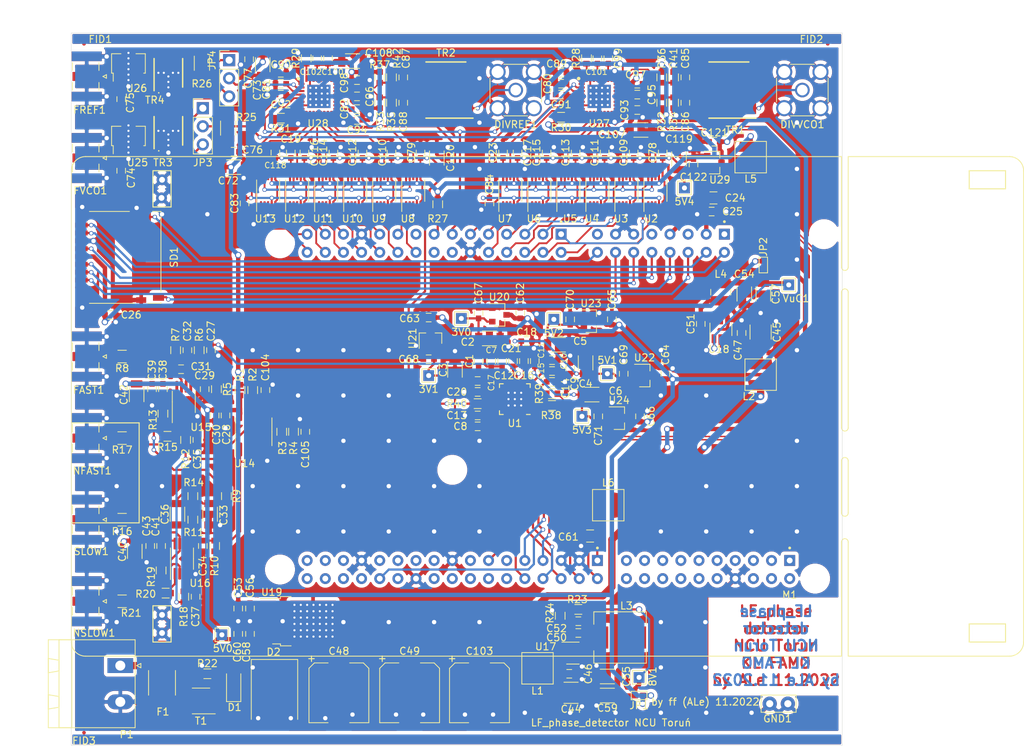
<source format=kicad_pcb>
(kicad_pcb (version 20171130) (host pcbnew "(5.1.12)-1")
  (layers (0 F.Cu signal) (31 B.Cu signal) (34 B.Paste user) (35 F.Paste user) (36 B.SilkS user) (37 F.SilkS user) (38 B.Mask user) (39 F.Mask user) (44 Edge.Cuts user))
  (net 0 "")
  (net 1 AVDD)
  (net 2 DVDD)
  (net 3 VCCPD)
  (net 4 VDDCP)
  (net 5 "Net-(8V1-Pad1)")
  (net 6 "Net-(C1-Pad1)")
  (net 7 GND)
  (net 8 VuC)
  (net 9 CP)
  (net 10 +5VA)
  (net 11 "Net-(C29-Pad1)")
  (net 12 "Net-(C31-Pad2)")
  (net 13 "Net-(C31-Pad1)")
  (net 14 "Net-(C32-Pad2)")
  (net 15 "Net-(C33-Pad1)")
  (net 16 "Net-(C34-Pad1)")
  (net 17 "Net-(C35-Pad1)")
  (net 18 "Net-(C36-Pad2)")
  (net 19 "Net-(C36-Pad1)")
  (net 20 "Net-(C37-Pad1)")
  (net 21 "Net-(C44-Pad1)")
  (net 22 "Net-(C45-Pad1)")
  (net 23 +15V)
  (net 24 "Net-(C50-Pad1)")
  (net 25 "Net-(C50-Pad2)")
  (net 26 "Net-(C51-Pad1)")
  (net 27 "Net-(C51-Pad2)")
  (net 28 "Net-(C52-Pad2)")
  (net 29 +8V)
  (net 30 "Net-(C54-Pad1)")
  (net 31 VAREF)
  (net 32 "Net-(C74-Pad2)")
  (net 33 "Net-(C74-Pad1)")
  (net 34 "Net-(C75-Pad2)")
  (net 35 "Net-(C75-Pad1)")
  (net 36 "Net-(C80-Pad2)")
  (net 37 "Net-(C81-Pad2)")
  (net 38 "Net-(C82-Pad2)")
  (net 39 "Net-(C85-Pad2)")
  (net 40 "/Inputs and prescaler/DIV10+")
  (net 41 "Net-(C86-Pad2)")
  (net 42 "/Inputs and prescaler/DIV10-")
  (net 43 "Net-(C87-Pad2)")
  (net 44 "/Inputs and prescaler/DIV20+")
  (net 45 "/Inputs and prescaler/DIV20-")
  (net 46 "Net-(C88-Pad2)")
  (net 47 +3V3)
  (net 48 "Net-(D1-Pad2)")
  (net 49 "Net-(DIVREF1-Pad1)")
  (net 50 "Net-(DIVVCO1-Pad1)")
  (net 51 "Net-(F1-Pad1)")
  (net 52 "Net-(F1-Pad2)")
  (net 53 "Net-(FAST1-Pad1)")
  (net 54 REFEN)
  (net 55 UPSAT)
  (net 56 "/Microcontroller F030/AS1_7")
  (net 57 "/Microcontroller F030/BS1_2")
  (net 58 LD-D0)
  (net 59 DNSAT)
  (net 60 SCK)
  (net 61 CEN)
  (net 62 MISO)
  (net 63 MOSI)
  (net 64 NSS)
  (net 65 "/Microcontroller F030/BS1_5")
  (net 66 "/Microcontroller F030/AS1_5")
  (net 67 "/Microcontroller F030/BS1_4")
  (net 68 "/Microcontroller F030/AS1_6")
  (net 69 "/Microcontroller F030/BS1_6")
  (net 70 "/Microcontroller F030/BS1_7")
  (net 71 "/Microcontroller F030/AS1_2")
  (net 72 SYNCB)
  (net 73 "/Microcontroller F030/AS1_3")
  (net 74 "/Microcontroller F030/AS1_4")
  (net 75 "/Microcontroller F030/BS1_3")
  (net 76 "/Microcontroller F030/BS2_7")
  (net 77 "/Microcontroller F030/AS2_7")
  (net 78 "/Microcontroller F030/BS2_6")
  (net 79 "/Microcontroller F030/AS2_6")
  (net 80 "/Microcontroller F030/BS2_5")
  (net 81 "/Microcontroller F030/AS2_5")
  (net 82 "/Microcontroller F030/BS2_4")
  (net 83 "/Microcontroller F030/AS2_4")
  (net 84 "/Microcontroller F030/BS2_3")
  (net 85 "/Microcontroller F030/AS2_3")
  (net 86 "/Microcontroller F030/BS2_2")
  (net 87 "/Microcontroller F030/AS2_2")
  (net 88 "/Microcontroller F030/uC feed and SDcard/SD_DET1")
  (net 89 "/Microcontroller F030/uC feed and SDcard/SD_DET2")
  (net 90 "/Microcontroller F030/uC feed and SDcard/SD_CMD")
  (net 91 "/Microcontroller F030/uC feed and SDcard/SD_CK")
  (net 92 "/Microcontroller F030/uC feed and SDcard/SD_D3")
  (net 93 "/Microcontroller F030/uC feed and SDcard/SD_D2")
  (net 94 "/Microcontroller F030/uC feed and SDcard/SD_D1")
  (net 95 "/Microcontroller F030/uC feed and SDcard/SD_D0")
  (net 96 "Net-(NFAST1-Pad1)")
  (net 97 "Net-(NSLOW1-Pad1)")
  (net 98 "Net-(R1-Pad1)")
  (net 99 "/Loop filter and outputs/VHALF")
  (net 100 "/Loop filter and outputs/VQUOTER")
  (net 101 "Net-(R13-Pad2)")
  (net 102 "Net-(R15-Pad2)")
  (net 103 "Net-(R16-Pad2)")
  (net 104 "Net-(R19-Pad2)")
  (net 105 "Net-(R20-Pad2)")
  (net 106 "Net-(R28-Pad1)")
  (net 107 "Net-(R29-Pad1)")
  (net 108 "Net-(R30-Pad1)")
  (net 109 "Net-(R31-Pad1)")
  (net 110 "/Inputs and prescaler/DIV11+")
  (net 111 DIV1+)
  (net 112 DIV1-)
  (net 113 "/Inputs and prescaler/DIV11-")
  (net 114 DIV2)
  (net 115 "Net-(R40-Pad1)")
  (net 116 S1_2)
  (net 117 +5V)
  (net 118 S1_3)
  (net 119 S1_4)
  (net 120 S1_5)
  (net 121 S1_6)
  (net 122 S1_7)
  (net 123 S2_2)
  (net 124 S2_3)
  (net 125 S2_4)
  (net 126 S2_5)
  (net 127 S2_6)
  (net 128 S2_7)
  (net 129 VDDPD)
  (net 130 "Net-(JP3-Pad1)")
  (net 131 "Net-(JP3-Pad2)")
  (net 132 "Net-(JP4-Pad2)")
  (net 133 "Net-(JP4-Pad1)")
  (net 134 "Net-(R25-Pad2)")
  (net 135 "Net-(R26-Pad2)")
  (net 136 "Net-(TR3-Pad1)")
  (net 137 "Net-(TR4-Pad1)")
  (net 138 "Net-(C104-Pad1)")
  (net 139 "Net-(C105-Pad1)")
  (net 140 "/Microcontroller F030/REF2_1:3")
  (net 141 "/Microcontroller F030/REF1_1:3")
  (net 142 REF223)
  (net 143 REF123)
  (module ff_lib:L_Bourns_SRP3212 (layer F.Cu) (at 90.932 36.322 270)
    (fp_text reference L4 (at -2.54 0 180) (layer F.SilkS))
    (fp_text value SRP3212-3R3M)
    (pad 2 smd rect (at 1.2 0 270) (size 1.3 2.8) (layers F.Cu F.Paste F.Mask) (net 26 "Net-(C51-Pad1)"))
    (pad 1 smd rect (at -1.2 0 270) (size 1.3 2.8) (layers F.Cu F.Paste F.Mask) (net 30 "Net-(C54-Pad1)"))
  )
  (module ff_lib:L_MURATA_LQH44 (layer F.Cu) (at 65.278 89.027 90)
    (fp_text reference L1 (at -3.15 0) (layer F.SilkS))
    (fp_text value LQH44PH220MPRL)
    (pad 1 smd trapezoid (at 0 1.475 90) (size 3.3 1.45) (rect_delta 0 -0.3) (layers F.Cu F.Paste F.Mask) (net 21 "Net-(C44-Pad1)"))
    (pad 2 smd trapezoid (at 0 -1.475 90) (size 3.3 1.45) (rect_delta 0 0.3) (layers F.Cu F.Paste F.Mask) (net 23 +15V))
  )
  (module ff_lib:L_MURATA_LQH44 (layer F.Cu) (at 96.52 47.879 180)
    (fp_text reference L2 (at 1.651 -3.048 180) (layer F.SilkS))
    (fp_text value LQH44PH220MPRL)
    (pad 1 smd trapezoid (at 0 1.475 180) (size 3.3 1.45) (rect_delta 0 -0.3) (layers F.Cu F.Paste F.Mask) (net 22 "Net-(C45-Pad1)"))
    (pad 2 smd trapezoid (at 0 -1.475 180) (size 3.3 1.45) (rect_delta 0 0.3) (layers F.Cu F.Paste F.Mask) (net 23 +15V))
  )
  (module ff_lib:L_MURATA_LQH44 (layer F.Cu) (at 95.123 17.399 180)
    (fp_text reference L5 (at 0 -3.048 180) (layer F.SilkS))
    (fp_text value LQH44PN330MPRL)
    (pad 1 smd trapezoid (at 0 1.475 180) (size 3.3 1.45) (rect_delta 0 -0.3) (layers F.Cu F.Paste F.Mask) (net 47 +3V3))
    (pad 2 smd trapezoid (at 0 -1.475 180) (size 3.3 1.45) (rect_delta 0 0.3) (layers F.Cu F.Paste F.Mask) (net 8 VuC))
  )
  (module ff_lib:L_MURATA_LQH44 (layer F.Cu) (at 75.184 66.167 270)
    (fp_text reference L6 (at -3.15 0) (layer F.SilkS))
    (fp_text value LQH44PN330MPRL)
    (pad 1 smd trapezoid (at 0 1.475 270) (size 3.3 1.45) (rect_delta 0 -0.3) (layers F.Cu F.Paste F.Mask) (net 31 VAREF))
    (pad 2 smd trapezoid (at 0 -1.475 270) (size 3.3 1.45) (rect_delta 0 0.3) (layers F.Cu F.Paste F.Mask) (net 8 VuC))
  )
  (module Inductors_SMD:L_Wuerth_HCM-7050 (layer F.Cu) (at 76.835 84.709 180)
    (fp_text reference L3 (at -0.889 4.445) (layer F.SilkS))
    (fp_text value "74477710 ")
    (pad 2 smd rect (at 2.65 0 180) (size 2 3.1) (layers F.Cu F.Paste F.Mask) (net 24 "Net-(C50-Pad1)"))
    (pad 1 smd rect (at -2.65 0 180) (size 2 3.1) (layers F.Cu F.Paste F.Mask) (net 5 "Net-(8V1-Pad1)"))
  )
  (module Capacitors_SMD:CP_Elec_8x10.5 (layer F.Cu) (at 37.465 92.456 270)
    (fp_text reference C48 (at -5.842 0 180) (layer F.SilkS))
    (fp_text value EXV107M035A9MAA)
    (fp_text user + (at -4.78 3.91 90) (layer F.SilkS))
    (pad 2 smd rect (at 3.05 0 90) (size 4 2.5) (layers F.Cu F.Paste F.Mask) (net 7 GND))
    (pad 1 smd rect (at -3.05 0 90) (size 4 2.5) (layers F.Cu F.Paste F.Mask) (net 23 +15V))
  )
  (module Capacitors_SMD:CP_Elec_8x10.5 (layer F.Cu) (at 47.371 92.456 270)
    (fp_text reference C49 (at -5.842 0 180) (layer F.SilkS))
    (fp_text value EXV107M035A9MAA)
    (fp_text user + (at -4.78 3.91 90) (layer F.SilkS))
    (pad 2 smd rect (at 3.05 0 90) (size 4 2.5) (layers F.Cu F.Paste F.Mask) (net 7 GND))
    (pad 1 smd rect (at -3.05 0 90) (size 4 2.5) (layers F.Cu F.Paste F.Mask) (net 23 +15V))
  )
  (module Capacitors_SMD:CP_Elec_8x10.5 (layer F.Cu) (at 57.15 92.456 270)
    (fp_text reference C103 (at -5.842 0 180) (layer F.SilkS))
    (fp_text value EXV107M035A9MAA)
    (fp_text user + (at -4.78 3.91 90) (layer F.SilkS))
    (pad 2 smd rect (at 3.05 0 90) (size 4 2.5) (layers F.Cu F.Paste F.Mask) (net 7 GND))
    (pad 1 smd rect (at -3.05 0 90) (size 4 2.5) (layers F.Cu F.Paste F.Mask) (net 23 +15V))
  )
  (module Housings_SON:Diodes_PowerDI3333-8 (layer F.Cu) (at 18.161 93.599 180)
    (fp_text reference T1 (at 0 -2.8) (layer F.SilkS))
    (fp_text value AO4485)
    (pad 5 smd rect (at 0.88 0.59 180) (size 0.86 1.19) (layers F.Cu F.Paste F.Mask) (net 51 "Net-(F1-Pad1)"))
    (pad 5 smd rect (at 0.88 -0.59 180) (size 0.86 1.19) (layers F.Cu F.Paste F.Mask) (net 51 "Net-(F1-Pad1)"))
    (pad 5 smd rect (at 0.03 0.59 180) (size 0.86 1.19) (layers F.Cu F.Paste F.Mask) (net 51 "Net-(F1-Pad1)"))
    (pad 5 smd rect (at 0.03 -0.59 180) (size 0.86 1.19) (layers F.Cu F.Paste F.Mask) (net 51 "Net-(F1-Pad1)"))
    (pad 4 smd rect (at -1.5 0.975 180) (size 0.7 0.42) (layers F.Cu F.Paste F.Mask) (net 48 "Net-(D1-Pad2)"))
    (pad 2 smd rect (at -1.5 -0.325 180) (size 0.7 0.42) (layers F.Cu F.Paste F.Mask) (net 23 +15V))
    (pad 3 smd rect (at -1.5 0.325 180) (size 0.7 0.42) (layers F.Cu F.Paste F.Mask) (net 23 +15V))
    (pad 1 smd rect (at -1.5 -0.975 180) (size 0.7 0.42) (layers F.Cu F.Paste F.Mask) (net 23 +15V))
    (pad 5 smd rect (at 1.5 0.975 180) (size 0.7 0.42) (layers F.Cu F.Paste F.Mask) (net 51 "Net-(F1-Pad1)"))
    (pad 5 smd rect (at 1.5 0.325 180) (size 0.7 0.42) (layers F.Cu F.Paste F.Mask) (net 51 "Net-(F1-Pad1)"))
    (pad 5 smd rect (at 1.5 -0.325 180) (size 0.7 0.42) (layers F.Cu F.Paste F.Mask) (net 51 "Net-(F1-Pad1)"))
    (pad 5 smd rect (at 1.5 -0.975 180) (size 0.7 0.42) (layers F.Cu F.Paste F.Mask) (net 51 "Net-(F1-Pad1)"))
  )
  (module Resistors_SMD:R_1812 (layer F.Cu) (at 12.7 91.059 90)
    (fp_text reference F1 (at -4.064 0.127 180) (layer F.SilkS))
    (fp_text value 0ZCG0110CF2B)
    (pad 2 smd rect (at 2.44 0 90) (size 1.6 3.5) (layers F.Cu F.Paste F.Mask) (net 52 "Net-(F1-Pad2)"))
    (pad 1 smd rect (at -2.44 0 90) (size 1.6 3.5) (layers F.Cu F.Paste F.Mask) (net 51 "Net-(F1-Pad1)"))
  )
  (module ff_lib:ADT21T1P (layer F.Cu) (at 92.075 8.001 90)
    (fp_text reference TR1 (at -5.588 0.889 180) (layer F.SilkS))
    (fp_text value ADT2-1T+ hide)
    (pad 1 smd rect (at -2.54 2.54 90) (size 1.65 2.54) (layers F.Cu F.Paste F.Mask) (net 50 "Net-(DIVVCO1-Pad1)"))
    (pad 2 smd rect (at 0 2.54 90) (size 1.65 2.54) (layers F.Cu F.Paste F.Mask))
    (pad 3 smd rect (at 2.54 2.54 90) (size 1.65 2.54) (layers F.Cu F.Paste F.Mask) (net 7 GND))
    (pad 4 smd rect (at 2.54 -2.54 90) (size 1.65 2.54) (layers F.Cu F.Paste F.Mask) (net 39 "Net-(C85-Pad2)"))
    (pad 5 smd rect (at 0 -2.54 90) (size 1.65 2.54) (layers F.Cu F.Paste F.Mask))
    (pad 6 smd rect (at -2.54 -2.54 90) (size 1.65 2.54) (layers F.Cu F.Paste F.Mask) (net 41 "Net-(C86-Pad2)"))
  )
  (module ff_lib:ADT21T1P (layer F.Cu) (at 52.451 8.001 90)
    (fp_text reference TR2 (at 5.207 0 180) (layer F.SilkS))
    (fp_text value ADT2-1T+ hide)
    (pad 1 smd rect (at -2.54 2.54 90) (size 1.65 2.54) (layers F.Cu F.Paste F.Mask) (net 49 "Net-(DIVREF1-Pad1)"))
    (pad 2 smd rect (at 0 2.54 90) (size 1.65 2.54) (layers F.Cu F.Paste F.Mask))
    (pad 3 smd rect (at 2.54 2.54 90) (size 1.65 2.54) (layers F.Cu F.Paste F.Mask) (net 7 GND))
    (pad 4 smd rect (at 2.54 -2.54 90) (size 1.65 2.54) (layers F.Cu F.Paste F.Mask) (net 43 "Net-(C87-Pad2)"))
    (pad 5 smd rect (at 0 -2.54 90) (size 1.65 2.54) (layers F.Cu F.Paste F.Mask))
    (pad 6 smd rect (at -2.54 -2.54 90) (size 1.65 2.54) (layers F.Cu F.Paste F.Mask) (net 46 "Net-(C88-Pad2)"))
  )
  (module ff_lib:QFN-32-1EP_5x5mm_Pitch0.5mm_ThermalVias (layer F.Cu) (at 73.914 8.89)
    (fp_text reference U27 (at 0 3.81) (layer F.SilkS))
    (fp_text value AD9515BCPZ hide)
    (pad 33 thru_hole circle (at 0.4 -0.4) (size 0.4 0.4) (drill 0.3) (layers *.Cu *.Mask) (net 7 GND))
    (pad 33 thru_hole circle (at 1.2 -1.2) (size 0.4 0.4) (drill 0.3) (layers *.Cu *.Mask) (net 7 GND))
    (pad 33 thru_hole circle (at 1.2 1.2) (size 0.4 0.4) (drill 0.3) (layers *.Cu *.Mask) (net 7 GND))
    (pad 33 thru_hole circle (at -0.4 0.4) (size 0.4 0.4) (drill 0.3) (layers *.Cu *.Mask) (net 7 GND))
    (pad 33 thru_hole circle (at 0.4 -1.2) (size 0.4 0.4) (drill 0.3) (layers *.Cu *.Mask) (net 7 GND))
    (pad 33 thru_hole circle (at 1.2 0.4) (size 0.4 0.4) (drill 0.3) (layers *.Cu *.Mask) (net 7 GND))
    (pad 33 thru_hole circle (at 0.4 1.2) (size 0.4 0.4) (drill 0.3) (layers *.Cu *.Mask) (net 7 GND))
    (pad 33 thru_hole circle (at -0.4 -0.4) (size 0.4 0.4) (drill 0.3) (layers *.Cu *.Mask) (net 7 GND))
    (pad 33 thru_hole circle (at -1.2 1.2) (size 0.4 0.4) (drill 0.3) (layers *.Cu *.Mask) (net 7 GND))
    (pad 33 thru_hole circle (at -1.2 0.4) (size 0.4 0.4) (drill 0.3) (layers *.Cu *.Mask) (net 7 GND))
    (pad 33 thru_hole circle (at -1.2 -0.4) (size 0.4 0.4) (drill 0.3) (layers *.Cu *.Mask) (net 7 GND))
    (pad 33 thru_hole circle (at -1.2 -1.2) (size 0.4 0.4) (drill 0.3) (layers *.Cu *.Mask) (net 7 GND))
    (pad 33 thru_hole circle (at 1.2 -0.4) (size 0.4 0.4) (drill 0.3) (layers *.Cu *.Mask) (net 7 GND))
    (pad 33 thru_hole circle (at 0.4 0.4) (size 0.4 0.4) (drill 0.3) (layers *.Cu *.Mask) (net 7 GND))
    (pad 33 thru_hole circle (at -0.4 1.2) (size 0.4 0.4) (drill 0.3) (layers *.Cu *.Mask) (net 7 GND))
    (pad 33 thru_hole circle (at -0.4 -1.2) (size 0.4 0.4) (drill 0.3) (layers *.Cu *.Mask) (net 7 GND))
    (pad 33 smd rect (at 0 0) (size 3.25 3.25) (layers B.Cu B.Mask) (net 7 GND))
    (pad 1 smd rect (at -2.45 -1.75 90) (size 0.3 0.85) (layers F.Cu F.Paste F.Mask) (net 47 +3V3))
    (pad 2 smd rect (at -2.45 -1.25 90) (size 0.3 0.85) (layers F.Cu F.Paste F.Mask) (net 131 "Net-(JP3-Pad2)"))
    (pad 3 smd rect (at -2.45 -0.75 90) (size 0.3 0.85) (layers F.Cu F.Paste F.Mask) (net 36 "Net-(C80-Pad2)"))
    (pad 4 smd rect (at -2.45 -0.25 90) (size 0.3 0.85) (layers F.Cu F.Paste F.Mask) (net 47 +3V3))
    (pad 5 smd rect (at -2.45 0.25 90) (size 0.3 0.85) (layers F.Cu F.Paste F.Mask) (net 72 SYNCB))
    (pad 6 smd rect (at -2.45 0.75 90) (size 0.3 0.85) (layers F.Cu F.Paste F.Mask) (net 143 REF123))
    (pad 7 smd rect (at -2.45 1.25 90) (size 0.3 0.85) (layers F.Cu F.Paste F.Mask) (net 7 GND))
    (pad 8 smd rect (at -2.45 1.75 90) (size 0.3 0.85) (layers F.Cu F.Paste F.Mask) (net 7 GND))
    (pad 9 smd rect (at -1.75 2.45) (size 0.3 0.85) (layers F.Cu F.Paste F.Mask) (net 108 "Net-(R30-Pad1)"))
    (pad 10 smd rect (at -1.25 2.45) (size 0.3 0.85) (layers F.Cu F.Paste F.Mask) (net 122 S1_7))
    (pad 11 smd rect (at -0.75 2.45) (size 0.3 0.85) (layers F.Cu F.Paste F.Mask) (net 121 S1_6))
    (pad 12 smd rect (at -0.25 2.45) (size 0.3 0.85) (layers F.Cu F.Paste F.Mask) (net 120 S1_5))
    (pad 13 smd rect (at 0.25 2.45) (size 0.3 0.85) (layers F.Cu F.Paste F.Mask) (net 119 S1_4))
    (pad 14 smd rect (at 0.75 2.45) (size 0.3 0.85) (layers F.Cu F.Paste F.Mask) (net 118 S1_3))
    (pad 15 smd rect (at 1.25 2.45) (size 0.3 0.85) (layers F.Cu F.Paste F.Mask) (net 116 S1_2))
    (pad 16 smd rect (at 1.75 2.45) (size 0.3 0.85) (layers F.Cu F.Paste F.Mask) (net 7 GND))
    (pad 17 smd rect (at 2.45 1.75 90) (size 0.3 0.85) (layers F.Cu F.Paste F.Mask) (net 47 +3V3))
    (pad 18 smd rect (at 2.45 1.25 90) (size 0.3 0.85) (layers F.Cu F.Paste F.Mask) (net 113 "/Inputs and prescaler/DIV11-"))
    (pad 19 smd rect (at 2.45 0.75 90) (size 0.3 0.85) (layers F.Cu F.Paste F.Mask) (net 110 "/Inputs and prescaler/DIV11+"))
    (pad 20 smd rect (at 2.45 0.25 90) (size 0.3 0.85) (layers F.Cu F.Paste F.Mask) (net 47 +3V3))
    (pad 21 smd rect (at 2.45 -0.25 90) (size 0.3 0.85) (layers F.Cu F.Paste F.Mask) (net 47 +3V3))
    (pad 22 smd rect (at 2.45 -0.75 90) (size 0.3 0.85) (layers F.Cu F.Paste F.Mask) (net 42 "/Inputs and prescaler/DIV10-"))
    (pad 23 smd rect (at 2.45 -1.25 90) (size 0.3 0.85) (layers F.Cu F.Paste F.Mask) (net 40 "/Inputs and prescaler/DIV10+"))
    (pad 24 smd rect (at 2.45 -1.75 90) (size 0.3 0.85) (layers F.Cu F.Paste F.Mask) (net 47 +3V3))
    (pad 25 smd rect (at 1.75 -2.45) (size 0.3 0.85) (layers F.Cu F.Paste F.Mask) (net 7 GND))
    (pad 26 smd rect (at 1.25 -2.45) (size 0.3 0.85) (layers F.Cu F.Paste F.Mask) (net 47 +3V3))
    (pad 27 smd rect (at 0.75 -2.45) (size 0.3 0.85) (layers F.Cu F.Paste F.Mask))
    (pad 28 smd rect (at 0.25 -2.45) (size 0.3 0.85) (layers F.Cu F.Paste F.Mask))
    (pad 29 smd rect (at -0.25 -2.45) (size 0.3 0.85) (layers F.Cu F.Paste F.Mask) (net 47 +3V3))
    (pad 30 smd rect (at -0.75 -2.45) (size 0.3 0.85) (layers F.Cu F.Paste F.Mask) (net 47 +3V3))
    (pad 31 smd rect (at -1.25 -2.45) (size 0.3 0.85) (layers F.Cu F.Paste F.Mask) (net 7 GND))
    (pad 32 smd rect (at -1.75 -2.45) (size 0.3 0.85) (layers F.Cu F.Paste F.Mask) (net 106 "Net-(R28-Pad1)"))
    (pad 33 smd rect (at 0 0) (size 3.25 3.25) (layers F.Cu F.Paste F.Mask) (net 7 GND))
  )
  (module ff_lib:QFN-32-1EP_5x5mm_Pitch0.5mm_ThermalVias (layer F.Cu) (at 34.671 8.89)
    (fp_text reference U28 (at -0.127 3.81) (layer F.SilkS))
    (fp_text value AD9515BCPZ hide)
    (pad 33 thru_hole circle (at 0.4 -0.4) (size 0.4 0.4) (drill 0.3) (layers *.Cu *.Mask) (net 7 GND))
    (pad 33 thru_hole circle (at 1.2 -1.2) (size 0.4 0.4) (drill 0.3) (layers *.Cu *.Mask) (net 7 GND))
    (pad 33 thru_hole circle (at 1.2 1.2) (size 0.4 0.4) (drill 0.3) (layers *.Cu *.Mask) (net 7 GND))
    (pad 33 thru_hole circle (at -0.4 0.4) (size 0.4 0.4) (drill 0.3) (layers *.Cu *.Mask) (net 7 GND))
    (pad 33 thru_hole circle (at 0.4 -1.2) (size 0.4 0.4) (drill 0.3) (layers *.Cu *.Mask) (net 7 GND))
    (pad 33 thru_hole circle (at 1.2 0.4) (size 0.4 0.4) (drill 0.3) (layers *.Cu *.Mask) (net 7 GND))
    (pad 33 thru_hole circle (at 0.4 1.2) (size 0.4 0.4) (drill 0.3) (layers *.Cu *.Mask) (net 7 GND))
    (pad 33 thru_hole circle (at -0.4 -0.4) (size 0.4 0.4) (drill 0.3) (layers *.Cu *.Mask) (net 7 GND))
    (pad 33 thru_hole circle (at -1.2 1.2) (size 0.4 0.4) (drill 0.3) (layers *.Cu *.Mask) (net 7 GND))
    (pad 33 thru_hole circle (at -1.2 0.4) (size 0.4 0.4) (drill 0.3) (layers *.Cu *.Mask) (net 7 GND))
    (pad 33 thru_hole circle (at -1.2 -0.4) (size 0.4 0.4) (drill 0.3) (layers *.Cu *.Mask) (net 7 GND))
    (pad 33 thru_hole circle (at -1.2 -1.2) (size 0.4 0.4) (drill 0.3) (layers *.Cu *.Mask) (net 7 GND))
    (pad 33 thru_hole circle (at 1.2 -0.4) (size 0.4 0.4) (drill 0.3) (layers *.Cu *.Mask) (net 7 GND))
    (pad 33 thru_hole circle (at 0.4 0.4) (size 0.4 0.4) (drill 0.3) (layers *.Cu *.Mask) (net 7 GND))
    (pad 33 thru_hole circle (at -0.4 1.2) (size 0.4 0.4) (drill 0.3) (layers *.Cu *.Mask) (net 7 GND))
    (pad 33 thru_hole circle (at -0.4 -1.2) (size 0.4 0.4) (drill 0.3) (layers *.Cu *.Mask) (net 7 GND))
    (pad 33 smd rect (at 0 0) (size 3.25 3.25) (layers B.Cu B.Mask) (net 7 GND))
    (pad 1 smd rect (at -2.45 -1.75 90) (size 0.3 0.85) (layers F.Cu F.Paste F.Mask) (net 47 +3V3))
    (pad 2 smd rect (at -2.45 -1.25 90) (size 0.3 0.85) (layers F.Cu F.Paste F.Mask) (net 132 "Net-(JP4-Pad2)"))
    (pad 3 smd rect (at -2.45 -0.75 90) (size 0.3 0.85) (layers F.Cu F.Paste F.Mask) (net 37 "Net-(C81-Pad2)"))
    (pad 4 smd rect (at -2.45 -0.25 90) (size 0.3 0.85) (layers F.Cu F.Paste F.Mask) (net 47 +3V3))
    (pad 5 smd rect (at -2.45 0.25 90) (size 0.3 0.85) (layers F.Cu F.Paste F.Mask) (net 72 SYNCB))
    (pad 6 smd rect (at -2.45 0.75 90) (size 0.3 0.85) (layers F.Cu F.Paste F.Mask) (net 142 REF223))
    (pad 7 smd rect (at -2.45 1.25 90) (size 0.3 0.85) (layers F.Cu F.Paste F.Mask) (net 7 GND))
    (pad 8 smd rect (at -2.45 1.75 90) (size 0.3 0.85) (layers F.Cu F.Paste F.Mask) (net 7 GND))
    (pad 9 smd rect (at -1.75 2.45) (size 0.3 0.85) (layers F.Cu F.Paste F.Mask) (net 109 "Net-(R31-Pad1)"))
    (pad 10 smd rect (at -1.25 2.45) (size 0.3 0.85) (layers F.Cu F.Paste F.Mask) (net 128 S2_7))
    (pad 11 smd rect (at -0.75 2.45) (size 0.3 0.85) (layers F.Cu F.Paste F.Mask) (net 127 S2_6))
    (pad 12 smd rect (at -0.25 2.45) (size 0.3 0.85) (layers F.Cu F.Paste F.Mask) (net 126 S2_5))
    (pad 13 smd rect (at 0.25 2.45) (size 0.3 0.85) (layers F.Cu F.Paste F.Mask) (net 125 S2_4))
    (pad 14 smd rect (at 0.75 2.45) (size 0.3 0.85) (layers F.Cu F.Paste F.Mask) (net 124 S2_3))
    (pad 15 smd rect (at 1.25 2.45) (size 0.3 0.85) (layers F.Cu F.Paste F.Mask) (net 123 S2_2))
    (pad 16 smd rect (at 1.75 2.45) (size 0.3 0.85) (layers F.Cu F.Paste F.Mask))
    (pad 17 smd rect (at 2.45 1.75 90) (size 0.3 0.85) (layers F.Cu F.Paste F.Mask) (net 47 +3V3))
    (pad 18 smd rect (at 2.45 1.25 90) (size 0.3 0.85) (layers F.Cu F.Paste F.Mask) (net 38 "Net-(C82-Pad2)"))
    (pad 19 smd rect (at 2.45 0.75 90) (size 0.3 0.85) (layers F.Cu F.Paste F.Mask) (net 115 "Net-(R40-Pad1)"))
    (pad 20 smd rect (at 2.45 0.25 90) (size 0.3 0.85) (layers F.Cu F.Paste F.Mask) (net 47 +3V3))
    (pad 21 smd rect (at 2.45 -0.25 90) (size 0.3 0.85) (layers F.Cu F.Paste F.Mask) (net 47 +3V3))
    (pad 22 smd rect (at 2.45 -0.75 90) (size 0.3 0.85) (layers F.Cu F.Paste F.Mask) (net 45 "/Inputs and prescaler/DIV20-"))
    (pad 23 smd rect (at 2.45 -1.25 90) (size 0.3 0.85) (layers F.Cu F.Paste F.Mask) (net 44 "/Inputs and prescaler/DIV20+"))
    (pad 24 smd rect (at 2.45 -1.75 90) (size 0.3 0.85) (layers F.Cu F.Paste F.Mask) (net 47 +3V3))
    (pad 25 smd rect (at 1.75 -2.45) (size 0.3 0.85) (layers F.Cu F.Paste F.Mask) (net 7 GND))
    (pad 26 smd rect (at 1.25 -2.45) (size 0.3 0.85) (layers F.Cu F.Paste F.Mask) (net 47 +3V3))
    (pad 27 smd rect (at 0.75 -2.45) (size 0.3 0.85) (layers F.Cu F.Paste F.Mask))
    (pad 28 smd rect (at 0.25 -2.45) (size 0.3 0.85) (layers F.Cu F.Paste F.Mask))
    (pad 29 smd rect (at -0.25 -2.45) (size 0.3 0.85) (layers F.Cu F.Paste F.Mask) (net 47 +3V3))
    (pad 30 smd rect (at -0.75 -2.45) (size 0.3 0.85) (layers F.Cu F.Paste F.Mask) (net 47 +3V3))
    (pad 31 smd rect (at -1.25 -2.45) (size 0.3 0.85) (layers F.Cu F.Paste F.Mask) (net 7 GND))
    (pad 32 smd rect (at -1.75 -2.45) (size 0.3 0.85) (layers F.Cu F.Paste F.Mask) (net 107 "Net-(R29-Pad1)"))
    (pad 33 smd rect (at 0 0) (size 3.25 3.25) (layers F.Cu F.Paste F.Mask) (net 7 GND))
  )
  (module ff_lib:TCBT14 (layer F.Cu) (at 13.589 13.716)
    (fp_text reference TR3 (at -0.762 4.445) (layer F.SilkS))
    (fp_text value TCBT-14+ hide)
    (pad 1 smd rect (at -1.27 1.61) (size 0.79 1.68) (layers F.Cu F.Paste F.Mask) (net 136 "Net-(TR3-Pad1)"))
    (pad 2 smd rect (at 1.27 1.61) (size 0.79 1.68) (layers F.Cu F.Paste F.Mask) (net 130 "Net-(JP3-Pad1)"))
    (pad 3 smd rect (at 0.635 -1.61 90) (size 1.68 2.06) (layers F.Cu F.Paste F.Mask) (net 134 "Net-(R25-Pad2)"))
    (pad 4 smd rect (at -1.27 -1.61) (size 0.79 1.68) (layers F.Cu F.Paste F.Mask))
    (pad 5 smd rect (at 0 0 90) (size 0.69 3.33) (layers F.Cu F.Paste F.Mask) (net 7 GND))
    (pad 5 smd rect (at 0 1.395) (size 0.79 2.11) (layers F.Cu F.Paste F.Mask) (net 7 GND))
  )
  (module ff_lib:TCBT14 (layer F.Cu) (at 13.589 5.588)
    (fp_text reference TR4 (at -1.905 3.81) (layer F.SilkS))
    (fp_text value TCBT-14+ hide)
    (pad 1 smd rect (at -1.27 1.61) (size 0.79 1.68) (layers F.Cu F.Paste F.Mask) (net 137 "Net-(TR4-Pad1)"))
    (pad 2 smd rect (at 1.27 1.61) (size 0.79 1.68) (layers F.Cu F.Paste F.Mask) (net 133 "Net-(JP4-Pad1)"))
    (pad 3 smd rect (at 0.635 -1.61 90) (size 1.68 2.06) (layers F.Cu F.Paste F.Mask) (net 135 "Net-(R26-Pad2)"))
    (pad 4 smd rect (at -1.27 -1.61) (size 0.79 1.68) (layers F.Cu F.Paste F.Mask))
    (pad 5 smd rect (at 0 0 90) (size 0.69 3.33) (layers F.Cu F.Paste F.Mask) (net 7 GND))
    (pad 5 smd rect (at 0 1.395) (size 0.79 2.11) (layers F.Cu F.Paste F.Mask) (net 7 GND))
  )
  (module ff_lib:MODULE_NUCLEO-F746ZG_mini_M (layer F.Cu) (at 66.675 52.324 270)
    (fp_text reference M1 (at 26.416 -33.909 180) (layer F.SilkS))
    (fp_text value NUCLEO-H743ZI)
    (pad CN10_34 thru_hole circle (at 24.13 33.65 270) (size 1.53 1.53) (drill 0.82) (layers *.Cu *.Mask))
    (pad CN10_33 thru_hole circle (at 21.59 33.65 270) (size 1.53 1.53) (drill 0.82) (layers *.Cu *.Mask))
    (pad CN9_30 thru_hole circle (at -21.59 33.65 270) (size 1.53 1.53) (drill 0.82) (layers *.Cu *.Mask) (net 76 "/Microcontroller F030/BS2_7"))
    (pad CN9_29 thru_hole circle (at -24.13 33.65 270) (size 1.53 1.53) (drill 0.82) (layers *.Cu *.Mask) (net 77 "/Microcontroller F030/AS2_7"))
    (pad CN7_20 thru_hole circle (at 24.13 -11.054 270) (size 1.53 1.53) (drill 0.82) (layers *.Cu *.Mask))
    (pad CN7_19 thru_hole circle (at 21.59 -11.054 270) (size 1.53 1.53) (drill 0.82) (layers *.Cu *.Mask))
    (pad CN7_18 thru_hole circle (at 24.13 -13.594 270) (size 1.53 1.53) (drill 0.82) (layers *.Cu *.Mask))
    (pad CN7_17 thru_hole circle (at 21.59 -13.594 270) (size 1.53 1.53) (drill 0.82) (layers *.Cu *.Mask))
    (pad CN7_16 thru_hole circle (at 24.13 -16.134 270) (size 1.53 1.53) (drill 0.82) (layers *.Cu *.Mask))
    (pad CN7_15 thru_hole circle (at 21.59 -16.134 270) (size 1.53 1.53) (drill 0.82) (layers *.Cu *.Mask))
    (pad CN7_14 thru_hole circle (at 24.13 -18.674 270) (size 1.53 1.53) (drill 0.82) (layers *.Cu *.Mask))
    (pad CN7_13 thru_hole circle (at 21.59 -18.674 270) (size 1.53 1.53) (drill 0.82) (layers *.Cu *.Mask))
    (pad CN7_12 thru_hole circle (at 24.13 -21.214 270) (size 1.53 1.53) (drill 0.82) (layers *.Cu *.Mask))
    (pad CN7_11 thru_hole circle (at 21.59 -21.214 270) (size 1.53 1.53) (drill 0.82) (layers *.Cu *.Mask))
    (pad CN7_10 thru_hole circle (at 24.13 -23.754 270) (size 1.53 1.53) (drill 0.82) (layers *.Cu *.Mask))
    (pad CN7_9 thru_hole circle (at 21.59 -23.754 270) (size 1.53 1.53) (drill 0.82) (layers *.Cu *.Mask))
    (pad CN7_8 thru_hole circle (at 24.13 -26.294 270) (size 1.53 1.53) (drill 0.82) (layers *.Cu *.Mask) (net 7 GND))
    (pad CN7_7 thru_hole circle (at 21.59 -26.294 270) (size 1.53 1.53) (drill 0.82) (layers *.Cu *.Mask))
    (pad CN7_6 thru_hole circle (at 24.13 -28.834 270) (size 1.53 1.53) (drill 0.82) (layers *.Cu *.Mask))
    (pad CN7_5 thru_hole circle (at 21.59 -28.834 270) (size 1.53 1.53) (drill 0.82) (layers *.Cu *.Mask))
    (pad CN7_4 thru_hole circle (at 24.13 -31.374 270) (size 1.53 1.53) (drill 0.82) (layers *.Cu *.Mask))
    (pad CN7_3 thru_hole circle (at 21.59 -31.374 270) (size 1.53 1.53) (drill 0.82) (layers *.Cu *.Mask))
    (pad None np_thru_hole circle (at 8.89 13.33 270) (size 3.2 3.2) (drill 3.2) (layers *.Cu *.Mask))
    (pad None np_thru_hole circle (at 24.13 -37.47 270) (size 3.2 3.2) (drill 3.2) (layers *.Cu *.Mask))
    (pad CN10_32 thru_hole circle (at 24.13 31.11 270) (size 1.53 1.53) (drill 0.82) (layers *.Cu *.Mask))
    (pad CN10_31 thru_hole circle (at 21.59 31.11 270) (size 1.53 1.53) (drill 0.82) (layers *.Cu *.Mask))
    (pad CN10_30 thru_hole circle (at 24.13 28.57 270) (size 1.53 1.53) (drill 0.82) (layers *.Cu *.Mask))
    (pad CN10_29 thru_hole circle (at 21.59 28.57 270) (size 1.53 1.53) (drill 0.82) (layers *.Cu *.Mask))
    (pad CN10_28 thru_hole circle (at 24.13 26.03 270) (size 1.53 1.53) (drill 0.82) (layers *.Cu *.Mask))
    (pad CN10_27 thru_hole circle (at 21.59 26.03 270) (size 1.53 1.53) (drill 0.82) (layers *.Cu *.Mask) (net 7 GND))
    (pad CN10_26 thru_hole circle (at 24.13 23.49 270) (size 1.53 1.53) (drill 0.82) (layers *.Cu *.Mask) (net 60 SCK))
    (pad CN10_25 thru_hole circle (at 21.59 23.49 270) (size 1.53 1.53) (drill 0.82) (layers *.Cu *.Mask))
    (pad CN10_24 thru_hole circle (at 24.13 20.95 270) (size 1.53 1.53) (drill 0.82) (layers *.Cu *.Mask))
    (pad CN10_23 thru_hole circle (at 21.59 20.95 270) (size 1.53 1.53) (drill 0.82) (layers *.Cu *.Mask))
    (pad CN10_22 thru_hole circle (at 24.13 18.41 270) (size 1.53 1.53) (drill 0.82) (layers *.Cu *.Mask) (net 7 GND))
    (pad CN10_21 thru_hole circle (at 21.59 18.41 270) (size 1.53 1.53) (drill 0.82) (layers *.Cu *.Mask))
    (pad CN10_20 thru_hole circle (at 24.13 15.87 270) (size 1.53 1.53) (drill 0.82) (layers *.Cu *.Mask))
    (pad CN10_19 thru_hole circle (at 21.59 15.87 270) (size 1.53 1.53) (drill 0.82) (layers *.Cu *.Mask))
    (pad CN10_18 thru_hole circle (at 24.13 13.33 270) (size 1.53 1.53) (drill 0.82) (layers *.Cu *.Mask))
    (pad CN10_17 thru_hole circle (at 21.59 13.33 270) (size 1.53 1.53) (drill 0.82) (layers *.Cu *.Mask) (net 7 GND))
    (pad None np_thru_hole circle (at 22.86 37.46 270) (size 3.2 3.2) (drill 3.2) (layers *.Cu *.Mask))
    (pad CN10_16 thru_hole circle (at 24.13 10.79 270) (size 1.53 1.53) (drill 0.82) (layers *.Cu *.Mask))
    (pad CN10_15 thru_hole circle (at 21.59 10.79 270) (size 1.53 1.53) (drill 0.82) (layers *.Cu *.Mask))
    (pad CN10_14 thru_hole circle (at 24.13 8.25 270) (size 1.53 1.53) (drill 0.82) (layers *.Cu *.Mask))
    (pad CN10_13 thru_hole circle (at 21.59 8.25 270) (size 1.53 1.53) (drill 0.82) (layers *.Cu *.Mask) (net 61 CEN))
    (pad CN10_12 thru_hole circle (at 24.13 5.71 270) (size 1.53 1.53) (drill 0.82) (layers *.Cu *.Mask))
    (pad CN10_11 thru_hole circle (at 21.59 5.71 270) (size 1.53 1.53) (drill 0.82) (layers *.Cu *.Mask))
    (pad CN10_10 thru_hole circle (at 24.13 3.17 270) (size 1.53 1.53) (drill 0.82) (layers *.Cu *.Mask) (net 62 MISO))
    (pad CN10_9 thru_hole circle (at 21.59 3.17 270) (size 1.53 1.53) (drill 0.82) (layers *.Cu *.Mask) (net 55 UPSAT))
    (pad CN10_8 thru_hole circle (at 24.13 0.63 270) (size 1.53 1.53) (drill 0.82) (layers *.Cu *.Mask) (net 63 MOSI))
    (pad CN10_7 thru_hole circle (at 21.59 0.63 270) (size 1.53 1.53) (drill 0.82) (layers *.Cu *.Mask) (net 59 DNSAT))
    (pad CN10_6 thru_hole circle (at 24.13 -1.91 270) (size 1.53 1.53) (drill 0.82) (layers *.Cu *.Mask) (net 64 NSS))
    (pad CN10_5 thru_hole circle (at 21.59 -1.91 270) (size 1.53 1.53) (drill 0.82) (layers *.Cu *.Mask) (net 7 GND))
    (pad CN10_4 thru_hole circle (at 24.13 -4.45 270) (size 1.53 1.53) (drill 0.82) (layers *.Cu *.Mask) (net 54 REFEN))
    (pad CN10_3 thru_hole circle (at 21.59 -4.45 270) (size 1.53 1.53) (drill 0.82) (layers *.Cu *.Mask) (net 7 GND))
    (pad CN10_2 thru_hole circle (at 24.13 -6.99 270) (size 1.53 1.53) (drill 0.82) (layers *.Cu *.Mask) (net 58 LD-D0))
    (pad CN10_1 thru_hole rect (at 21.59 -6.99 270) (size 1.53 1.53) (drill 0.82) (layers *.Cu *.Mask) (net 31 VAREF))
    (pad CN7_2 thru_hole circle (at 24.13 -33.914 270) (size 1.53 1.53) (drill 0.82) (layers *.Cu *.Mask))
    (pad CN7_1 thru_hole rect (at 21.59 -33.914 270) (size 1.53 1.53) (drill 0.82) (layers *.Cu *.Mask))
    (pad None np_thru_hole circle (at -22.86 37.46 270) (size 3.2 3.2) (drill 3.2) (layers *.Cu *.Mask))
    (pad CN9_28 thru_hole circle (at -21.59 31.11 270) (size 1.53 1.53) (drill 0.82) (layers *.Cu *.Mask) (net 78 "/Microcontroller F030/BS2_6"))
    (pad CN9_27 thru_hole circle (at -24.13 31.11 270) (size 1.53 1.53) (drill 0.82) (layers *.Cu *.Mask) (net 79 "/Microcontroller F030/AS2_6"))
    (pad CN9_26 thru_hole circle (at -21.59 28.57 270) (size 1.53 1.53) (drill 0.82) (layers *.Cu *.Mask) (net 80 "/Microcontroller F030/BS2_5"))
    (pad CN9_25 thru_hole circle (at -24.13 28.57 270) (size 1.53 1.53) (drill 0.82) (layers *.Cu *.Mask) (net 81 "/Microcontroller F030/AS2_5"))
    (pad CN9_24 thru_hole circle (at -21.59 26.03 270) (size 1.53 1.53) (drill 0.82) (layers *.Cu *.Mask) (net 82 "/Microcontroller F030/BS2_4"))
    (pad CN9_23 thru_hole circle (at -24.13 26.03 270) (size 1.53 1.53) (drill 0.82) (layers *.Cu *.Mask) (net 7 GND))
    (pad CN9_22 thru_hole circle (at -21.59 23.49 270) (size 1.53 1.53) (drill 0.82) (layers *.Cu *.Mask) (net 83 "/Microcontroller F030/AS2_4"))
    (pad CN9_21 thru_hole circle (at -24.13 23.49 270) (size 1.53 1.53) (drill 0.82) (layers *.Cu *.Mask) (net 84 "/Microcontroller F030/BS2_3"))
    (pad CN9_20 thru_hole circle (at -21.59 20.95 270) (size 1.53 1.53) (drill 0.82) (layers *.Cu *.Mask) (net 85 "/Microcontroller F030/AS2_3"))
    (pad CN9_19 thru_hole circle (at -24.13 20.95 270) (size 1.53 1.53) (drill 0.82) (layers *.Cu *.Mask) (net 86 "/Microcontroller F030/BS2_2"))
    (pad CN9_18 thru_hole circle (at -21.59 18.41 270) (size 1.53 1.53) (drill 0.82) (layers *.Cu *.Mask) (net 87 "/Microcontroller F030/AS2_2"))
    (pad CN9_17 thru_hole circle (at -24.13 18.41 270) (size 1.53 1.53) (drill 0.82) (layers *.Cu *.Mask))
    (pad CN9_16 thru_hole circle (at -21.59 15.87 270) (size 1.53 1.53) (drill 0.82) (layers *.Cu *.Mask))
    (pad CN9_15 thru_hole circle (at -24.13 15.87 270) (size 1.53 1.53) (drill 0.82) (layers *.Cu *.Mask) (net 72 SYNCB))
    (pad CN9_14 thru_hole circle (at -21.59 13.33 270) (size 1.53 1.53) (drill 0.82) (layers *.Cu *.Mask))
    (pad CN9_13 thru_hole circle (at -24.13 13.33 270) (size 1.53 1.53) (drill 0.82) (layers *.Cu *.Mask) (net 70 "/Microcontroller F030/BS1_7"))
    (pad CN9_12 thru_hole circle (at -21.59 10.79 270) (size 1.53 1.53) (drill 0.82) (layers *.Cu *.Mask) (net 7 GND))
    (pad CN9_11 thru_hole circle (at -24.13 10.79 270) (size 1.53 1.53) (drill 0.82) (layers *.Cu *.Mask) (net 56 "/Microcontroller F030/AS1_7"))
    (pad CN9_10 thru_hole circle (at -21.59 8.25 270) (size 1.53 1.53) (drill 0.82) (layers *.Cu *.Mask) (net 68 "/Microcontroller F030/AS1_6"))
    (pad CN9_9 thru_hole circle (at -24.13 8.25 270) (size 1.53 1.53) (drill 0.82) (layers *.Cu *.Mask) (net 69 "/Microcontroller F030/BS1_6"))
    (pad CN9_8 thru_hole circle (at -21.59 5.71 270) (size 1.53 1.53) (drill 0.82) (layers *.Cu *.Mask) (net 66 "/Microcontroller F030/AS1_5"))
    (pad CN9_7 thru_hole circle (at -24.13 5.71 270) (size 1.53 1.53) (drill 0.82) (layers *.Cu *.Mask) (net 65 "/Microcontroller F030/BS1_5"))
    (pad CN9_6 thru_hole circle (at -21.59 3.17 270) (size 1.53 1.53) (drill 0.82) (layers *.Cu *.Mask) (net 74 "/Microcontroller F030/AS1_4"))
    (pad CN9_5 thru_hole circle (at -24.13 3.17 270) (size 1.53 1.53) (drill 0.82) (layers *.Cu *.Mask) (net 67 "/Microcontroller F030/BS1_4"))
    (pad CN9_4 thru_hole circle (at -21.59 0.63 270) (size 1.53 1.53) (drill 0.82) (layers *.Cu *.Mask) (net 73 "/Microcontroller F030/AS1_3"))
    (pad CN9_3 thru_hole circle (at -24.13 0.63 270) (size 1.53 1.53) (drill 0.82) (layers *.Cu *.Mask) (net 75 "/Microcontroller F030/BS1_3"))
    (pad CN9_2 thru_hole circle (at -21.59 -1.91 270) (size 1.53 1.53) (drill 0.82) (layers *.Cu *.Mask) (net 71 "/Microcontroller F030/AS1_2"))
    (pad CN9_1 thru_hole rect (at -24.13 -1.91 270) (size 1.53 1.53) (drill 0.82) (layers *.Cu *.Mask) (net 57 "/Microcontroller F030/BS1_2"))
    (pad CN8_16 thru_hole circle (at -21.59 -6.99 270) (size 1.53 1.53) (drill 0.82) (layers *.Cu *.Mask) (net 88 "/Microcontroller F030/uC feed and SDcard/SD_DET1"))
    (pad CN8_15 thru_hole circle (at -24.13 -6.99 270) (size 1.53 1.53) (drill 0.82) (layers *.Cu *.Mask))
    (pad CN8_14 thru_hole circle (at -21.59 -9.53 270) (size 1.53 1.53) (drill 0.82) (layers *.Cu *.Mask) (net 89 "/Microcontroller F030/uC feed and SDcard/SD_DET2"))
    (pad CN8_13 thru_hole circle (at -24.13 -9.53 270) (size 1.53 1.53) (drill 0.82) (layers *.Cu *.Mask) (net 7 GND))
    (pad CN8_12 thru_hole circle (at -21.59 -12.07 270) (size 1.53 1.53) (drill 0.82) (layers *.Cu *.Mask) (net 90 "/Microcontroller F030/uC feed and SDcard/SD_CMD"))
    (pad CN8_11 thru_hole circle (at -24.13 -12.07 270) (size 1.53 1.53) (drill 0.82) (layers *.Cu *.Mask) (net 7 GND))
    (pad CN8_10 thru_hole circle (at -21.59 -14.61 270) (size 1.53 1.53) (drill 0.82) (layers *.Cu *.Mask) (net 91 "/Microcontroller F030/uC feed and SDcard/SD_CK"))
    (pad CN8_9 thru_hole circle (at -24.13 -14.61 270) (size 1.53 1.53) (drill 0.82) (layers *.Cu *.Mask))
    (pad CN8_8 thru_hole circle (at -21.59 -17.15 270) (size 1.53 1.53) (drill 0.82) (layers *.Cu *.Mask) (net 92 "/Microcontroller F030/uC feed and SDcard/SD_D3"))
    (pad CN8_7 thru_hole circle (at -24.13 -17.15 270) (size 1.53 1.53) (drill 0.82) (layers *.Cu *.Mask) (net 8 VuC))
    (pad CN8_6 thru_hole circle (at -21.59 -19.69 270) (size 1.53 1.53) (drill 0.82) (layers *.Cu *.Mask) (net 93 "/Microcontroller F030/uC feed and SDcard/SD_D2"))
    (pad CN8_5 thru_hole circle (at -24.13 -19.69 270) (size 1.53 1.53) (drill 0.82) (layers *.Cu *.Mask))
    (pad CN8_4 thru_hole circle (at -21.59 -22.23 270) (size 1.53 1.53) (drill 0.82) (layers *.Cu *.Mask) (net 94 "/Microcontroller F030/uC feed and SDcard/SD_D1"))
    (pad CN8_3 thru_hole circle (at -24.13 -22.23 270) (size 1.53 1.53) (drill 0.82) (layers *.Cu *.Mask) (net 8 VuC))
    (pad CN8_2 thru_hole circle (at -21.59 -24.77 270) (size 1.53 1.53) (drill 0.82) (layers *.Cu *.Mask) (net 95 "/Microcontroller F030/uC feed and SDcard/SD_D0"))
    (pad CN8_1 thru_hole rect (at -24.13 -24.77 270) (size 1.53 1.53) (drill 0.82) (layers *.Cu *.Mask))
    (pad "" np_thru_hole circle (at -24.13 -38.71 270) (size 3.2 3.2) (drill 3.2) (layers *.Cu *.Mask))
    (pad 35 thru_hole circle (at -31.75 53.96992 270) (size 1.524 1.524) (drill 0.82) (layers *.Cu *.Mask) (net 7 GND))
    (pad 35 thru_hole circle (at -29.21 54.04612 270) (size 1.524 1.524) (drill 0.82) (layers *.Cu *.Mask) (net 7 GND))
    (pad 35 thru_hole circle (at 29.21 53.96992 270) (size 1.524 1.524) (drill 0.82) (layers *.Cu *.Mask) (net 7 GND))
    (pad 35 thru_hole circle (at 31.75 53.96992 270) (size 1.524 1.524) (drill 0.82) (layers *.Cu *.Mask) (net 7 GND))
  )
  (module Capacitors_SMD:C_0603 (layer F.Cu) (at 24.257 23.876 270)
    (fp_text reference C83 (at 0 1.397 90) (layer F.SilkS))
    (fp_text value "100n 50V X7R")
    (pad 2 smd rect (at 0.75 0 270) (size 0.8 0.75) (layers F.Cu F.Paste F.Mask) (net 7 GND))
    (pad 1 smd rect (at -0.75 0 270) (size 0.8 0.75) (layers F.Cu F.Paste F.Mask) (net 142 REF223))
  )
  (module Connectors_TestPoints:Test_Point_THTPad_1.5x1.5mm_Drill0.7mm (layer F.Cu) (at 54.61 40.005 180)
    (fp_text reference 3V0 (at 0 -1.905) (layer F.SilkS))
    (fp_text value TestPoint)
    (pad 1 thru_hole rect (at 0 0 180) (size 1.5 1.5) (drill 0.7) (layers *.Cu *.Mask) (net 1 AVDD))
  )
  (module Connectors_TestPoints:Test_Point_THTPad_1.5x1.5mm_Drill0.7mm (layer F.Cu) (at 50.038 48.006 270)
    (fp_text reference 3V1 (at 1.905 0 180) (layer F.SilkS))
    (fp_text value TestPoint)
    (pad 1 thru_hole rect (at 0 0 270) (size 1.5 1.5) (drill 0.7) (layers *.Cu *.Mask) (net 2 DVDD))
  )
  (module Connectors_TestPoints:Test_Point_THTPad_1.5x1.5mm_Drill0.7mm (layer F.Cu) (at 21.082 84.328 270)
    (fp_text reference 5V0 (at 1.905 -0.127 180) (layer F.SilkS))
    (fp_text value TestPoint)
    (pad 1 thru_hole rect (at 0 0 270) (size 1.5 1.5) (drill 0.7) (layers *.Cu *.Mask) (net 10 +5VA))
  )
  (module Connectors_TestPoints:Test_Point_THTPad_1.5x1.5mm_Drill0.7mm (layer F.Cu) (at 75.057 47.752 180)
    (fp_text reference 5V1 (at 0 1.905) (layer F.SilkS))
    (fp_text value TestPoint)
    (pad 1 thru_hole rect (at 0 0 180) (size 1.5 1.5) (drill 0.7) (layers *.Cu *.Mask) (net 3 VCCPD))
  )
  (module Connectors_TestPoints:Test_Point_THTPad_1.5x1.5mm_Drill0.7mm (layer F.Cu) (at 67.564 40.132 180)
    (fp_text reference 5V2 (at 0 -1.905) (layer F.SilkS))
    (fp_text value TestPoint)
    (pad 1 thru_hole rect (at 0 0 180) (size 1.5 1.5) (drill 0.7) (layers *.Cu *.Mask) (net 129 VDDPD))
  )
  (module Connectors_TestPoints:Test_Point_THTPad_1.5x1.5mm_Drill0.7mm (layer F.Cu) (at 71.501 53.721 180)
    (fp_text reference 5V3 (at 0 -1.905) (layer F.SilkS))
    (fp_text value TestPoint)
    (pad 1 thru_hole rect (at 0 0 180) (size 1.5 1.5) (drill 0.7) (layers *.Cu *.Mask) (net 4 VDDCP))
  )
  (module Connectors_TestPoints:Test_Point_THTPad_1.5x1.5mm_Drill0.7mm (layer F.Cu) (at 79.502 90.297 90)
    (fp_text reference 8V1 (at 0.127 1.905 90) (layer F.SilkS))
    (fp_text value TestPoint)
    (pad 1 thru_hole rect (at 0 0 90) (size 1.5 1.5) (drill 0.7) (layers *.Cu *.Mask) (net 5 "Net-(8V1-Pad1)"))
  )
  (module Capacitors_SMD:C_0603 (layer F.Cu) (at 57.023 45.974 90)
    (fp_text reference C1 (at 0 -1.27 90) (layer F.SilkS))
    (fp_text value "1n 50V C0G")
    (pad 1 smd rect (at -0.75 0 90) (size 0.8 0.75) (layers F.Cu F.Paste F.Mask) (net 6 "Net-(C1-Pad1)"))
    (pad 2 smd rect (at 0.75 0 90) (size 0.8 0.75) (layers F.Cu F.Paste F.Mask) (net 1 AVDD))
  )
  (module Capacitors_SMD:C_1206 (layer F.Cu) (at 58.547 42.799)
    (fp_text reference C2 (at -3.048 0.508) (layer F.SilkS))
    (fp_text value "10uF 25V X5R")
    (pad 1 smd rect (at -1.5 0) (size 1 1.6) (layers F.Cu F.Paste F.Mask) (net 1 AVDD))
    (pad 2 smd rect (at 1.5 0) (size 1 1.6) (layers F.Cu F.Paste F.Mask) (net 7 GND))
  )
  (module Capacitors_SMD:C_1206 (layer F.Cu) (at 53.721 47.244 90)
    (fp_text reference C3 (at 0 -1.651 90) (layer F.SilkS))
    (fp_text value "10uF 25V X5R")
    (pad 2 smd rect (at 1.5 0 90) (size 1 1.6) (layers F.Cu F.Paste F.Mask) (net 7 GND))
    (pad 1 smd rect (at -1.5 0 90) (size 1 1.6) (layers F.Cu F.Paste F.Mask) (net 2 DVDD))
  )
  (module Capacitors_SMD:C_1206 (layer F.Cu) (at 72.009 46.228 90)
    (fp_text reference C4 (at -2.921 0 180) (layer F.SilkS))
    (fp_text value "10uF 25V X5R")
    (pad 1 smd rect (at -1.5 0 90) (size 1 1.6) (layers F.Cu F.Paste F.Mask) (net 3 VCCPD))
    (pad 2 smd rect (at 1.5 0 90) (size 1 1.6) (layers F.Cu F.Paste F.Mask) (net 7 GND))
  )
  (module Capacitors_SMD:C_1206 (layer F.Cu) (at 68.199 43.688)
    (fp_text reference C5 (at 3.048 -0.508) (layer F.SilkS))
    (fp_text value "10uF 25V X5R")
    (pad 1 smd rect (at -1.5 0) (size 1 1.6) (layers F.Cu F.Paste F.Mask) (net 129 VDDPD))
    (pad 2 smd rect (at 1.5 0) (size 1 1.6) (layers F.Cu F.Paste F.Mask) (net 7 GND))
  )
  (module Capacitors_SMD:C_1206 (layer F.Cu) (at 72.898 50.673)
    (fp_text reference C6 (at 3.302 -0.508) (layer F.SilkS))
    (fp_text value "10uF 25V X5R")
    (pad 1 smd rect (at -1.5 0) (size 1 1.6) (layers F.Cu F.Paste F.Mask) (net 4 VDDCP))
    (pad 2 smd rect (at 1.5 0) (size 1 1.6) (layers F.Cu F.Paste F.Mask) (net 7 GND))
  )
  (module Capacitors_SMD:C_0603 (layer F.Cu) (at 58.801 45.974 90)
    (fp_text reference C7 (at 1.524 0 180) (layer F.SilkS) (effects (font (size 0.8 0.8) (thickness 0.12))))
    (fp_text value "100n 50V X7R")
    (pad 2 smd rect (at 0.75 0 90) (size 0.8 0.75) (layers F.Cu F.Paste F.Mask) (net 7 GND))
    (pad 1 smd rect (at -0.75 0 90) (size 0.8 0.75) (layers F.Cu F.Paste F.Mask) (net 1 AVDD))
  )
  (module Capacitors_SMD:C_0603 (layer F.Cu) (at 56.896 55.118 180)
    (fp_text reference C8 (at 2.413 0) (layer F.SilkS))
    (fp_text value "100n 50V X7R")
    (pad 2 smd rect (at 0.75 0 180) (size 0.8 0.75) (layers F.Cu F.Paste F.Mask) (net 7 GND))
    (pad 1 smd rect (at -0.75 0 180) (size 0.8 0.75) (layers F.Cu F.Paste F.Mask) (net 2 DVDD))
  )
  (module Capacitors_SMD:C_0603 (layer F.Cu) (at 69.85 46.99 90)
    (fp_text reference C9 (at -2.159 0.635 90) (layer F.SilkS))
    (fp_text value "100n 50V X7R")
    (pad 2 smd rect (at 0.75 0 90) (size 0.8 0.75) (layers F.Cu F.Paste F.Mask) (net 7 GND))
    (pad 1 smd rect (at -0.75 0 90) (size 0.8 0.75) (layers F.Cu F.Paste F.Mask) (net 3 VCCPD))
  )
  (module Capacitors_SMD:C_0603 (layer F.Cu) (at 67.31 45.847)
    (fp_text reference C10 (at 1.651 0.127 90) (layer F.SilkS) (effects (font (size 0.8 0.8) (thickness 0.12))))
    (fp_text value "100n 50V X7R")
    (pad 2 smd rect (at 0.75 0) (size 0.8 0.75) (layers F.Cu F.Paste F.Mask) (net 7 GND))
    (pad 1 smd rect (at -0.75 0) (size 0.8 0.75) (layers F.Cu F.Paste F.Mask) (net 129 VDDPD))
  )
  (module Capacitors_SMD:C_0603 (layer F.Cu) (at 64.897 45.974 90)
    (fp_text reference C11 (at 1.524 0.889 90) (layer F.SilkS) (effects (font (size 0.8 0.8) (thickness 0.12))))
    (fp_text value "100n 50V X7R")
    (pad 2 smd rect (at 0.75 0 90) (size 0.8 0.75) (layers F.Cu F.Paste F.Mask) (net 7 GND))
    (pad 1 smd rect (at -0.75 0 90) (size 0.8 0.75) (layers F.Cu F.Paste F.Mask) (net 4 VDDCP))
  )
  (module Capacitors_SMD:C_0603 (layer F.Cu) (at 60.325 45.974 90)
    (fp_text reference C12 (at -2.032 0.254 180) (layer F.SilkS))
    (fp_text value "1n 50V C0G")
    (pad 1 smd rect (at -0.75 0 90) (size 0.8 0.75) (layers F.Cu F.Paste F.Mask) (net 1 AVDD))
    (pad 2 smd rect (at 0.75 0 90) (size 0.8 0.75) (layers F.Cu F.Paste F.Mask) (net 7 GND))
  )
  (module Capacitors_SMD:C_0603 (layer F.Cu) (at 56.896 53.594 180)
    (fp_text reference C13 (at 2.921 0) (layer F.SilkS))
    (fp_text value "1n 50V C0G")
    (pad 1 smd rect (at -0.75 0 180) (size 0.8 0.75) (layers F.Cu F.Paste F.Mask) (net 2 DVDD))
    (pad 2 smd rect (at 0.75 0 180) (size 0.8 0.75) (layers F.Cu F.Paste F.Mask) (net 7 GND))
  )
  (module Capacitors_SMD:C_0603 (layer F.Cu) (at 67.31 48.895)
    (fp_text reference C14 (at 1.905 0.889 90) (layer F.SilkS))
    (fp_text value "1n 50V C0G")
    (pad 1 smd rect (at -0.75 0) (size 0.8 0.75) (layers F.Cu F.Paste F.Mask) (net 3 VCCPD))
    (pad 2 smd rect (at 0.75 0) (size 0.8 0.75) (layers F.Cu F.Paste F.Mask) (net 7 GND))
  )
  (module Capacitors_SMD:C_0603 (layer F.Cu) (at 67.31 47.371)
    (fp_text reference C15 (at -1.524 0 90) (layer F.SilkS) (effects (font (size 0.8 0.8) (thickness 0.12))))
    (fp_text value "1n 50V C0G")
    (pad 1 smd rect (at -0.75 0) (size 0.8 0.75) (layers F.Cu F.Paste F.Mask) (net 129 VDDPD))
    (pad 2 smd rect (at 0.75 0) (size 0.8 0.75) (layers F.Cu F.Paste F.Mask) (net 7 GND))
  )
  (module Capacitors_SMD:C_0603 (layer F.Cu) (at 63.373 45.974 90)
    (fp_text reference C16 (at -2.032 0 180) (layer F.SilkS))
    (fp_text value "1n 50V C0G")
    (pad 1 smd rect (at -0.75 0 90) (size 0.8 0.75) (layers F.Cu F.Paste F.Mask) (net 4 VDDCP))
    (pad 2 smd rect (at 0.75 0 90) (size 0.8 0.75) (layers F.Cu F.Paste F.Mask) (net 7 GND))
  )
  (module Capacitors_SMD:C_0603 (layer F.Cu) (at 56.896 48.768 180)
    (fp_text reference C17 (at -1.905 -0.254 90) (layer F.SilkS) (effects (font (size 0.8 0.8) (thickness 0.12))))
    (fp_text value "100n 50V X7R")
    (pad 2 smd rect (at 0.75 0 180) (size 0.8 0.75) (layers F.Cu F.Paste F.Mask) (net 7 GND))
    (pad 1 smd rect (at -0.75 0 180) (size 0.8 0.75) (layers F.Cu F.Paste F.Mask) (net 2 DVDD))
  )
  (module Capacitors_SMD:C_0603 (layer F.Cu) (at 63.754 43.18)
    (fp_text reference C18 (at 0 -1.27) (layer F.SilkS))
    (fp_text value "100n 50V X7R")
    (pad 2 smd rect (at 0.75 0) (size 0.8 0.75) (layers F.Cu F.Paste F.Mask) (net 7 GND))
    (pad 1 smd rect (at -0.75 0) (size 0.8 0.75) (layers F.Cu F.Paste F.Mask) (net 3 VCCPD))
  )
  (module Capacitors_SMD:C_0603 (layer F.Cu) (at 56.896 50.292 180)
    (fp_text reference C20 (at 2.921 0) (layer F.SilkS))
    (fp_text value "1n 50V C0G")
    (pad 1 smd rect (at -0.75 0 180) (size 0.8 0.75) (layers F.Cu F.Paste F.Mask) (net 2 DVDD))
    (pad 2 smd rect (at 0.75 0 180) (size 0.8 0.75) (layers F.Cu F.Paste F.Mask) (net 7 GND))
  )
  (module Capacitors_SMD:C_0603 (layer F.Cu) (at 61.849 45.974 90)
    (fp_text reference C21 (at 1.778 -0.254 180) (layer F.SilkS))
    (fp_text value "1n 50V C0G")
    (pad 2 smd rect (at 0.75 0 90) (size 0.8 0.75) (layers F.Cu F.Paste F.Mask) (net 7 GND))
    (pad 1 smd rect (at -0.75 0 90) (size 0.8 0.75) (layers F.Cu F.Paste F.Mask) (net 3 VCCPD))
  )
  (module Capacitors_SMD:C_0603 (layer F.Cu) (at 60.452 16.764 90)
    (fp_text reference C23 (at 0 -1.397 270) (layer F.SilkS))
    (fp_text value "100n 50V X7R")
    (pad 2 smd rect (at 0.75 0 90) (size 0.8 0.75) (layers F.Cu F.Paste F.Mask) (net 7 GND))
    (pad 1 smd rect (at -0.75 0 90) (size 0.8 0.75) (layers F.Cu F.Paste F.Mask) (net 141 "/Microcontroller F030/REF1_1:3"))
  )
  (module Capacitors_SMD:C_0603 (layer F.Cu) (at 89.662 25.019)
    (fp_text reference C25 (at 2.921 0) (layer F.SilkS))
    (fp_text value "100n 50V X7R")
    (pad 1 smd rect (at -0.75 0) (size 0.8 0.75) (layers F.Cu F.Paste F.Mask) (net 8 VuC))
    (pad 2 smd rect (at 0.75 0) (size 0.8 0.75) (layers F.Cu F.Paste F.Mask) (net 7 GND))
  )
  (module Capacitors_SMD:C_0603 (layer F.Cu) (at 5.461 39.497)
    (fp_text reference C26 (at 2.921 0) (layer F.SilkS))
    (fp_text value "100n 50V X7R")
    (pad 2 smd rect (at 0.75 0) (size 0.8 0.75) (layers F.Cu F.Paste F.Mask) (net 7 GND))
    (pad 1 smd rect (at -0.75 0) (size 0.8 0.75) (layers F.Cu F.Paste F.Mask) (net 8 VuC))
  )
  (module Capacitors_SMD:C_0603 (layer F.Cu) (at 19.558 44.45 90)
    (fp_text reference C27 (at 2.667 0 90) (layer F.SilkS))
    (fp_text value "470p 50V C0G")
    (pad 1 smd rect (at -0.75 0 90) (size 0.8 0.75) (layers F.Cu F.Paste F.Mask) (net 7 GND))
    (pad 2 smd rect (at 0.75 0 90) (size 0.8 0.75) (layers F.Cu F.Paste F.Mask) (net 9 CP))
  )
  (module Capacitors_SMD:C_0603 (layer F.Cu) (at 21.59 53.594 270)
    (fp_text reference C28 (at 2.667 -0.127 90) (layer F.SilkS))
    (fp_text value "100p 50V C0G")
    (pad 2 smd rect (at 0.75 0 270) (size 0.8 0.75) (layers F.Cu F.Paste F.Mask) (net 7 GND))
    (pad 1 smd rect (at -0.75 0 270) (size 0.8 0.75) (layers F.Cu F.Paste F.Mask) (net 10 +5VA))
  )
  (module Capacitors_SMD:C_0603 (layer F.Cu) (at 18.669 49.911 270)
    (fp_text reference C29 (at -1.905 0 180) (layer F.SilkS))
    (fp_text value "10n 50V C0G")
    (pad 2 smd rect (at 0.75 0 270) (size 0.8 0.75) (layers F.Cu F.Paste F.Mask) (net 7 GND))
    (pad 1 smd rect (at -0.75 0 270) (size 0.8 0.75) (layers F.Cu F.Paste F.Mask) (net 11 "Net-(C29-Pad1)"))
  )
  (module Capacitors_SMD:C_0603 (layer F.Cu) (at 20.066 53.594 270)
    (fp_text reference C30 (at 2.667 -0.254 90) (layer F.SilkS))
    (fp_text value "100n 50V X7R")
    (pad 1 smd rect (at -0.75 0 270) (size 0.8 0.75) (layers F.Cu F.Paste F.Mask) (net 10 +5VA))
    (pad 2 smd rect (at 0.75 0 270) (size 0.8 0.75) (layers F.Cu F.Paste F.Mask) (net 7 GND))
  )
  (module Capacitors_SMD:C_0603 (layer F.Cu) (at 15.367 47.117 180)
    (fp_text reference C31 (at -2.794 0.381) (layer F.SilkS))
    (fp_text value DNP)
    (pad 2 smd rect (at 0.75 0 180) (size 0.8 0.75) (layers F.Cu F.Paste F.Mask) (net 12 "Net-(C31-Pad2)"))
    (pad 1 smd rect (at -0.75 0 180) (size 0.8 0.75) (layers F.Cu F.Paste F.Mask) (net 13 "Net-(C31-Pad1)"))
  )
  (module Capacitors_SMD:C_0603 (layer F.Cu) (at 16.256 44.45 90)
    (fp_text reference C32 (at 2.667 0 90) (layer F.SilkS))
    (fp_text value "10n 50V C0G")
    (pad 1 smd rect (at -0.75 0 90) (size 0.8 0.75) (layers F.Cu F.Paste F.Mask) (net 13 "Net-(C31-Pad1)"))
    (pad 2 smd rect (at 0.75 0 90) (size 0.8 0.75) (layers F.Cu F.Paste F.Mask) (net 14 "Net-(C32-Pad2)"))
  )
  (module Capacitors_SMD:C_1206 (layer F.Cu) (at 19.431 67.437 270)
    (fp_text reference C33 (at 0.127 -1.905 90) (layer F.SilkS))
    (fp_text value "100n 50V C0G")
    (pad 2 smd rect (at 1.5 0 270) (size 1 1.6) (layers F.Cu F.Paste F.Mask) (net 7 GND))
    (pad 1 smd rect (at -1.5 0 270) (size 1 1.6) (layers F.Cu F.Paste F.Mask) (net 15 "Net-(C33-Pad1)"))
  )
  (module Capacitors_SMD:C_0603 (layer F.Cu) (at 18.415 71.882 270)
    (fp_text reference C34 (at 2.794 0 90) (layer F.SilkS))
    (fp_text value "10n 50V C0G")
    (pad 2 smd rect (at 0.75 0 270) (size 0.8 0.75) (layers F.Cu F.Paste F.Mask) (net 7 GND))
    (pad 1 smd rect (at -0.75 0 270) (size 0.8 0.75) (layers F.Cu F.Paste F.Mask) (net 16 "Net-(C34-Pad1)"))
  )
  (module Capacitors_SMD:C_0603 (layer F.Cu) (at 17.653 57.023 270)
    (fp_text reference C35 (at 2.667 0 90) (layer F.SilkS))
    (fp_text value "10n 50V C0G")
    (pad 1 smd rect (at -0.75 0 270) (size 0.8 0.75) (layers F.Cu F.Paste F.Mask) (net 17 "Net-(C35-Pad1)"))
    (pad 2 smd rect (at 0.75 0 270) (size 0.8 0.75) (layers F.Cu F.Paste F.Mask) (net 7 GND))
  )
  (module Capacitors_SMD:C_1206 (layer F.Cu) (at 14.859 67.437 90)
    (fp_text reference C36 (at 0 -1.75 90) (layer F.SilkS))
    (fp_text value "20n 50V C0G")
    (pad 2 smd rect (at 1.5 0 90) (size 1 1.6) (layers F.Cu F.Paste F.Mask) (net 18 "Net-(C36-Pad2)"))
    (pad 1 smd rect (at -1.5 0 90) (size 1 1.6) (layers F.Cu F.Paste F.Mask) (net 19 "Net-(C36-Pad1)"))
  )
  (module Capacitors_SMD:C_0603 (layer F.Cu) (at 17.399 78.994 270)
    (fp_text reference C37 (at 2.794 0 90) (layer F.SilkS))
    (fp_text value "10n 50V C0G")
    (pad 1 smd rect (at -0.75 0 270) (size 0.8 0.75) (layers F.Cu F.Paste F.Mask) (net 20 "Net-(C37-Pad1)"))
    (pad 2 smd rect (at 0.75 0 270) (size 0.8 0.75) (layers F.Cu F.Paste F.Mask) (net 7 GND))
  )
  (module Capacitors_SMD:C_0603 (layer F.Cu) (at 12.827 49.911 270)
    (fp_text reference C38 (at -2.667 0 90) (layer F.SilkS))
    (fp_text value "100p 50V C0G")
    (pad 2 smd rect (at 0.75 0 270) (size 0.8 0.75) (layers F.Cu F.Paste F.Mask) (net 7 GND))
    (pad 1 smd rect (at -0.75 0 270) (size 0.8 0.75) (layers F.Cu F.Paste F.Mask) (net 10 +5VA))
  )
  (module Capacitors_SMD:C_0603 (layer F.Cu) (at 11.303 49.911 270)
    (fp_text reference C39 (at -2.667 0 90) (layer F.SilkS))
    (fp_text value "100n 50V X7R")
    (pad 1 smd rect (at -0.75 0 270) (size 0.8 0.75) (layers F.Cu F.Paste F.Mask) (net 10 +5VA))
    (pad 2 smd rect (at 0.75 0 270) (size 0.8 0.75) (layers F.Cu F.Paste F.Mask) (net 7 GND))
  )
  (module Capacitors_SMD:C_1206 (layer F.Cu) (at 8.89 72.644 90)
    (fp_text reference C40 (at 0 -1.75 90) (layer F.SilkS))
    (fp_text value "10uF 25V X5R")
    (pad 2 smd rect (at 1.5 0 90) (size 1 1.6) (layers F.Cu F.Paste F.Mask) (net 10 +5VA))
    (pad 1 smd rect (at -1.5 0 90) (size 1 1.6) (layers F.Cu F.Paste F.Mask) (net 7 GND))
  )
  (module Capacitors_SMD:C_0603 (layer F.Cu) (at 12.573 71.882 270)
    (fp_text reference C41 (at -2.794 0.762 90) (layer F.SilkS))
    (fp_text value "100p 50V C0G")
    (pad 2 smd rect (at 0.75 0 270) (size 0.8 0.75) (layers F.Cu F.Paste F.Mask) (net 7 GND))
    (pad 1 smd rect (at -0.75 0 270) (size 0.8 0.75) (layers F.Cu F.Paste F.Mask) (net 10 +5VA))
  )
  (module Capacitors_SMD:C_1206 (layer F.Cu) (at 9.144 50.673 270)
    (fp_text reference C42 (at 0 1.778 90) (layer F.SilkS))
    (fp_text value "10uF 25V X5R")
    (pad 1 smd rect (at -1.5 0 270) (size 1 1.6) (layers F.Cu F.Paste F.Mask) (net 10 +5VA))
    (pad 2 smd rect (at 1.5 0 270) (size 1 1.6) (layers F.Cu F.Paste F.Mask) (net 7 GND))
  )
  (module Capacitors_SMD:C_0603 (layer F.Cu) (at 11.049 71.882 270)
    (fp_text reference C43 (at -2.794 0.508 90) (layer F.SilkS))
    (fp_text value "100n 50V X7R")
    (pad 1 smd rect (at -0.75 0 270) (size 0.8 0.75) (layers F.Cu F.Paste F.Mask) (net 10 +5VA))
    (pad 2 smd rect (at 0.75 0 270) (size 0.8 0.75) (layers F.Cu F.Paste F.Mask) (net 7 GND))
  )
  (module Capacitors_SMD:C_1210 (layer F.Cu) (at 69.977 92.456)
    (fp_text reference C44 (at 0 2.286) (layer F.SilkS))
    (fp_text value GRM32ER71H106KA12L)
    (pad 1 smd rect (at -1.5 0) (size 1 2.5) (layers F.Cu F.Paste F.Mask) (net 21 "Net-(C44-Pad1)"))
    (pad 2 smd rect (at 1.5 0) (size 1 2.5) (layers F.Cu F.Paste F.Mask) (net 7 GND))
  )
  (module Capacitors_SMD:C_1210 (layer F.Cu) (at 96.52 41.91 90)
    (fp_text reference C45 (at 0 2.286 90) (layer F.SilkS))
    (fp_text value GRM32ER71H106KA12L)
    (pad 2 smd rect (at 1.5 0 90) (size 1 2.5) (layers F.Cu F.Paste F.Mask) (net 7 GND))
    (pad 1 smd rect (at -1.5 0 90) (size 1 2.5) (layers F.Cu F.Paste F.Mask) (net 22 "Net-(C45-Pad1)"))
  )
  (module Capacitors_SMD:C_0603 (layer F.Cu) (at 69.723 89.789)
    (fp_text reference C46 (at 2.667 0 90) (layer F.SilkS))
    (fp_text value "100n 50V X7R")
    (pad 2 smd rect (at 0.75 0) (size 0.8 0.75) (layers F.Cu F.Paste F.Mask) (net 7 GND))
    (pad 1 smd rect (at -0.75 0) (size 0.8 0.75) (layers F.Cu F.Paste F.Mask) (net 21 "Net-(C44-Pad1)"))
  )
  (module Capacitors_SMD:C_0603 (layer F.Cu) (at 93.853 42.037 90)
    (fp_text reference C47 (at -2.413 -0.508 90) (layer F.SilkS))
    (fp_text value "100n 50V X7R")
    (pad 2 smd rect (at 0.75 0 90) (size 0.8 0.75) (layers F.Cu F.Paste F.Mask) (net 7 GND))
    (pad 1 smd rect (at -0.75 0 90) (size 0.8 0.75) (layers F.Cu F.Paste F.Mask) (net 22 "Net-(C45-Pad1)"))
  )
  (module Capacitors_SMD:C_0603 (layer F.Cu) (at 70.993 84.074 180)
    (fp_text reference C50 (at 3.048 -0.635) (layer F.SilkS))
    (fp_text value "100n 50V X7R")
    (pad 1 smd rect (at -0.75 0 180) (size 0.8 0.75) (layers F.Cu F.Paste F.Mask) (net 24 "Net-(C50-Pad1)"))
    (pad 2 smd rect (at 0.75 0 180) (size 0.8 0.75) (layers F.Cu F.Paste F.Mask) (net 25 "Net-(C50-Pad2)"))
  )
  (module Capacitors_SMD:C_0603 (layer F.Cu) (at 88.138 40.767 270)
    (fp_text reference C51 (at 0 1.397 90) (layer F.SilkS))
    (fp_text value "100n 50V X7R")
    (pad 1 smd rect (at -0.75 0 270) (size 0.8 0.75) (layers F.Cu F.Paste F.Mask) (net 26 "Net-(C51-Pad1)"))
    (pad 2 smd rect (at 0.75 0 270) (size 0.8 0.75) (layers F.Cu F.Paste F.Mask) (net 27 "Net-(C51-Pad2)"))
  )
  (module Capacitors_SMD:C_0603 (layer F.Cu) (at 70.993 82.423 180)
    (fp_text reference C52 (at 3.048 -1.016) (layer F.SilkS))
    (fp_text value "82p 50V C0G")
    (pad 1 smd rect (at -0.75 0 180) (size 0.8 0.75) (layers F.Cu F.Paste F.Mask) (net 5 "Net-(8V1-Pad1)"))
    (pad 2 smd rect (at 0.75 0 180) (size 0.8 0.75) (layers F.Cu F.Paste F.Mask) (net 28 "Net-(C52-Pad2)"))
  )
  (module Capacitors_SMD:C_0603 (layer F.Cu) (at 23.368 80.645 270)
    (fp_text reference C53 (at -2.921 0 90) (layer F.SilkS))
    (fp_text value "4u7 10V X5R")
    (pad 2 smd rect (at 0.75 0 270) (size 0.8 0.75) (layers F.Cu F.Paste F.Mask) (net 7 GND))
    (pad 1 smd rect (at -0.75 0 270) (size 0.8 0.75) (layers F.Cu F.Paste F.Mask) (net 29 +8V))
  )
  (module Capacitors_SMD:C_1206 (layer F.Cu) (at 94.234 36.576 270)
    (fp_text reference C54 (at -2.794 0 180) (layer F.SilkS))
    (fp_text value GRM31CR71A226KE15L)
    (pad 1 smd rect (at -1.5 0 270) (size 1 1.6) (layers F.Cu F.Paste F.Mask) (net 30 "Net-(C54-Pad1)"))
    (pad 2 smd rect (at 1.5 0 270) (size 1 1.6) (layers F.Cu F.Paste F.Mask) (net 7 GND))
  )
  (module Capacitors_SMD:C_1206 (layer F.Cu) (at 75.057 90.17 180)
    (fp_text reference C55 (at -2.667 0 90) (layer F.SilkS))
    (fp_text value GRM31CR71A226KE15L)
    (pad 1 smd rect (at -1.5 0 180) (size 1 1.6) (layers F.Cu F.Paste F.Mask) (net 5 "Net-(8V1-Pad1)"))
    (pad 2 smd rect (at 1.5 0 180) (size 1 1.6) (layers F.Cu F.Paste F.Mask) (net 7 GND))
  )
  (module Capacitors_SMD:C_0603 (layer F.Cu) (at 25.019 80.645 90)
    (fp_text reference C56 (at 2.921 0 90) (layer F.SilkS))
    (fp_text value "100n 50V X7R")
    (pad 2 smd rect (at 0.75 0 90) (size 0.8 0.75) (layers F.Cu F.Paste F.Mask) (net 29 +8V))
    (pad 1 smd rect (at -0.75 0 90) (size 0.8 0.75) (layers F.Cu F.Paste F.Mask) (net 7 GND))
  )
  (module Capacitors_SMD:C_1206 (layer F.Cu) (at 96.901 36.576 270)
    (fp_text reference C57 (at 0 -1.75 90) (layer F.SilkS))
    (fp_text value GRM31CR71A226KE15L)
    (pad 2 smd rect (at 1.5 0 270) (size 1 1.6) (layers F.Cu F.Paste F.Mask) (net 7 GND))
    (pad 1 smd rect (at -1.5 0 270) (size 1 1.6) (layers F.Cu F.Paste F.Mask) (net 30 "Net-(C54-Pad1)"))
  )
  (module Capacitors_SMD:C_0603 (layer F.Cu) (at 25.019 84.201 270)
    (fp_text reference C58 (at 2.54 0.508 90) (layer F.SilkS))
    (fp_text value "100n 50V X7R")
    (pad 1 smd rect (at -0.75 0 270) (size 0.8 0.75) (layers F.Cu F.Paste F.Mask) (net 7 GND))
    (pad 2 smd rect (at 0.75 0 270) (size 0.8 0.75) (layers F.Cu F.Paste F.Mask) (net 10 +5VA))
  )
  (module Capacitors_SMD:C_1206 (layer F.Cu) (at 75.057 92.837 180)
    (fp_text reference C59 (at 0 -1.75) (layer F.SilkS))
    (fp_text value GRM31CR71A226KE15L)
    (pad 2 smd rect (at 1.5 0 180) (size 1 1.6) (layers F.Cu F.Paste F.Mask) (net 7 GND))
    (pad 1 smd rect (at -1.5 0 180) (size 1 1.6) (layers F.Cu F.Paste F.Mask) (net 5 "Net-(8V1-Pad1)"))
  )
  (module Capacitors_SMD:C_0603 (layer F.Cu) (at 23.368 84.201 90)
    (fp_text reference C60 (at -2.54 -0.127 90) (layer F.SilkS))
    (fp_text value "4u7 10V X5R")
    (pad 1 smd rect (at -0.75 0 90) (size 0.8 0.75) (layers F.Cu F.Paste F.Mask) (net 10 +5VA))
    (pad 2 smd rect (at 0.75 0 90) (size 0.8 0.75) (layers F.Cu F.Paste F.Mask) (net 7 GND))
  )
  (module Capacitors_SMD:C_0805 (layer F.Cu) (at 72.644 70.485 180)
    (fp_text reference C61 (at 3.048 -0.127) (layer F.SilkS))
    (fp_text value GRM21BR71A106KE51L)
    (pad 1 smd rect (at -1 0 180) (size 1 1.25) (layers F.Cu F.Paste F.Mask) (net 31 VAREF))
    (pad 2 smd rect (at 1 0 180) (size 1 1.25) (layers F.Cu F.Paste F.Mask) (net 7 GND))
  )
  (module Capacitors_SMD:C_0603 (layer F.Cu) (at 62.865 39.243 90)
    (fp_text reference C62 (at 2.794 0 90) (layer F.SilkS))
    (fp_text value "4u7 10V X5R")
    (pad 1 smd rect (at -0.75 0 90) (size 0.8 0.75) (layers F.Cu F.Paste F.Mask) (net 29 +8V))
    (pad 2 smd rect (at 0.75 0 90) (size 0.8 0.75) (layers F.Cu F.Paste F.Mask) (net 7 GND))
  )
  (module Capacitors_SMD:C_0603 (layer F.Cu) (at 50.038 39.878 180)
    (fp_text reference C63 (at 2.667 -0.127) (layer F.SilkS))
    (fp_text value "4u7 10V X5R")
    (pad 1 smd rect (at -0.75 0 180) (size 0.8 0.75) (layers F.Cu F.Paste F.Mask) (net 29 +8V))
    (pad 2 smd rect (at 0.75 0 180) (size 0.8 0.75) (layers F.Cu F.Paste F.Mask) (net 7 GND))
  )
  (module Capacitors_SMD:C_0603 (layer F.Cu) (at 83.185 47.752 90)
    (fp_text reference C64 (at 2.667 0 90) (layer F.SilkS))
    (fp_text value "4u7 10V X5R")
    (pad 1 smd rect (at -0.75 0 90) (size 0.8 0.75) (layers F.Cu F.Paste F.Mask) (net 29 +8V))
    (pad 2 smd rect (at 0.75 0 90) (size 0.8 0.75) (layers F.Cu F.Paste F.Mask) (net 7 GND))
  )
  (module Capacitors_SMD:C_0603 (layer F.Cu) (at 75.692 40.132 90)
    (fp_text reference C65 (at 2.794 0 90) (layer F.SilkS))
    (fp_text value "4u7 10V X5R")
    (pad 1 smd rect (at -0.75 0 90) (size 0.8 0.75) (layers F.Cu F.Paste F.Mask) (net 29 +8V))
    (pad 2 smd rect (at 0.75 0 90) (size 0.8 0.75) (layers F.Cu F.Paste F.Mask) (net 7 GND))
  )
  (module Capacitors_SMD:C_0603 (layer F.Cu) (at 79.629 53.721 90)
    (fp_text reference C66 (at 0 1.524 90) (layer F.SilkS))
    (fp_text value "4u7 10V X5R")
    (pad 2 smd rect (at 0.75 0 90) (size 0.8 0.75) (layers F.Cu F.Paste F.Mask) (net 7 GND))
    (pad 1 smd rect (at -0.75 0 90) (size 0.8 0.75) (layers F.Cu F.Paste F.Mask) (net 29 +8V))
  )
  (module Capacitors_SMD:C_0603 (layer F.Cu) (at 57.023 39.243 90)
    (fp_text reference C67 (at 2.794 0 90) (layer F.SilkS))
    (fp_text value "4u7 10V X5R")
    (pad 2 smd rect (at 0.75 0 90) (size 0.8 0.75) (layers F.Cu F.Paste F.Mask) (net 7 GND))
    (pad 1 smd rect (at -0.75 0 90) (size 0.8 0.75) (layers F.Cu F.Paste F.Mask) (net 1 AVDD))
  )
  (module Capacitors_SMD:C_0603 (layer F.Cu) (at 50.038 45.72 180)
    (fp_text reference C68 (at 2.794 0) (layer F.SilkS))
    (fp_text value "4u7 10V X5R")
    (pad 2 smd rect (at 0.75 0 180) (size 0.8 0.75) (layers F.Cu F.Paste F.Mask) (net 7 GND))
    (pad 1 smd rect (at -0.75 0 180) (size 0.8 0.75) (layers F.Cu F.Paste F.Mask) (net 2 DVDD))
  )
  (module Capacitors_SMD:C_0603 (layer F.Cu) (at 77.343 47.752 90)
    (fp_text reference C69 (at 2.667 0 90) (layer F.SilkS))
    (fp_text value "4u7 10V X5R")
    (pad 2 smd rect (at 0.75 0 90) (size 0.8 0.75) (layers F.Cu F.Paste F.Mask) (net 7 GND))
    (pad 1 smd rect (at -0.75 0 90) (size 0.8 0.75) (layers F.Cu F.Paste F.Mask) (net 3 VCCPD))
  )
  (module Capacitors_SMD:C_0603 (layer F.Cu) (at 69.85 40.132 90)
    (fp_text reference C70 (at 2.794 0 90) (layer F.SilkS))
    (fp_text value "4u7 10V X5R")
    (pad 2 smd rect (at 0.75 0 90) (size 0.8 0.75) (layers F.Cu F.Paste F.Mask) (net 7 GND))
    (pad 1 smd rect (at -0.75 0 90) (size 0.8 0.75) (layers F.Cu F.Paste F.Mask) (net 129 VDDPD))
  )
  (module Capacitors_SMD:C_0603 (layer F.Cu) (at 73.787 53.721 90)
    (fp_text reference C71 (at -2.667 0 90) (layer F.SilkS))
    (fp_text value "4u7 10V X5R")
    (pad 2 smd rect (at 0.75 0 90) (size 0.8 0.75) (layers F.Cu F.Paste F.Mask) (net 7 GND))
    (pad 1 smd rect (at -0.75 0 90) (size 0.8 0.75) (layers F.Cu F.Paste F.Mask) (net 4 VDDCP))
  )
  (module Capacitors_SMD:C_1206 (layer F.Cu) (at 22.733 18.796)
    (fp_text reference C72 (at -0.762 1.905) (layer F.SilkS))
    (fp_text value "10uF 25V X5R")
    (pad 1 smd rect (at -1.5 0) (size 1 1.6) (layers F.Cu F.Paste F.Mask) (net 29 +8V))
    (pad 2 smd rect (at 1.5 0) (size 1 1.6) (layers F.Cu F.Paste F.Mask) (net 7 GND))
  )
  (module Capacitors_SMD:C_1206 (layer F.Cu) (at 26.797 4.445 270)
    (fp_text reference C73 (at 3.556 0.762 90) (layer F.SilkS))
    (fp_text value "10uF 25V X5R")
    (pad 2 smd rect (at 1.5 0 270) (size 1 1.6) (layers F.Cu F.Paste F.Mask) (net 7 GND))
    (pad 1 smd rect (at -1.5 0 270) (size 1 1.6) (layers F.Cu F.Paste F.Mask) (net 29 +8V))
  )
  (module Capacitors_SMD:C_0603 (layer F.Cu) (at 6.985 19.304 270)
    (fp_text reference C74 (at 1.016 -1.397 90) (layer F.SilkS))
    (fp_text value "10n 50V C0G")
    (pad 2 smd rect (at 0.75 0 270) (size 0.8 0.75) (layers F.Cu F.Paste F.Mask) (net 32 "Net-(C74-Pad2)"))
    (pad 1 smd rect (at -0.75 0 270) (size 0.8 0.75) (layers F.Cu F.Paste F.Mask) (net 33 "Net-(C74-Pad1)"))
  )
  (module Capacitors_SMD:C_0603 (layer F.Cu) (at 6.985 9.271 270)
    (fp_text reference C75 (at 0.508 -1.27 90) (layer F.SilkS))
    (fp_text value "10n 50V C0G")
    (pad 2 smd rect (at 0.75 0 270) (size 0.8 0.75) (layers F.Cu F.Paste F.Mask) (net 34 "Net-(C75-Pad2)"))
    (pad 1 smd rect (at -0.75 0 270) (size 0.8 0.75) (layers F.Cu F.Paste F.Mask) (net 35 "Net-(C75-Pad1)"))
  )
  (module Capacitors_SMD:C_0603 (layer F.Cu) (at 22.733 16.637)
    (fp_text reference C76 (at 2.667 -0.254) (layer F.SilkS))
    (fp_text value "100n 50V X7R")
    (pad 2 smd rect (at 0.75 0) (size 0.8 0.75) (layers F.Cu F.Paste F.Mask) (net 7 GND))
    (pad 1 smd rect (at -0.75 0) (size 0.8 0.75) (layers F.Cu F.Paste F.Mask) (net 29 +8V))
  )
  (module Capacitors_SMD:C_0603 (layer F.Cu) (at 24.892 3.683 270)
    (fp_text reference C77 (at 2.667 0.127 90) (layer F.SilkS))
    (fp_text value "100n 50V X7R")
    (pad 1 smd rect (at -0.75 0 270) (size 0.8 0.75) (layers F.Cu F.Paste F.Mask) (net 29 +8V))
    (pad 2 smd rect (at 0.75 0 270) (size 0.8 0.75) (layers F.Cu F.Paste F.Mask) (net 7 GND))
  )
  (module Capacitors_SMD:C_0603 (layer F.Cu) (at 68.58 7.112)
    (fp_text reference C80 (at -1.905 0 90) (layer F.SilkS))
    (fp_text value "1n 50V C0G")
    (pad 2 smd rect (at 0.75 0) (size 0.8 0.75) (layers F.Cu F.Paste F.Mask) (net 36 "Net-(C80-Pad2)"))
    (pad 1 smd rect (at -0.75 0) (size 0.8 0.75) (layers F.Cu F.Paste F.Mask) (net 7 GND))
  )
  (module Capacitors_SMD:C_0603 (layer F.Cu) (at 29.337 7.112)
    (fp_text reference C81 (at -2.032 0.762 270) (layer F.SilkS))
    (fp_text value "1n 50V C0G")
    (pad 1 smd rect (at -0.75 0) (size 0.8 0.75) (layers F.Cu F.Paste F.Mask) (net 7 GND))
    (pad 2 smd rect (at 0.75 0) (size 0.8 0.75) (layers F.Cu F.Paste F.Mask) (net 37 "Net-(C81-Pad2)"))
  )
  (module Capacitors_SMD:C_0603 (layer F.Cu) (at 40.005 10.668 180)
    (fp_text reference C82 (at 1.778 0 90) (layer F.SilkS))
    (fp_text value "1n 50V C0G")
    (pad 2 smd rect (at 0.75 0 180) (size 0.8 0.75) (layers F.Cu F.Paste F.Mask) (net 38 "Net-(C82-Pad2)"))
    (pad 1 smd rect (at -0.75 0 180) (size 0.8 0.75) (layers F.Cu F.Paste F.Mask) (net 7 GND))
  )
  (module Capacitors_SMD:C_0603 (layer F.Cu) (at 58.547 23.876 270)
    (fp_text reference C84 (at -2.667 0 90) (layer F.SilkS))
    (fp_text value "100n 50V X7R")
    (pad 1 smd rect (at -0.75 0 270) (size 0.8 0.75) (layers F.Cu F.Paste F.Mask) (net 143 REF123))
    (pad 2 smd rect (at 0.75 0 270) (size 0.8 0.75) (layers F.Cu F.Paste F.Mask) (net 7 GND))
  )
  (module Capacitors_SMD:C_0603 (layer F.Cu) (at 85.979 6.223 90)
    (fp_text reference C85 (at 2.667 0 90) (layer F.SilkS))
    (fp_text value "10n 50V C0G")
    (pad 2 smd rect (at 0.75 0 90) (size 0.8 0.75) (layers F.Cu F.Paste F.Mask) (net 39 "Net-(C85-Pad2)"))
    (pad 1 smd rect (at -0.75 0 90) (size 0.8 0.75) (layers F.Cu F.Paste F.Mask) (net 40 "/Inputs and prescaler/DIV10+"))
  )
  (module Capacitors_SMD:C_0603 (layer F.Cu) (at 85.979 9.779 270)
    (fp_text reference C86 (at 2.667 0 90) (layer F.SilkS))
    (fp_text value "10n 50V C0G")
    (pad 2 smd rect (at 0.75 0 270) (size 0.8 0.75) (layers F.Cu F.Paste F.Mask) (net 41 "Net-(C86-Pad2)"))
    (pad 1 smd rect (at -0.75 0 270) (size 0.8 0.75) (layers F.Cu F.Paste F.Mask) (net 42 "/Inputs and prescaler/DIV10-"))
  )
  (module Capacitors_SMD:C_0603 (layer F.Cu) (at 46.482 6.223 90)
    (fp_text reference C87 (at 2.667 0.381 90) (layer F.SilkS))
    (fp_text value "10n 50V C0G")
    (pad 2 smd rect (at 0.75 0 90) (size 0.8 0.75) (layers F.Cu F.Paste F.Mask) (net 43 "Net-(C87-Pad2)"))
    (pad 1 smd rect (at -0.75 0 90) (size 0.8 0.75) (layers F.Cu F.Paste F.Mask) (net 44 "/Inputs and prescaler/DIV20+"))
  )
  (module Capacitors_SMD:C_0603 (layer F.Cu) (at 46.482 9.779 270)
    (fp_text reference C88 (at 2.667 0 90) (layer F.SilkS))
    (fp_text value "10n 50V C0G")
    (pad 1 smd rect (at -0.75 0 270) (size 0.8 0.75) (layers F.Cu F.Paste F.Mask) (net 45 "/Inputs and prescaler/DIV20-"))
    (pad 2 smd rect (at 0.75 0 270) (size 0.8 0.75) (layers F.Cu F.Paste F.Mask) (net 46 "Net-(C88-Pad2)"))
  )
  (module Capacitors_SMD:C_0603 (layer F.Cu) (at 68.58 5.588 180)
    (fp_text reference C89 (at 0.635 1.27) (layer F.SilkS))
    (fp_text value "100n 50V X7R")
    (pad 2 smd rect (at 0.75 0 180) (size 0.8 0.75) (layers F.Cu F.Paste F.Mask) (net 7 GND))
    (pad 1 smd rect (at -0.75 0 180) (size 0.8 0.75) (layers F.Cu F.Paste F.Mask) (net 47 +3V3))
  )
  (module Capacitors_SMD:C_0603 (layer F.Cu) (at 29.337 5.588 180)
    (fp_text reference C90 (at 0 1.143) (layer F.SilkS))
    (fp_text value "100n 50V X7R")
    (pad 2 smd rect (at 0.75 0 180) (size 0.8 0.75) (layers F.Cu F.Paste F.Mask) (net 7 GND))
    (pad 1 smd rect (at -0.75 0 180) (size 0.8 0.75) (layers F.Cu F.Paste F.Mask) (net 47 +3V3))
  )
  (module Capacitors_SMD:C_0603 (layer F.Cu) (at 68.58 8.636 180)
    (fp_text reference C91 (at 0 -1.397) (layer F.SilkS))
    (fp_text value "100n 50V X7R")
    (pad 1 smd rect (at -0.75 0 180) (size 0.8 0.75) (layers F.Cu F.Paste F.Mask) (net 47 +3V3))
    (pad 2 smd rect (at 0.75 0 180) (size 0.8 0.75) (layers F.Cu F.Paste F.Mask) (net 7 GND))
  )
  (module Capacitors_SMD:C_0603 (layer F.Cu) (at 29.337 8.636 180)
    (fp_text reference C92 (at 0 -1.397) (layer F.SilkS))
    (fp_text value "100n 50V X7R")
    (pad 1 smd rect (at -0.75 0 180) (size 0.8 0.75) (layers F.Cu F.Paste F.Mask) (net 47 +3V3))
    (pad 2 smd rect (at 0.75 0 180) (size 0.8 0.75) (layers F.Cu F.Paste F.Mask) (net 7 GND))
  )
  (module Capacitors_SMD:C_0603 (layer F.Cu) (at 79.248 10.795)
    (fp_text reference C93 (at -1.778 0 90) (layer F.SilkS))
    (fp_text value "100n 50V X7R")
    (pad 1 smd rect (at -0.75 0) (size 0.8 0.75) (layers F.Cu F.Paste F.Mask) (net 47 +3V3))
    (pad 2 smd rect (at 0.75 0) (size 0.8 0.75) (layers F.Cu F.Paste F.Mask) (net 7 GND))
  )
  (module Capacitors_SMD:C_0603 (layer F.Cu) (at 40.005 12.192)
    (fp_text reference C94 (at 0 1.397) (layer F.SilkS))
    (fp_text value "100n 50V X7R")
    (pad 1 smd rect (at -0.75 0) (size 0.8 0.75) (layers F.Cu F.Paste F.Mask) (net 47 +3V3))
    (pad 2 smd rect (at 0.75 0) (size 0.8 0.75) (layers F.Cu F.Paste F.Mask) (net 7 GND))
  )
  (module Capacitors_SMD:C_0603 (layer F.Cu) (at 79.248 8.636)
    (fp_text reference C95 (at 2.032 0 90) (layer F.SilkS))
    (fp_text value "100n 50V X7R")
    (pad 1 smd rect (at -0.75 0) (size 0.8 0.75) (layers F.Cu F.Paste F.Mask) (net 47 +3V3))
    (pad 2 smd rect (at 0.75 0) (size 0.8 0.75) (layers F.Cu F.Paste F.Mask) (net 7 GND))
  )
  (module Capacitors_SMD:C_0603 (layer F.Cu) (at 40.005 8.89)
    (fp_text reference C96 (at 1.778 0 90) (layer F.SilkS))
    (fp_text value "100n 50V X7R")
    (pad 2 smd rect (at 0.75 0) (size 0.8 0.75) (layers F.Cu F.Paste F.Mask) (net 7 GND))
    (pad 1 smd rect (at -0.75 0) (size 0.8 0.75) (layers F.Cu F.Paste F.Mask) (net 47 +3V3))
  )
  (module Capacitors_SMD:C_0603 (layer F.Cu) (at 79.248 7.112)
    (fp_text reference C97 (at -0.254 -1.27) (layer F.SilkS))
    (fp_text value "100n 50V X7R")
    (pad 1 smd rect (at -0.75 0) (size 0.8 0.75) (layers F.Cu F.Paste F.Mask) (net 47 +3V3))
    (pad 2 smd rect (at 0.75 0) (size 0.8 0.75) (layers F.Cu F.Paste F.Mask) (net 7 GND))
  )
  (module Capacitors_SMD:C_0603 (layer F.Cu) (at 40.005 6.604)
    (fp_text reference C98 (at -1.778 0.381 90) (layer F.SilkS))
    (fp_text value "100n 50V X7R")
    (pad 2 smd rect (at 0.75 0) (size 0.8 0.75) (layers F.Cu F.Paste F.Mask) (net 7 GND))
    (pad 1 smd rect (at -0.75 0) (size 0.8 0.75) (layers F.Cu F.Paste F.Mask) (net 47 +3V3))
  )
  (module Capacitors_SMD:C_0603 (layer F.Cu) (at 75.184 3.556 90)
    (fp_text reference C99 (at 0 1.397 90) (layer F.SilkS))
    (fp_text value "100n 50V X7R")
    (pad 1 smd rect (at -0.75 0 90) (size 0.8 0.75) (layers F.Cu F.Paste F.Mask) (net 47 +3V3))
    (pad 2 smd rect (at 0.75 0 90) (size 0.8 0.75) (layers F.Cu F.Paste F.Mask) (net 7 GND))
  )
  (module Capacitors_SMD:C_0603 (layer F.Cu) (at 35.941 3.556 90)
    (fp_text reference C100 (at -1.905 0.635 180) (layer F.SilkS) (effects (font (size 0.8 0.8) (thickness 0.12))))
    (fp_text value "100n 50V X7R")
    (pad 1 smd rect (at -0.75 0 90) (size 0.8 0.75) (layers F.Cu F.Paste F.Mask) (net 47 +3V3))
    (pad 2 smd rect (at 0.75 0 90) (size 0.8 0.75) (layers F.Cu F.Paste F.Mask) (net 7 GND))
  )
  (module Capacitors_SMD:C_0603 (layer F.Cu) (at 73.66 3.556 90)
    (fp_text reference C101 (at -1.905 -0.127 180) (layer F.SilkS) (effects (font (size 0.8 0.8) (thickness 0.12))))
    (fp_text value "100n 50V X7R")
    (pad 2 smd rect (at 0.75 0 90) (size 0.8 0.75) (layers F.Cu F.Paste F.Mask) (net 7 GND))
    (pad 1 smd rect (at -0.75 0 90) (size 0.8 0.75) (layers F.Cu F.Paste F.Mask) (net 47 +3V3))
  )
  (module Capacitors_SMD:C_0603 (layer F.Cu) (at 34.417 3.556 90)
    (fp_text reference C102 (at -1.905 -0.889 180) (layer F.SilkS) (effects (font (size 0.8 0.8) (thickness 0.12))))
    (fp_text value "100n 50V X7R")
    (pad 1 smd rect (at -0.75 0 90) (size 0.8 0.75) (layers F.Cu F.Paste F.Mask) (net 47 +3V3))
    (pad 2 smd rect (at 0.75 0 90) (size 0.8 0.75) (layers F.Cu F.Paste F.Mask) (net 7 GND))
  )
  (module Capacitors_SMD:C_1206 (layer F.Cu) (at 79.756 13.589)
    (fp_text reference C107 (at -4.064 0.635) (layer F.SilkS))
    (fp_text value "10uF 25V X5R")
    (pad 1 smd rect (at -1.5 0) (size 1 1.6) (layers F.Cu F.Paste F.Mask) (net 47 +3V3))
    (pad 2 smd rect (at 1.5 0) (size 1 1.6) (layers F.Cu F.Paste F.Mask) (net 7 GND))
  )
  (module Capacitors_SMD:C_1206 (layer F.Cu) (at 39.37 3.937)
    (fp_text reference C108 (at 3.683 -1.143) (layer F.SilkS))
    (fp_text value "10uF 25V X5R")
    (pad 2 smd rect (at 1.5 0) (size 1 1.6) (layers F.Cu F.Paste F.Mask) (net 7 GND))
    (pad 1 smd rect (at -1.5 0) (size 1 1.6) (layers F.Cu F.Paste F.Mask) (net 47 +3V3))
  )
  (module Diodes_SMD:D_SOD-123 (layer F.Cu) (at 22.733 91.44 90)
    (fp_text reference D1 (at -3.048 0.127 180) (layer F.SilkS))
    (fp_text value BZT52C15)
    (pad 1 smd rect (at -1.65 0 90) (size 0.9 1.2) (layers F.Cu F.Paste F.Mask) (net 23 +15V))
    (pad 2 smd rect (at 1.65 0 90) (size 0.9 1.2) (layers F.Cu F.Paste F.Mask) (net 48 "Net-(D1-Pad2)"))
  )
  (module Diodes_SMD:D_SMC (layer F.Cu) (at 28.448 92.583 270)
    (fp_text reference D2 (at -5.842 0.127 180) (layer F.SilkS))
    (fp_text value SMAJ24A)
    (pad 1 smd rect (at -3.4 0) (size 3.3 2.5) (layers F.Cu F.Paste F.Mask) (net 23 +15V))
    (pad 2 smd rect (at 3.4 0) (size 3.3 2.5) (layers F.Cu F.Paste F.Mask) (net 7 GND))
  )
  (module Fiducials:Fiducial_0.5mm_Dia_1mm_Outer (layer F.Cu) (at 1.778 1.524)
    (fp_text reference FID1 (at 2.286 -0.635) (layer F.SilkS))
    (fp_text value PAD)
    (pad ~ smd circle (at 0 0) (size 0.5 0.5) (layers F.Cu F.Mask) (clearance 0.25))
  )
  (module Fiducials:Fiducial_0.5mm_Dia_1mm_Outer (layer F.Cu) (at 105.918 1.524)
    (fp_text reference FID2 (at -2.286 -0.635) (layer F.SilkS))
    (fp_text value PAD)
    (pad ~ smd circle (at 0 0) (size 0.5 0.5) (layers F.Cu F.Mask) (clearance 0.25))
  )
  (module Fiducials:Fiducial_0.5mm_Dia_1mm_Outer (layer F.Cu) (at 1.778 98.044)
    (fp_text reference FID3 (at 0 1.143) (layer F.SilkS))
    (fp_text value PAD)
    (pad ~ smd circle (at 0 0) (size 0.5 0.5) (layers F.Cu F.Mask) (clearance 0.25))
  )
  (module Connectors_TestPoints:Test_Point_Bridge_Pitch2.54mm_Drill1.0mm (layer F.Cu) (at 97.79 93.98)
    (fp_text reference GND1 (at 1.1 2.1) (layer F.SilkS))
    (fp_text value TestPoint)
    (pad 1 thru_hole circle (at 0 0) (size 2 2) (drill 1) (layers *.Cu *.Mask) (net 7 GND))
    (pad 1 thru_hole circle (at 2.54 0) (size 2 2) (drill 1) (layers *.Cu *.Mask) (net 7 GND))
  )
  (module ff_lib:GS2_small (layer F.Cu) (at 79.502 92.837 90)
    (fp_text reference JP1 (at -1.397 0) (layer F.SilkS))
    (fp_text value Jumper_NO_Small)
    (pad 1 smd rect (at 0 -0.55 90) (size 0.8 0.8) (layers F.Cu F.Mask) (net 5 "Net-(8V1-Pad1)"))
    (pad 2 smd rect (at 0 0.55 90) (size 0.8 0.8) (layers F.Cu F.Mask) (net 29 +8V))
  )
  (module ff_lib:GS2_small (layer F.Cu) (at 96.901 32.512)
    (fp_text reference JP2 (at 0 -2.54 90) (layer F.SilkS))
    (fp_text value Jumper_NO_Small)
    (pad 2 smd rect (at 0 0.55) (size 0.8 0.8) (layers F.Cu F.Mask) (net 30 "Net-(C54-Pad1)"))
    (pad 1 smd rect (at 0 -0.55) (size 0.8 0.8) (layers F.Cu F.Mask) (net 8 VuC))
  )
  (module Connectors_Phoenix:PhoenixContact_MSTBA-G_02x5.08mm_Angled (layer F.Cu) (at 6.858 88.646 270)
    (fp_text reference P1 (at 9.652 -0.889 180) (layer F.SilkS))
    (fp_text value "MSTBA 2,5/ 2-G-5,08 - 1757242")
    (pad 1 thru_hole rect (at 0 0 270) (size 2.08 3.6) (drill 1.4) (layers *.Cu *.Mask) (net 52 "Net-(F1-Pad2)"))
    (pad 2 thru_hole oval (at 5.08 0 270) (size 2.08 3.6) (drill 1.4) (layers *.Cu *.Mask) (net 7 GND))
  )
  (module ff_lib:R_0603_ff (layer F.Cu) (at 23.622 50.038 270)
    (fp_text reference R1 (at -2.159 0 90) (layer F.SilkS))
    (fp_text value "10k 1%")
    (pad 1 smd rect (at -0.75 0 270) (size 0.8 0.9) (layers F.Cu F.Paste F.Mask) (net 98 "Net-(R1-Pad1)"))
    (pad 2 smd rect (at 0.75 0 270) (size 0.8 0.9) (layers F.Cu F.Paste F.Mask) (net 10 +5VA))
  )
  (module ff_lib:R_0603_ff (layer F.Cu) (at 25.4 50.038 90)
    (fp_text reference R2 (at 2.159 0 90) (layer F.SilkS))
    (fp_text value "10k 1%")
    (pad 2 smd rect (at 0.75 0 90) (size 0.8 0.9) (layers F.Cu F.Paste F.Mask) (net 98 "Net-(R1-Pad1)"))
    (pad 1 smd rect (at -0.75 0 90) (size 0.8 0.9) (layers F.Cu F.Paste F.Mask) (net 138 "Net-(C104-Pad1)"))
  )
  (module ff_lib:R_0603_ff (layer F.Cu) (at 29.464 55.88 90)
    (fp_text reference R3 (at -2.286 0.127 90) (layer F.SilkS))
    (fp_text value "10k 1%")
    (pad 1 smd rect (at -0.75 0 90) (size 0.8 0.9) (layers F.Cu F.Paste F.Mask) (net 139 "Net-(C105-Pad1)"))
    (pad 2 smd rect (at 0.75 0 90) (size 0.8 0.9) (layers F.Cu F.Paste F.Mask) (net 138 "Net-(C104-Pad1)"))
  )
  (module ff_lib:R_0603_ff (layer F.Cu) (at 31.115 55.88 270)
    (fp_text reference R4 (at 2.286 0 90) (layer F.SilkS))
    (fp_text value "10k 1%")
    (pad 2 smd rect (at 0.75 0 270) (size 0.8 0.9) (layers F.Cu F.Paste F.Mask) (net 139 "Net-(C105-Pad1)"))
    (pad 1 smd rect (at -0.75 0 270) (size 0.8 0.9) (layers F.Cu F.Paste F.Mask) (net 7 GND))
  )
  (module ff_lib:R_0603_ff (layer F.Cu) (at 20.32 49.911 90)
    (fp_text reference R5 (at 0 1.524 90) (layer F.SilkS))
    (fp_text value "10k 1%")
    (pad 1 smd rect (at -0.75 0 90) (size 0.8 0.9) (layers F.Cu F.Paste F.Mask) (net 99 "/Loop filter and outputs/VHALF"))
    (pad 2 smd rect (at 0.75 0 90) (size 0.8 0.9) (layers F.Cu F.Paste F.Mask) (net 11 "Net-(C29-Pad1)"))
  )
  (module ff_lib:R_0603_ff (layer F.Cu) (at 17.907 44.45 90)
    (fp_text reference R6 (at 2.159 0 90) (layer F.SilkS))
    (fp_text value "150R 1%")
    (pad 1 smd rect (at -0.75 0 90) (size 0.8 0.9) (layers F.Cu F.Paste F.Mask) (net 13 "Net-(C31-Pad1)"))
    (pad 2 smd rect (at 0.75 0 90) (size 0.8 0.9) (layers F.Cu F.Paste F.Mask) (net 9 CP))
  )
  (module ff_lib:R_0603_ff (layer F.Cu) (at 14.605 44.45 90)
    (fp_text reference R7 (at 2.159 0 90) (layer F.SilkS))
    (fp_text value "150R 1%")
    (pad 2 smd rect (at 0.75 0 90) (size 0.8 0.9) (layers F.Cu F.Paste F.Mask) (net 14 "Net-(C32-Pad2)"))
    (pad 1 smd rect (at -0.75 0 90) (size 0.8 0.9) (layers F.Cu F.Paste F.Mask) (net 12 "Net-(C31-Pad2)"))
  )
  (module ff_lib:R_0603_ff (layer F.Cu) (at 21.717 64.897 270)
    (fp_text reference R9 (at 0 -1.45 90) (layer F.SilkS))
    (fp_text value "1k 1%")
    (pad 1 smd rect (at -0.75 0 270) (size 0.8 0.9) (layers F.Cu F.Paste F.Mask) (net 12 "Net-(C31-Pad2)"))
    (pad 2 smd rect (at 0.75 0 270) (size 0.8 0.9) (layers F.Cu F.Paste F.Mask) (net 15 "Net-(C33-Pad1)"))
  )
  (module ff_lib:R_0603_ff (layer F.Cu) (at 20.066 71.882 90)
    (fp_text reference R10 (at -2.794 0 90) (layer F.SilkS))
    (fp_text value "10k 1%")
    (pad 1 smd rect (at -0.75 0 90) (size 0.8 0.9) (layers F.Cu F.Paste F.Mask) (net 100 "/Loop filter and outputs/VQUOTER"))
    (pad 2 smd rect (at 0.75 0 90) (size 0.8 0.9) (layers F.Cu F.Paste F.Mask) (net 16 "Net-(C34-Pad1)"))
  )
  (module ff_lib:R_0603_ff (layer F.Cu) (at 17.018 68.199 90)
    (fp_text reference R11 (at -1.778 0.127 180) (layer F.SilkS))
    (fp_text value "2,26k 1%")
    (pad 2 smd rect (at 0.75 0 90) (size 0.8 0.9) (layers F.Cu F.Paste F.Mask) (net 15 "Net-(C33-Pad1)"))
    (pad 1 smd rect (at -0.75 0 90) (size 0.8 0.9) (layers F.Cu F.Paste F.Mask) (net 19 "Net-(C36-Pad1)"))
  )
  (module ff_lib:R_0603_ff (layer F.Cu) (at 16.002 57.023 90)
    (fp_text reference R12 (at -2.667 0 90) (layer F.SilkS))
    (fp_text value "10k 1%")
    (pad 1 smd rect (at -0.75 0 90) (size 0.8 0.9) (layers F.Cu F.Paste F.Mask) (net 99 "/Loop filter and outputs/VHALF"))
    (pad 2 smd rect (at 0.75 0 90) (size 0.8 0.9) (layers F.Cu F.Paste F.Mask) (net 17 "Net-(C35-Pad1)"))
  )
  (module ff_lib:R_0603_ff (layer F.Cu) (at 12.827 53.34 270)
    (fp_text reference R13 (at 0.889 1.397 90) (layer F.SilkS))
    (fp_text value "10k 1%")
    (pad 2 smd rect (at 0.75 0 270) (size 0.8 0.9) (layers F.Cu F.Paste F.Mask) (net 101 "Net-(R13-Pad2)"))
    (pad 1 smd rect (at -0.75 0 270) (size 0.8 0.9) (layers F.Cu F.Paste F.Mask) (net 12 "Net-(C31-Pad2)"))
  )
  (module ff_lib:R_0603_ff (layer F.Cu) (at 17.018 64.897 90)
    (fp_text reference R14 (at 1.905 0.127 180) (layer F.SilkS))
    (fp_text value "1k 1%")
    (pad 2 smd rect (at 0.75 0 90) (size 0.8 0.9) (layers F.Cu F.Paste F.Mask) (net 18 "Net-(C36-Pad2)"))
    (pad 1 smd rect (at -0.75 0 90) (size 0.8 0.9) (layers F.Cu F.Paste F.Mask) (net 15 "Net-(C33-Pad1)"))
  )
  (module ff_lib:R_0603_ff (layer F.Cu) (at 13.462 56.515)
    (fp_text reference R15 (at 0 1.524) (layer F.SilkS))
    (fp_text value "10k 1%")
    (pad 1 smd rect (at -0.75 0) (size 0.8 0.9) (layers F.Cu F.Paste F.Mask) (net 101 "Net-(R13-Pad2)"))
    (pad 2 smd rect (at 0.75 0) (size 0.8 0.9) (layers F.Cu F.Paste F.Mask) (net 102 "Net-(R15-Pad2)"))
  )
  (module ff_lib:R_0603_ff (layer F.Cu) (at 15.748 78.994 90)
    (fp_text reference R18 (at -2.794 0 90) (layer F.SilkS))
    (fp_text value "10k 1%")
    (pad 1 smd rect (at -0.75 0 90) (size 0.8 0.9) (layers F.Cu F.Paste F.Mask) (net 99 "/Loop filter and outputs/VHALF"))
    (pad 2 smd rect (at 0.75 0 90) (size 0.8 0.9) (layers F.Cu F.Paste F.Mask) (net 20 "Net-(C37-Pad1)"))
  )
  (module ff_lib:R_0603_ff (layer F.Cu) (at 12.573 75.311 270)
    (fp_text reference R19 (at 0.889 1.397 90) (layer F.SilkS))
    (fp_text value "10k 1%")
    (pad 1 smd rect (at -0.75 0 270) (size 0.8 0.9) (layers F.Cu F.Paste F.Mask) (net 18 "Net-(C36-Pad2)"))
    (pad 2 smd rect (at 0.75 0 270) (size 0.8 0.9) (layers F.Cu F.Paste F.Mask) (net 104 "Net-(R19-Pad2)"))
  )
  (module ff_lib:R_0603_ff (layer F.Cu) (at 13.208 78.486)
    (fp_text reference R20 (at -2.794 0.127) (layer F.SilkS))
    (fp_text value "10k 1%")
    (pad 2 smd rect (at 0.75 0) (size 0.8 0.9) (layers F.Cu F.Paste F.Mask) (net 105 "Net-(R20-Pad2)"))
    (pad 1 smd rect (at -0.75 0) (size 0.8 0.9) (layers F.Cu F.Paste F.Mask) (net 104 "Net-(R19-Pad2)"))
  )
  (module Resistors_SMD:R_1206 (layer F.Cu) (at 21.971 13.335 90)
    (fp_text reference R25 (at 1.524 2.54 180) (layer F.SilkS))
    (fp_text value "133R 1%")
    (pad 1 smd rect (at -1.45 0 90) (size 0.9 1.7) (layers F.Cu F.Paste F.Mask) (net 29 +8V))
    (pad 2 smd rect (at 1.45 0 90) (size 0.9 1.7) (layers F.Cu F.Paste F.Mask) (net 134 "Net-(R25-Pad2)"))
  )
  (module Resistors_SMD:R_1206 (layer F.Cu) (at 18.288 4.244 270)
    (fp_text reference R26 (at 2.868 0 180) (layer F.SilkS))
    (fp_text value "133R 1%")
    (pad 2 smd rect (at 1.45 0 270) (size 0.9 1.7) (layers F.Cu F.Paste F.Mask) (net 135 "Net-(R26-Pad2)"))
    (pad 1 smd rect (at -1.45 0 270) (size 0.9 1.7) (layers F.Cu F.Paste F.Mask) (net 29 +8V))
  )
  (module ff_lib:R_0603_ff (layer F.Cu) (at 51.308 24.003 90)
    (fp_text reference R27 (at -2.032 0 180) (layer F.SilkS))
    (fp_text value "10k 1%")
    (pad 1 smd rect (at -0.75 0 90) (size 0.8 0.9) (layers F.Cu F.Paste F.Mask) (net 72 SYNCB))
    (pad 2 smd rect (at 0.75 0 90) (size 0.8 0.9) (layers F.Cu F.Paste F.Mask) (net 47 +3V3))
  )
  (module ff_lib:R_0603_ff (layer F.Cu) (at 72.136 3.556 90)
    (fp_text reference R28 (at 0 -1.45 90) (layer F.SilkS))
    (fp_text value "4,12k 1%")
    (pad 2 smd rect (at 0.75 0 90) (size 0.8 0.9) (layers F.Cu F.Paste F.Mask) (net 7 GND))
    (pad 1 smd rect (at -0.75 0 90) (size 0.8 0.9) (layers F.Cu F.Paste F.Mask) (net 106 "Net-(R28-Pad1)"))
  )
  (module ff_lib:R_0603_ff (layer F.Cu) (at 32.893 3.556 90)
    (fp_text reference R29 (at 0 -1.45 90) (layer F.SilkS))
    (fp_text value "4,12k 1%")
    (pad 2 smd rect (at 0.75 0 90) (size 0.8 0.9) (layers F.Cu F.Paste F.Mask) (net 7 GND))
    (pad 1 smd rect (at -0.75 0 90) (size 0.8 0.9) (layers F.Cu F.Paste F.Mask) (net 107 "Net-(R29-Pad1)"))
  )
  (module ff_lib:R_0603_ff (layer F.Cu) (at 68.58 11.811 180)
    (fp_text reference R30 (at 0 -1.45) (layer F.SilkS))
    (fp_text value "10k 1%")
    (pad 2 smd rect (at 0.75 0 180) (size 0.8 0.9) (layers F.Cu F.Paste F.Mask) (net 47 +3V3))
    (pad 1 smd rect (at -0.75 0 180) (size 0.8 0.9) (layers F.Cu F.Paste F.Mask) (net 108 "Net-(R30-Pad1)"))
  )
  (module ff_lib:R_0603_ff (layer F.Cu) (at 29.337 11.938 180)
    (fp_text reference R31 (at 0 -1.45) (layer F.SilkS))
    (fp_text value "10k 1%")
    (pad 2 smd rect (at 0.75 0 180) (size 0.8 0.9) (layers F.Cu F.Paste F.Mask) (net 47 +3V3))
    (pad 1 smd rect (at -0.75 0 180) (size 0.8 0.9) (layers F.Cu F.Paste F.Mask) (net 109 "Net-(R31-Pad1)"))
  )
  (module ff_lib:R_0603_ff (layer F.Cu) (at 82.677 9.779 270)
    (fp_text reference R32 (at 2.667 0 90) (layer F.SilkS))
    (fp_text value "127R 1%")
    (pad 1 smd rect (at -0.75 0 270) (size 0.8 0.9) (layers F.Cu F.Paste F.Mask) (net 42 "/Inputs and prescaler/DIV10-"))
    (pad 2 smd rect (at 0.75 0 270) (size 0.8 0.9) (layers F.Cu F.Paste F.Mask) (net 47 +3V3))
  )
  (module ff_lib:R_0603_ff (layer F.Cu) (at 43.18 9.779 270)
    (fp_text reference R33 (at 2.667 -0.127 90) (layer F.SilkS))
    (fp_text value "127R 1%")
    (pad 2 smd rect (at 0.75 0 270) (size 0.8 0.9) (layers F.Cu F.Paste F.Mask) (net 47 +3V3))
    (pad 1 smd rect (at -0.75 0 270) (size 0.8 0.9) (layers F.Cu F.Paste F.Mask) (net 45 "/Inputs and prescaler/DIV20-"))
  )
  (module ff_lib:R_0603_ff (layer F.Cu) (at 84.328 9.779 270)
    (fp_text reference R34 (at 2.667 0 90) (layer F.SilkS))
    (fp_text value "83R 1%")
    (pad 1 smd rect (at -0.75 0 270) (size 0.8 0.9) (layers F.Cu F.Paste F.Mask) (net 42 "/Inputs and prescaler/DIV10-"))
    (pad 2 smd rect (at 0.75 0 270) (size 0.8 0.9) (layers F.Cu F.Paste F.Mask) (net 7 GND))
  )
  (module ff_lib:R_0603_ff (layer F.Cu) (at 44.831 9.779 270)
    (fp_text reference R35 (at 2.667 0 90) (layer F.SilkS))
    (fp_text value "83R 1%")
    (pad 1 smd rect (at -0.75 0 270) (size 0.8 0.9) (layers F.Cu F.Paste F.Mask) (net 45 "/Inputs and prescaler/DIV20-"))
    (pad 2 smd rect (at 0.75 0 270) (size 0.8 0.9) (layers F.Cu F.Paste F.Mask) (net 7 GND))
  )
  (module ff_lib:R_0603_ff (layer F.Cu) (at 82.677 6.223 90)
    (fp_text reference R36 (at 2.667 0 90) (layer F.SilkS))
    (fp_text value "127R 1%")
    (pad 2 smd rect (at 0.75 0 90) (size 0.8 0.9) (layers F.Cu F.Paste F.Mask) (net 47 +3V3))
    (pad 1 smd rect (at -0.75 0 90) (size 0.8 0.9) (layers F.Cu F.Paste F.Mask) (net 40 "/Inputs and prescaler/DIV10+"))
  )
  (module ff_lib:R_0603_ff (layer F.Cu) (at 43.18 6.223 90)
    (fp_text reference R37 (at 1.778 0 180) (layer F.SilkS))
    (fp_text value "127R 1%")
    (pad 2 smd rect (at 0.75 0 90) (size 0.8 0.9) (layers F.Cu F.Paste F.Mask) (net 47 +3V3))
    (pad 1 smd rect (at -0.75 0 90) (size 0.8 0.9) (layers F.Cu F.Paste F.Mask) (net 44 "/Inputs and prescaler/DIV20+"))
  )
  (module ff_lib:R_0603_ff (layer F.Cu) (at 67.31 52.197 180)
    (fp_text reference R38 (at 0.127 -1.397) (layer F.SilkS))
    (fp_text value "24,9R 1%")
    (pad 1 smd rect (at -0.75 0 180) (size 0.8 0.9) (layers F.Cu F.Paste F.Mask) (net 110 "/Inputs and prescaler/DIV11+"))
    (pad 2 smd rect (at 0.75 0 180) (size 0.8 0.9) (layers F.Cu F.Paste F.Mask) (net 111 DIV1+))
  )
  (module ff_lib:R_0603_ff (layer F.Cu) (at 67.31 50.546 180)
    (fp_text reference R39 (at 1.778 0 90) (layer F.SilkS))
    (fp_text value "24,9R 1%")
    (pad 2 smd rect (at 0.75 0 180) (size 0.8 0.9) (layers F.Cu F.Paste F.Mask) (net 112 DIV1-))
    (pad 1 smd rect (at -0.75 0 180) (size 0.8 0.9) (layers F.Cu F.Paste F.Mask) (net 113 "/Inputs and prescaler/DIV11-"))
  )
  (module ff_lib:R_0603_ff (layer F.Cu) (at 56.896 51.943)
    (fp_text reference R40 (at -2.921 0) (layer F.SilkS))
    (fp_text value "24,9R 1%")
    (pad 2 smd rect (at 0.75 0) (size 0.8 0.9) (layers F.Cu F.Paste F.Mask) (net 114 DIV2))
    (pad 1 smd rect (at -0.75 0) (size 0.8 0.9) (layers F.Cu F.Paste F.Mask) (net 115 "Net-(R40-Pad1)"))
  )
  (module ff_lib:R_0603_ff (layer F.Cu) (at 84.328 6.223 90)
    (fp_text reference R41 (at 2.667 0 90) (layer F.SilkS))
    (fp_text value "83R 1%")
    (pad 1 smd rect (at -0.75 0 90) (size 0.8 0.9) (layers F.Cu F.Paste F.Mask) (net 40 "/Inputs and prescaler/DIV10+"))
    (pad 2 smd rect (at 0.75 0 90) (size 0.8 0.9) (layers F.Cu F.Paste F.Mask) (net 7 GND))
  )
  (module ff_lib:R_0603_ff (layer F.Cu) (at 44.831 6.223 90)
    (fp_text reference R42 (at 2.667 0.762 90) (layer F.SilkS))
    (fp_text value "83R 1%")
    (pad 1 smd rect (at -0.75 0 90) (size 0.8 0.9) (layers F.Cu F.Paste F.Mask) (net 44 "/Inputs and prescaler/DIV20+"))
    (pad 2 smd rect (at 0.75 0 90) (size 0.8 0.9) (layers F.Cu F.Paste F.Mask) (net 7 GND))
  )
  (module Connectors_Card:Hirose_DM3D-SF (layer F.Cu) (at 2.286 26.924 270)
    (fp_text reference SD1 (at 4.5 -12.1 90) (layer F.SilkS))
    (fp_text value DM3D-SF)
    (pad 8 smd rect (at 0 0.875 270) (size 0.7 1.75) (layers F.Cu F.Paste F.Mask) (net 94 "/Microcontroller F030/uC feed and SDcard/SD_D1"))
    (pad 11 smd rect (at -1.2 0.75 270) (size 1.3 1.5) (layers F.Cu F.Paste F.Mask) (net 7 GND))
    (pad 11 smd rect (at -1.45 -6.85 270) (size 0.8 1.5) (layers F.Cu F.Paste F.Mask) (net 7 GND))
    (pad 9 smd rect (at -1.125 -8.35 270) (size 1.45 1) (layers F.Cu F.Paste F.Mask) (net 88 "/Microcontroller F030/uC feed and SDcard/SD_DET1"))
    (pad 11 smd rect (at 10.5 -7.5 270) (size 0.8 1.4) (layers F.Cu F.Paste F.Mask) (net 7 GND))
    (pad 7 smd rect (at 1.1 0.875 270) (size 0.7 1.75) (layers F.Cu F.Paste F.Mask) (net 95 "/Microcontroller F030/uC feed and SDcard/SD_D0"))
    (pad 6 smd rect (at 2.2 0.875 270) (size 0.7 1.75) (layers F.Cu F.Paste F.Mask) (net 7 GND))
    (pad 5 smd rect (at 3.3 0.875 270) (size 0.7 1.75) (layers F.Cu F.Paste F.Mask) (net 91 "/Microcontroller F030/uC feed and SDcard/SD_CK"))
    (pad 4 smd rect (at 4.4 0.875 270) (size 0.7 1.75) (layers F.Cu F.Paste F.Mask) (net 8 VuC))
    (pad 3 smd rect (at 5.5 0.875 270) (size 0.7 1.75) (layers F.Cu F.Paste F.Mask) (net 90 "/Microcontroller F030/uC feed and SDcard/SD_CMD"))
    (pad 2 smd rect (at 6.6 0.875 270) (size 0.7 1.75) (layers F.Cu F.Paste F.Mask) (net 92 "/Microcontroller F030/uC feed and SDcard/SD_D3"))
    (pad 1 smd rect (at 7.7 0.875 270) (size 0.7 1.75) (layers F.Cu F.Paste F.Mask) (net 93 "/Microcontroller F030/uC feed and SDcard/SD_D2"))
    (pad 11 smd rect (at 10.15 0.75 270) (size 1.5 1.5) (layers F.Cu F.Paste F.Mask) (net 7 GND))
    (pad 10 smd rect (at 10.1 -9.925 270) (size 1 1.55) (layers F.Cu F.Paste F.Mask) (net 89 "/Microcontroller F030/uC feed and SDcard/SD_DET2"))
  )
  (module Housings_DFN_QFN:QFN-24_4x4mm_Pitch0.5mm_NoMask (layer F.Cu) (at 62.103 51.308 180)
    (fp_text reference U1 (at 0 -3.375) (layer F.SilkS))
    (fp_text value HMC984LP4E)
    (pad 1 smd rect (at -1.95 -1.25 180) (size 0.85 0.3) (layers F.Cu F.Paste F.Mask) (net 54 REFEN))
    (pad 2 smd rect (at -1.95 -0.75 180) (size 0.85 0.3) (layers F.Cu F.Paste F.Mask) (net 58 LD-D0))
    (pad 3 smd rect (at -1.95 -0.25 180) (size 0.85 0.3) (layers F.Cu F.Paste F.Mask) (net 111 DIV1+))
    (pad 4 smd rect (at -1.95 0.25 180) (size 0.85 0.3) (layers F.Cu F.Paste F.Mask) (net 112 DIV1-))
    (pad 5 smd rect (at -1.95 0.75 180) (size 0.85 0.3) (layers F.Cu F.Paste F.Mask) (net 3 VCCPD))
    (pad 6 smd rect (at -1.95 1.25 180) (size 0.85 0.3) (layers F.Cu F.Paste F.Mask) (net 129 VDDPD))
    (pad 7 smd rect (at -1.25 1.95 270) (size 0.85 0.3) (layers F.Cu F.Paste F.Mask) (net 129 VDDPD))
    (pad 8 smd rect (at -0.75 1.95 270) (size 0.85 0.3) (layers F.Cu F.Paste F.Mask) (net 4 VDDCP))
    (pad 9 smd rect (at -0.25 1.95 270) (size 0.85 0.3) (layers F.Cu F.Paste F.Mask) (net 9 CP))
    (pad 10 smd rect (at 0.25 1.95 270) (size 0.85 0.3) (layers F.Cu F.Paste F.Mask) (net 3 VCCPD))
    (pad 11 smd rect (at 0.75 1.95 270) (size 0.85 0.3) (layers F.Cu F.Paste F.Mask) (net 1 AVDD))
    (pad 12 smd rect (at 1.25 1.95 270) (size 0.85 0.3) (layers F.Cu F.Paste F.Mask) (net 6 "Net-(C1-Pad1)"))
    (pad 13 smd rect (at 1.95 1.25 180) (size 0.85 0.3) (layers F.Cu F.Paste F.Mask) (net 2 DVDD))
    (pad 14 smd rect (at 1.95 0.75 180) (size 0.85 0.3) (layers F.Cu F.Paste F.Mask) (net 114 DIV2))
    (pad 15 smd rect (at 1.95 0.25 180) (size 0.85 0.3) (layers F.Cu F.Paste F.Mask))
    (pad 16 smd rect (at 1.95 -0.25 180) (size 0.85 0.3) (layers F.Cu F.Paste F.Mask) (net 2 DVDD))
    (pad 17 smd rect (at 1.95 -0.75 180) (size 0.85 0.3) (layers F.Cu F.Paste F.Mask) (net 61 CEN))
    (pad 18 smd rect (at 1.95 -1.25 180) (size 0.85 0.3) (layers F.Cu F.Paste F.Mask) (net 62 MISO))
    (pad 19 smd rect (at 1.25 -1.95 270) (size 0.85 0.3) (layers F.Cu F.Paste F.Mask) (net 64 NSS))
    (pad 20 smd rect (at 0.75 -1.95 270) (size 0.85 0.3) (layers F.Cu F.Paste F.Mask) (net 63 MOSI))
    (pad 21 smd rect (at 0.25 -1.95 270) (size 0.85 0.3) (layers F.Cu F.Paste F.Mask) (net 60 SCK))
    (pad 22 smd rect (at -0.25 -1.95 270) (size 0.85 0.3) (layers F.Cu F.Paste F.Mask))
    (pad 23 smd rect (at -0.75 -1.95 270) (size 0.85 0.3) (layers F.Cu F.Paste F.Mask) (net 55 UPSAT))
    (pad 24 smd rect (at -1.25 -1.95 270) (size 0.85 0.3) (layers F.Cu F.Paste F.Mask) (net 59 DNSAT))
    (pad 25 smd rect (at 0 0 180) (size 2.6 2.6) (layers F.Cu F.Mask) (net 7 GND))
  )
  (module Package_SO:VSSOP-10_3x3mm_P0.5mm (layer F.Cu) (at 81.788 22.098 90)
    (fp_text reference U2 (at -3.937 -0.635 180) (layer F.SilkS))
    (fp_text value TMUX1204DGSR)
    (pad 10 smd roundrect (at 2.2 -1 90) (size 1.45 0.3) (layers F.Cu F.Paste F.Mask) (net 57 "/Microcontroller F030/BS1_2"))
    (pad 9 smd roundrect (at 2.2 -0.5 90) (size 1.45 0.3) (layers F.Cu F.Paste F.Mask) (net 141 "/Microcontroller F030/REF1_1:3"))
    (pad 8 smd roundrect (at 2.2 0 90) (size 1.45 0.3) (layers F.Cu F.Paste F.Mask) (net 116 S1_2))
    (pad 7 smd roundrect (at 2.2 0.5 90) (size 1.45 0.3) (layers F.Cu F.Paste F.Mask) (net 47 +3V3))
    (pad 6 smd roundrect (at 2.2 1 90) (size 1.45 0.3) (layers F.Cu F.Paste F.Mask) (net 117 +5V))
    (pad 5 smd roundrect (at -2.2 1 90) (size 1.45 0.3) (layers F.Cu F.Paste F.Mask) (net 117 +5V))
    (pad 4 smd roundrect (at -2.2 0.5 90) (size 1.45 0.3) (layers F.Cu F.Paste F.Mask) (net 143 REF123))
    (pad 3 smd roundrect (at -2.2 0 90) (size 1.45 0.3) (layers F.Cu F.Paste F.Mask) (net 7 GND))
    (pad 2 smd roundrect (at -2.2 -0.5 90) (size 1.45 0.3) (layers F.Cu F.Paste F.Mask) (net 7 GND))
    (pad 1 smd roundrect (at -2.2 -1 90) (size 1.45 0.3) (layers F.Cu F.Paste F.Mask) (net 71 "/Microcontroller F030/AS1_2"))
  )
  (module Package_SO:VSSOP-10_3x3mm_P0.5mm (layer F.Cu) (at 77.724 22.098 90)
    (fp_text reference U3 (at -3.937 -0.762 180) (layer F.SilkS))
    (fp_text value TMUX1204DGSR)
    (pad 1 smd roundrect (at -2.2 -1 90) (size 1.45 0.3) (layers F.Cu F.Paste F.Mask) (net 73 "/Microcontroller F030/AS1_3"))
    (pad 2 smd roundrect (at -2.2 -0.5 90) (size 1.45 0.3) (layers F.Cu F.Paste F.Mask) (net 7 GND))
    (pad 3 smd roundrect (at -2.2 0 90) (size 1.45 0.3) (layers F.Cu F.Paste F.Mask) (net 7 GND))
    (pad 4 smd roundrect (at -2.2 0.5 90) (size 1.45 0.3) (layers F.Cu F.Paste F.Mask) (net 143 REF123))
    (pad 5 smd roundrect (at -2.2 1 90) (size 1.45 0.3) (layers F.Cu F.Paste F.Mask) (net 117 +5V))
    (pad 6 smd roundrect (at 2.2 1 90) (size 1.45 0.3) (layers F.Cu F.Paste F.Mask) (net 117 +5V))
    (pad 7 smd roundrect (at 2.2 0.5 90) (size 1.45 0.3) (layers F.Cu F.Paste F.Mask) (net 47 +3V3))
    (pad 8 smd roundrect (at 2.2 0 90) (size 1.45 0.3) (layers F.Cu F.Paste F.Mask) (net 118 S1_3))
    (pad 9 smd roundrect (at 2.2 -0.5 90) (size 1.45 0.3) (layers F.Cu F.Paste F.Mask) (net 141 "/Microcontroller F030/REF1_1:3"))
    (pad 10 smd roundrect (at 2.2 -1 90) (size 1.45 0.3) (layers F.Cu F.Paste F.Mask) (net 75 "/Microcontroller F030/BS1_3"))
  )
  (module Package_SO:VSSOP-10_3x3mm_P0.5mm (layer F.Cu) (at 73.66 22.098 90)
    (fp_text reference U4 (at -3.937 -0.762 180) (layer F.SilkS))
    (fp_text value TMUX1204DGSR)
    (pad 10 smd roundrect (at 2.2 -1 90) (size 1.45 0.3) (layers F.Cu F.Paste F.Mask) (net 67 "/Microcontroller F030/BS1_4"))
    (pad 9 smd roundrect (at 2.2 -0.5 90) (size 1.45 0.3) (layers F.Cu F.Paste F.Mask) (net 141 "/Microcontroller F030/REF1_1:3"))
    (pad 8 smd roundrect (at 2.2 0 90) (size 1.45 0.3) (layers F.Cu F.Paste F.Mask) (net 119 S1_4))
    (pad 7 smd roundrect (at 2.2 0.5 90) (size 1.45 0.3) (layers F.Cu F.Paste F.Mask) (net 47 +3V3))
    (pad 6 smd roundrect (at 2.2 1 90) (size 1.45 0.3) (layers F.Cu F.Paste F.Mask) (net 117 +5V))
    (pad 5 smd roundrect (at -2.2 1 90) (size 1.45 0.3) (layers F.Cu F.Paste F.Mask) (net 117 +5V))
    (pad 4 smd roundrect (at -2.2 0.5 90) (size 1.45 0.3) (layers F.Cu F.Paste F.Mask) (net 143 REF123))
    (pad 3 smd roundrect (at -2.2 0 90) (size 1.45 0.3) (layers F.Cu F.Paste F.Mask) (net 7 GND))
    (pad 2 smd roundrect (at -2.2 -0.5 90) (size 1.45 0.3) (layers F.Cu F.Paste F.Mask) (net 7 GND))
    (pad 1 smd roundrect (at -2.2 -1 90) (size 1.45 0.3) (layers F.Cu F.Paste F.Mask) (net 74 "/Microcontroller F030/AS1_4"))
  )
  (module Package_SO:VSSOP-10_3x3mm_P0.5mm (layer F.Cu) (at 69.596 22.098 90)
    (fp_text reference U5 (at -3.937 0.254 180) (layer F.SilkS))
    (fp_text value TMUX1204DGSR)
    (pad 1 smd roundrect (at -2.2 -1 90) (size 1.45 0.3) (layers F.Cu F.Paste F.Mask) (net 66 "/Microcontroller F030/AS1_5"))
    (pad 2 smd roundrect (at -2.2 -0.5 90) (size 1.45 0.3) (layers F.Cu F.Paste F.Mask) (net 7 GND))
    (pad 3 smd roundrect (at -2.2 0 90) (size 1.45 0.3) (layers F.Cu F.Paste F.Mask) (net 7 GND))
    (pad 4 smd roundrect (at -2.2 0.5 90) (size 1.45 0.3) (layers F.Cu F.Paste F.Mask) (net 143 REF123))
    (pad 5 smd roundrect (at -2.2 1 90) (size 1.45 0.3) (layers F.Cu F.Paste F.Mask) (net 117 +5V))
    (pad 6 smd roundrect (at 2.2 1 90) (size 1.45 0.3) (layers F.Cu F.Paste F.Mask) (net 117 +5V))
    (pad 7 smd roundrect (at 2.2 0.5 90) (size 1.45 0.3) (layers F.Cu F.Paste F.Mask) (net 47 +3V3))
    (pad 8 smd roundrect (at 2.2 0 90) (size 1.45 0.3) (layers F.Cu F.Paste F.Mask) (net 120 S1_5))
    (pad 9 smd roundrect (at 2.2 -0.5 90) (size 1.45 0.3) (layers F.Cu F.Paste F.Mask) (net 141 "/Microcontroller F030/REF1_1:3"))
    (pad 10 smd roundrect (at 2.2 -1 90) (size 1.45 0.3) (layers F.Cu F.Paste F.Mask) (net 65 "/Microcontroller F030/BS1_5"))
  )
  (module Package_SO:VSSOP-10_3x3mm_P0.5mm (layer F.Cu) (at 65.532 22.098 90)
    (fp_text reference U6 (at -3.937 -0.762 180) (layer F.SilkS))
    (fp_text value TMUX1204DGSR)
    (pad 1 smd roundrect (at -2.2 -1 90) (size 1.45 0.3) (layers F.Cu F.Paste F.Mask) (net 68 "/Microcontroller F030/AS1_6"))
    (pad 2 smd roundrect (at -2.2 -0.5 90) (size 1.45 0.3) (layers F.Cu F.Paste F.Mask) (net 7 GND))
    (pad 3 smd roundrect (at -2.2 0 90) (size 1.45 0.3) (layers F.Cu F.Paste F.Mask) (net 7 GND))
    (pad 4 smd roundrect (at -2.2 0.5 90) (size 1.45 0.3) (layers F.Cu F.Paste F.Mask) (net 143 REF123))
    (pad 5 smd roundrect (at -2.2 1 90) (size 1.45 0.3) (layers F.Cu F.Paste F.Mask) (net 117 +5V))
    (pad 6 smd roundrect (at 2.2 1 90) (size 1.45 0.3) (layers F.Cu F.Paste F.Mask) (net 117 +5V))
    (pad 7 smd roundrect (at 2.2 0.5 90) (size 1.45 0.3) (layers F.Cu F.Paste F.Mask) (net 47 +3V3))
    (pad 8 smd roundrect (at 2.2 0 90) (size 1.45 0.3) (layers F.Cu F.Paste F.Mask) (net 121 S1_6))
    (pad 9 smd roundrect (at 2.2 -0.5 90) (size 1.45 0.3) (layers F.Cu F.Paste F.Mask) (net 141 "/Microcontroller F030/REF1_1:3"))
    (pad 10 smd roundrect (at 2.2 -1 90) (size 1.45 0.3) (layers F.Cu F.Paste F.Mask) (net 69 "/Microcontroller F030/BS1_6"))
  )
  (module Package_SO:VSSOP-10_3x3mm_P0.5mm (layer F.Cu) (at 61.468 22.098 90)
    (fp_text reference U7 (at -3.937 -0.762 180) (layer F.SilkS))
    (fp_text value TMUX1204DGSR)
    (pad 10 smd roundrect (at 2.2 -1 90) (size 1.45 0.3) (layers F.Cu F.Paste F.Mask) (net 70 "/Microcontroller F030/BS1_7"))
    (pad 9 smd roundrect (at 2.2 -0.5 90) (size 1.45 0.3) (layers F.Cu F.Paste F.Mask) (net 141 "/Microcontroller F030/REF1_1:3"))
    (pad 8 smd roundrect (at 2.2 0 90) (size 1.45 0.3) (layers F.Cu F.Paste F.Mask) (net 122 S1_7))
    (pad 7 smd roundrect (at 2.2 0.5 90) (size 1.45 0.3) (layers F.Cu F.Paste F.Mask) (net 47 +3V3))
    (pad 6 smd roundrect (at 2.2 1 90) (size 1.45 0.3) (layers F.Cu F.Paste F.Mask) (net 117 +5V))
    (pad 5 smd roundrect (at -2.2 1 90) (size 1.45 0.3) (layers F.Cu F.Paste F.Mask) (net 117 +5V))
    (pad 4 smd roundrect (at -2.2 0.5 90) (size 1.45 0.3) (layers F.Cu F.Paste F.Mask) (net 143 REF123))
    (pad 3 smd roundrect (at -2.2 0 90) (size 1.45 0.3) (layers F.Cu F.Paste F.Mask) (net 7 GND))
    (pad 2 smd roundrect (at -2.2 -0.5 90) (size 1.45 0.3) (layers F.Cu F.Paste F.Mask) (net 7 GND))
    (pad 1 smd roundrect (at -2.2 -1 90) (size 1.45 0.3) (layers F.Cu F.Paste F.Mask) (net 56 "/Microcontroller F030/AS1_7"))
  )
  (module Package_SO:VSSOP-10_3x3mm_P0.5mm (layer F.Cu) (at 47.879 22.098 90)
    (fp_text reference U8 (at -3.937 -0.762 180) (layer F.SilkS))
    (fp_text value TMUX1204DGSR)
    (pad 1 smd roundrect (at -2.2 -1 90) (size 1.45 0.3) (layers F.Cu F.Paste F.Mask) (net 87 "/Microcontroller F030/AS2_2"))
    (pad 2 smd roundrect (at -2.2 -0.5 90) (size 1.45 0.3) (layers F.Cu F.Paste F.Mask) (net 7 GND))
    (pad 3 smd roundrect (at -2.2 0 90) (size 1.45 0.3) (layers F.Cu F.Paste F.Mask) (net 7 GND))
    (pad 4 smd roundrect (at -2.2 0.5 90) (size 1.45 0.3) (layers F.Cu F.Paste F.Mask) (net 142 REF223))
    (pad 5 smd roundrect (at -2.2 1 90) (size 1.45 0.3) (layers F.Cu F.Paste F.Mask) (net 117 +5V))
    (pad 6 smd roundrect (at 2.2 1 90) (size 1.45 0.3) (layers F.Cu F.Paste F.Mask) (net 117 +5V))
    (pad 7 smd roundrect (at 2.2 0.5 90) (size 1.45 0.3) (layers F.Cu F.Paste F.Mask) (net 47 +3V3))
    (pad 8 smd roundrect (at 2.2 0 90) (size 1.45 0.3) (layers F.Cu F.Paste F.Mask) (net 123 S2_2))
    (pad 9 smd roundrect (at 2.2 -0.5 90) (size 1.45 0.3) (layers F.Cu F.Paste F.Mask) (net 140 "/Microcontroller F030/REF2_1:3"))
    (pad 10 smd roundrect (at 2.2 -1 90) (size 1.45 0.3) (layers F.Cu F.Paste F.Mask) (net 86 "/Microcontroller F030/BS2_2"))
  )
  (module Package_SO:VSSOP-10_3x3mm_P0.5mm (layer F.Cu) (at 43.815 22.098 90)
    (fp_text reference U9 (at -3.937 -0.762 180) (layer F.SilkS))
    (fp_text value TMUX1204DGSR)
    (pad 10 smd roundrect (at 2.2 -1 90) (size 1.45 0.3) (layers F.Cu F.Paste F.Mask) (net 84 "/Microcontroller F030/BS2_3"))
    (pad 9 smd roundrect (at 2.2 -0.5 90) (size 1.45 0.3) (layers F.Cu F.Paste F.Mask) (net 140 "/Microcontroller F030/REF2_1:3"))
    (pad 8 smd roundrect (at 2.2 0 90) (size 1.45 0.3) (layers F.Cu F.Paste F.Mask) (net 124 S2_3))
    (pad 7 smd roundrect (at 2.2 0.5 90) (size 1.45 0.3) (layers F.Cu F.Paste F.Mask) (net 47 +3V3))
    (pad 6 smd roundrect (at 2.2 1 90) (size 1.45 0.3) (layers F.Cu F.Paste F.Mask) (net 117 +5V))
    (pad 5 smd roundrect (at -2.2 1 90) (size 1.45 0.3) (layers F.Cu F.Paste F.Mask) (net 117 +5V))
    (pad 4 smd roundrect (at -2.2 0.5 90) (size 1.45 0.3) (layers F.Cu F.Paste F.Mask) (net 142 REF223))
    (pad 3 smd roundrect (at -2.2 0 90) (size 1.45 0.3) (layers F.Cu F.Paste F.Mask) (net 7 GND))
    (pad 2 smd roundrect (at -2.2 -0.5 90) (size 1.45 0.3) (layers F.Cu F.Paste F.Mask) (net 7 GND))
    (pad 1 smd roundrect (at -2.2 -1 90) (size 1.45 0.3) (layers F.Cu F.Paste F.Mask) (net 85 "/Microcontroller F030/AS2_3"))
  )
  (module Package_SO:VSSOP-10_3x3mm_P0.5mm (layer F.Cu) (at 39.751 22.098 90)
    (fp_text reference U10 (at -3.937 -0.381 180) (layer F.SilkS))
    (fp_text value TMUX1204DGSR)
    (pad 1 smd roundrect (at -2.2 -1 90) (size 1.45 0.3) (layers F.Cu F.Paste F.Mask) (net 83 "/Microcontroller F030/AS2_4"))
    (pad 2 smd roundrect (at -2.2 -0.5 90) (size 1.45 0.3) (layers F.Cu F.Paste F.Mask) (net 7 GND))
    (pad 3 smd roundrect (at -2.2 0 90) (size 1.45 0.3) (layers F.Cu F.Paste F.Mask) (net 7 GND))
    (pad 4 smd roundrect (at -2.2 0.5 90) (size 1.45 0.3) (layers F.Cu F.Paste F.Mask) (net 142 REF223))
    (pad 5 smd roundrect (at -2.2 1 90) (size 1.45 0.3) (layers F.Cu F.Paste F.Mask) (net 117 +5V))
    (pad 6 smd roundrect (at 2.2 1 90) (size 1.45 0.3) (layers F.Cu F.Paste F.Mask) (net 117 +5V))
    (pad 7 smd roundrect (at 2.2 0.5 90) (size 1.45 0.3) (layers F.Cu F.Paste F.Mask) (net 47 +3V3))
    (pad 8 smd roundrect (at 2.2 0 90) (size 1.45 0.3) (layers F.Cu F.Paste F.Mask) (net 125 S2_4))
    (pad 9 smd roundrect (at 2.2 -0.5 90) (size 1.45 0.3) (layers F.Cu F.Paste F.Mask) (net 140 "/Microcontroller F030/REF2_1:3"))
    (pad 10 smd roundrect (at 2.2 -1 90) (size 1.45 0.3) (layers F.Cu F.Paste F.Mask) (net 82 "/Microcontroller F030/BS2_4"))
  )
  (module Package_SO:VSSOP-10_3x3mm_P0.5mm (layer F.Cu) (at 35.687 22.098 90)
    (fp_text reference U11 (at -3.937 -0.381 180) (layer F.SilkS))
    (fp_text value TMUX1204DGSR)
    (pad 10 smd roundrect (at 2.2 -1 90) (size 1.45 0.3) (layers F.Cu F.Paste F.Mask) (net 80 "/Microcontroller F030/BS2_5"))
    (pad 9 smd roundrect (at 2.2 -0.5 90) (size 1.45 0.3) (layers F.Cu F.Paste F.Mask) (net 140 "/Microcontroller F030/REF2_1:3"))
    (pad 8 smd roundrect (at 2.2 0 90) (size 1.45 0.3) (layers F.Cu F.Paste F.Mask) (net 126 S2_5))
    (pad 7 smd roundrect (at 2.2 0.5 90) (size 1.45 0.3) (layers F.Cu F.Paste F.Mask) (net 47 +3V3))
    (pad 6 smd roundrect (at 2.2 1 90) (size 1.45 0.3) (layers F.Cu F.Paste F.Mask) (net 117 +5V))
    (pad 5 smd roundrect (at -2.2 1 90) (size 1.45 0.3) (layers F.Cu F.Paste F.Mask) (net 117 +5V))
    (pad 4 smd roundrect (at -2.2 0.5 90) (size 1.45 0.3) (layers F.Cu F.Paste F.Mask) (net 142 REF223))
    (pad 3 smd roundrect (at -2.2 0 90) (size 1.45 0.3) (layers F.Cu F.Paste F.Mask) (net 7 GND))
    (pad 2 smd roundrect (at -2.2 -0.5 90) (size 1.45 0.3) (layers F.Cu F.Paste F.Mask) (net 7 GND))
    (pad 1 smd roundrect (at -2.2 -1 90) (size 1.45 0.3) (layers F.Cu F.Paste F.Mask) (net 81 "/Microcontroller F030/AS2_5"))
  )
  (module Package_SO:VSSOP-10_3x3mm_P0.5mm (layer F.Cu) (at 31.623 22.098 90)
    (fp_text reference U12 (at -3.937 -0.381 180) (layer F.SilkS))
    (fp_text value TMUX1204DGSR)
    (pad 1 smd roundrect (at -2.2 -1 90) (size 1.45 0.3) (layers F.Cu F.Paste F.Mask) (net 79 "/Microcontroller F030/AS2_6"))
    (pad 2 smd roundrect (at -2.2 -0.5 90) (size 1.45 0.3) (layers F.Cu F.Paste F.Mask) (net 7 GND))
    (pad 3 smd roundrect (at -2.2 0 90) (size 1.45 0.3) (layers F.Cu F.Paste F.Mask) (net 7 GND))
    (pad 4 smd roundrect (at -2.2 0.5 90) (size 1.45 0.3) (layers F.Cu F.Paste F.Mask) (net 142 REF223))
    (pad 5 smd roundrect (at -2.2 1 90) (size 1.45 0.3) (layers F.Cu F.Paste F.Mask) (net 117 +5V))
    (pad 6 smd roundrect (at 2.2 1 90) (size 1.45 0.3) (layers F.Cu F.Paste F.Mask) (net 117 +5V))
    (pad 7 smd roundrect (at 2.2 0.5 90) (size 1.45 0.3) (layers F.Cu F.Paste F.Mask) (net 47 +3V3))
    (pad 8 smd roundrect (at 2.2 0 90) (size 1.45 0.3) (layers F.Cu F.Paste F.Mask) (net 127 S2_6))
    (pad 9 smd roundrect (at 2.2 -0.5 90) (size 1.45 0.3) (layers F.Cu F.Paste F.Mask) (net 140 "/Microcontroller F030/REF2_1:3"))
    (pad 10 smd roundrect (at 2.2 -1 90) (size 1.45 0.3) (layers F.Cu F.Paste F.Mask) (net 78 "/Microcontroller F030/BS2_6"))
  )
  (module Package_SO:VSSOP-10_3x3mm_P0.5mm (layer F.Cu) (at 27.559 22.098 90)
    (fp_text reference U13 (at -3.937 -0.381 180) (layer F.SilkS))
    (fp_text value TMUX1204DGSR)
    (pad 10 smd roundrect (at 2.2 -1 90) (size 1.45 0.3) (layers F.Cu F.Paste F.Mask) (net 76 "/Microcontroller F030/BS2_7"))
    (pad 9 smd roundrect (at 2.2 -0.5 90) (size 1.45 0.3) (layers F.Cu F.Paste F.Mask) (net 140 "/Microcontroller F030/REF2_1:3"))
    (pad 8 smd roundrect (at 2.2 0 90) (size 1.45 0.3) (layers F.Cu F.Paste F.Mask) (net 128 S2_7))
    (pad 7 smd roundrect (at 2.2 0.5 90) (size 1.45 0.3) (layers F.Cu F.Paste F.Mask) (net 47 +3V3))
    (pad 6 smd roundrect (at 2.2 1 90) (size 1.45 0.3) (layers F.Cu F.Paste F.Mask) (net 117 +5V))
    (pad 5 smd roundrect (at -2.2 1 90) (size 1.45 0.3) (layers F.Cu F.Paste F.Mask) (net 117 +5V))
    (pad 4 smd roundrect (at -2.2 0.5 90) (size 1.45 0.3) (layers F.Cu F.Paste F.Mask) (net 142 REF223))
    (pad 3 smd roundrect (at -2.2 0 90) (size 1.45 0.3) (layers F.Cu F.Paste F.Mask) (net 7 GND))
    (pad 2 smd roundrect (at -2.2 -0.5 90) (size 1.45 0.3) (layers F.Cu F.Paste F.Mask) (net 7 GND))
    (pad 1 smd roundrect (at -2.2 -1 90) (size 1.45 0.3) (layers F.Cu F.Paste F.Mask) (net 77 "/Microcontroller F030/AS2_7"))
  )
  (module Package_SO:SOIC-8_3.9x4.9mm_P1.27mm (layer F.Cu) (at 25.527 55.88 90)
    (fp_text reference U14 (at -4.445 -1.27 180) (layer F.SilkS))
    (fp_text value OPA2325)
    (pad 1 smd roundrect (at -2.475 -1.905 90) (size 1.95 0.6) (layers F.Cu F.Paste F.Mask) (net 100 "/Loop filter and outputs/VQUOTER"))
    (pad 2 smd roundrect (at -2.475 -0.635 90) (size 1.95 0.6) (layers F.Cu F.Paste F.Mask) (net 100 "/Loop filter and outputs/VQUOTER"))
    (pad 3 smd roundrect (at -2.475 0.635 90) (size 1.95 0.6) (layers F.Cu F.Paste F.Mask) (net 139 "Net-(C105-Pad1)"))
    (pad 4 smd roundrect (at -2.475 1.905 90) (size 1.95 0.6) (layers F.Cu F.Paste F.Mask) (net 7 GND))
    (pad 5 smd roundrect (at 2.475 1.905 90) (size 1.95 0.6) (layers F.Cu F.Paste F.Mask) (net 138 "Net-(C104-Pad1)"))
    (pad 6 smd roundrect (at 2.475 0.635 90) (size 1.95 0.6) (layers F.Cu F.Paste F.Mask) (net 99 "/Loop filter and outputs/VHALF"))
    (pad 7 smd roundrect (at 2.475 -0.635 90) (size 1.95 0.6) (layers F.Cu F.Paste F.Mask) (net 99 "/Loop filter and outputs/VHALF"))
    (pad 8 smd roundrect (at 2.475 -1.905 90) (size 1.95 0.6) (layers F.Cu F.Paste F.Mask) (net 10 +5VA))
  )
  (module Package_SO:MSOP-8_3x3mm_P0.65mm (layer F.Cu) (at 15.748 51.689 90)
    (fp_text reference U15 (at -3.556 2.413 180) (layer F.SilkS))
    (fp_text value ADA4807-2ARM)
    (pad 1 smd roundrect (at -2.1125 -0.975 90) (size 1.625 0.4) (layers F.Cu F.Paste F.Mask) (net 102 "Net-(R15-Pad2)"))
    (pad 2 smd roundrect (at -2.1125 -0.325 90) (size 1.625 0.4) (layers F.Cu F.Paste F.Mask) (net 101 "Net-(R13-Pad2)"))
    (pad 3 smd roundrect (at -2.1125 0.325 90) (size 1.625 0.4) (layers F.Cu F.Paste F.Mask) (net 17 "Net-(C35-Pad1)"))
    (pad 4 smd roundrect (at -2.1125 0.975 90) (size 1.625 0.4) (layers F.Cu F.Paste F.Mask) (net 7 GND))
    (pad 5 smd roundrect (at 2.1125 0.975 90) (size 1.625 0.4) (layers F.Cu F.Paste F.Mask) (net 11 "Net-(C29-Pad1)"))
    (pad 6 smd roundrect (at 2.1125 0.325 90) (size 1.625 0.4) (layers F.Cu F.Paste F.Mask) (net 13 "Net-(C31-Pad1)"))
    (pad 7 smd roundrect (at 2.1125 -0.325 90) (size 1.625 0.4) (layers F.Cu F.Paste F.Mask) (net 12 "Net-(C31-Pad2)"))
    (pad 8 smd roundrect (at 2.1125 -0.975 90) (size 1.625 0.4) (layers F.Cu F.Paste F.Mask) (net 10 +5VA))
  )
  (module Package_SO:MSOP-8_3x3mm_P0.65mm (layer F.Cu) (at 15.494 73.66 90)
    (fp_text reference U16 (at -3.429 2.54 180) (layer F.SilkS))
    (fp_text value ADA4807-2ARM)
    (pad 8 smd roundrect (at 2.1125 -0.975 90) (size 1.625 0.4) (layers F.Cu F.Paste F.Mask) (net 10 +5VA))
    (pad 7 smd roundrect (at 2.1125 -0.325 90) (size 1.625 0.4) (layers F.Cu F.Paste F.Mask) (net 18 "Net-(C36-Pad2)"))
    (pad 6 smd roundrect (at 2.1125 0.325 90) (size 1.625 0.4) (layers F.Cu F.Paste F.Mask) (net 19 "Net-(C36-Pad1)"))
    (pad 5 smd roundrect (at 2.1125 0.975 90) (size 1.625 0.4) (layers F.Cu F.Paste F.Mask) (net 16 "Net-(C34-Pad1)"))
    (pad 4 smd roundrect (at -2.1125 0.975 90) (size 1.625 0.4) (layers F.Cu F.Paste F.Mask) (net 7 GND))
    (pad 3 smd roundrect (at -2.1125 0.325 90) (size 1.625 0.4) (layers F.Cu F.Paste F.Mask) (net 20 "Net-(C37-Pad1)"))
    (pad 2 smd roundrect (at -2.1125 -0.325 90) (size 1.625 0.4) (layers F.Cu F.Paste F.Mask) (net 104 "Net-(R19-Pad2)"))
    (pad 1 smd roundrect (at -2.1125 -0.975 90) (size 1.625 0.4) (layers F.Cu F.Paste F.Mask) (net 105 "Net-(R20-Pad2)"))
  )
  (module Package_TO_SOT_SMD:TSOT-23-6 (layer F.Cu) (at 70.231 86.868)
    (fp_text reference U17 (at -3.81 -0.889) (layer F.SilkS))
    (fp_text value AP63200WU)
    (pad 6 smd rect (at 1.31 -0.95) (size 1.22 0.65) (layers F.Cu F.Paste F.Mask) (net 25 "Net-(C50-Pad2)"))
    (pad 5 smd rect (at 1.31 0) (size 1.22 0.65) (layers F.Cu F.Paste F.Mask) (net 24 "Net-(C50-Pad1)"))
    (pad 4 smd rect (at 1.31 0.95) (size 1.22 0.65) (layers F.Cu F.Paste F.Mask) (net 7 GND))
    (pad 3 smd rect (at -1.31 0.95) (size 1.22 0.65) (layers F.Cu F.Paste F.Mask) (net 21 "Net-(C44-Pad1)"))
    (pad 2 smd rect (at -1.31 0) (size 1.22 0.65) (layers F.Cu F.Paste F.Mask) (net 21 "Net-(C44-Pad1)"))
    (pad 1 smd rect (at -1.31 -0.95) (size 1.22 0.65) (layers F.Cu F.Paste F.Mask) (net 28 "Net-(C52-Pad2)"))
  )
  (module Package_TO_SOT_SMD:TSOT-23-6 (layer F.Cu) (at 90.932 41.529 90)
    (fp_text reference U18 (at -2.794 -0.254 180) (layer F.SilkS))
    (fp_text value AP63203WU-7)
    (pad 1 smd rect (at -1.31 -0.95 90) (size 1.22 0.65) (layers F.Cu F.Paste F.Mask) (net 30 "Net-(C54-Pad1)"))
    (pad 2 smd rect (at -1.31 0 90) (size 1.22 0.65) (layers F.Cu F.Paste F.Mask) (net 22 "Net-(C45-Pad1)"))
    (pad 3 smd rect (at -1.31 0.95 90) (size 1.22 0.65) (layers F.Cu F.Paste F.Mask) (net 22 "Net-(C45-Pad1)"))
    (pad 4 smd rect (at 1.31 0.95 90) (size 1.22 0.65) (layers F.Cu F.Paste F.Mask) (net 7 GND))
    (pad 5 smd rect (at 1.31 0 90) (size 1.22 0.65) (layers F.Cu F.Paste F.Mask) (net 26 "Net-(C51-Pad1)"))
    (pad 6 smd rect (at 1.31 -0.95 90) (size 1.22 0.65) (layers F.Cu F.Paste F.Mask) (net 27 "Net-(C51-Pad2)"))
  )
  (module Package_TO_SOT_SMD:TO-252-3_TabPin2 (layer F.Cu) (at 31.75 82.423)
    (fp_text reference U19 (at -3.683 -4.064) (layer F.SilkS))
    (fp_text value L78M05ACDT)
    (pad 1 smd rect (at -4.2 -2.28) (size 2.2 1.2) (layers F.Cu F.Paste F.Mask) (net 29 +8V))
    (pad 2 smd rect (at -4.2 0) (size 2.2 1.2) (layers F.Cu F.Paste F.Mask) (net 7 GND))
    (pad 3 smd rect (at -4.2 2.28) (size 2.2 1.2) (layers F.Cu F.Paste F.Mask) (net 10 +5VA))
    (pad 2 smd rect (at 2.1 0) (size 6.4 5.8) (layers F.Cu F.Mask) (net 7 GND))
  )
  (module Package_TO_SOT_SMD:SOT-23 (layer F.Cu) (at 59.944 39.497)
    (fp_text reference U20 (at 0 -2.5) (layer F.SilkS))
    (fp_text value AP2210N-3.0TRG1)
    (pad 1 smd rect (at -1 -0.95) (size 0.9 0.8) (layers F.Cu F.Paste F.Mask) (net 7 GND))
    (pad 2 smd rect (at -1 0.95) (size 0.9 0.8) (layers F.Cu F.Paste F.Mask) (net 1 AVDD))
    (pad 3 smd rect (at 1 0) (size 0.9 0.8) (layers F.Cu F.Paste F.Mask) (net 29 +8V))
  )
  (module Package_TO_SOT_SMD:SOT-23 (layer F.Cu) (at 50.292 42.799 90)
    (fp_text reference U21 (at 0 -2.5 90) (layer F.SilkS))
    (fp_text value AP2210N-3.0TRG1)
    (pad 3 smd rect (at 1 0 90) (size 0.9 0.8) (layers F.Cu F.Paste F.Mask) (net 29 +8V))
    (pad 2 smd rect (at -1 0.95 90) (size 0.9 0.8) (layers F.Cu F.Paste F.Mask) (net 2 DVDD))
    (pad 1 smd rect (at -1 -0.95 90) (size 0.9 0.8) (layers F.Cu F.Paste F.Mask) (net 7 GND))
  )
  (module Package_TO_SOT_SMD:SOT-23 (layer F.Cu) (at 80.264 48.006)
    (fp_text reference U22 (at 0 -2.5) (layer F.SilkS))
    (fp_text value AP2210N-5.0TRG1)
    (pad 1 smd rect (at -1 -0.95) (size 0.9 0.8) (layers F.Cu F.Paste F.Mask) (net 7 GND))
    (pad 2 smd rect (at -1 0.95) (size 0.9 0.8) (layers F.Cu F.Paste F.Mask) (net 3 VCCPD))
    (pad 3 smd rect (at 1 0) (size 0.9 0.8) (layers F.Cu F.Paste F.Mask) (net 29 +8V))
  )
  (module Package_TO_SOT_SMD:SOT-23 (layer F.Cu) (at 72.771 40.386)
    (fp_text reference U23 (at 0 -2.5) (layer F.SilkS))
    (fp_text value AP2210N-5.0TRG1)
    (pad 1 smd rect (at -1 -0.95) (size 0.9 0.8) (layers F.Cu F.Paste F.Mask) (net 7 GND))
    (pad 2 smd rect (at -1 0.95) (size 0.9 0.8) (layers F.Cu F.Paste F.Mask) (net 129 VDDPD))
    (pad 3 smd rect (at 1 0) (size 0.9 0.8) (layers F.Cu F.Paste F.Mask) (net 29 +8V))
  )
  (module Package_TO_SOT_SMD:SOT-23 (layer F.Cu) (at 76.708 53.975)
    (fp_text reference U24 (at 0 -2.5) (layer F.SilkS))
    (fp_text value AP2210N-5.0TRG1)
    (pad 3 smd rect (at 1 0) (size 0.9 0.8) (layers F.Cu F.Paste F.Mask) (net 29 +8V))
    (pad 2 smd rect (at -1 0.95) (size 0.9 0.8) (layers F.Cu F.Paste F.Mask) (net 4 VDDCP))
    (pad 1 smd rect (at -1 -0.95) (size 0.9 0.8) (layers F.Cu F.Paste F.Mask) (net 7 GND))
  )
  (module Package_TO_SOT_SMD:SOT-89-3 (layer F.Cu) (at 8.001 14.732 90)
    (fp_text reference U25 (at -3.429 1.27 180) (layer F.SilkS))
    (fp_text value GALI-39+)
    (pad 1 smd rect (at -1.65 -1.5 90) (size 1.3 0.9) (layers F.Cu F.Paste F.Mask) (net 33 "Net-(C74-Pad1)"))
    (pad 3 smd rect (at -1.65 1.5 90) (size 1.3 0.9) (layers F.Cu F.Paste F.Mask) (net 136 "Net-(TR3-Pad1)"))
    (pad 2 smd custom (at -1.5625 0 90) (size 1.475 0.9) (layers F.Cu F.Paste F.Mask) (net 7 GND) (options (clearance outline) (anchor rect)) (primitives (gr_poly (pts (xy 0.7375 -0.8665) (xy 3.8625 -0.8665) (xy 3.8625 0.8665) (xy 0.7375 0.8665)) (width 0))))
  )
  (module Package_TO_SOT_SMD:SOT-89-3 (layer F.Cu) (at 8.001 4.572 90)
    (fp_text reference U26 (at -3.175 1.143 180) (layer F.SilkS))
    (fp_text value GALI-39+)
    (pad 2 smd custom (at -1.5625 0 90) (size 1.475 0.9) (layers F.Cu F.Paste F.Mask) (net 7 GND) (options (clearance outline) (anchor rect)) (primitives (gr_poly (pts (xy 0.7375 -0.8665) (xy 3.8625 -0.8665) (xy 3.8625 0.8665) (xy 0.7375 0.8665)) (width 0))))
    (pad 3 smd rect (at -1.65 1.5 90) (size 1.3 0.9) (layers F.Cu F.Paste F.Mask) (net 137 "Net-(TR4-Pad1)"))
    (pad 1 smd rect (at -1.65 -1.5 90) (size 1.3 0.9) (layers F.Cu F.Paste F.Mask) (net 35 "Net-(C75-Pad1)"))
  )
  (module Connectors_TestPoints:Test_Point_THTPad_1.5x1.5mm_Drill0.7mm (layer F.Cu) (at 100.457 35.306 180)
    (fp_text reference VuC1 (at -1.016 -1.905) (layer F.SilkS))
    (fp_text value TestPoint)
    (pad 1 thru_hole rect (at 0 0 180) (size 1.5 1.5) (drill 0.7) (layers *.Cu *.Mask) (net 30 "Net-(C54-Pad1)"))
  )
  (module Connector_Coaxial:SMA_Samtec_SMA-J-P-X-ST-EM1_EdgeMount (layer F.Cu) (at 2.159 45.339 270)
    (fp_text reference FAST1 (at 4.699 -0.254 180) (layer F.SilkS))
    (fp_text value RF2-145A-T-17-50-G-HDW)
    (pad 1 smd rect (at 0 0.2 270) (size 1.27 3.6) (layers F.Cu F.Paste F.Mask) (net 53 "Net-(FAST1-Pad1)"))
    (pad 2 smd rect (at 2.825 0 270) (size 1.35 4.2) (layers F.Cu F.Paste F.Mask) (net 7 GND))
    (pad 2 smd rect (at -2.825 0 270) (size 1.35 4.2) (layers F.Cu F.Paste F.Mask) (net 7 GND))
    (pad 2 smd rect (at 2.825 0 270) (size 1.35 4.2) (layers B.Cu B.Paste B.Mask) (net 7 GND))
    (pad 2 smd rect (at -2.825 0 270) (size 1.35 4.2) (layers B.Cu B.Paste B.Mask) (net 7 GND))
  )
  (module Connector_Coaxial:SMA_Samtec_SMA-J-P-X-ST-EM1_EdgeMount (layer F.Cu) (at 2.159 6.096 270)
    (fp_text reference FREF1 (at 4.699 -0.381 180) (layer F.SilkS))
    (fp_text value RF2-145A-T-17-50-G-HDW)
    (pad 2 smd rect (at -2.825 0 270) (size 1.35 4.2) (layers B.Cu B.Paste B.Mask) (net 7 GND))
    (pad 2 smd rect (at 2.825 0 270) (size 1.35 4.2) (layers B.Cu B.Paste B.Mask) (net 7 GND))
    (pad 2 smd rect (at -2.825 0 270) (size 1.35 4.2) (layers F.Cu F.Paste F.Mask) (net 7 GND))
    (pad 2 smd rect (at 2.825 0 270) (size 1.35 4.2) (layers F.Cu F.Paste F.Mask) (net 7 GND))
    (pad 1 smd rect (at 0 0.2 270) (size 1.27 3.6) (layers F.Cu F.Paste F.Mask) (net 34 "Net-(C75-Pad2)"))
  )
  (module Connector_Coaxial:SMA_Samtec_SMA-J-P-X-ST-EM1_EdgeMount (layer F.Cu) (at 2.159 17.526 270)
    (fp_text reference FVCO1 (at 4.572 -0.508 180) (layer F.SilkS))
    (fp_text value RF2-145A-T-17-50-G-HDW)
    (pad 2 smd rect (at -2.825 0 270) (size 1.35 4.2) (layers B.Cu B.Paste B.Mask) (net 7 GND))
    (pad 2 smd rect (at 2.825 0 270) (size 1.35 4.2) (layers B.Cu B.Paste B.Mask) (net 7 GND))
    (pad 2 smd rect (at -2.825 0 270) (size 1.35 4.2) (layers F.Cu F.Paste F.Mask) (net 7 GND))
    (pad 2 smd rect (at 2.825 0 270) (size 1.35 4.2) (layers F.Cu F.Paste F.Mask) (net 7 GND))
    (pad 1 smd rect (at 0 0.2 270) (size 1.27 3.6) (layers F.Cu F.Paste F.Mask) (net 32 "Net-(C74-Pad2)"))
  )
  (module Connector_Coaxial:SMA_Samtec_SMA-J-P-X-ST-EM1_EdgeMount (layer F.Cu) (at 2.159 68.199 270)
    (fp_text reference SLOW1 (at 4.445 -0.635 180) (layer F.SilkS))
    (fp_text value RF2-145A-T-17-50-G-HDW)
    (pad 2 smd rect (at -2.825 0 270) (size 1.35 4.2) (layers B.Cu B.Paste B.Mask) (net 7 GND))
    (pad 2 smd rect (at 2.825 0 270) (size 1.35 4.2) (layers B.Cu B.Paste B.Mask) (net 7 GND))
    (pad 2 smd rect (at -2.825 0 270) (size 1.35 4.2) (layers F.Cu F.Paste F.Mask) (net 7 GND))
    (pad 2 smd rect (at 2.825 0 270) (size 1.35 4.2) (layers F.Cu F.Paste F.Mask) (net 7 GND))
    (pad 1 smd rect (at 0 0.2 270) (size 1.27 3.6) (layers F.Cu F.Paste F.Mask) (net 103 "Net-(R16-Pad2)"))
  )
  (module Connector_Coaxial:SMA_Amphenol_132291-12_Vertical (layer F.Cu) (at 62.23 8.001 90)
    (fp_text reference DIVREF1 (at -4.826 0) (layer F.SilkS))
    (fp_text value SMA6251A1-3GT50G-50)
    (pad 2 thru_hole circle (at -2.54 2.54 90) (size 2.25 2.25) (drill 1.7) (layers *.Cu *.Mask) (net 7 GND))
    (pad 2 thru_hole circle (at -2.54 -2.54 90) (size 2.25 2.25) (drill 1.7) (layers *.Cu *.Mask) (net 7 GND))
    (pad 2 thru_hole circle (at 2.54 -2.54 90) (size 2.25 2.25) (drill 1.7) (layers *.Cu *.Mask) (net 7 GND))
    (pad 2 thru_hole circle (at 2.54 2.54 90) (size 2.25 2.25) (drill 1.7) (layers *.Cu *.Mask) (net 7 GND))
    (pad 1 thru_hole circle (at 0 0 90) (size 2.05 2.05) (drill 1.5) (layers *.Cu *.Mask) (net 49 "Net-(DIVREF1-Pad1)"))
  )
  (module Connector_Coaxial:SMA_Amphenol_132291-12_Vertical (layer F.Cu) (at 102.362 8.001 90)
    (fp_text reference DIVVCO1 (at -4.826 0) (layer F.SilkS))
    (fp_text value SMA6251A1-3GT50G-50)
    (pad 1 thru_hole circle (at 0 0 90) (size 2.05 2.05) (drill 1.5) (layers *.Cu *.Mask) (net 50 "Net-(DIVVCO1-Pad1)"))
    (pad 2 thru_hole circle (at 2.54 2.54 90) (size 2.25 2.25) (drill 1.7) (layers *.Cu *.Mask) (net 7 GND))
    (pad 2 thru_hole circle (at 2.54 -2.54 90) (size 2.25 2.25) (drill 1.7) (layers *.Cu *.Mask) (net 7 GND))
    (pad 2 thru_hole circle (at -2.54 -2.54 90) (size 2.25 2.25) (drill 1.7) (layers *.Cu *.Mask) (net 7 GND))
    (pad 2 thru_hole circle (at -2.54 2.54 90) (size 2.25 2.25) (drill 1.7) (layers *.Cu *.Mask) (net 7 GND))
  )
  (module Connector_Coaxial:SMA_Samtec_SMA-J-P-X-ST-EM1_EdgeMount (layer F.Cu) (at 2.159 56.769 270)
    (fp_text reference NFAST1 (at 4.572 -0.762 180) (layer F.SilkS))
    (fp_text value RF2-145A-T-17-50-G-HDW)
    (pad 2 smd rect (at -2.825 0 270) (size 1.35 4.2) (layers B.Cu B.Paste B.Mask) (net 7 GND))
    (pad 2 smd rect (at 2.825 0 270) (size 1.35 4.2) (layers B.Cu B.Paste B.Mask) (net 7 GND))
    (pad 2 smd rect (at -2.825 0 270) (size 1.35 4.2) (layers F.Cu F.Paste F.Mask) (net 7 GND))
    (pad 2 smd rect (at 2.825 0 270) (size 1.35 4.2) (layers F.Cu F.Paste F.Mask) (net 7 GND))
    (pad 1 smd rect (at 0 0.2 270) (size 1.27 3.6) (layers F.Cu F.Paste F.Mask) (net 96 "Net-(NFAST1-Pad1)"))
  )
  (module Connector_Coaxial:SMA_Samtec_SMA-J-P-X-ST-EM1_EdgeMount (layer F.Cu) (at 2.159 79.629 270)
    (fp_text reference NSLOW1 (at 4.445 -1.016 180) (layer F.SilkS))
    (fp_text value RF2-145A-T-17-50-G-HDW)
    (pad 1 smd rect (at 0 0.2 270) (size 1.27 3.6) (layers F.Cu F.Paste F.Mask) (net 97 "Net-(NSLOW1-Pad1)"))
    (pad 2 smd rect (at 2.825 0 270) (size 1.35 4.2) (layers F.Cu F.Paste F.Mask) (net 7 GND))
    (pad 2 smd rect (at -2.825 0 270) (size 1.35 4.2) (layers F.Cu F.Paste F.Mask) (net 7 GND))
    (pad 2 smd rect (at 2.825 0 270) (size 1.35 4.2) (layers B.Cu B.Paste B.Mask) (net 7 GND))
    (pad 2 smd rect (at -2.825 0 270) (size 1.35 4.2) (layers B.Cu B.Paste B.Mask) (net 7 GND))
  )
  (module Pin_Headers:Pin_Header_Straight_1x03_Pitch2.54mm (layer F.Cu) (at 18.415 10.541)
    (fp_text reference JP3 (at 0 7.62 180) (layer F.SilkS))
    (fp_text value "igły 3x1x2,54mm")
    (pad 1 thru_hole rect (at 0 0) (size 1.7 1.7) (drill 1) (layers *.Cu *.Mask) (net 130 "Net-(JP3-Pad1)"))
    (pad 2 thru_hole oval (at 0 2.54) (size 1.7 1.7) (drill 1) (layers *.Cu *.Mask) (net 131 "Net-(JP3-Pad2)"))
    (pad 3 thru_hole oval (at 0 5.08) (size 1.7 1.7) (drill 1) (layers *.Cu *.Mask) (net 33 "Net-(C74-Pad1)"))
  )
  (module Pin_Headers:Pin_Header_Straight_1x03_Pitch2.54mm (layer F.Cu) (at 22.098 3.81)
    (fp_text reference JP4 (at -2.413 0 90) (layer F.SilkS))
    (fp_text value "igły 3x1x2,54mm")
    (pad 3 thru_hole oval (at 0 5.08) (size 1.7 1.7) (drill 1) (layers *.Cu *.Mask) (net 35 "Net-(C75-Pad1)"))
    (pad 2 thru_hole oval (at 0 2.54) (size 1.7 1.7) (drill 1) (layers *.Cu *.Mask) (net 132 "Net-(JP4-Pad2)"))
    (pad 1 thru_hole rect (at 0 0) (size 1.7 1.7) (drill 1) (layers *.Cu *.Mask) (net 133 "Net-(JP4-Pad1)"))
  )
  (module Connectors_TestPoints:Test_Point_THTPad_1.5x1.5mm_Drill0.7mm (layer F.Cu) (at 85.852 21.717)
    (fp_text reference 5V4 (at 0 1.905) (layer F.SilkS))
    (fp_text value TestPoint)
    (pad 1 thru_hole rect (at 0 0) (size 1.5 1.5) (drill 0.7) (layers *.Cu *.Mask) (net 117 +5V))
  )
  (module Capacitors_SMD:C_0603 (layer F.Cu) (at 82.804 16.764 90)
    (fp_text reference C78 (at 0 -1.397 90) (layer F.SilkS))
    (fp_text value "100n 50V X7R")
    (pad 1 smd rect (at -0.75 0 90) (size 0.8 0.75) (layers F.Cu F.Paste F.Mask) (net 117 +5V))
    (pad 2 smd rect (at 0.75 0 90) (size 0.8 0.75) (layers F.Cu F.Paste F.Mask) (net 7 GND))
  )
  (module Capacitors_SMD:C_0603 (layer F.Cu) (at 48.895 16.764 90)
    (fp_text reference C79 (at 0 -1.27 270) (layer F.SilkS))
    (fp_text value "100n 50V X7R")
    (pad 2 smd rect (at 0.75 0 90) (size 0.8 0.75) (layers F.Cu F.Paste F.Mask) (net 7 GND))
    (pad 1 smd rect (at -0.75 0 90) (size 0.8 0.75) (layers F.Cu F.Paste F.Mask) (net 117 +5V))
  )
  (module Capacitors_SMD:C_0603 (layer F.Cu) (at 78.74 16.764 90)
    (fp_text reference C109 (at 0 -1.397 90) (layer F.SilkS))
    (fp_text value "100n 50V X7R")
    (pad 2 smd rect (at 0.75 0 90) (size 0.8 0.75) (layers F.Cu F.Paste F.Mask) (net 7 GND))
    (pad 1 smd rect (at -0.75 0 90) (size 0.8 0.75) (layers F.Cu F.Paste F.Mask) (net 117 +5V))
  )
  (module Capacitors_SMD:C_0603 (layer F.Cu) (at 44.831 16.764 90)
    (fp_text reference C110 (at 0 -1.27 270) (layer F.SilkS))
    (fp_text value "100n 50V X7R")
    (pad 1 smd rect (at -0.75 0 90) (size 0.8 0.75) (layers F.Cu F.Paste F.Mask) (net 117 +5V))
    (pad 2 smd rect (at 0.75 0 90) (size 0.8 0.75) (layers F.Cu F.Paste F.Mask) (net 7 GND))
  )
  (module Capacitors_SMD:C_0603 (layer F.Cu) (at 74.676 16.764 90)
    (fp_text reference C111 (at 0 -1.397 90) (layer F.SilkS))
    (fp_text value "100n 50V X7R")
    (pad 1 smd rect (at -0.75 0 90) (size 0.8 0.75) (layers F.Cu F.Paste F.Mask) (net 117 +5V))
    (pad 2 smd rect (at 0.75 0 90) (size 0.8 0.75) (layers F.Cu F.Paste F.Mask) (net 7 GND))
  )
  (module Capacitors_SMD:C_0603 (layer F.Cu) (at 40.767 16.764 90)
    (fp_text reference C112 (at 0 -1.397 270) (layer F.SilkS))
    (fp_text value "100n 50V X7R")
    (pad 2 smd rect (at 0.75 0 90) (size 0.8 0.75) (layers F.Cu F.Paste F.Mask) (net 7 GND))
    (pad 1 smd rect (at -0.75 0 90) (size 0.8 0.75) (layers F.Cu F.Paste F.Mask) (net 117 +5V))
  )
  (module Capacitors_SMD:C_0603 (layer F.Cu) (at 70.612 16.764 90)
    (fp_text reference C113 (at 0 -1.397 90) (layer F.SilkS))
    (fp_text value "100n 50V X7R")
    (pad 2 smd rect (at 0.75 0 90) (size 0.8 0.75) (layers F.Cu F.Paste F.Mask) (net 7 GND))
    (pad 1 smd rect (at -0.75 0 90) (size 0.8 0.75) (layers F.Cu F.Paste F.Mask) (net 117 +5V))
  )
  (module Capacitors_SMD:C_0603 (layer F.Cu) (at 36.703 16.764 90)
    (fp_text reference C114 (at 0 -1.397 270) (layer F.SilkS))
    (fp_text value "100n 50V X7R")
    (pad 2 smd rect (at 0.75 0 90) (size 0.8 0.75) (layers F.Cu F.Paste F.Mask) (net 7 GND))
    (pad 1 smd rect (at -0.75 0 90) (size 0.8 0.75) (layers F.Cu F.Paste F.Mask) (net 117 +5V))
  )
  (module Capacitors_SMD:C_0603 (layer F.Cu) (at 66.548 16.764 90)
    (fp_text reference C115 (at 0 -1.397 90) (layer F.SilkS))
    (fp_text value "100n 50V X7R")
    (pad 1 smd rect (at -0.75 0 90) (size 0.8 0.75) (layers F.Cu F.Paste F.Mask) (net 117 +5V))
    (pad 2 smd rect (at 0.75 0 90) (size 0.8 0.75) (layers F.Cu F.Paste F.Mask) (net 7 GND))
  )
  (module Capacitors_SMD:C_0603 (layer F.Cu) (at 32.639 16.764 90)
    (fp_text reference C116 (at 0 1.397 270) (layer F.SilkS))
    (fp_text value "100n 50V X7R")
    (pad 1 smd rect (at -0.75 0 90) (size 0.8 0.75) (layers F.Cu F.Paste F.Mask) (net 117 +5V))
    (pad 2 smd rect (at 0.75 0 90) (size 0.8 0.75) (layers F.Cu F.Paste F.Mask) (net 7 GND))
  )
  (module Capacitors_SMD:C_0603 (layer F.Cu) (at 62.484 16.764 90)
    (fp_text reference C117 (at 0 1.397 270) (layer F.SilkS))
    (fp_text value "100n 50V X7R")
    (pad 2 smd rect (at 0.75 0 90) (size 0.8 0.75) (layers F.Cu F.Paste F.Mask) (net 7 GND))
    (pad 1 smd rect (at -0.75 0 90) (size 0.8 0.75) (layers F.Cu F.Paste F.Mask) (net 117 +5V))
  )
  (module Capacitors_SMD:C_0603 (layer F.Cu) (at 28.575 16.764 90)
    (fp_text reference C118 (at -1.778 0) (layer F.SilkS) (effects (font (size 0.8 0.8) (thickness 0.12))))
    (fp_text value "100n 50V X7R")
    (pad 1 smd rect (at -0.75 0 90) (size 0.8 0.75) (layers F.Cu F.Paste F.Mask) (net 117 +5V))
    (pad 2 smd rect (at 0.75 0 90) (size 0.8 0.75) (layers F.Cu F.Paste F.Mask) (net 7 GND))
  )
  (module Capacitors_SMD:C_1206 (layer F.Cu) (at 85.09 17.653 90)
    (fp_text reference C119 (at 2.794 0 180) (layer F.SilkS))
    (fp_text value "10uF 25V X5R")
    (pad 1 smd rect (at -1.5 0 90) (size 1 1.6) (layers F.Cu F.Paste F.Mask) (net 117 +5V))
    (pad 2 smd rect (at 1.5 0 90) (size 1 1.6) (layers F.Cu F.Paste F.Mask) (net 7 GND))
  )
  (module Capacitors_SMD:C_1206 (layer F.Cu) (at 51.181 17.526 90)
    (fp_text reference C120 (at 0 1.905 270) (layer F.SilkS))
    (fp_text value "10uF 25V X5R")
    (pad 2 smd rect (at 1.5 0 90) (size 1 1.6) (layers F.Cu F.Paste F.Mask) (net 7 GND))
    (pad 1 smd rect (at -1.5 0 90) (size 1 1.6) (layers F.Cu F.Paste F.Mask) (net 117 +5V))
  )
  (module Capacitors_SMD:C_0603 (layer F.Cu) (at 90.043 15.24 180)
    (fp_text reference C121 (at 0 1.27) (layer F.SilkS))
    (fp_text value "4u7 10V X5R")
    (pad 2 smd rect (at 0.75 0 180) (size 0.8 0.75) (layers F.Cu F.Paste F.Mask) (net 7 GND))
    (pad 1 smd rect (at -0.75 0 180) (size 0.8 0.75) (layers F.Cu F.Paste F.Mask) (net 29 +8V))
  )
  (module Capacitors_SMD:C_0603 (layer F.Cu) (at 87.122 18.415 90)
    (fp_text reference C122 (at -1.778 0 180) (layer F.SilkS))
    (fp_text value "4u7 10V X5R")
    (pad 1 smd rect (at -0.75 0 90) (size 0.8 0.75) (layers F.Cu F.Paste F.Mask) (net 117 +5V))
    (pad 2 smd rect (at 0.75 0 90) (size 0.8 0.75) (layers F.Cu F.Paste F.Mask) (net 7 GND))
  )
  (module Package_TO_SOT_SMD:SOT-23 (layer F.Cu) (at 90.043 18.161)
    (fp_text reference U29 (at 0.762 2.413) (layer F.SilkS))
    (fp_text value AP2210N-5.0TRG1)
    (pad 1 smd rect (at -1 -0.95) (size 0.9 0.8) (layers F.Cu F.Paste F.Mask) (net 7 GND))
    (pad 2 smd rect (at -1 0.95) (size 0.9 0.8) (layers F.Cu F.Paste F.Mask) (net 117 +5V))
    (pad 3 smd rect (at 1 0) (size 0.9 0.8) (layers F.Cu F.Paste F.Mask) (net 29 +8V))
  )
  (module Resistors_SMD:R_0805 (layer F.Cu) (at 7.112 45.339 180)
    (fp_text reference R8 (at 0 -1.65) (layer F.SilkS))
    (fp_text value "49,9R 1%")
    (pad 2 smd rect (at 0.95 0 180) (size 0.7 1.3) (layers F.Cu F.Paste F.Mask) (net 53 "Net-(FAST1-Pad1)"))
    (pad 1 smd rect (at -0.95 0 180) (size 0.7 1.3) (layers F.Cu F.Paste F.Mask) (net 12 "Net-(C31-Pad2)"))
  )
  (module Resistors_SMD:R_0805 (layer F.Cu) (at 7.112 68.199 180)
    (fp_text reference R16 (at 0 -1.65) (layer F.SilkS))
    (fp_text value "49,9R 1%")
    (pad 2 smd rect (at 0.95 0 180) (size 0.7 1.3) (layers F.Cu F.Paste F.Mask) (net 103 "Net-(R16-Pad2)"))
    (pad 1 smd rect (at -0.95 0 180) (size 0.7 1.3) (layers F.Cu F.Paste F.Mask) (net 18 "Net-(C36-Pad2)"))
  )
  (module Resistors_SMD:R_0805 (layer F.Cu) (at 7.112 56.769 180)
    (fp_text reference R17 (at 0 -1.65) (layer F.SilkS))
    (fp_text value "49,9R 1%")
    (pad 1 smd rect (at -0.95 0 180) (size 0.7 1.3) (layers F.Cu F.Paste F.Mask) (net 102 "Net-(R15-Pad2)"))
    (pad 2 smd rect (at 0.95 0 180) (size 0.7 1.3) (layers F.Cu F.Paste F.Mask) (net 96 "Net-(NFAST1-Pad1)"))
  )
  (module Resistors_SMD:R_0805 (layer F.Cu) (at 7.112 79.629 180)
    (fp_text reference R21 (at -1.27 -1.65) (layer F.SilkS))
    (fp_text value "49,9R 1%")
    (pad 1 smd rect (at -0.95 0 180) (size 0.7 1.3) (layers F.Cu F.Paste F.Mask) (net 105 "Net-(R20-Pad2)"))
    (pad 2 smd rect (at 0.95 0 180) (size 0.7 1.3) (layers F.Cu F.Paste F.Mask) (net 97 "Net-(NSLOW1-Pad1)"))
  )
  (module Capacitors_SMD:C_0603 (layer F.Cu) (at 27.178 50.038 90)
    (fp_text reference C104 (at 3.175 0 90) (layer F.SilkS))
    (fp_text value "10n 50V C0G")
    (pad 1 smd rect (at -0.75 0 90) (size 0.8 0.75) (layers F.Cu F.Paste F.Mask) (net 138 "Net-(C104-Pad1)"))
    (pad 2 smd rect (at 0.75 0 90) (size 0.8 0.75) (layers F.Cu F.Paste F.Mask) (net 7 GND))
  )
  (module Capacitors_SMD:C_0603 (layer F.Cu) (at 32.766 55.88 90)
    (fp_text reference C105 (at -3.175 0 90) (layer F.SilkS))
    (fp_text value "10n 50V C0G")
    (pad 2 smd rect (at 0.75 0 90) (size 0.8 0.75) (layers F.Cu F.Paste F.Mask) (net 7 GND))
    (pad 1 smd rect (at -0.75 0 90) (size 0.8 0.75) (layers F.Cu F.Paste F.Mask) (net 139 "Net-(C105-Pad1)"))
  )
  (module Capacitors_SMD:C_0603 (layer F.Cu) (at 30.734 16.764 90)
    (fp_text reference C19 (at 1.905 0 180) (layer F.SilkS))
    (fp_text value "100n 50V X7R")
    (pad 2 smd rect (at 0.75 0 90) (size 0.8 0.75) (layers F.Cu F.Paste F.Mask) (net 7 GND))
    (pad 1 smd rect (at -0.75 0 90) (size 0.8 0.75) (layers F.Cu F.Paste F.Mask) (net 140 "/Microcontroller F030/REF2_1:3"))
  )
  (module ff_lib:R_0603_ff (layer F.Cu) (at 19.05 89.789)
    (fp_text reference R22 (at 0 -1.45) (layer F.SilkS))
    (fp_text value 4,7k)
    (pad 1 smd rect (at -0.75 0) (size 0.8 0.9) (layers F.Cu F.Paste F.Mask) (net 7 GND))
    (pad 2 smd rect (at 0.75 0) (size 0.8 0.9) (layers F.Cu F.Paste F.Mask) (net 48 "Net-(D1-Pad2)"))
  )
  (module ff_lib:R_0603_ff (layer F.Cu) (at 70.993 80.772 180)
    (fp_text reference R23 (at 0.127 1.397) (layer F.SilkS))
    (fp_text value "180k 1%")
    (pad 2 smd rect (at 0.75 0 180) (size 0.8 0.9) (layers F.Cu F.Paste F.Mask) (net 28 "Net-(C52-Pad2)"))
    (pad 1 smd rect (at -0.75 0 180) (size 0.8 0.9) (layers F.Cu F.Paste F.Mask) (net 5 "Net-(8V1-Pad1)"))
  )
  (module ff_lib:R_0603_ff (layer F.Cu) (at 68.453 81.661 90)
    (fp_text reference R24 (at 0.381 -1.45 90) (layer F.SilkS))
    (fp_text value "20k 1%")
    (pad 1 smd rect (at -0.75 0 90) (size 0.8 0.9) (layers F.Cu F.Paste F.Mask) (net 28 "Net-(C52-Pad2)"))
    (pad 2 smd rect (at 0.75 0 90) (size 0.8 0.9) (layers F.Cu F.Paste F.Mask) (net 7 GND))
  )
  (module Capacitors_SMD:C_0805 (layer F.Cu) (at 89.916 23.114)
    (fp_text reference C24 (at 3.048 0) (layer F.SilkS))
    (fp_text value GRM21BR71A106KE51L)
    (pad 1 smd rect (at -1 0) (size 1 1.25) (layers F.Cu F.Paste F.Mask) (net 8 VuC))
    (pad 2 smd rect (at 1 0) (size 1 1.25) (layers F.Cu F.Paste F.Mask) (net 7 GND))
  )
  (gr_text "by ff (ALe) 11.2022" (at 88.773 93.726) (layer F.SilkS) (effects (font (size 1 1))))
  (gr_text "LF_phase_detector NCU Toruń" (at 75.565 96.647) (layer F.SilkS) (effects (font (size 1 1))))
  (gr_text "LF_phase\ndetector\nNCU Torun\nKL FAMO\nby ALe 11.2022" (at 98.679 85.852) (layer B.Cu) (effects (font (size 1.5 1.5) (thickness 0.3)) (justify mirror)))
  (gr_text "LF_phase\ndetector\nNCU Torun\nKL FAMO\nby ALe 11.2022" (at 98.679 85.852) (layer F.Cu) (effects (font (size 1.5 1.5) (thickness 0.3))))
  (gr_line (start 0 99.822) (end 0 0) (layer Edge.Cuts) (width 0.05))
  (gr_line (start 107.95 99.822) (end 0 99.822) (layer Edge.Cuts) (width 0.05))
  (gr_line (start 107.95 0) (end 107.95 99.822) (layer Edge.Cuts) (width 0.05))
  (gr_line (start 0 0) (end 107.95 0) (layer Edge.Cuts) (width 0.05))
  (segment (start 58.944 40.447) (end 58.227 40.447) (width 0.3048) (layer F.Cu) (net 1))
  (segment (start 57.773 39.993) (end 57.023 39.993) (width 0.3048) (layer F.Cu) (net 1))
  (segment (start 58.227 40.447) (end 57.773 39.993) (width 0.3048) (layer F.Cu) (net 1))
  (segment (start 54.622 39.993) (end 54.61 40.005) (width 0.3048) (layer F.Cu) (net 1))
  (segment (start 57.023 39.993) (end 54.622 39.993) (width 0.3048) (layer F.Cu) (net 1))
  (segment (start 57.023 42.775) (end 57.047 42.799) (width 0.3048) (layer F.Cu) (net 1))
  (segment (start 57.023 39.993) (end 57.023 42.775) (width 0.3048) (layer F.Cu) (net 1))
  (segment (start 57.047 45.2) (end 57.023 45.224) (width 0.3048) (layer F.Cu) (net 1))
  (segment (start 57.047 42.799) (end 57.047 45.2) (width 0.3048) (layer F.Cu) (net 1))
  (segment (start 57.023 45.224) (end 57.543 45.224) (width 0.3048) (layer F.Cu) (net 1))
  (segment (start 57.543 45.224) (end 57.912 45.593) (width 0.3048) (layer F.Cu) (net 1))
  (segment (start 57.912 45.593) (end 57.912 46.482) (width 0.3048) (layer F.Cu) (net 1))
  (segment (start 58.154 46.724) (end 58.801 46.724) (width 0.3048) (layer F.Cu) (net 1))
  (segment (start 57.912 46.482) (end 58.154 46.724) (width 0.3048) (layer F.Cu) (net 1))
  (segment (start 58.801 46.724) (end 60.325 46.724) (width 0.3048) (layer F.Cu) (net 1))
  (segment (start 61.353 49.358) (end 61.353 48.399) (width 0.3048) (layer F.Cu) (net 1))
  (segment (start 60.325 47.371) (end 60.325 46.724) (width 0.3048) (layer F.Cu) (net 1))
  (segment (start 61.353 48.399) (end 60.325 47.371) (width 0.3048) (layer F.Cu) (net 1))
  (segment (start 57.646 50.292) (end 57.646 48.768) (width 0.3048) (layer F.Cu) (net 2))
  (segment (start 57.646 48.768) (end 57.646 48.756) (width 0.3048) (layer F.Cu) (net 2))
  (segment (start 57.646 48.756) (end 56.642 47.752) (width 0.3048) (layer F.Cu) (net 2))
  (segment (start 56.642 47.752) (end 55.626 47.752) (width 0.3048) (layer F.Cu) (net 2))
  (segment (start 54.634 48.744) (end 53.721 48.744) (width 0.3048) (layer F.Cu) (net 2))
  (segment (start 55.626 47.752) (end 54.634 48.744) (width 0.3048) (layer F.Cu) (net 2))
  (segment (start 53.721 48.744) (end 52.681 48.744) (width 0.3048) (layer F.Cu) (net 2))
  (segment (start 51.943 48.006) (end 50.038 48.006) (width 0.3048) (layer F.Cu) (net 2))
  (segment (start 52.681 48.744) (end 51.943 48.006) (width 0.3048) (layer F.Cu) (net 2))
  (segment (start 50.038 48.006) (end 50.038 47.117) (width 0.3048) (layer F.Cu) (net 2))
  (segment (start 50.788 46.367) (end 50.788 45.72) (width 0.3048) (layer F.Cu) (net 2))
  (segment (start 50.038 47.117) (end 50.788 46.367) (width 0.3048) (layer F.Cu) (net 2))
  (segment (start 50.788 45.72) (end 50.788 45.097) (width 0.3048) (layer F.Cu) (net 2))
  (segment (start 51.242 44.643) (end 51.242 43.799) (width 0.3048) (layer F.Cu) (net 2))
  (segment (start 50.788 45.097) (end 51.242 44.643) (width 0.3048) (layer F.Cu) (net 2))
  (segment (start 58.293 50.292) (end 57.646 50.292) (width 0.3048) (layer F.Cu) (net 2))
  (segment (start 58.527 50.058) (end 58.293 50.292) (width 0.3048) (layer F.Cu) (net 2))
  (segment (start 60.153 50.058) (end 58.527 50.058) (width 0.3048) (layer F.Cu) (net 2))
  (segment (start 57.646 53.594) (end 57.646 55.118) (width 0.3048) (layer F.Cu) (net 2))
  (segment (start 57.646 55.118) (end 57.646 55.638) (width 0.3048) (layer F.Cu) (net 2))
  (segment (start 57.646 55.638) (end 57.277 56.007) (width 0.3048) (layer F.Cu) (net 2))
  (segment (start 57.277 56.007) (end 55.372 56.007) (width 0.3048) (layer F.Cu) (net 2))
  (segment (start 53.721 54.356) (end 53.721 48.744) (width 0.3048) (layer F.Cu) (net 2))
  (segment (start 55.372 56.007) (end 53.721 54.356) (width 0.3048) (layer F.Cu) (net 2))
  (segment (start 58.293 53.594) (end 57.646 53.594) (width 0.3048) (layer F.Cu) (net 2))
  (segment (start 58.547 53.34) (end 58.293 53.594) (width 0.3048) (layer F.Cu) (net 2))
  (segment (start 58.547 52.07) (end 58.547 53.34) (width 0.3048) (layer F.Cu) (net 2))
  (segment (start 59.059 51.558) (end 58.547 52.07) (width 0.3048) (layer F.Cu) (net 2))
  (segment (start 60.153 51.558) (end 59.059 51.558) (width 0.3048) (layer F.Cu) (net 2))
  (segment (start 79.264 48.956) (end 78.547 48.956) (width 0.3048) (layer F.Cu) (net 3))
  (segment (start 78.093 48.502) (end 77.343 48.502) (width 0.3048) (layer F.Cu) (net 3))
  (segment (start 78.547 48.956) (end 78.093 48.502) (width 0.3048) (layer F.Cu) (net 3))
  (segment (start 77.343 48.502) (end 76.696 48.502) (width 0.3048) (layer F.Cu) (net 3))
  (segment (start 75.946 47.752) (end 75.057 47.752) (width 0.3048) (layer F.Cu) (net 3))
  (segment (start 76.696 48.502) (end 75.946 47.752) (width 0.3048) (layer F.Cu) (net 3))
  (segment (start 72.033 47.752) (end 72.009 47.728) (width 0.3048) (layer F.Cu) (net 3))
  (segment (start 75.057 47.752) (end 72.033 47.752) (width 0.3048) (layer F.Cu) (net 3))
  (segment (start 69.862 47.728) (end 69.85 47.74) (width 0.3048) (layer F.Cu) (net 3))
  (segment (start 69.85 47.74) (end 69.227 47.74) (width 0.3048) (layer F.Cu) (net 3))
  (segment (start 69.227 47.74) (end 68.834 48.133) (width 0.3048) (layer F.Cu) (net 3))
  (segment (start 68.834 48.133) (end 66.802 48.133) (width 0.3048) (layer F.Cu) (net 3))
  (segment (start 66.56 48.375) (end 66.56 48.895) (width 0.3048) (layer F.Cu) (net 3))
  (segment (start 66.802 48.133) (end 66.56 48.375) (width 0.3048) (layer F.Cu) (net 3))
  (segment (start 64.053 50.558) (end 64.758 50.558) (width 0.3048) (layer F.Cu) (net 3))
  (segment (start 66.421 48.895) (end 66.56 48.895) (width 0.3048) (layer F.Cu) (net 3))
  (segment (start 64.758 50.558) (end 66.421 48.895) (width 0.3048) (layer F.Cu) (net 3))
  (segment (start 61.853 46.728) (end 61.849 46.724) (width 0.3048) (layer F.Cu) (net 3))
  (segment (start 61.853 49.358) (end 61.853 46.728) (width 0.3048) (layer F.Cu) (net 3))
  (segment (start 61.849 46.724) (end 62.369 46.724) (width 0.3048) (layer F.Cu) (net 3))
  (segment (start 62.369 46.724) (end 62.611 46.482) (width 0.3048) (layer F.Cu) (net 3))
  (segment (start 62.611 46.482) (end 62.611 44.196) (width 0.3048) (layer F.Cu) (net 3))
  (segment (start 63.004 43.803) (end 63.004 43.18) (width 0.3048) (layer F.Cu) (net 3))
  (segment (start 62.611 44.196) (end 63.004 43.803) (width 0.3048) (layer F.Cu) (net 3))
  (via (at 70.739 47.752) (size 0.6096) (drill 0.4064) (layers F.Cu B.Cu) (net 3))
  (segment (start 70.715 47.728) (end 70.739 47.752) (width 0.3048) (layer F.Cu) (net 3))
  (segment (start 72.009 47.728) (end 70.715 47.728) (width 0.3048) (layer F.Cu) (net 3))
  (segment (start 70.715 47.728) (end 69.862 47.728) (width 0.3048) (layer F.Cu) (net 3))
  (segment (start 70.739 47.752) (end 66.167 43.18) (width 0.3048) (layer B.Cu) (net 3))
  (via (at 62.103 43.18) (size 0.6096) (drill 0.4064) (layers F.Cu B.Cu) (net 3))
  (segment (start 66.167 43.18) (end 62.103 43.18) (width 0.3048) (layer B.Cu) (net 3))
  (segment (start 62.103 43.18) (end 63.004 43.18) (width 0.3048) (layer F.Cu) (net 3))
  (segment (start 64.897 46.724) (end 63.373 46.724) (width 0.3048) (layer F.Cu) (net 4))
  (segment (start 62.853 49.358) (end 62.853 48.653) (width 0.3048) (layer F.Cu) (net 4))
  (segment (start 63.373 48.133) (end 63.373 46.724) (width 0.3048) (layer F.Cu) (net 4))
  (segment (start 62.853 48.653) (end 63.373 48.133) (width 0.3048) (layer F.Cu) (net 4))
  (via (at 64.77 47.625) (size 0.6096) (drill 0.4064) (layers F.Cu B.Cu) (net 4))
  (segment (start 64.897 47.498) (end 64.77 47.625) (width 0.3048) (layer F.Cu) (net 4))
  (segment (start 64.897 46.724) (end 64.897 47.498) (width 0.3048) (layer F.Cu) (net 4))
  (segment (start 75.708 54.925) (end 74.991 54.925) (width 0.3048) (layer F.Cu) (net 4))
  (segment (start 74.537 54.471) (end 73.787 54.471) (width 0.3048) (layer F.Cu) (net 4))
  (segment (start 74.991 54.925) (end 74.537 54.471) (width 0.3048) (layer F.Cu) (net 4))
  (segment (start 73.787 54.471) (end 73.267 54.471) (width 0.3048) (layer F.Cu) (net 4))
  (segment (start 72.517 53.721) (end 71.501 53.721) (width 0.3048) (layer F.Cu) (net 4))
  (segment (start 73.267 54.471) (end 72.517 53.721) (width 0.3048) (layer F.Cu) (net 4))
  (segment (start 71.501 50.776) (end 71.398 50.673) (width 0.3048) (layer F.Cu) (net 4))
  (segment (start 71.501 53.721) (end 71.501 50.776) (width 0.3048) (layer F.Cu) (net 4))
  (via (at 70.358 50.673) (size 0.6096) (drill 0.4064) (layers F.Cu B.Cu) (net 4))
  (segment (start 71.398 50.673) (end 70.358 50.673) (width 0.3048) (layer F.Cu) (net 4))
  (segment (start 67.818 50.673) (end 64.77 47.625) (width 0.3048) (layer B.Cu) (net 4))
  (segment (start 70.358 50.673) (end 67.818 50.673) (width 0.3048) (layer B.Cu) (net 4))
  (segment (start 78.952 92.837) (end 76.557 92.837) (width 0.6096) (layer F.Cu) (net 5))
  (segment (start 76.557 90.17) (end 76.557 92.837) (width 0.6096) (layer F.Cu) (net 5))
  (segment (start 78.952 92.837) (end 78.952 91.863) (width 0.6096) (layer F.Cu) (net 5))
  (segment (start 79.502 91.313) (end 79.502 90.297) (width 0.6096) (layer F.Cu) (net 5))
  (segment (start 78.952 91.863) (end 79.502 91.313) (width 0.6096) (layer F.Cu) (net 5))
  (segment (start 79.502 84.726) (end 79.485 84.709) (width 0.6096) (layer F.Cu) (net 5))
  (segment (start 71.743 80.772) (end 71.743 82.423) (width 0.3048) (layer F.Cu) (net 5))
  (via (at 79.502 80.771998) (size 0.889) (drill 0.6096) (layers F.Cu B.Cu) (net 5))
  (segment (start 71.743 80.772) (end 79.501997 80.772001) (width 0.3048) (layer F.Cu) (net 5))
  (segment (start 79.501997 80.772001) (end 79.502 80.771998) (width 0.3048) (layer F.Cu) (net 5))
  (segment (start 80.899 82.168998) (end 79.502 80.771998) (width 0.3048) (layer B.Cu) (net 5))
  (segment (start 80.899 88.9) (end 80.899 82.168998) (width 0.3048) (layer B.Cu) (net 5))
  (segment (start 79.502 90.297) (end 80.899 88.9) (width 0.3048) (layer B.Cu) (net 5))
  (segment (start 79.485 86.377) (end 79.485 84.709) (width 0.6096) (layer F.Cu) (net 5))
  (segment (start 76.557 89.305) (end 79.485 86.377) (width 0.6096) (layer F.Cu) (net 5))
  (segment (start 76.557 90.17) (end 76.557 89.305) (width 0.6096) (layer F.Cu) (net 5))
  (segment (start 57.023 47.244) (end 57.023 46.724) (width 0.3048) (layer F.Cu) (net 6))
  (segment (start 57.404 47.625) (end 57.023 47.244) (width 0.3048) (layer F.Cu) (net 6))
  (segment (start 59.69 47.625) (end 57.404 47.625) (width 0.3048) (layer F.Cu) (net 6))
  (segment (start 60.853 48.788) (end 59.69 47.625) (width 0.3048) (layer F.Cu) (net 6))
  (segment (start 60.853 49.358) (end 60.853 48.788) (width 0.3048) (layer F.Cu) (net 6))
  (via (at 61.214 50.419) (size 0.4) (drill 0.3) (layers F.Cu B.Cu) (net 7))
  (segment (start 36.988 95.983) (end 37.465 95.506) (width 0.6096) (layer F.Cu) (net 7))
  (segment (start 28.448 95.983) (end 36.988 95.983) (width 0.6096) (layer F.Cu) (net 7))
  (segment (start 96.264 95.506) (end 97.79 93.98) (width 0.6096) (layer F.Cu) (net 7))
  (segment (start 73.557 90.17) (end 73.557 92.837) (width 0.6096) (layer F.Cu) (net 7))
  (segment (start 73.557 95.48) (end 73.531 95.506) (width 0.6096) (layer F.Cu) (net 7))
  (segment (start 73.557 92.837) (end 73.557 95.48) (width 0.6096) (layer F.Cu) (net 7))
  (segment (start 73.531 95.506) (end 96.264 95.506) (width 0.6096) (layer F.Cu) (net 7))
  (segment (start 71.477 95.484) (end 71.499 95.506) (width 0.6096) (layer F.Cu) (net 7))
  (segment (start 71.477 92.456) (end 71.477 95.484) (width 0.6096) (layer F.Cu) (net 7))
  (segment (start 71.499 95.506) (end 73.531 95.506) (width 0.6096) (layer F.Cu) (net 7))
  (segment (start 57.15 95.506) (end 71.499 95.506) (width 0.6096) (layer F.Cu) (net 7))
  (segment (start 71.477 87.882) (end 71.541 87.818) (width 0.6096) (layer F.Cu) (net 7))
  (segment (start 71.453 89.789) (end 71.477 89.765) (width 0.6096) (layer F.Cu) (net 7))
  (segment (start 70.473 89.789) (end 71.453 89.789) (width 0.6096) (layer F.Cu) (net 7))
  (segment (start 71.477 89.765) (end 71.477 87.882) (width 0.6096) (layer F.Cu) (net 7))
  (segment (start 71.477 92.456) (end 71.477 89.765) (width 0.6096) (layer F.Cu) (net 7))
  (segment (start 23.368 83.451) (end 25.019 83.451) (width 0.6096) (layer F.Cu) (net 7))
  (segment (start 25.019 81.395) (end 23.368 81.395) (width 0.6096) (layer F.Cu) (net 7))
  (segment (start 23.368 81.395) (end 23.368 83.451) (width 0.6096) (layer F.Cu) (net 7))
  (segment (start 27.55 82.423) (end 25.019 82.423) (width 0.6096) (layer F.Cu) (net 7))
  (segment (start 25.019 82.423) (end 25.019 81.395) (width 0.6096) (layer F.Cu) (net 7))
  (segment (start 25.019 83.451) (end 25.019 82.423) (width 0.6096) (layer F.Cu) (net 7))
  (segment (start 27.55 82.423) (end 33.85 82.423) (width 0.6096) (layer F.Cu) (net 7))
  (via (at 17.399 75.819) (size 0.889) (drill 0.6096) (layers F.Cu B.Cu) (net 7))
  (segment (start 17.3525 75.7725) (end 17.399 75.819) (width 0.3048) (layer F.Cu) (net 7))
  (segment (start 16.469 75.7725) (end 17.3525 75.7725) (width 0.3048) (layer F.Cu) (net 7))
  (segment (start 17.5725 53.8015) (end 17.653 53.721) (width 0.3048) (layer F.Cu) (net 7))
  (via (at 17.653 53.721) (size 0.889) (drill 0.6096) (layers F.Cu B.Cu) (net 7))
  (segment (start 16.723 53.8015) (end 17.5725 53.8015) (width 0.3048) (layer F.Cu) (net 7))
  (segment (start 21.59 54.344) (end 20.066 54.344) (width 0.6096) (layer F.Cu) (net 7))
  (segment (start 12.827 50.661) (end 11.303 50.661) (width 0.6096) (layer F.Cu) (net 7))
  (via (at 11.303 52.197) (size 0.889) (drill 0.6096) (layers F.Cu B.Cu) (net 7))
  (segment (start 11.303 50.661) (end 11.303 52.197) (width 0.6096) (layer F.Cu) (net 7))
  (segment (start 11.279 52.173) (end 11.303 52.197) (width 0.6096) (layer F.Cu) (net 7))
  (segment (start 9.144 52.173) (end 11.279 52.173) (width 0.6096) (layer F.Cu) (net 7))
  (via (at 4.953 76.708) (size 0.889) (drill 0.6096) (layers F.Cu B.Cu) (net 7))
  (segment (start 4.857 76.804) (end 4.953 76.708) (width 0.6096) (layer B.Cu) (net 7))
  (segment (start 2.159 76.804) (end 4.857 76.804) (width 0.6096) (layer B.Cu) (net 7))
  (segment (start 2.255 76.708) (end 2.159 76.804) (width 0.6096) (layer F.Cu) (net 7))
  (segment (start 4.953 76.708) (end 2.255 76.708) (width 0.6096) (layer F.Cu) (net 7))
  (via (at 4.953 82.423) (size 0.889) (drill 0.6096) (layers F.Cu B.Cu) (net 7))
  (segment (start 4.922 82.454) (end 4.953 82.423) (width 0.6096) (layer F.Cu) (net 7))
  (segment (start 2.159 82.454) (end 4.922 82.454) (width 0.6096) (layer F.Cu) (net 7))
  (segment (start 2.19 82.423) (end 2.159 82.454) (width 0.6096) (layer B.Cu) (net 7))
  (segment (start 4.953 82.423) (end 2.19 82.423) (width 0.6096) (layer B.Cu) (net 7))
  (via (at 4.953 70.993) (size 0.889) (drill 0.6096) (layers F.Cu B.Cu) (net 7))
  (segment (start 4.922 71.024) (end 4.953 70.993) (width 0.6096) (layer B.Cu) (net 7))
  (segment (start 2.159 71.024) (end 4.922 71.024) (width 0.6096) (layer B.Cu) (net 7))
  (segment (start 2.19 70.993) (end 2.159 71.024) (width 0.6096) (layer F.Cu) (net 7))
  (segment (start 4.953 70.993) (end 2.19 70.993) (width 0.6096) (layer F.Cu) (net 7))
  (via (at 4.953 65.405) (size 0.889) (drill 0.6096) (layers F.Cu B.Cu) (net 7))
  (segment (start 4.922 65.374) (end 4.953 65.405) (width 0.6096) (layer F.Cu) (net 7))
  (segment (start 2.159 65.374) (end 4.922 65.374) (width 0.6096) (layer F.Cu) (net 7))
  (segment (start 2.19 65.405) (end 2.159 65.374) (width 0.6096) (layer B.Cu) (net 7))
  (segment (start 4.953 65.405) (end 2.19 65.405) (width 0.6096) (layer B.Cu) (net 7))
  (via (at 4.953 59.563) (size 0.889) (drill 0.6096) (layers F.Cu B.Cu) (net 7))
  (segment (start 4.922 59.594) (end 4.953 59.563) (width 0.6096) (layer B.Cu) (net 7))
  (segment (start 2.159 59.594) (end 4.922 59.594) (width 0.6096) (layer B.Cu) (net 7))
  (segment (start 2.19 59.563) (end 2.159 59.594) (width 0.6096) (layer F.Cu) (net 7))
  (segment (start 4.953 59.563) (end 2.19 59.563) (width 0.6096) (layer F.Cu) (net 7))
  (via (at 4.953 53.975) (size 0.889) (drill 0.6096) (layers F.Cu B.Cu) (net 7))
  (segment (start 4.922 53.944) (end 4.953 53.975) (width 0.6096) (layer F.Cu) (net 7))
  (segment (start 2.159 53.944) (end 4.922 53.944) (width 0.6096) (layer F.Cu) (net 7))
  (segment (start 2.19 53.975) (end 2.159 53.944) (width 0.6096) (layer B.Cu) (net 7))
  (segment (start 4.953 53.975) (end 2.19 53.975) (width 0.6096) (layer B.Cu) (net 7))
  (via (at 4.953 48.133) (size 0.889) (drill 0.6096) (layers F.Cu B.Cu) (net 7))
  (segment (start 4.922 48.164) (end 4.953 48.133) (width 0.6096) (layer B.Cu) (net 7))
  (segment (start 2.159 48.164) (end 4.922 48.164) (width 0.6096) (layer B.Cu) (net 7))
  (segment (start 2.19 48.133) (end 2.159 48.164) (width 0.6096) (layer F.Cu) (net 7))
  (segment (start 4.953 48.133) (end 2.19 48.133) (width 0.6096) (layer F.Cu) (net 7))
  (segment (start 4.922 42.514) (end 4.953 42.545) (width 0.6096) (layer F.Cu) (net 7))
  (via (at 4.953 42.545) (size 0.889) (drill 0.6096) (layers F.Cu B.Cu) (net 7))
  (segment (start 2.159 42.514) (end 4.922 42.514) (width 0.6096) (layer F.Cu) (net 7))
  (segment (start 2.19 42.545) (end 2.159 42.514) (width 0.6096) (layer B.Cu) (net 7))
  (segment (start 4.953 42.545) (end 2.19 42.545) (width 0.6096) (layer B.Cu) (net 7))
  (via (at 4.953 20.32) (size 0.889) (drill 0.6096) (layers F.Cu B.Cu) (net 7))
  (segment (start 4.922 20.351) (end 4.953 20.32) (width 0.6096) (layer B.Cu) (net 7))
  (segment (start 2.159 20.351) (end 4.922 20.351) (width 0.6096) (layer B.Cu) (net 7))
  (segment (start 2.19 20.32) (end 2.159 20.351) (width 0.6096) (layer F.Cu) (net 7))
  (segment (start 4.953 20.32) (end 2.19 20.32) (width 0.6096) (layer F.Cu) (net 7))
  (via (at 4.953 14.732) (size 0.889) (drill 0.6096) (layers F.Cu B.Cu) (net 7))
  (segment (start 4.922 14.701) (end 4.953 14.732) (width 0.6096) (layer F.Cu) (net 7))
  (segment (start 2.159 14.701) (end 4.922 14.701) (width 0.6096) (layer F.Cu) (net 7))
  (segment (start 2.19 14.732) (end 2.159 14.701) (width 0.6096) (layer B.Cu) (net 7))
  (segment (start 4.953 14.732) (end 2.19 14.732) (width 0.6096) (layer B.Cu) (net 7))
  (via (at 4.953 8.89) (size 0.889) (drill 0.6096) (layers F.Cu B.Cu) (net 7))
  (segment (start 4.922 8.921) (end 4.953 8.89) (width 0.6096) (layer B.Cu) (net 7))
  (segment (start 2.159 8.921) (end 4.922 8.921) (width 0.6096) (layer B.Cu) (net 7))
  (segment (start 2.19 8.89) (end 2.159 8.921) (width 0.6096) (layer F.Cu) (net 7))
  (segment (start 4.953 8.89) (end 2.19 8.89) (width 0.6096) (layer F.Cu) (net 7))
  (via (at 4.953 3.302) (size 0.889) (drill 0.6096) (layers F.Cu B.Cu) (net 7))
  (segment (start 4.922 3.271) (end 4.953 3.302) (width 0.6096) (layer F.Cu) (net 7))
  (segment (start 2.159 3.271) (end 4.922 3.271) (width 0.6096) (layer F.Cu) (net 7))
  (segment (start 2.19 3.302) (end 2.159 3.271) (width 0.6096) (layer B.Cu) (net 7))
  (segment (start 4.953 3.302) (end 2.19 3.302) (width 0.6096) (layer B.Cu) (net 7))
  (via (at 13.589 8.636) (size 0.889) (drill 0.6096) (layers F.Cu B.Cu) (net 7))
  (segment (start 28.587 8.636) (end 28.587 7.112) (width 0.6096) (layer F.Cu) (net 7))
  (via (at 27.432 8.636) (size 0.889) (drill 0.6096) (layers F.Cu B.Cu) (net 7))
  (segment (start 28.587 8.636) (end 27.432 8.636) (width 0.6096) (layer F.Cu) (net 7))
  (via (at 8.001 17.653) (size 0.889) (drill 0.6096) (layers F.Cu B.Cu) (net 7))
  (via (at 13.589 16.764) (size 0.889) (drill 0.6096) (layers F.Cu B.Cu) (net 7))
  (segment (start 33.421 10.14) (end 34.671 8.89) (width 0.254) (layer F.Cu) (net 7))
  (segment (start 32.221 10.14) (end 33.421 10.14) (width 0.254) (layer F.Cu) (net 7))
  (segment (start 32.221 10.64) (end 31.722 10.64) (width 0.254) (layer F.Cu) (net 7))
  (segment (start 31.722 10.64) (end 31.623 10.541) (width 0.254) (layer F.Cu) (net 7))
  (segment (start 31.623 10.541) (end 31.623 10.287) (width 0.254) (layer F.Cu) (net 7))
  (segment (start 31.77 10.14) (end 32.221 10.14) (width 0.254) (layer F.Cu) (net 7))
  (segment (start 31.623 10.287) (end 31.77 10.14) (width 0.254) (layer F.Cu) (net 7))
  (via (at 31.623 25.527) (size 0.6096) (drill 0.4064) (layers F.Cu B.Cu) (net 7))
  (segment (start 31.623 24.298) (end 31.623 25.527) (width 0.254) (layer F.Cu) (net 7))
  (segment (start 31.123 24.298) (end 31.123 25.281) (width 0.254) (layer F.Cu) (net 7))
  (segment (start 31.369 25.527) (end 31.623 25.527) (width 0.254) (layer F.Cu) (net 7))
  (segment (start 31.123 25.281) (end 31.369 25.527) (width 0.254) (layer F.Cu) (net 7))
  (via (at 27.559005 25.526995) (size 0.6096) (drill 0.4064) (layers F.Cu B.Cu) (net 7))
  (segment (start 27.559 24.298) (end 27.559 25.52699) (width 0.254) (layer F.Cu) (net 7))
  (segment (start 27.559 25.52699) (end 27.559005 25.526995) (width 0.254) (layer F.Cu) (net 7))
  (segment (start 27.304995 25.526995) (end 27.559005 25.526995) (width 0.254) (layer F.Cu) (net 7))
  (segment (start 27.059 25.281) (end 27.304995 25.526995) (width 0.254) (layer F.Cu) (net 7))
  (segment (start 27.059 24.298) (end 27.059 25.281) (width 0.254) (layer F.Cu) (net 7))
  (via (at 35.814 25.527) (size 0.6096) (drill 0.4064) (layers F.Cu B.Cu) (net 7))
  (segment (start 35.687 25.4) (end 35.814 25.527) (width 0.254) (layer F.Cu) (net 7))
  (segment (start 35.687 24.298) (end 35.687 25.4) (width 0.254) (layer F.Cu) (net 7))
  (segment (start 35.187 24.298) (end 35.187 25.154) (width 0.254) (layer F.Cu) (net 7))
  (segment (start 35.56 25.527) (end 35.814 25.527) (width 0.254) (layer F.Cu) (net 7))
  (segment (start 35.187 25.154) (end 35.56 25.527) (width 0.254) (layer F.Cu) (net 7))
  (via (at 39.751 25.527) (size 0.6096) (drill 0.4064) (layers F.Cu B.Cu) (net 7))
  (segment (start 39.751 24.298) (end 39.751 25.527) (width 0.254) (layer F.Cu) (net 7))
  (segment (start 39.251 24.298) (end 39.251 25.281) (width 0.254) (layer F.Cu) (net 7))
  (segment (start 39.497 25.527) (end 39.751 25.527) (width 0.254) (layer F.Cu) (net 7))
  (segment (start 39.251 25.281) (end 39.497 25.527) (width 0.254) (layer F.Cu) (net 7))
  (via (at 43.815 25.527) (size 0.6096) (drill 0.4064) (layers F.Cu B.Cu) (net 7))
  (segment (start 43.815 24.298) (end 43.815 25.527) (width 0.254) (layer F.Cu) (net 7))
  (segment (start 43.315 24.298) (end 43.315 25.281) (width 0.254) (layer F.Cu) (net 7))
  (segment (start 43.561 25.527) (end 43.815 25.527) (width 0.254) (layer F.Cu) (net 7))
  (segment (start 43.315 25.281) (end 43.561 25.527) (width 0.254) (layer F.Cu) (net 7))
  (via (at 47.879 25.527) (size 0.6096) (drill 0.4064) (layers F.Cu B.Cu) (net 7))
  (segment (start 47.879 24.298) (end 47.879 25.527) (width 0.254) (layer F.Cu) (net 7))
  (segment (start 47.379 24.298) (end 47.379 25.281) (width 0.254) (layer F.Cu) (net 7))
  (segment (start 47.625 25.527) (end 47.879 25.527) (width 0.254) (layer F.Cu) (net 7))
  (segment (start 47.379 25.281) (end 47.625 25.527) (width 0.254) (layer F.Cu) (net 7))
  (via (at 44.831 4.445) (size 0.889) (drill 0.6096) (layers F.Cu B.Cu) (net 7))
  (segment (start 44.831 5.473) (end 44.831 4.445) (width 0.6096) (layer F.Cu) (net 7))
  (segment (start 35.941 2.806) (end 34.417 2.806) (width 0.6096) (layer F.Cu) (net 7))
  (segment (start 34.417 2.806) (end 32.893 2.806) (width 0.6096) (layer F.Cu) (net 7))
  (via (at 31.75 2.794) (size 0.889) (drill 0.6096) (layers F.Cu B.Cu) (net 7))
  (segment (start 31.762 2.806) (end 31.75 2.794) (width 0.6096) (layer F.Cu) (net 7))
  (segment (start 32.893 2.806) (end 31.762 2.806) (width 0.6096) (layer F.Cu) (net 7))
  (via (at 29.591 16.002) (size 0.889) (drill 0.6096) (layers F.Cu B.Cu) (net 7))
  (segment (start 29.579 16.014) (end 29.591 16.002) (width 0.6096) (layer F.Cu) (net 7))
  (segment (start 28.575 16.014) (end 29.579 16.014) (width 0.6096) (layer F.Cu) (net 7))
  (segment (start 33.643 16.014) (end 33.655 16.002) (width 0.6096) (layer F.Cu) (net 7))
  (via (at 33.655 16.002) (size 0.889) (drill 0.6096) (layers F.Cu B.Cu) (net 7))
  (segment (start 32.639 16.014) (end 33.643 16.014) (width 0.6096) (layer F.Cu) (net 7))
  (via (at 37.719 16.002) (size 0.889) (drill 0.6096) (layers F.Cu B.Cu) (net 7))
  (segment (start 37.707 16.014) (end 37.719 16.002) (width 0.6096) (layer F.Cu) (net 7))
  (segment (start 36.703 16.014) (end 37.707 16.014) (width 0.6096) (layer F.Cu) (net 7))
  (via (at 41.783 16.002) (size 0.889) (drill 0.6096) (layers F.Cu B.Cu) (net 7))
  (segment (start 41.771 16.014) (end 41.783 16.002) (width 0.6096) (layer F.Cu) (net 7))
  (segment (start 40.767 16.014) (end 41.771 16.014) (width 0.6096) (layer F.Cu) (net 7))
  (via (at 45.847 16.002) (size 0.889) (drill 0.6096) (layers F.Cu B.Cu) (net 7))
  (segment (start 45.835 16.014) (end 45.847 16.002) (width 0.6096) (layer F.Cu) (net 7))
  (segment (start 44.831 16.014) (end 45.835 16.014) (width 0.6096) (layer F.Cu) (net 7))
  (segment (start 51.169 16.014) (end 51.181 16.026) (width 0.6096) (layer F.Cu) (net 7))
  (segment (start 48.895 16.014) (end 51.169 16.014) (width 0.6096) (layer F.Cu) (net 7))
  (via (at 52.705 16.002) (size 0.889) (drill 0.6096) (layers F.Cu B.Cu) (net 7))
  (segment (start 52.681 16.026) (end 52.705 16.002) (width 0.6096) (layer F.Cu) (net 7))
  (segment (start 51.181 16.026) (end 52.681 16.026) (width 0.6096) (layer F.Cu) (net 7))
  (segment (start 33.421 7.64) (end 34.671 8.89) (width 0.254) (layer F.Cu) (net 7))
  (segment (start 33.421 6.44) (end 33.421 7.64) (width 0.254) (layer F.Cu) (net 7))
  (via (at 36.957 5.461) (size 0.889) (drill 0.6096) (layers F.Cu B.Cu) (net 7))
  (segment (start 36.421 5.997) (end 36.957 5.461) (width 0.254) (layer F.Cu) (net 7))
  (segment (start 36.421 6.44) (end 36.421 5.997) (width 0.254) (layer F.Cu) (net 7))
  (via (at 41.783 6.604) (size 0.889) (drill 0.6096) (layers F.Cu B.Cu) (net 7))
  (segment (start 40.755 6.604) (end 41.783 6.604) (width 0.6096) (layer F.Cu) (net 7))
  (via (at 41.91 8.89) (size 0.889) (drill 0.6096) (layers F.Cu B.Cu) (net 7))
  (segment (start 40.755 8.89) (end 41.91 8.89) (width 0.6096) (layer F.Cu) (net 7))
  (via (at 41.783 11.43) (size 0.889) (drill 0.6096) (layers F.Cu B.Cu) (net 7))
  (segment (start 41.771 11.442) (end 41.783 11.43) (width 0.6096) (layer F.Cu) (net 7))
  (segment (start 40.755 11.442) (end 41.771 11.442) (width 0.6096) (layer F.Cu) (net 7))
  (segment (start 40.755 10.668) (end 40.755 11.442) (width 0.6096) (layer F.Cu) (net 7))
  (segment (start 40.755 11.442) (end 40.755 12.192) (width 0.6096) (layer F.Cu) (net 7))
  (via (at 44.831 11.43) (size 0.889) (drill 0.6096) (layers F.Cu B.Cu) (net 7))
  (segment (start 44.831 10.529) (end 44.831 11.43) (width 0.6096) (layer F.Cu) (net 7))
  (via (at 81.788 25.527) (size 0.6096) (drill 0.4064) (layers F.Cu B.Cu) (net 7))
  (segment (start 81.788 24.298) (end 81.788 25.527) (width 0.254) (layer F.Cu) (net 7))
  (segment (start 81.288 24.298) (end 81.288 25.281) (width 0.254) (layer F.Cu) (net 7))
  (segment (start 81.534 25.527) (end 81.788 25.527) (width 0.254) (layer F.Cu) (net 7))
  (segment (start 81.288 25.281) (end 81.534 25.527) (width 0.254) (layer F.Cu) (net 7))
  (via (at 77.724 25.527) (size 0.6096) (drill 0.4064) (layers F.Cu B.Cu) (net 7))
  (segment (start 77.724 24.298) (end 77.724 25.527) (width 0.254) (layer F.Cu) (net 7))
  (segment (start 77.224 24.298) (end 77.224 25.281) (width 0.254) (layer F.Cu) (net 7))
  (segment (start 77.47 25.527) (end 77.724 25.527) (width 0.254) (layer F.Cu) (net 7))
  (segment (start 77.224 25.281) (end 77.47 25.527) (width 0.254) (layer F.Cu) (net 7))
  (via (at 73.66 25.527) (size 0.6096) (drill 0.4064) (layers F.Cu B.Cu) (net 7))
  (segment (start 73.66 24.298) (end 73.66 25.527) (width 0.254) (layer F.Cu) (net 7))
  (segment (start 73.16 24.298) (end 73.16 25.281) (width 0.254) (layer F.Cu) (net 7))
  (segment (start 73.406 25.527) (end 73.66 25.527) (width 0.254) (layer F.Cu) (net 7))
  (segment (start 73.16 25.281) (end 73.406 25.527) (width 0.254) (layer F.Cu) (net 7))
  (via (at 69.596 25.527) (size 0.6096) (drill 0.4064) (layers F.Cu B.Cu) (net 7))
  (segment (start 69.596 24.298) (end 69.596 25.527) (width 0.254) (layer F.Cu) (net 7))
  (segment (start 69.096 24.298) (end 69.096 25.281) (width 0.254) (layer F.Cu) (net 7))
  (segment (start 69.342 25.527) (end 69.596 25.527) (width 0.254) (layer F.Cu) (net 7))
  (segment (start 69.096 25.281) (end 69.342 25.527) (width 0.254) (layer F.Cu) (net 7))
  (segment (start 65.532 24.298) (end 65.532 25.527) (width 0.254) (layer F.Cu) (net 7))
  (via (at 65.532 25.527) (size 0.6096) (drill 0.4064) (layers F.Cu B.Cu) (net 7))
  (segment (start 65.032 24.298) (end 65.032 25.281) (width 0.254) (layer F.Cu) (net 7))
  (segment (start 65.278 25.527) (end 65.532 25.527) (width 0.254) (layer F.Cu) (net 7))
  (segment (start 65.032 25.281) (end 65.278 25.527) (width 0.254) (layer F.Cu) (net 7))
  (via (at 61.468 25.527) (size 0.6096) (drill 0.4064) (layers F.Cu B.Cu) (net 7))
  (segment (start 61.468 24.298) (end 61.468 25.527) (width 0.254) (layer F.Cu) (net 7))
  (segment (start 60.968 24.298) (end 60.968 25.281) (width 0.254) (layer F.Cu) (net 7))
  (segment (start 61.214 25.527) (end 61.468 25.527) (width 0.254) (layer F.Cu) (net 7))
  (segment (start 60.968 25.281) (end 61.214 25.527) (width 0.254) (layer F.Cu) (net 7))
  (via (at 76.073 5.334) (size 0.889) (drill 0.6096) (layers F.Cu B.Cu) (net 7))
  (segment (start 75.664 5.743) (end 76.073 5.334) (width 0.254) (layer F.Cu) (net 7))
  (segment (start 75.664 6.44) (end 75.664 5.743) (width 0.254) (layer F.Cu) (net 7))
  (via (at 76.073 12.446) (size 0.889) (drill 0.6096) (layers F.Cu B.Cu) (net 7))
  (segment (start 75.664 12.037) (end 76.073 12.446) (width 0.254) (layer F.Cu) (net 7))
  (segment (start 75.664 11.34) (end 75.664 12.037) (width 0.254) (layer F.Cu) (net 7))
  (segment (start 72.664 7.64) (end 73.914 8.89) (width 0.254) (layer F.Cu) (net 7))
  (segment (start 72.664 6.44) (end 72.664 7.64) (width 0.254) (layer F.Cu) (net 7))
  (segment (start 72.664 10.14) (end 73.914 8.89) (width 0.254) (layer F.Cu) (net 7))
  (segment (start 71.464 10.14) (end 72.664 10.14) (width 0.254) (layer F.Cu) (net 7))
  (segment (start 104.902 10.541) (end 103.632 11.811) (width 0.6096) (layer F.Cu) (net 7))
  (segment (start 101.092 11.811) (end 99.822 10.541) (width 0.6096) (layer F.Cu) (net 7))
  (segment (start 103.632 11.811) (end 101.092 11.811) (width 0.6096) (layer F.Cu) (net 7))
  (segment (start 99.822 10.541) (end 98.552 9.271) (width 0.6096) (layer F.Cu) (net 7))
  (segment (start 98.552 6.731) (end 99.822 5.461) (width 0.6096) (layer F.Cu) (net 7))
  (segment (start 98.552 9.271) (end 98.552 6.731) (width 0.6096) (layer F.Cu) (net 7))
  (segment (start 99.822 5.461) (end 101.092 4.191) (width 0.6096) (layer F.Cu) (net 7))
  (segment (start 103.632 4.191) (end 104.902 5.461) (width 0.6096) (layer F.Cu) (net 7))
  (segment (start 101.092 4.191) (end 103.632 4.191) (width 0.6096) (layer F.Cu) (net 7))
  (segment (start 104.902 5.461) (end 106.172 6.731) (width 0.6096) (layer F.Cu) (net 7))
  (segment (start 106.172 9.271) (end 104.902 10.541) (width 0.6096) (layer F.Cu) (net 7))
  (segment (start 106.172 6.731) (end 106.172 9.271) (width 0.6096) (layer F.Cu) (net 7))
  (segment (start 99.822 5.461) (end 98.552 4.191) (width 0.6096) (layer F.Cu) (net 7))
  (segment (start 98.552 4.191) (end 97.536 4.191) (width 0.6096) (layer F.Cu) (net 7))
  (segment (start 96.266 5.461) (end 94.615 5.461) (width 0.6096) (layer F.Cu) (net 7))
  (segment (start 97.536 4.191) (end 96.266 5.461) (width 0.6096) (layer F.Cu) (net 7))
  (segment (start 72.136 2.806) (end 73.66 2.806) (width 0.6096) (layer F.Cu) (net 7))
  (segment (start 73.66 2.806) (end 75.184 2.806) (width 0.6096) (layer F.Cu) (net 7))
  (via (at 76.2 2.794) (size 0.889) (drill 0.6096) (layers F.Cu B.Cu) (net 7))
  (segment (start 76.188 2.806) (end 76.2 2.794) (width 0.6096) (layer F.Cu) (net 7))
  (segment (start 75.184 2.806) (end 76.188 2.806) (width 0.6096) (layer F.Cu) (net 7))
  (via (at 59.436 16.002) (size 0.889) (drill 0.6096) (layers F.Cu B.Cu) (net 7))
  (segment (start 59.448 16.014) (end 59.436 16.002) (width 0.6096) (layer F.Cu) (net 7))
  (segment (start 60.452 16.014) (end 59.448 16.014) (width 0.6096) (layer F.Cu) (net 7))
  (via (at 63.5 16.002) (size 0.889) (drill 0.6096) (layers F.Cu B.Cu) (net 7))
  (segment (start 63.488 16.014) (end 63.5 16.002) (width 0.6096) (layer F.Cu) (net 7))
  (segment (start 62.484 16.014) (end 63.488 16.014) (width 0.6096) (layer F.Cu) (net 7))
  (via (at 67.564 16.002) (size 0.889) (drill 0.6096) (layers F.Cu B.Cu) (net 7))
  (segment (start 67.552 16.014) (end 67.564 16.002) (width 0.6096) (layer F.Cu) (net 7))
  (segment (start 66.548 16.014) (end 67.552 16.014) (width 0.6096) (layer F.Cu) (net 7))
  (via (at 71.628 16.002) (size 0.889) (drill 0.6096) (layers F.Cu B.Cu) (net 7))
  (segment (start 71.616 16.014) (end 71.628 16.002) (width 0.6096) (layer F.Cu) (net 7))
  (segment (start 70.612 16.014) (end 71.616 16.014) (width 0.6096) (layer F.Cu) (net 7))
  (via (at 75.692 16.002) (size 0.889) (drill 0.6096) (layers F.Cu B.Cu) (net 7))
  (segment (start 75.68 16.014) (end 75.692 16.002) (width 0.6096) (layer F.Cu) (net 7))
  (segment (start 74.676 16.014) (end 75.68 16.014) (width 0.6096) (layer F.Cu) (net 7))
  (via (at 79.756 16.002) (size 0.889) (drill 0.6096) (layers F.Cu B.Cu) (net 7))
  (segment (start 79.744 16.014) (end 79.756 16.002) (width 0.6096) (layer F.Cu) (net 7))
  (segment (start 78.74 16.014) (end 79.744 16.014) (width 0.6096) (layer F.Cu) (net 7))
  (via (at 86.614 16.129) (size 0.889) (drill 0.6096) (layers F.Cu B.Cu) (net 7))
  (segment (start 86.59 16.153) (end 86.614 16.129) (width 0.6096) (layer F.Cu) (net 7))
  (segment (start 85.09 16.153) (end 86.59 16.153) (width 0.6096) (layer F.Cu) (net 7))
  (segment (start 82.804 16.014) (end 83.451 16.014) (width 0.6096) (layer F.Cu) (net 7))
  (segment (start 83.59 16.153) (end 85.09 16.153) (width 0.6096) (layer F.Cu) (net 7))
  (segment (start 83.451 16.014) (end 83.59 16.153) (width 0.6096) (layer F.Cu) (net 7))
  (segment (start 87.122 16.637) (end 86.614 16.129) (width 0.6096) (layer F.Cu) (net 7))
  (segment (start 70.894 10.64) (end 71.464 10.64) (width 0.254) (layer F.Cu) (net 7))
  (segment (start 71.464 10.14) (end 70.886 10.14) (width 0.254) (layer F.Cu) (net 7))
  (segment (start 70.886 10.14) (end 70.739 10.287) (width 0.254) (layer F.Cu) (net 7))
  (segment (start 70.739 10.485) (end 70.739 10.287) (width 0.254) (layer F.Cu) (net 7))
  (segment (start 70.894 10.64) (end 70.739 10.485) (width 0.254) (layer F.Cu) (net 7))
  (segment (start 67.83 8.636) (end 67.83 7.112) (width 0.6096) (layer F.Cu) (net 7))
  (segment (start 64.77 10.541) (end 63.627 11.684) (width 0.6096) (layer F.Cu) (net 7))
  (segment (start 60.833 11.684) (end 59.69 10.541) (width 0.6096) (layer F.Cu) (net 7))
  (segment (start 63.627 11.684) (end 60.833 11.684) (width 0.6096) (layer F.Cu) (net 7))
  (segment (start 59.69 10.541) (end 58.42 9.271) (width 0.6096) (layer F.Cu) (net 7))
  (segment (start 58.42 6.731) (end 59.69 5.461) (width 0.6096) (layer F.Cu) (net 7))
  (segment (start 58.42 9.271) (end 58.42 6.731) (width 0.6096) (layer F.Cu) (net 7))
  (segment (start 59.69 5.461) (end 60.833 4.318) (width 0.6096) (layer F.Cu) (net 7))
  (segment (start 63.627 4.318) (end 64.77 5.461) (width 0.6096) (layer F.Cu) (net 7))
  (segment (start 60.833 4.318) (end 63.627 4.318) (width 0.6096) (layer F.Cu) (net 7))
  (segment (start 66.421 7.112) (end 67.83 7.112) (width 0.6096) (layer F.Cu) (net 7))
  (segment (start 64.77 5.461) (end 66.421 7.112) (width 0.6096) (layer F.Cu) (net 7))
  (segment (start 67.83 7.112) (end 67.83 5.588) (width 0.6096) (layer F.Cu) (net 7))
  (segment (start 57.15 5.461) (end 58.42 6.731) (width 0.6096) (layer F.Cu) (net 7))
  (segment (start 54.991 5.461) (end 57.15 5.461) (width 0.6096) (layer F.Cu) (net 7))
  (segment (start 29.603 16.014) (end 29.591 16.002) (width 0.6096) (layer F.Cu) (net 7))
  (segment (start 30.734 16.014) (end 29.603 16.014) (width 0.6096) (layer F.Cu) (net 7))
  (segment (start 87.183 17.211) (end 87.122 17.272) (width 0.6096) (layer F.Cu) (net 7))
  (segment (start 89.043 17.211) (end 87.183 17.211) (width 0.6096) (layer F.Cu) (net 7))
  (segment (start 87.122 17.272) (end 87.122 16.637) (width 0.6096) (layer F.Cu) (net 7))
  (segment (start 87.122 17.665) (end 87.122 17.272) (width 0.6096) (layer F.Cu) (net 7))
  (segment (start 87.503 15.24) (end 86.614 16.129) (width 0.6096) (layer F.Cu) (net 7))
  (segment (start 89.293 15.24) (end 87.503 15.24) (width 0.6096) (layer F.Cu) (net 7))
  (via (at 91.694 25.019) (size 0.889) (drill 0.6096) (layers F.Cu B.Cu) (net 7))
  (segment (start 90.412 25.019) (end 91.694 25.019) (width 0.6096) (layer F.Cu) (net 7))
  (via (at 84.328 4.445) (size 0.889) (drill 0.6096) (layers F.Cu B.Cu) (net 7))
  (segment (start 84.328 5.473) (end 84.328 4.445) (width 0.6096) (layer F.Cu) (net 7))
  (segment (start 79.998 7.112) (end 79.998 8.636) (width 0.6096) (layer F.Cu) (net 7))
  (via (at 81.026 8.636) (size 0.889) (drill 0.6096) (layers F.Cu B.Cu) (net 7))
  (segment (start 79.998 8.636) (end 81.026 8.636) (width 0.6096) (layer F.Cu) (net 7))
  (via (at 84.709 11.557) (size 0.889) (drill 0.6096) (layers F.Cu B.Cu) (net 7))
  (segment (start 84.328 11.176) (end 84.709 11.557) (width 0.6096) (layer F.Cu) (net 7))
  (segment (start 84.328 10.529) (end 84.328 11.176) (width 0.6096) (layer F.Cu) (net 7))
  (segment (start 81.256 13.589) (end 82.042 13.589) (width 0.6096) (layer F.Cu) (net 7))
  (segment (start 82.804 14.351) (end 82.804 16.014) (width 0.6096) (layer F.Cu) (net 7))
  (segment (start 82.042 13.589) (end 82.804 14.351) (width 0.6096) (layer F.Cu) (net 7))
  (via (at 82.804 14.224) (size 0.889) (drill 0.6096) (layers F.Cu B.Cu) (net 7))
  (via (at 80.01 11.811) (size 0.889) (drill 0.6096) (layers F.Cu B.Cu) (net 7))
  (segment (start 79.998 11.799) (end 80.01 11.811) (width 0.6096) (layer F.Cu) (net 7))
  (segment (start 79.998 10.795) (end 79.998 11.799) (width 0.6096) (layer F.Cu) (net 7))
  (segment (start 71.717 39.382) (end 71.771 39.436) (width 0.6096) (layer F.Cu) (net 7))
  (segment (start 69.85 39.382) (end 71.717 39.382) (width 0.6096) (layer F.Cu) (net 7))
  (segment (start 71.771 39.436) (end 72.578 39.436) (width 0.6096) (layer F.Cu) (net 7))
  (via (at 73.914 39.243) (size 0.889) (drill 0.6096) (layers F.Cu B.Cu) (net 7))
  (segment (start 72.771 39.243) (end 73.914 39.243) (width 0.6096) (layer F.Cu) (net 7))
  (segment (start 72.578 39.436) (end 72.771 39.243) (width 0.6096) (layer F.Cu) (net 7))
  (segment (start 75.692 39.382) (end 75.069 39.382) (width 0.6096) (layer F.Cu) (net 7))
  (segment (start 74.93 39.243) (end 73.914 39.243) (width 0.6096) (layer F.Cu) (net 7))
  (segment (start 75.069 39.382) (end 74.93 39.243) (width 0.6096) (layer F.Cu) (net 7))
  (segment (start 68.06 47.371) (end 68.06 45.847) (width 0.6096) (layer F.Cu) (net 7))
  (via (at 69.85 45.212) (size 0.889) (drill 0.6096) (layers F.Cu B.Cu) (net 7))
  (segment (start 69.85 46.24) (end 69.85 45.212) (width 0.6096) (layer F.Cu) (net 7))
  (segment (start 69.699 45.061) (end 69.85 45.212) (width 0.6096) (layer F.Cu) (net 7))
  (segment (start 69.699 43.688) (end 69.699 45.061) (width 0.6096) (layer F.Cu) (net 7))
  (segment (start 68.06 45.847) (end 68.707 45.847) (width 0.6096) (layer F.Cu) (net 7))
  (segment (start 69.342 45.212) (end 69.85 45.212) (width 0.6096) (layer F.Cu) (net 7))
  (segment (start 68.707 45.847) (end 69.342 45.212) (width 0.6096) (layer F.Cu) (net 7))
  (segment (start 70.485 45.212) (end 69.85 45.212) (width 0.6096) (layer F.Cu) (net 7))
  (segment (start 70.969 44.728) (end 70.485 45.212) (width 0.6096) (layer F.Cu) (net 7))
  (segment (start 72.009 44.728) (end 70.969 44.728) (width 0.6096) (layer F.Cu) (net 7))
  (via (at 84.201 46.99) (size 0.889) (drill 0.6096) (layers F.Cu B.Cu) (net 7))
  (segment (start 84.189 47.002) (end 84.201 46.99) (width 0.6096) (layer F.Cu) (net 7))
  (segment (start 83.185 47.002) (end 84.189 47.002) (width 0.6096) (layer F.Cu) (net 7))
  (segment (start 77.397 47.056) (end 77.343 47.002) (width 0.6096) (layer F.Cu) (net 7))
  (segment (start 79.264 47.056) (end 77.397 47.056) (width 0.6096) (layer F.Cu) (net 7))
  (via (at 77.343 45.974) (size 0.889) (drill 0.6096) (layers F.Cu B.Cu) (net 7))
  (segment (start 77.343 47.002) (end 77.343 45.974) (width 0.6096) (layer F.Cu) (net 7))
  (via (at 69.088 48.895) (size 0.889) (drill 0.6096) (layers F.Cu B.Cu) (net 7))
  (segment (start 68.06 48.895) (end 69.088 48.895) (width 0.6096) (layer F.Cu) (net 7))
  (via (at 75.692 51.816) (size 0.889) (drill 0.6096) (layers F.Cu B.Cu) (net 7))
  (segment (start 75.708 51.832) (end 75.692 51.816) (width 0.6096) (layer F.Cu) (net 7))
  (segment (start 75.708 53.025) (end 75.708 51.832) (width 0.6096) (layer F.Cu) (net 7))
  (segment (start 74.398 50.673) (end 75.184 50.673) (width 0.6096) (layer F.Cu) (net 7))
  (segment (start 75.692 51.181) (end 75.692 51.816) (width 0.6096) (layer F.Cu) (net 7))
  (segment (start 75.184 50.673) (end 75.692 51.181) (width 0.6096) (layer F.Cu) (net 7))
  (segment (start 75.654 52.971) (end 75.708 53.025) (width 0.6096) (layer F.Cu) (net 7))
  (segment (start 73.787 52.971) (end 75.654 52.971) (width 0.6096) (layer F.Cu) (net 7))
  (via (at 80.645 52.959) (size 0.889) (drill 0.6096) (layers F.Cu B.Cu) (net 7))
  (segment (start 80.633 52.971) (end 80.645 52.959) (width 0.6096) (layer F.Cu) (net 7))
  (segment (start 79.629 52.971) (end 80.633 52.971) (width 0.6096) (layer F.Cu) (net 7))
  (via (at 64.77 44.196) (size 0.889) (drill 0.6096) (layers F.Cu B.Cu) (net 7))
  (segment (start 64.504 43.93) (end 64.77 44.196) (width 0.6096) (layer F.Cu) (net 7))
  (segment (start 64.504 43.18) (end 64.504 43.93) (width 0.6096) (layer F.Cu) (net 7))
  (segment (start 64.897 44.323) (end 64.77 44.196) (width 0.6096) (layer F.Cu) (net 7))
  (segment (start 64.897 45.224) (end 64.897 44.323) (width 0.6096) (layer F.Cu) (net 7))
  (segment (start 64.897 45.224) (end 63.373 45.224) (width 0.6096) (layer F.Cu) (net 7))
  (segment (start 60.325 45.224) (end 58.801 45.224) (width 0.6096) (layer F.Cu) (net 7))
  (segment (start 60.047 42.799) (end 60.833 42.799) (width 0.6096) (layer F.Cu) (net 7))
  (via (at 61.214 43.942) (size 0.889) (drill 0.6096) (layers F.Cu B.Cu) (net 7))
  (segment (start 61.214 43.18) (end 61.214 43.942) (width 0.6096) (layer F.Cu) (net 7))
  (segment (start 60.833 42.799) (end 61.214 43.18) (width 0.6096) (layer F.Cu) (net 7))
  (segment (start 61.214 45.212) (end 61.202 45.224) (width 0.6096) (layer F.Cu) (net 7))
  (segment (start 61.214 43.942) (end 61.214 45.212) (width 0.6096) (layer F.Cu) (net 7))
  (segment (start 61.202 45.224) (end 60.325 45.224) (width 0.6096) (layer F.Cu) (net 7))
  (segment (start 61.849 45.224) (end 61.202 45.224) (width 0.6096) (layer F.Cu) (net 7))
  (segment (start 64.274 38.493) (end 65.151 39.37) (width 0.6096) (layer F.Cu) (net 7))
  (via (at 65.151 39.37) (size 0.889) (drill 0.6096) (layers F.Cu B.Cu) (net 7))
  (segment (start 62.865 38.493) (end 64.274 38.493) (width 0.6096) (layer F.Cu) (net 7))
  (segment (start 58.998 38.493) (end 58.944 38.547) (width 0.6096) (layer F.Cu) (net 7))
  (segment (start 62.865 38.493) (end 58.998 38.493) (width 0.6096) (layer F.Cu) (net 7))
  (segment (start 57.077 38.547) (end 57.023 38.493) (width 0.6096) (layer F.Cu) (net 7))
  (segment (start 58.944 38.547) (end 57.077 38.547) (width 0.6096) (layer F.Cu) (net 7))
  (via (at 53.721 44.577) (size 0.889) (drill 0.6096) (layers F.Cu B.Cu) (net 7))
  (segment (start 53.721 45.744) (end 53.721 44.577) (width 0.6096) (layer F.Cu) (net 7))
  (segment (start 49.288 43.853) (end 49.342 43.799) (width 0.6096) (layer F.Cu) (net 7))
  (segment (start 49.288 45.72) (end 49.288 43.853) (width 0.6096) (layer F.Cu) (net 7))
  (segment (start 49.288 43.745) (end 49.342 43.799) (width 0.6096) (layer F.Cu) (net 7))
  (segment (start 49.288 39.878) (end 49.288 43.745) (width 0.6096) (layer F.Cu) (net 7))
  (via (at 48.26 43.815) (size 0.889) (drill 0.6096) (layers F.Cu B.Cu) (net 7))
  (segment (start 48.276 43.799) (end 48.26 43.815) (width 0.6096) (layer F.Cu) (net 7))
  (segment (start 49.342 43.799) (end 48.276 43.799) (width 0.6096) (layer F.Cu) (net 7))
  (segment (start 56.146 48.768) (end 56.146 50.292) (width 0.6096) (layer F.Cu) (net 7))
  (via (at 54.991 50.292) (size 0.889) (drill 0.6096) (layers F.Cu B.Cu) (net 7))
  (segment (start 56.146 50.292) (end 54.991 50.292) (width 0.6096) (layer F.Cu) (net 7))
  (segment (start 56.146 55.118) (end 56.146 53.594) (width 0.6096) (layer F.Cu) (net 7))
  (via (at 55.118 53.594) (size 0.889) (drill 0.6096) (layers F.Cu B.Cu) (net 7))
  (segment (start 56.146 53.594) (end 55.118 53.594) (width 0.6096) (layer F.Cu) (net 7))
  (via (at 42.037 3.937) (size 0.889) (drill 0.6096) (layers F.Cu B.Cu) (net 7))
  (segment (start 40.87 3.937) (end 42.037 3.937) (width 0.6096) (layer F.Cu) (net 7))
  (segment (start 9.786 37.424) (end 7.407 37.424) (width 0.6096) (layer F.Cu) (net 7))
  (segment (start 6.211 38.62) (end 6.211 39.497) (width 0.6096) (layer F.Cu) (net 7))
  (segment (start 7.407 37.424) (end 6.211 38.62) (width 0.6096) (layer F.Cu) (net 7))
  (via (at 6.223 40.513) (size 0.889) (drill 0.6096) (layers F.Cu B.Cu) (net 7))
  (segment (start 6.211 40.501) (end 6.223 40.513) (width 0.6096) (layer F.Cu) (net 7))
  (segment (start 6.211 39.497) (end 6.211 40.501) (width 0.6096) (layer F.Cu) (net 7))
  (via (at 1.524 38.481) (size 0.889) (drill 0.6096) (layers F.Cu B.Cu) (net 7))
  (segment (start 1.536 38.469) (end 1.524 38.481) (width 0.6096) (layer F.Cu) (net 7))
  (segment (start 1.536 37.074) (end 1.536 38.469) (width 0.6096) (layer F.Cu) (net 7))
  (via (at 1.524 24.384) (size 0.889) (drill 0.6096) (layers F.Cu B.Cu) (net 7))
  (segment (start 1.536 24.396) (end 1.524 24.384) (width 0.6096) (layer F.Cu) (net 7))
  (segment (start 1.536 25.724) (end 1.536 24.396) (width 0.6096) (layer F.Cu) (net 7))
  (via (at 3.1115 29.1465) (size 0.889) (drill 0.6096) (layers F.Cu B.Cu) (net 7))
  (segment (start 3.089 29.124) (end 3.1115 29.1465) (width 0.6096) (layer F.Cu) (net 7))
  (segment (start 1.411 29.124) (end 3.089 29.124) (width 0.6096) (layer F.Cu) (net 7))
  (via (at 9.144 24.511) (size 0.889) (drill 0.6096) (layers F.Cu B.Cu) (net 7))
  (segment (start 9.136 24.519) (end 9.144 24.511) (width 0.6096) (layer F.Cu) (net 7))
  (segment (start 9.136 25.474) (end 9.136 24.519) (width 0.6096) (layer F.Cu) (net 7))
  (via (at 27.432 59.944) (size 0.889) (drill 0.6096) (layers F.Cu B.Cu) (net 7))
  (segment (start 27.432 58.355) (end 27.432 59.944) (width 0.6096) (layer F.Cu) (net 7))
  (via (at 32.004 54.102) (size 0.889) (drill 0.6096) (layers F.Cu B.Cu) (net 7))
  (segment (start 31.992 54.114) (end 32.004 54.102) (width 0.6096) (layer F.Cu) (net 7))
  (segment (start 31.992 55.13) (end 31.992 54.114) (width 0.6096) (layer F.Cu) (net 7))
  (segment (start 32.766 55.13) (end 31.992 55.13) (width 0.6096) (layer F.Cu) (net 7))
  (segment (start 31.992 55.13) (end 31.115 55.13) (width 0.6096) (layer F.Cu) (net 7))
  (via (at 21.59 55.372) (size 0.889) (drill 0.6096) (layers F.Cu B.Cu) (net 7))
  (segment (start 21.59 54.344) (end 21.59 55.372) (width 0.6096) (layer F.Cu) (net 7))
  (via (at 17.653 58.801) (size 0.889) (drill 0.6096) (layers F.Cu B.Cu) (net 7))
  (segment (start 17.653 57.773) (end 17.653 58.801) (width 0.6096) (layer F.Cu) (net 7))
  (via (at 20.828 68.961) (size 0.889) (drill 0.6096) (layers F.Cu B.Cu) (net 7))
  (segment (start 20.804 68.937) (end 20.828 68.961) (width 0.6096) (layer F.Cu) (net 7))
  (segment (start 19.431 68.937) (end 20.804 68.937) (width 0.6096) (layer F.Cu) (net 7))
  (segment (start 18.415 74.803) (end 17.399 75.819) (width 0.6096) (layer F.Cu) (net 7))
  (segment (start 18.415 72.632) (end 18.415 74.803) (width 0.6096) (layer F.Cu) (net 7))
  (segment (start 12.573 72.632) (end 11.049 72.632) (width 0.6096) (layer F.Cu) (net 7))
  (segment (start 11.049 73.66) (end 10.541 74.168) (width 0.6096) (layer F.Cu) (net 7))
  (via (at 10.541 74.168) (size 0.889) (drill 0.6096) (layers F.Cu B.Cu) (net 7))
  (segment (start 11.049 72.632) (end 11.049 73.66) (width 0.6096) (layer F.Cu) (net 7))
  (segment (start 10.517 74.144) (end 10.541 74.168) (width 0.6096) (layer F.Cu) (net 7))
  (segment (start 8.89 74.144) (end 10.517 74.144) (width 0.6096) (layer F.Cu) (net 7))
  (via (at 23.368 82.423) (size 0.889) (drill 0.6096) (layers F.Cu B.Cu) (net 7))
  (via (at 25.019 82.423) (size 0.889) (drill 0.6096) (layers F.Cu B.Cu) (net 7))
  (via (at 29.591 82.423) (size 0.889) (drill 0.6096) (layers F.Cu B.Cu) (net 7))
  (segment (start 36.136 80.137) (end 33.85 82.423) (width 0.6096) (layer F.Cu) (net 7))
  (segment (start 34.993 81.28) (end 33.85 82.423) (width 0.6096) (layer F.Cu) (net 7))
  (segment (start 34.993 83.566) (end 33.85 82.423) (width 0.6096) (layer F.Cu) (net 7))
  (segment (start 36.136 84.709) (end 33.85 82.423) (width 0.6096) (layer F.Cu) (net 7))
  (segment (start 32.707 81.28) (end 33.85 82.423) (width 0.6096) (layer F.Cu) (net 7))
  (segment (start 31.564 80.137) (end 33.85 82.423) (width 0.6096) (layer F.Cu) (net 7))
  (segment (start 31.564 84.709) (end 33.85 82.423) (width 0.6096) (layer F.Cu) (net 7))
  (via (at 28.194 49.276) (size 0.889) (drill 0.6096) (layers F.Cu B.Cu) (net 7))
  (segment (start 28.182 49.288) (end 28.194 49.276) (width 0.6096) (layer F.Cu) (net 7))
  (segment (start 27.178 49.288) (end 28.182 49.288) (width 0.6096) (layer F.Cu) (net 7))
  (segment (start 17.653 51.677) (end 17.653 53.721) (width 0.6096) (layer F.Cu) (net 7))
  (segment (start 18.669 50.661) (end 17.653 51.677) (width 0.6096) (layer F.Cu) (net 7))
  (via (at 57.404 24.765) (size 0.889) (drill 0.6096) (layers F.Cu B.Cu) (net 7))
  (segment (start 57.543 24.626) (end 57.404 24.765) (width 0.6096) (layer F.Cu) (net 7))
  (segment (start 58.547 24.626) (end 57.543 24.626) (width 0.6096) (layer F.Cu) (net 7))
  (via (at 62.103 50.419) (size 0.4) (drill 0.3) (layers F.Cu B.Cu) (net 7))
  (via (at 62.992 50.419) (size 0.4) (drill 0.3) (layers F.Cu B.Cu) (net 7))
  (via (at 62.992 51.308) (size 0.4) (drill 0.3) (layers F.Cu B.Cu) (net 7))
  (via (at 62.103 51.308) (size 0.4) (drill 0.3) (layers F.Cu B.Cu) (net 7))
  (via (at 61.214 51.308) (size 0.4) (drill 0.3) (layers F.Cu B.Cu) (net 7))
  (via (at 61.214 52.197) (size 0.4) (drill 0.3) (layers F.Cu B.Cu) (net 7))
  (via (at 62.103 52.197) (size 0.4) (drill 0.3) (layers F.Cu B.Cu) (net 7))
  (via (at 62.992 52.197) (size 0.4) (drill 0.3) (layers F.Cu B.Cu) (net 7))
  (via (at 31.242 80.137) (size 0.4) (drill 0.3) (layers F.Cu B.Cu) (net 7))
  (via (at 32.131 80.137) (size 0.4) (drill 0.3) (layers F.Cu B.Cu) (net 7))
  (via (at 33.02 80.137) (size 0.4) (drill 0.3) (layers F.Cu B.Cu) (net 7))
  (via (at 33.909 80.137) (size 0.4) (drill 0.3) (layers F.Cu B.Cu) (net 7))
  (via (at 34.798 80.137) (size 0.4) (drill 0.3) (layers F.Cu B.Cu) (net 7))
  (via (at 35.687 80.137) (size 0.4) (drill 0.3) (layers F.Cu B.Cu) (net 7))
  (via (at 36.576 80.137) (size 0.4) (drill 0.3) (layers F.Cu B.Cu) (net 7))
  (via (at 36.576 81.026) (size 0.4) (drill 0.3) (layers F.Cu B.Cu) (net 7))
  (via (at 36.576 81.915) (size 0.4) (drill 0.3) (layers F.Cu B.Cu) (net 7))
  (via (at 36.576 82.804) (size 0.4) (drill 0.3) (layers F.Cu B.Cu) (net 7))
  (via (at 36.576 83.693) (size 0.4) (drill 0.3) (layers F.Cu B.Cu) (net 7))
  (via (at 36.576 84.582) (size 0.4) (drill 0.3) (layers F.Cu B.Cu) (net 7))
  (via (at 35.687 84.582) (size 0.4) (drill 0.3) (layers F.Cu B.Cu) (net 7))
  (via (at 34.798 84.582) (size 0.4) (drill 0.3) (layers F.Cu B.Cu) (net 7))
  (via (at 33.909 84.582) (size 0.4) (drill 0.3) (layers F.Cu B.Cu) (net 7))
  (via (at 33.02 84.582) (size 0.4) (drill 0.3) (layers F.Cu B.Cu) (net 7))
  (via (at 32.131 84.582) (size 0.4) (drill 0.3) (layers F.Cu B.Cu) (net 7))
  (via (at 31.242 84.582) (size 0.4) (drill 0.3) (layers F.Cu B.Cu) (net 7))
  (via (at 31.242 83.693) (size 0.4) (drill 0.3) (layers F.Cu B.Cu) (net 7))
  (via (at 31.242 82.804) (size 0.4) (drill 0.3) (layers F.Cu B.Cu) (net 7))
  (via (at 31.242 81.915) (size 0.4) (drill 0.3) (layers F.Cu B.Cu) (net 7))
  (via (at 31.242 81.026) (size 0.4) (drill 0.3) (layers F.Cu B.Cu) (net 7))
  (via (at 32.131 81.026) (size 0.4) (drill 0.3) (layers F.Cu B.Cu) (net 7))
  (via (at 33.02 81.026) (size 0.4) (drill 0.3) (layers F.Cu B.Cu) (net 7))
  (via (at 33.909 81.026) (size 0.4) (drill 0.3) (layers F.Cu B.Cu) (net 7))
  (via (at 34.798 81.026) (size 0.4) (drill 0.3) (layers F.Cu B.Cu) (net 7))
  (via (at 35.687 81.026) (size 0.4) (drill 0.3) (layers F.Cu B.Cu) (net 7))
  (via (at 35.687 81.915) (size 0.4) (drill 0.3) (layers F.Cu B.Cu) (net 7))
  (via (at 35.687 82.804) (size 0.4) (drill 0.3) (layers F.Cu B.Cu) (net 7))
  (via (at 35.687 83.693) (size 0.4) (drill 0.3) (layers F.Cu B.Cu) (net 7))
  (via (at 34.798 83.693) (size 0.4) (drill 0.3) (layers F.Cu B.Cu) (net 7))
  (via (at 33.909 83.693) (size 0.4) (drill 0.3) (layers F.Cu B.Cu) (net 7))
  (via (at 33.02 83.693) (size 0.4) (drill 0.3) (layers F.Cu B.Cu) (net 7))
  (via (at 32.131 83.693) (size 0.4) (drill 0.3) (layers F.Cu B.Cu) (net 7))
  (via (at 32.131 82.804) (size 0.4) (drill 0.3) (layers F.Cu B.Cu) (net 7))
  (via (at 32.131 81.915) (size 0.4) (drill 0.3) (layers F.Cu B.Cu) (net 7))
  (via (at 33.02 81.915) (size 0.4) (drill 0.3) (layers F.Cu B.Cu) (net 7))
  (via (at 33.909 81.915) (size 0.4) (drill 0.3) (layers F.Cu B.Cu) (net 7))
  (via (at 34.798 81.915) (size 0.4) (drill 0.3) (layers F.Cu B.Cu) (net 7))
  (via (at 34.798 82.804) (size 0.4) (drill 0.3) (layers F.Cu B.Cu) (net 7))
  (via (at 33.909 82.804) (size 0.4) (drill 0.3) (layers F.Cu B.Cu) (net 7))
  (via (at 33.02 82.804) (size 0.4) (drill 0.3) (layers F.Cu B.Cu) (net 7))
  (segment (start 13.97508 82.804) (end 12.70508 81.534) (width 0.6096) (layer F.Cu) (net 7))
  (segment (start 12.70508 84.074) (end 13.97508 82.804) (width 0.6096) (layer F.Cu) (net 7))
  (segment (start 14.35608 82.423) (end 13.97508 82.804) (width 0.6096) (layer F.Cu) (net 7))
  (segment (start 17.399 79.744) (end 17.399 82.423) (width 0.6096) (layer F.Cu) (net 7))
  (segment (start 17.399 82.423) (end 14.35608 82.423) (width 0.6096) (layer F.Cu) (net 7))
  (segment (start 23.368 82.423) (end 17.399 82.423) (width 0.6096) (layer F.Cu) (net 7))
  (segment (start 11.05408 82.423) (end 12.70508 84.074) (width 0.6096) (layer B.Cu) (net 7))
  (segment (start 4.953 82.423) (end 11.05408 82.423) (width 0.6096) (layer B.Cu) (net 7))
  (segment (start 4.953 82.423) (end 4.953 76.708) (width 0.6096) (layer B.Cu) (net 7))
  (segment (start 4.953 70.993) (end 4.953 65.405) (width 0.6096) (layer B.Cu) (net 7))
  (segment (start 4.953 65.405) (end 4.953 59.563) (width 0.6096) (layer B.Cu) (net 7))
  (segment (start 4.953 59.563) (end 4.953 53.975) (width 0.6096) (layer B.Cu) (net 7))
  (segment (start 4.953 48.133) (end 4.953 42.545) (width 0.6096) (layer B.Cu) (net 7))
  (segment (start 4.953 41.783) (end 6.223 40.513) (width 0.6096) (layer B.Cu) (net 7))
  (segment (start 4.953 42.545) (end 4.953 41.783) (width 0.6096) (layer B.Cu) (net 7))
  (segment (start 2.159 39.116) (end 1.524 38.481) (width 0.6096) (layer B.Cu) (net 7))
  (segment (start 2.159 42.514) (end 2.159 39.116) (width 0.6096) (layer B.Cu) (net 7))
  (segment (start 1.5875 29.1465) (end 1.524 29.21) (width 0.6096) (layer B.Cu) (net 7))
  (segment (start 3.1115 29.1465) (end 1.5875 29.1465) (width 0.6096) (layer B.Cu) (net 7))
  (segment (start 1.524 29.21) (end 1.524 24.384) (width 0.6096) (layer B.Cu) (net 7))
  (segment (start 1.524 38.481) (end 1.524 29.21) (width 0.6096) (layer B.Cu) (net 7))
  (segment (start 9.017 24.384) (end 9.144 24.511) (width 0.6096) (layer B.Cu) (net 7))
  (segment (start 12.62888 23.114) (end 11.23188 24.511) (width 0.6096) (layer B.Cu) (net 7))
  (segment (start 11.23188 24.511) (end 9.144 24.511) (width 0.6096) (layer B.Cu) (net 7))
  (segment (start 13.93698 21.8059) (end 12.70508 20.574) (width 0.6096) (layer B.Cu) (net 7))
  (segment (start 12.62888 23.114) (end 13.93698 21.8059) (width 0.6096) (layer B.Cu) (net 7))
  (segment (start 4.953 20.32) (end 4.953 24.384) (width 0.6096) (layer B.Cu) (net 7))
  (segment (start 4.953 24.384) (end 9.017 24.384) (width 0.6096) (layer B.Cu) (net 7))
  (segment (start 1.524 24.384) (end 4.953 24.384) (width 0.6096) (layer B.Cu) (net 7))
  (segment (start 4.953 20.32) (end 4.953 14.732) (width 0.6096) (layer B.Cu) (net 7))
  (segment (start 4.953 14.732) (end 4.953 8.89) (width 0.6096) (layer B.Cu) (net 7))
  (segment (start 4.953 8.89) (end 4.953 3.302) (width 0.6096) (layer B.Cu) (net 7))
  (via (at 13.589 15.748) (size 0.4) (drill 0.3) (layers F.Cu B.Cu) (net 7))
  (via (at 13.589 14.986) (size 0.4) (drill 0.3) (layers F.Cu B.Cu) (net 7))
  (via (at 13.589 14.224) (size 0.4) (drill 0.3) (layers F.Cu B.Cu) (net 7))
  (via (at 14.224 13.716) (size 0.4) (drill 0.3) (layers F.Cu B.Cu) (net 7))
  (via (at 14.986 13.716) (size 0.4) (drill 0.3) (layers F.Cu B.Cu) (net 7))
  (via (at 12.954 13.716) (size 0.4) (drill 0.3) (layers F.Cu B.Cu) (net 7))
  (via (at 12.192 13.716) (size 0.4) (drill 0.3) (layers F.Cu B.Cu) (net 7))
  (via (at 13.589 7.62) (size 0.4) (drill 0.3) (layers F.Cu B.Cu) (net 7))
  (via (at 13.589 6.858) (size 0.4) (drill 0.3) (layers F.Cu B.Cu) (net 7))
  (via (at 13.589 6.096) (size 0.4) (drill 0.3) (layers F.Cu B.Cu) (net 7))
  (via (at 14.224 5.588) (size 0.4) (drill 0.3) (layers F.Cu B.Cu) (net 7))
  (via (at 14.986 5.588) (size 0.4) (drill 0.3) (layers F.Cu B.Cu) (net 7))
  (via (at 12.954 5.588) (size 0.4) (drill 0.3) (layers F.Cu B.Cu) (net 7))
  (via (at 12.192 5.588) (size 0.4) (drill 0.3) (layers F.Cu B.Cu) (net 7))
  (segment (start 57.15 95.506) (end 47.371 95.506) (width 0.6096) (layer F.Cu) (net 7))
  (segment (start 47.371 95.506) (end 37.465 95.506) (width 0.6096) (layer F.Cu) (net 7))
  (via (at 93.853 40.259) (size 0.889) (drill 0.6096) (layers F.Cu B.Cu) (net 7))
  (segment (start 93.813 40.219) (end 93.853 40.259) (width 0.6096) (layer F.Cu) (net 7))
  (segment (start 91.882 40.219) (end 93.813 40.219) (width 0.6096) (layer F.Cu) (net 7))
  (segment (start 93.853 41.287) (end 93.853 40.259) (width 0.6096) (layer F.Cu) (net 7))
  (segment (start 93.853 40.259) (end 93.853 39.37) (width 0.6096) (layer F.Cu) (net 7))
  (segment (start 94.234 38.989) (end 94.234 38.076) (width 0.6096) (layer F.Cu) (net 7))
  (segment (start 93.853 39.37) (end 94.234 38.989) (width 0.6096) (layer F.Cu) (net 7))
  (via (at 96.52 39.243) (size 0.889) (drill 0.6096) (layers F.Cu B.Cu) (net 7))
  (segment (start 96.52 40.41) (end 96.52 39.243) (width 0.6096) (layer F.Cu) (net 7))
  (segment (start 96.901 38.862) (end 96.52 39.243) (width 0.6096) (layer F.Cu) (net 7))
  (segment (start 96.901 38.076) (end 96.901 38.862) (width 0.6096) (layer F.Cu) (net 7))
  (via (at 71.374 71.882) (size 0.889) (drill 0.6096) (layers F.Cu B.Cu) (net 7))
  (segment (start 71.644 71.612) (end 71.374 71.882) (width 0.6096) (layer F.Cu) (net 7))
  (segment (start 71.644 70.485) (end 71.644 71.612) (width 0.6096) (layer F.Cu) (net 7))
  (via (at 67.31 80.899) (size 0.889) (drill 0.6096) (layers F.Cu B.Cu) (net 7))
  (segment (start 67.322 80.911) (end 67.31 80.899) (width 0.6096) (layer F.Cu) (net 7))
  (segment (start 68.453 80.911) (end 67.322 80.911) (width 0.6096) (layer F.Cu) (net 7))
  (via (at 71.501 90.551) (size 0.889) (drill 0.6096) (layers F.Cu B.Cu) (net 7))
  (via (at 71.501 88.773) (size 0.889) (drill 0.6096) (layers F.Cu B.Cu) (net 7))
  (via (at 73.533 88.646) (size 0.889) (drill 0.6096) (layers F.Cu B.Cu) (net 7))
  (via (at 73.533 94.234) (size 0.889) (drill 0.6096) (layers F.Cu B.Cu) (net 7))
  (via (at 71.501 94.361) (size 0.889) (drill 0.6096) (layers F.Cu B.Cu) (net 7))
  (via (at 59.055 95.504) (size 0.889) (drill 0.6096) (layers F.Cu B.Cu) (net 7))
  (via (at 55.118 95.504) (size 0.889) (drill 0.6096) (layers F.Cu B.Cu) (net 7))
  (via (at 49.276 95.504) (size 0.889) (drill 0.6096) (layers F.Cu B.Cu) (net 7))
  (via (at 45.466 95.504) (size 0.889) (drill 0.6096) (layers F.Cu B.Cu) (net 7))
  (via (at 39.37 95.504) (size 0.889) (drill 0.6096) (layers F.Cu B.Cu) (net 7))
  (via (at 35.56 96.012) (size 0.889) (drill 0.6096) (layers F.Cu B.Cu) (net 7))
  (via (at 30.734 96.012) (size 0.889) (drill 0.6096) (layers F.Cu B.Cu) (net 7))
  (via (at 26.162 96.012) (size 0.889) (drill 0.6096) (layers F.Cu B.Cu) (net 7))
  (via (at 98.679 40.386) (size 0.889) (drill 0.6096) (layers F.Cu B.Cu) (net 7))
  (via (at 20.574 45.212) (size 0.889) (drill 0.6096) (layers F.Cu B.Cu) (net 7))
  (segment (start 20.562 45.2) (end 20.574 45.212) (width 0.6096) (layer F.Cu) (net 7))
  (segment (start 19.558 45.2) (end 20.562 45.2) (width 0.6096) (layer F.Cu) (net 7))
  (segment (start 98.655 40.41) (end 98.679 40.386) (width 0.6096) (layer F.Cu) (net 7))
  (segment (start 96.52 40.41) (end 98.655 40.41) (width 0.6096) (layer F.Cu) (net 7))
  (segment (start 13.589 13.716) (end 13.589 14.224) (width 0.254) (layer F.Cu) (net 7))
  (segment (start 13.589 6.096) (end 13.589 6.604) (width 0.254) (layer F.Cu) (net 7))
  (segment (start 73.557 88.67) (end 73.533 88.646) (width 0.6096) (layer F.Cu) (net 7))
  (segment (start 73.557 90.17) (end 73.557 88.67) (width 0.6096) (layer F.Cu) (net 7))
  (segment (start 18.3 90.539) (end 18.3 89.789) (width 0.6096) (layer F.Cu) (net 7))
  (segment (start 17.78 91.059) (end 18.3 90.539) (width 0.6096) (layer F.Cu) (net 7))
  (segment (start 11.557 91.059) (end 17.78 91.059) (width 0.6096) (layer F.Cu) (net 7))
  (segment (start 8.89 93.726) (end 11.557 91.059) (width 0.6096) (layer F.Cu) (net 7))
  (segment (start 6.858 93.726) (end 8.89 93.726) (width 0.6096) (layer F.Cu) (net 7))
  (segment (start 11.274 95.983) (end 9.017 93.726) (width 0.6096) (layer F.Cu) (net 7))
  (segment (start 9.017 93.726) (end 6.858 93.726) (width 0.6096) (layer F.Cu) (net 7))
  (segment (start 28.448 95.983) (end 11.274 95.983) (width 0.6096) (layer F.Cu) (net 7))
  (segment (start 8.89 93.726) (end 6.858 93.726) (width 0.6096) (layer B.Cu) (net 7))
  (segment (start 10.668 91.948) (end 8.89 93.726) (width 0.6096) (layer B.Cu) (net 7))
  (segment (start 10.668 86.11108) (end 10.668 91.948) (width 0.6096) (layer B.Cu) (net 7))
  (segment (start 12.70508 84.074) (end 10.668 86.11108) (width 0.6096) (layer B.Cu) (net 7))
  (segment (start 82.296 25.019) (end 81.788 25.527) (width 0.6096) (layer B.Cu) (net 7))
  (segment (start 91.694 25.019) (end 82.296 25.019) (width 0.6096) (layer B.Cu) (net 7))
  (segment (start 81.788 25.527) (end 77.724 25.527) (width 0.6096) (layer B.Cu) (net 7))
  (segment (start 77.724 27.173) (end 78.745 28.194) (width 0.6096) (layer B.Cu) (net 7))
  (segment (start 77.724 25.527) (end 77.724 27.173) (width 0.6096) (layer B.Cu) (net 7))
  (segment (start 77.724 26.675) (end 76.205 28.194) (width 0.6096) (layer B.Cu) (net 7))
  (segment (start 77.724 25.527) (end 77.724 26.675) (width 0.6096) (layer B.Cu) (net 7))
  (segment (start 77.724 25.527) (end 77.597 25.4) (width 0.6096) (layer B.Cu) (net 7))
  (segment (start 73.787 25.4) (end 73.66 25.527) (width 0.6096) (layer B.Cu) (net 7))
  (segment (start 77.597 25.4) (end 73.787 25.4) (width 0.6096) (layer B.Cu) (net 7))
  (segment (start 73.66 25.527) (end 73.533 25.4) (width 0.6096) (layer B.Cu) (net 7))
  (segment (start 69.723 25.4) (end 69.596 25.527) (width 0.6096) (layer B.Cu) (net 7))
  (segment (start 73.533 25.4) (end 69.723 25.4) (width 0.6096) (layer B.Cu) (net 7))
  (segment (start 69.596 25.527) (end 65.532 25.527) (width 0.6096) (layer B.Cu) (net 7))
  (segment (start 65.532 25.527) (end 61.468 25.527) (width 0.6096) (layer B.Cu) (net 7))
  (segment (start 58.166 25.527) (end 57.404 24.765) (width 0.6096) (layer B.Cu) (net 7))
  (segment (start 61.468 25.527) (end 58.166 25.527) (width 0.6096) (layer B.Cu) (net 7))
  (segment (start 56.642 25.527) (end 57.404 24.765) (width 0.6096) (layer B.Cu) (net 7))
  (segment (start 47.879 25.527) (end 56.642 25.527) (width 0.6096) (layer B.Cu) (net 7))
  (segment (start 47.879 25.527) (end 43.815 25.527) (width 0.6096) (layer B.Cu) (net 7))
  (segment (start 43.815 25.527) (end 39.751 25.527) (width 0.6096) (layer B.Cu) (net 7))
  (segment (start 39.751 27.3) (end 40.645 28.194) (width 0.6096) (layer B.Cu) (net 7))
  (segment (start 39.751 25.527) (end 39.751 27.3) (width 0.6096) (layer B.Cu) (net 7))
  (segment (start 39.751 25.527) (end 35.814 25.527) (width 0.6096) (layer B.Cu) (net 7))
  (segment (start 35.814 25.527) (end 31.623 25.527) (width 0.6096) (layer B.Cu) (net 7))
  (segment (start 27.55901 25.527) (end 27.559005 25.526995) (width 0.6096) (layer B.Cu) (net 7))
  (segment (start 31.623 25.527) (end 27.55901 25.527) (width 0.6096) (layer B.Cu) (net 7))
  (via (at 25.527 26.797) (size 0.889) (drill 0.6096) (layers F.Cu B.Cu) (net 7))
  (segment (start 26.797005 25.526995) (end 25.527 26.797) (width 0.6096) (layer B.Cu) (net 7))
  (segment (start 27.559005 25.526995) (end 26.797005 25.526995) (width 0.6096) (layer B.Cu) (net 7))
  (segment (start 29.591 16.002) (end 33.655 16.002) (width 0.6096) (layer B.Cu) (net 7))
  (segment (start 33.655 16.002) (end 37.719 16.002) (width 0.6096) (layer B.Cu) (net 7))
  (segment (start 37.719 16.002) (end 41.783 16.002) (width 0.6096) (layer B.Cu) (net 7))
  (segment (start 41.783 16.002) (end 45.847 16.002) (width 0.6096) (layer B.Cu) (net 7))
  (segment (start 45.847 16.002) (end 52.705 16.002) (width 0.6096) (layer B.Cu) (net 7))
  (segment (start 59.436 16.002) (end 63.5 16.002) (width 0.6096) (layer B.Cu) (net 7))
  (segment (start 63.5 16.002) (end 67.564 16.002) (width 0.6096) (layer B.Cu) (net 7))
  (segment (start 67.564 16.002) (end 71.628 16.002) (width 0.6096) (layer B.Cu) (net 7))
  (segment (start 71.628 16.002) (end 75.692 16.002) (width 0.6096) (layer B.Cu) (net 7))
  (segment (start 75.692 16.002) (end 79.756 16.002) (width 0.6096) (layer B.Cu) (net 7))
  (segment (start 81.026 16.002) (end 82.804 14.224) (width 0.6096) (layer B.Cu) (net 7))
  (segment (start 79.756 16.002) (end 81.026 16.002) (width 0.6096) (layer B.Cu) (net 7))
  (segment (start 81.256 13.057) (end 80.01 11.811) (width 0.6096) (layer F.Cu) (net 7))
  (segment (start 81.256 13.589) (end 81.256 13.057) (width 0.6096) (layer F.Cu) (net 7))
  (segment (start 80.01 9.652) (end 81.026 8.636) (width 0.6096) (layer B.Cu) (net 7))
  (segment (start 80.01 11.811) (end 80.01 9.652) (width 0.6096) (layer B.Cu) (net 7))
  (segment (start 76.708 11.811) (end 76.073 12.446) (width 0.6096) (layer B.Cu) (net 7))
  (segment (start 80.01 11.811) (end 76.708 11.811) (width 0.6096) (layer B.Cu) (net 7))
  (segment (start 76.073 12.446) (end 75.057 12.446) (width 0.6096) (layer B.Cu) (net 7))
  (segment (start 73.914 11.303) (end 73.914 8.89) (width 0.6096) (layer B.Cu) (net 7))
  (segment (start 75.057 12.446) (end 73.914 11.303) (width 0.6096) (layer B.Cu) (net 7))
  (segment (start 73.914 7.493) (end 76.073 5.334) (width 0.6096) (layer B.Cu) (net 7))
  (segment (start 73.914 8.89) (end 73.914 7.493) (width 0.6096) (layer B.Cu) (net 7))
  (segment (start 82.677 2.794) (end 84.328 4.445) (width 0.6096) (layer B.Cu) (net 7))
  (segment (start 76.2 2.794) (end 82.677 2.794) (width 0.6096) (layer B.Cu) (net 7))
  (segment (start 67.425 2.806) (end 64.77 5.461) (width 0.6096) (layer F.Cu) (net 7))
  (segment (start 72.136 2.806) (end 67.425 2.806) (width 0.6096) (layer F.Cu) (net 7))
  (segment (start 84.328 4.445) (end 85.979 2.794) (width 0.6096) (layer B.Cu) (net 7))
  (segment (start 97.155 2.794) (end 99.822 5.461) (width 0.6096) (layer B.Cu) (net 7))
  (segment (start 85.979 2.794) (end 97.155 2.794) (width 0.6096) (layer B.Cu) (net 7))
  (segment (start 56.515 13.716) (end 56.515 16.002) (width 0.6096) (layer F.Cu) (net 7))
  (segment (start 59.69 10.541) (end 56.515 13.716) (width 0.6096) (layer F.Cu) (net 7))
  (via (at 56.515 16.002) (size 0.889) (drill 0.6096) (layers F.Cu B.Cu) (net 7))
  (segment (start 56.515 16.002) (end 59.436 16.002) (width 0.6096) (layer B.Cu) (net 7))
  (segment (start 52.705 16.002) (end 56.515 16.002) (width 0.6096) (layer B.Cu) (net 7))
  (segment (start 44.831 11.43) (end 44.831 4.445) (width 0.6096) (layer B.Cu) (net 7))
  (segment (start 44.831 4.445) (end 45.466 3.81) (width 0.6096) (layer B.Cu) (net 7))
  (segment (start 58.039 3.81) (end 59.69 5.461) (width 0.6096) (layer B.Cu) (net 7))
  (segment (start 45.466 3.81) (end 58.039 3.81) (width 0.6096) (layer B.Cu) (net 7))
  (segment (start 42.037 6.35) (end 41.783 6.604) (width 0.6096) (layer B.Cu) (net 7))
  (segment (start 42.037 3.937) (end 42.037 6.35) (width 0.6096) (layer B.Cu) (net 7))
  (segment (start 41.783 8.763) (end 41.91 8.89) (width 0.6096) (layer B.Cu) (net 7))
  (segment (start 41.91 11.303) (end 41.783 11.43) (width 0.6096) (layer B.Cu) (net 7))
  (segment (start 41.91 8.89) (end 41.91 11.303) (width 0.6096) (layer B.Cu) (net 7))
  (segment (start 34.671 7.747) (end 36.957 5.461) (width 0.6096) (layer B.Cu) (net 7))
  (segment (start 34.671 8.89) (end 34.671 7.747) (width 0.6096) (layer B.Cu) (net 7))
  (segment (start 34.671 8.89) (end 37.338 8.89) (width 0.6096) (layer B.Cu) (net 7))
  (segment (start 38.481 7.747) (end 41.783 7.747) (width 0.6096) (layer B.Cu) (net 7))
  (segment (start 37.338 8.89) (end 38.481 7.747) (width 0.6096) (layer B.Cu) (net 7))
  (segment (start 41.783 7.747) (end 41.783 8.763) (width 0.6096) (layer B.Cu) (net 7))
  (segment (start 41.783 6.604) (end 41.783 7.747) (width 0.6096) (layer B.Cu) (net 7))
  (segment (start 17.907 42.545) (end 20.574 45.212) (width 0.6096) (layer B.Cu) (net 7))
  (segment (start 4.953 42.545) (end 17.907 42.545) (width 0.6096) (layer B.Cu) (net 7))
  (segment (start 21.59 46.228) (end 20.574 45.212) (width 0.6096) (layer B.Cu) (net 7))
  (segment (start 21.59 55.372) (end 21.59 46.228) (width 0.6096) (layer B.Cu) (net 7))
  (segment (start 21.59 68.199) (end 20.828 68.961) (width 0.6096) (layer B.Cu) (net 7))
  (segment (start 21.59 55.372) (end 21.59 68.199) (width 0.6096) (layer B.Cu) (net 7))
  (segment (start 20.828 79.883) (end 23.368 82.423) (width 0.6096) (layer B.Cu) (net 7))
  (segment (start 20.828 68.961) (end 20.828 79.883) (width 0.6096) (layer B.Cu) (net 7))
  (segment (start 17.399 59.055) (end 17.653 58.801) (width 0.6096) (layer B.Cu) (net 7))
  (segment (start 17.399 75.819) (end 17.399 59.055) (width 0.6096) (layer B.Cu) (net 7))
  (segment (start 17.653 58.801) (end 17.653 53.721) (width 0.6096) (layer B.Cu) (net 7))
  (segment (start 16.129 52.197) (end 11.303 52.197) (width 0.6096) (layer B.Cu) (net 7))
  (segment (start 17.653 53.721) (end 16.129 52.197) (width 0.6096) (layer B.Cu) (net 7))
  (segment (start 5.08 52.197) (end 4.953 52.07) (width 0.6096) (layer B.Cu) (net 7))
  (segment (start 11.303 52.197) (end 5.08 52.197) (width 0.6096) (layer B.Cu) (net 7))
  (segment (start 4.953 52.07) (end 4.953 48.133) (width 0.6096) (layer B.Cu) (net 7))
  (segment (start 4.953 53.975) (end 4.953 52.07) (width 0.6096) (layer B.Cu) (net 7))
  (segment (start 10.541 74.168) (end 4.953 74.168) (width 0.6096) (layer B.Cu) (net 7))
  (segment (start 4.953 74.168) (end 4.953 70.993) (width 0.6096) (layer B.Cu) (net 7))
  (segment (start 4.953 76.708) (end 4.953 74.168) (width 0.6096) (layer B.Cu) (net 7))
  (segment (start 28.194 50.292) (end 32.004 54.102) (width 0.6096) (layer B.Cu) (net 7))
  (segment (start 28.194 49.276) (end 28.194 50.292) (width 0.6096) (layer B.Cu) (net 7))
  (segment (start 27.432 58.674) (end 32.004 54.102) (width 0.6096) (layer B.Cu) (net 7))
  (segment (start 27.432 59.944) (end 27.432 58.674) (width 0.6096) (layer B.Cu) (net 7))
  (segment (start 54.61 54.102) (end 55.118 53.594) (width 0.6096) (layer B.Cu) (net 7))
  (segment (start 59.817 53.594) (end 61.214 52.197) (width 0.6096) (layer B.Cu) (net 7))
  (segment (start 55.118 53.594) (end 59.817 53.594) (width 0.6096) (layer B.Cu) (net 7))
  (segment (start 61.087 50.292) (end 61.214 50.419) (width 0.6096) (layer B.Cu) (net 7))
  (segment (start 54.991 50.292) (end 61.087 50.292) (width 0.6096) (layer B.Cu) (net 7))
  (segment (start 42.804 81.915) (end 48.265 76.454) (width 0.6096) (layer F.Cu) (net 7))
  (segment (start 36.576 81.915) (end 42.804 81.915) (width 0.6096) (layer F.Cu) (net 7))
  (segment (start 73.533 87.122) (end 67.31 80.899) (width 0.6096) (layer B.Cu) (net 7))
  (segment (start 73.533 88.646) (end 73.533 87.122) (width 0.6096) (layer B.Cu) (net 7))
  (segment (start 69.855 72.644) (end 71.125 73.914) (width 0.6096) (layer B.Cu) (net 7))
  (segment (start 68.585 73.914) (end 69.855 72.644) (width 0.6096) (layer B.Cu) (net 7))
  (segment (start 70.617 71.882) (end 69.855 72.644) (width 0.6096) (layer B.Cu) (net 7))
  (segment (start 71.374 71.882) (end 70.617 71.882) (width 0.6096) (layer B.Cu) (net 7))
  (segment (start 71.374 60.579) (end 62.992 52.197) (width 0.6096) (layer B.Cu) (net 7))
  (segment (start 71.374 71.882) (end 71.374 60.579) (width 0.6096) (layer B.Cu) (net 7))
  (segment (start 53.345 73.914) (end 51.567 72.136) (width 0.6096) (layer B.Cu) (net 7))
  (segment (start 42.423 72.136) (end 40.645 73.914) (width 0.6096) (layer B.Cu) (net 7))
  (segment (start 51.567 72.136) (end 42.423 72.136) (width 0.6096) (layer B.Cu) (net 7))
  (segment (start 42.423 54.234) (end 42.291 54.102) (width 0.6096) (layer B.Cu) (net 7))
  (segment (start 42.423 72.136) (end 42.423 54.234) (width 0.6096) (layer B.Cu) (net 7))
  (segment (start 42.291 54.102) (end 54.61 54.102) (width 0.6096) (layer B.Cu) (net 7))
  (segment (start 32.004 54.102) (end 42.291 54.102) (width 0.6096) (layer B.Cu) (net 7))
  (segment (start 75.692 56.261) (end 71.374 60.579) (width 0.6096) (layer B.Cu) (net 7))
  (segment (start 75.692 51.816) (end 75.692 56.261) (width 0.6096) (layer B.Cu) (net 7))
  (segment (start 72.771 48.895) (end 69.088 48.895) (width 0.6096) (layer B.Cu) (net 7))
  (segment (start 75.692 51.816) (end 72.771 48.895) (width 0.6096) (layer B.Cu) (net 7))
  (segment (start 64.77 44.577) (end 64.77 44.196) (width 0.6096) (layer B.Cu) (net 7))
  (segment (start 69.088 48.895) (end 64.77 44.577) (width 0.6096) (layer B.Cu) (net 7))
  (segment (start 61.468 44.196) (end 61.214 43.942) (width 0.6096) (layer B.Cu) (net 7))
  (segment (start 64.77 44.196) (end 61.468 44.196) (width 0.6096) (layer B.Cu) (net 7))
  (segment (start 54.356 43.942) (end 53.721 44.577) (width 0.6096) (layer B.Cu) (net 7))
  (segment (start 61.214 43.942) (end 54.356 43.942) (width 0.6096) (layer B.Cu) (net 7))
  (segment (start 49.022 44.577) (end 48.26 43.815) (width 0.6096) (layer B.Cu) (net 7))
  (segment (start 53.721 44.577) (end 49.022 44.577) (width 0.6096) (layer B.Cu) (net 7))
  (segment (start 65.151 39.37) (end 67.056 37.465) (width 0.6096) (layer F.Cu) (net 7))
  (segment (start 72.136 37.465) (end 73.914 39.243) (width 0.6096) (layer F.Cu) (net 7))
  (segment (start 67.056 37.465) (end 72.136 37.465) (width 0.6096) (layer F.Cu) (net 7))
  (segment (start 76.454 39.243) (end 84.201 46.99) (width 0.6096) (layer B.Cu) (net 7))
  (segment (start 73.914 39.243) (end 76.454 39.243) (width 0.6096) (layer B.Cu) (net 7))
  (segment (start 92.075 46.99) (end 98.679 40.386) (width 0.6096) (layer B.Cu) (net 7))
  (segment (start 84.201 46.99) (end 92.075 46.99) (width 0.6096) (layer B.Cu) (net 7))
  (segment (start 94.869 39.243) (end 93.853 40.259) (width 0.6096) (layer B.Cu) (net 7))
  (segment (start 96.52 39.243) (end 94.869 39.243) (width 0.6096) (layer B.Cu) (net 7))
  (segment (start 79.502 51.816) (end 80.645 52.959) (width 0.6096) (layer B.Cu) (net 7))
  (segment (start 75.692 51.816) (end 79.502 51.816) (width 0.6096) (layer B.Cu) (net 7))
  (segment (start 77.343 50.165) (end 75.692 51.816) (width 0.6096) (layer B.Cu) (net 7))
  (segment (start 77.343 45.974) (end 77.343 50.165) (width 0.6096) (layer B.Cu) (net 7))
  (segment (start 76.581 45.212) (end 77.343 45.974) (width 0.6096) (layer B.Cu) (net 7))
  (segment (start 69.85 45.212) (end 76.581 45.212) (width 0.6096) (layer B.Cu) (net 7))
  (segment (start 57.023 31.872) (end 55.885 30.734) (width 0.6096) (layer F.Cu) (net 7))
  (segment (start 57.023 38.493) (end 57.023 31.872) (width 0.6096) (layer F.Cu) (net 7))
  (segment (start 84.709 4.826) (end 84.328 4.445) (width 0.6096) (layer B.Cu) (net 7))
  (segment (start 84.709 11.557) (end 84.709 4.826) (width 0.6096) (layer B.Cu) (net 7))
  (segment (start 44.323 3.937) (end 44.831 4.445) (width 0.6096) (layer F.Cu) (net 7))
  (segment (start 35.941 2.806) (end 36.691 2.806) (width 0.6096) (layer F.Cu) (net 7))
  (segment (start 36.691 2.806) (end 36.957 2.54) (width 0.6096) (layer F.Cu) (net 7))
  (segment (start 36.957 2.54) (end 42.926 2.54) (width 0.6096) (layer F.Cu) (net 7))
  (segment (start 43.307 2.921) (end 43.307 3.937) (width 0.6096) (layer F.Cu) (net 7))
  (segment (start 42.926 2.54) (end 43.307 2.921) (width 0.6096) (layer F.Cu) (net 7))
  (segment (start 43.307 3.937) (end 44.323 3.937) (width 0.6096) (layer F.Cu) (net 7))
  (segment (start 42.037 3.937) (end 43.307 3.937) (width 0.6096) (layer F.Cu) (net 7))
  (via (at 57.15 6.35) (size 0.889) (drill 0.6096) (layers F.Cu B.Cu) (net 7))
  (via (at 8.001 16.764) (size 0.4) (drill 0.3) (layers F.Cu B.Cu) (net 7))
  (via (at 8.001 16.002) (size 0.4) (drill 0.3) (layers F.Cu B.Cu) (net 7))
  (via (at 8.001 15.24) (size 0.4) (drill 0.3) (layers F.Cu B.Cu) (net 7))
  (via (at 8.001 14.478) (size 0.4) (drill 0.3) (layers F.Cu B.Cu) (net 7))
  (via (at 8.001 13.716) (size 0.4) (drill 0.3) (layers F.Cu B.Cu) (net 7))
  (via (at 8.001 12.954) (size 0.4) (drill 0.3) (layers F.Cu B.Cu) (net 7))
  (via (at 8.001 6.604) (size 0.4) (drill 0.3) (layers F.Cu B.Cu) (net 7))
  (via (at 8.001 5.842) (size 0.4) (drill 0.3) (layers F.Cu B.Cu) (net 7))
  (via (at 8.001 5.08) (size 0.4) (drill 0.3) (layers F.Cu B.Cu) (net 7))
  (via (at 8.001 4.318) (size 0.4) (drill 0.3) (layers F.Cu B.Cu) (net 7))
  (via (at 8.001 3.556) (size 0.4) (drill 0.3) (layers F.Cu B.Cu) (net 7))
  (via (at 8.001 2.794) (size 0.4) (drill 0.3) (layers F.Cu B.Cu) (net 7))
  (via (at 8.001 7.493) (size 0.889) (drill 0.6096) (layers F.Cu B.Cu) (net 7))
  (via (at 31.75 12.7) (size 0.889) (drill 0.6096) (layers F.Cu B.Cu) (net 7))
  (via (at 38.1 12.573) (size 0.889) (drill 0.6096) (layers F.Cu B.Cu) (net 7))
  (via (at 57.15 12.573) (size 0.889) (drill 0.6096) (layers F.Cu B.Cu) (net 7))
  (via (at 101.6 12.573) (size 0.889) (drill 0.6096) (layers F.Cu B.Cu) (net 7))
  (via (at 57.15 19.05) (size 0.889) (drill 0.6096) (layers F.Cu B.Cu) (net 7))
  (via (at 63.5 19.05) (size 0.889) (drill 0.6096) (layers F.Cu B.Cu) (net 7))
  (via (at 101.6 19.05) (size 0.889) (drill 0.6096) (layers F.Cu B.Cu) (net 7))
  (via (at 12.7 25.4) (size 0.889) (drill 0.6096) (layers F.Cu B.Cu) (net 7))
  (via (at 19.05 25.4) (size 0.889) (drill 0.6096) (layers F.Cu B.Cu) (net 7))
  (via (at 87.63 25.4) (size 0.889) (drill 0.6096) (layers F.Cu B.Cu) (net 7))
  (via (at 101.6 25.4) (size 0.889) (drill 0.6096) (layers F.Cu B.Cu) (net 7))
  (via (at 101.6 31.75) (size 0.889) (drill 0.6096) (layers F.Cu B.Cu) (net 7))
  (via (at 25.4 44.45) (size 0.889) (drill 0.6096) (layers F.Cu B.Cu) (net 7))
  (via (at 31.75 44.45) (size 0.889) (drill 0.6096) (layers F.Cu B.Cu) (net 7))
  (via (at 38.1 44.45) (size 0.889) (drill 0.6096) (layers F.Cu B.Cu) (net 7))
  (via (at 44.45 44.45) (size 0.889) (drill 0.6096) (layers F.Cu B.Cu) (net 7))
  (via (at 76.2 44.45) (size 0.889) (drill 0.6096) (layers F.Cu B.Cu) (net 7))
  (via (at 82.55 44.45) (size 0.889) (drill 0.6096) (layers F.Cu B.Cu) (net 7))
  (via (at 88.9 44.45) (size 0.889) (drill 0.6096) (layers F.Cu B.Cu) (net 7))
  (via (at 101.6 44.45) (size 0.889) (drill 0.6096) (layers F.Cu B.Cu) (net 7))
  (via (at 88.9 50.8) (size 0.889) (drill 0.6096) (layers F.Cu B.Cu) (net 7))
  (via (at 82.55 50.8) (size 0.889) (drill 0.6096) (layers F.Cu B.Cu) (net 7))
  (via (at 44.45 50.8) (size 0.889) (drill 0.6096) (layers F.Cu B.Cu) (net 7))
  (via (at 38.1 50.8) (size 0.889) (drill 0.6096) (layers F.Cu B.Cu) (net 7))
  (via (at 31.75 50.8) (size 0.889) (drill 0.6096) (layers F.Cu B.Cu) (net 7))
  (via (at 6.35 50.8) (size 0.889) (drill 0.6096) (layers F.Cu B.Cu) (net 7))
  (via (at 38.1 57.15) (size 0.889) (drill 0.6096) (layers F.Cu B.Cu) (net 7))
  (via (at 44.45 57.15) (size 0.889) (drill 0.6096) (layers F.Cu B.Cu) (net 7))
  (via (at 50.8 57.15) (size 0.889) (drill 0.6096) (layers F.Cu B.Cu) (net 7))
  (via (at 57.15 57.15) (size 0.889) (drill 0.6096) (layers F.Cu B.Cu) (net 7))
  (via (at 101.6 57.15) (size 0.889) (drill 0.6096) (layers F.Cu B.Cu) (net 7))
  (via (at 101.6 63.5) (size 0.889) (drill 0.6096) (layers F.Cu B.Cu) (net 7))
  (via (at 95.25 63.5) (size 0.889) (drill 0.6096) (layers F.Cu B.Cu) (net 7))
  (via (at 88.9 63.5) (size 0.889) (drill 0.6096) (layers F.Cu B.Cu) (net 7))
  (via (at 57.15 63.5) (size 0.889) (drill 0.6096) (layers F.Cu B.Cu) (net 7))
  (via (at 50.8 63.5) (size 0.889) (drill 0.6096) (layers F.Cu B.Cu) (net 7))
  (via (at 44.45 63.5) (size 0.889) (drill 0.6096) (layers F.Cu B.Cu) (net 7))
  (via (at 38.1 63.5) (size 0.889) (drill 0.6096) (layers F.Cu B.Cu) (net 7))
  (via (at 31.75 63.5) (size 0.889) (drill 0.6096) (layers F.Cu B.Cu) (net 7))
  (via (at 25.4 63.5) (size 0.889) (drill 0.6096) (layers F.Cu B.Cu) (net 7))
  (via (at 12.7 63.5) (size 0.889) (drill 0.6096) (layers F.Cu B.Cu) (net 7))
  (via (at 6.35 63.5) (size 0.889) (drill 0.6096) (layers F.Cu B.Cu) (net 7))
  (via (at 6.35 69.85) (size 0.889) (drill 0.6096) (layers F.Cu B.Cu) (net 7))
  (via (at 25.4 69.85) (size 0.889) (drill 0.6096) (layers F.Cu B.Cu) (net 7))
  (via (at 31.75 69.85) (size 0.889) (drill 0.6096) (layers F.Cu B.Cu) (net 7))
  (via (at 38.1 69.85) (size 0.889) (drill 0.6096) (layers F.Cu B.Cu) (net 7))
  (via (at 44.45 69.85) (size 0.889) (drill 0.6096) (layers F.Cu B.Cu) (net 7))
  (via (at 50.8 69.85) (size 0.889) (drill 0.6096) (layers F.Cu B.Cu) (net 7))
  (via (at 57.15 69.85) (size 0.889) (drill 0.6096) (layers F.Cu B.Cu) (net 7))
  (via (at 82.55 69.85) (size 0.889) (drill 0.6096) (layers F.Cu B.Cu) (net 7))
  (via (at 88.9 69.85) (size 0.889) (drill 0.6096) (layers F.Cu B.Cu) (net 7))
  (via (at 95.25 69.85) (size 0.889) (drill 0.6096) (layers F.Cu B.Cu) (net 7))
  (via (at 101.6 69.85) (size 0.889) (drill 0.6096) (layers F.Cu B.Cu) (net 7))
  (via (at 88.773 82.55) (size 0.889) (drill 0.6096) (layers F.Cu B.Cu) (net 7))
  (via (at 82.55 82.55) (size 0.889) (drill 0.6096) (layers F.Cu B.Cu) (net 7))
  (via (at 57.15 82.55) (size 0.889) (drill 0.6096) (layers F.Cu B.Cu) (net 7))
  (via (at 50.8 82.55) (size 0.889) (drill 0.6096) (layers F.Cu B.Cu) (net 7))
  (via (at 44.45 82.55) (size 0.889) (drill 0.6096) (layers F.Cu B.Cu) (net 7))
  (via (at 38.1 82.55) (size 0.889) (drill 0.6096) (layers F.Cu B.Cu) (net 7))
  (via (at 6.35 82.55) (size 0.889) (drill 0.6096) (layers F.Cu B.Cu) (net 7))
  (via (at 18.288 88.646) (size 0.889) (drill 0.6096) (layers F.Cu B.Cu) (net 7))
  (via (at 25.4 88.9) (size 0.889) (drill 0.6096) (layers F.Cu B.Cu) (net 7))
  (via (at 25.4 76.2) (size 0.889) (drill 0.6096) (layers F.Cu B.Cu) (net 7))
  (via (at 88.773 88.9) (size 0.889) (drill 0.6096) (layers F.Cu B.Cu) (net 7))
  (via (at 82.55 88.9) (size 0.889) (drill 0.6096) (layers F.Cu B.Cu) (net 7))
  (via (at 82.55 95.25) (size 0.889) (drill 0.6096) (layers F.Cu B.Cu) (net 7))
  (via (at 88.9 95.25) (size 0.889) (drill 0.6096) (layers F.Cu B.Cu) (net 7))
  (via (at 95.25 95.25) (size 0.889) (drill 0.6096) (layers F.Cu B.Cu) (net 7))
  (via (at 76.2 95.25) (size 0.889) (drill 0.6096) (layers F.Cu B.Cu) (net 7))
  (via (at 69.85 95.25) (size 0.889) (drill 0.6096) (layers F.Cu B.Cu) (net 7))
  (via (at 63.5 95.25) (size 0.889) (drill 0.6096) (layers F.Cu B.Cu) (net 7))
  (segment (start 90.916 23.86) (end 90.916 23.114) (width 0.6096) (layer F.Cu) (net 7))
  (segment (start 91.694 24.638) (end 90.916 23.86) (width 0.6096) (layer F.Cu) (net 7))
  (segment (start 91.694 25.019) (end 91.694 24.638) (width 0.6096) (layer F.Cu) (net 7))
  (segment (start 13.589 5.588) (end 13.589 8.636) (width 0.6096) (layer F.Cu) (net 7))
  (segment (start 8.001 2.794) (end 8.001 7.493) (width 0.6096) (layer F.Cu) (net 7))
  (segment (start 13.589 13.716) (end 13.589 16.764) (width 0.6096) (layer F.Cu) (net 7))
  (segment (start 8.001 14.478) (end 8.001 17.653) (width 0.6096) (layer F.Cu) (net 7))
  (segment (start 30.353 2.794) (end 28.575 4.572) (width 0.6096) (layer F.Cu) (net 7))
  (segment (start 28.587 5.588) (end 28.587 4.584) (width 0.6096) (layer F.Cu) (net 7))
  (segment (start 31.75 2.794) (end 30.353 2.794) (width 0.6096) (layer F.Cu) (net 7))
  (segment (start 28.587 4.584) (end 28.575 4.572) (width 0.6096) (layer F.Cu) (net 7))
  (segment (start 28.563 4.584) (end 28.575 4.572) (width 0.6096) (layer F.Cu) (net 7))
  (via (at 28.575 4.572) (size 0.889) (drill 0.6096) (layers F.Cu B.Cu) (net 7))
  (segment (start 28.551 5.945) (end 28.587 5.981) (width 0.6096) (layer F.Cu) (net 7))
  (segment (start 26.797 5.945) (end 28.551 5.945) (width 0.6096) (layer F.Cu) (net 7))
  (segment (start 28.587 5.981) (end 28.587 7.112) (width 0.6096) (layer F.Cu) (net 7))
  (segment (start 28.587 5.588) (end 28.587 5.981) (width 0.6096) (layer F.Cu) (net 7))
  (segment (start 24.257 25.527) (end 24.257 24.626) (width 0.6096) (layer F.Cu) (net 7))
  (segment (start 25.527 26.797) (end 24.257 25.527) (width 0.6096) (layer F.Cu) (net 7))
  (segment (start 25.527 26.797) (end 24.13 25.4) (width 0.6096) (layer B.Cu) (net 7))
  (via (at 24.13 20.32) (size 0.889) (drill 0.6096) (layers F.Cu B.Cu) (net 7))
  (segment (start 24.13 25.4) (end 24.13 20.32) (width 0.6096) (layer B.Cu) (net 7))
  (segment (start 24.233 20.217) (end 24.13 20.32) (width 0.6096) (layer F.Cu) (net 7))
  (segment (start 24.233 18.796) (end 24.233 20.217) (width 0.6096) (layer F.Cu) (net 7))
  (segment (start 24.233 18.796) (end 24.233 17.756) (width 0.6096) (layer F.Cu) (net 7))
  (segment (start 23.483 17.006) (end 24.233 17.756) (width 0.6096) (layer F.Cu) (net 7))
  (segment (start 23.483 16.637) (end 23.483 17.006) (width 0.6096) (layer F.Cu) (net 7))
  (segment (start 24.13 20.32) (end 25.146 19.304) (width 0.6096) (layer B.Cu) (net 7))
  (segment (start 25.146 8.001) (end 28.575 4.572) (width 0.6096) (layer B.Cu) (net 7))
  (segment (start 27.432 8.636) (end 25.146 8.636) (width 0.6096) (layer B.Cu) (net 7))
  (segment (start 25.146 8.636) (end 25.146 8.001) (width 0.6096) (layer B.Cu) (net 7))
  (segment (start 29.591 16.002) (end 25.146 16.002) (width 0.6096) (layer B.Cu) (net 7))
  (segment (start 25.146 16.002) (end 25.146 8.636) (width 0.6096) (layer B.Cu) (net 7))
  (segment (start 25.146 19.304) (end 25.146 16.002) (width 0.6096) (layer B.Cu) (net 7))
  (via (at 23.749 4.445) (size 0.889) (drill 0.6096) (layers F.Cu B.Cu) (net 7))
  (segment (start 23.761 4.433) (end 23.749 4.445) (width 0.6096) (layer F.Cu) (net 7))
  (segment (start 24.892 4.433) (end 23.761 4.433) (width 0.6096) (layer F.Cu) (net 7))
  (segment (start 25.4 2.794) (end 31.75 2.794) (width 0.6096) (layer B.Cu) (net 7))
  (segment (start 23.749 4.445) (end 25.4 2.794) (width 0.6096) (layer B.Cu) (net 7))
  (segment (start 91.3155 78.1075) (end 92.969 76.454) (width 0.6096) (layer F.Cu) (net 7))
  (segment (start 88.9 78.1075) (end 91.3155 78.1075) (width 0.6096) (layer F.Cu) (net 7))
  (segment (start 88.9 95.25) (end 88.9 78.1075) (width 0.6096) (layer F.Cu) (net 7))
  (via (at 4.699 40.513) (size 0.889) (drill 0.6096) (layers F.Cu B.Cu) (net 8))
  (segment (start 4.711 40.501) (end 4.699 40.513) (width 0.6096) (layer F.Cu) (net 8))
  (segment (start 4.711 39.497) (end 4.711 40.501) (width 0.6096) (layer F.Cu) (net 8))
  (segment (start 4.711 39.497) (end 4.711 32.905) (width 0.6096) (layer F.Cu) (net 8))
  (segment (start 3.13 31.324) (end 1.411 31.324) (width 0.6096) (layer F.Cu) (net 8))
  (segment (start 4.711 32.905) (end 3.13 31.324) (width 0.6096) (layer F.Cu) (net 8))
  (segment (start 88.912 28.187) (end 88.905 28.194) (width 0.6096) (layer F.Cu) (net 8))
  (segment (start 85.488 26.531) (end 88.912 26.531) (width 0.6096) (layer F.Cu) (net 8))
  (segment (start 83.825 28.194) (end 85.488 26.531) (width 0.6096) (layer F.Cu) (net 8))
  (segment (start 88.912 26.531) (end 88.912 28.187) (width 0.6096) (layer F.Cu) (net 8))
  (segment (start 88.912 25.019) (end 88.912 26.531) (width 0.6096) (layer F.Cu) (net 8))
  (via (at 95.758 32.004) (size 0.889) (drill 0.6096) (layers F.Cu B.Cu) (net 8))
  (segment (start 95.8 31.962) (end 95.758 32.004) (width 0.6096) (layer F.Cu) (net 8))
  (segment (start 96.901 31.962) (end 95.8 31.962) (width 0.6096) (layer F.Cu) (net 8))
  (segment (start 95.758 32.004) (end 89.535 38.227) (width 0.6096) (layer B.Cu) (net 8))
  (segment (start 6.985 38.227) (end 4.699 40.513) (width 0.6096) (layer B.Cu) (net 8))
  (segment (start 89.535 38.227) (end 6.985 38.227) (width 0.6096) (layer B.Cu) (net 8))
  (segment (start 96.901 31.962) (end 99.653 31.962) (width 0.6096) (layer F.Cu) (net 8))
  (segment (start 99.653 31.962) (end 102.743 35.052) (width 0.6096) (layer F.Cu) (net 8))
  (segment (start 102.743 35.052) (end 102.743 48.133) (width 0.6096) (layer F.Cu) (net 8))
  (segment (start 102.743 48.133) (end 95.377 55.499) (width 0.6096) (layer F.Cu) (net 8))
  (via (at 83.439 55.499) (size 0.889) (drill 0.6096) (layers F.Cu B.Cu) (net 8))
  (segment (start 95.377 55.499) (end 83.439 55.499) (width 0.6096) (layer F.Cu) (net 8))
  (via (at 83.439 58.039) (size 0.889) (drill 0.6096) (layers F.Cu B.Cu) (net 8))
  (segment (start 83.439 55.499) (end 83.439 58.039) (width 0.6096) (layer B.Cu) (net 8))
  (segment (start 76.659 64.819) (end 76.659 66.167) (width 0.6096) (layer F.Cu) (net 8))
  (segment (start 83.439 58.039) (end 76.659 64.819) (width 0.6096) (layer F.Cu) (net 8))
  (segment (start 88.916 25.015) (end 88.912 25.019) (width 0.6096) (layer F.Cu) (net 8))
  (segment (start 88.916 23.114) (end 88.916 25.015) (width 0.6096) (layer F.Cu) (net 8))
  (segment (start 88.916 22.336) (end 88.916 23.114) (width 0.6096) (layer F.Cu) (net 8))
  (segment (start 89.535 21.717) (end 88.916 22.336) (width 0.6096) (layer F.Cu) (net 8))
  (segment (start 89.535 21.717) (end 95.123 21.717) (width 0.6096) (layer F.Cu) (net 8))
  (segment (start 95.123 21.717) (end 95.123 18.874) (width 0.6096) (layer F.Cu) (net 8))
  (segment (start 96.901 23.495) (end 96.901 31.962) (width 0.6096) (layer F.Cu) (net 8))
  (segment (start 95.123 21.717) (end 96.901 23.495) (width 0.6096) (layer F.Cu) (net 8))
  (segment (start 17.907 43.7) (end 19.558 43.7) (width 0.3048) (layer F.Cu) (net 9))
  (via (at 62.611 47.752) (size 0.6096) (drill 0.4064) (layers F.Cu B.Cu) (net 9))
  (segment (start 62.353 48.01) (end 62.611 47.752) (width 0.3048) (layer F.Cu) (net 9))
  (segment (start 62.353 49.358) (end 62.353 48.01) (width 0.3048) (layer F.Cu) (net 9))
  (segment (start 62.611 47.752) (end 61.214 46.355) (width 0.3048) (layer B.Cu) (net 9))
  (via (at 20.574 43.688) (size 0.6096) (drill 0.4064) (layers F.Cu B.Cu) (net 9))
  (segment (start 23.241 46.355) (end 20.574 43.688) (width 0.3048) (layer B.Cu) (net 9))
  (segment (start 61.214 46.355) (end 23.241 46.355) (width 0.3048) (layer B.Cu) (net 9))
  (segment (start 19.57 43.688) (end 19.558 43.7) (width 0.3048) (layer F.Cu) (net 9))
  (segment (start 20.574 43.688) (end 19.57 43.688) (width 0.3048) (layer F.Cu) (net 9))
  (segment (start 27.55 84.703) (end 26.168 84.703) (width 0.6096) (layer F.Cu) (net 10))
  (segment (start 25.92 84.951) (end 25.019 84.951) (width 0.6096) (layer F.Cu) (net 10))
  (segment (start 26.168 84.703) (end 25.92 84.951) (width 0.6096) (layer F.Cu) (net 10))
  (segment (start 25.019 84.951) (end 23.368 84.951) (width 0.6096) (layer F.Cu) (net 10))
  (segment (start 21.705 84.951) (end 21.082 84.328) (width 0.6096) (layer F.Cu) (net 10))
  (segment (start 23.368 84.951) (end 21.705 84.951) (width 0.6096) (layer F.Cu) (net 10))
  (segment (start 12.573 71.132) (end 11.049 71.132) (width 0.6096) (layer F.Cu) (net 10))
  (segment (start 8.902 71.132) (end 8.89 71.144) (width 0.6096) (layer F.Cu) (net 10))
  (segment (start 11.049 71.132) (end 8.902 71.132) (width 0.6096) (layer F.Cu) (net 10))
  (segment (start 14.519 71.5475) (end 14.519 71.161) (width 0.3048) (layer F.Cu) (net 10))
  (segment (start 14.49 71.132) (end 12.573 71.132) (width 0.3048) (layer F.Cu) (net 10))
  (segment (start 14.519 71.161) (end 14.49 71.132) (width 0.3048) (layer F.Cu) (net 10))
  (segment (start 14.773 49.5765) (end 14.773 49.19) (width 0.3048) (layer F.Cu) (net 10))
  (segment (start 14.744 49.161) (end 12.827 49.161) (width 0.3048) (layer F.Cu) (net 10))
  (segment (start 14.773 49.19) (end 14.744 49.161) (width 0.3048) (layer F.Cu) (net 10))
  (segment (start 20.066 52.844) (end 21.59 52.844) (width 0.6096) (layer F.Cu) (net 10))
  (segment (start 23.622 53.237) (end 23.622 53.405) (width 0.6096) (layer F.Cu) (net 10))
  (segment (start 12.827 49.161) (end 11.303 49.161) (width 0.6096) (layer F.Cu) (net 10))
  (segment (start 9.156 49.161) (end 9.144 49.173) (width 0.6096) (layer F.Cu) (net 10))
  (segment (start 11.303 49.161) (end 9.156 49.161) (width 0.6096) (layer F.Cu) (net 10))
  (via (at 7.62 49.149) (size 0.889) (drill 0.6096) (layers F.Cu B.Cu) (net 10))
  (segment (start 7.644 49.173) (end 7.62 49.149) (width 0.6096) (layer F.Cu) (net 10))
  (segment (start 9.144 49.173) (end 7.644 49.173) (width 0.6096) (layer F.Cu) (net 10))
  (via (at 7.366 71.247) (size 0.889) (drill 0.6096) (layers F.Cu B.Cu) (net 10))
  (segment (start 7.469 71.144) (end 7.366 71.247) (width 0.6096) (layer F.Cu) (net 10))
  (segment (start 8.89 71.144) (end 7.469 71.144) (width 0.6096) (layer F.Cu) (net 10))
  (segment (start 23.622 53.405) (end 23.622 50.788) (width 0.6096) (layer F.Cu) (net 10))
  (segment (start 21.59 52.844) (end 23.229 52.844) (width 0.6096) (layer F.Cu) (net 10))
  (segment (start 23.229 52.844) (end 23.622 53.237) (width 0.6096) (layer F.Cu) (net 10))
  (via (at 19.05 52.832) (size 0.889) (drill 0.6096) (layers F.Cu B.Cu) (net 10))
  (segment (start 19.062 52.844) (end 19.05 52.832) (width 0.6096) (layer F.Cu) (net 10))
  (segment (start 20.066 52.844) (end 19.062 52.844) (width 0.6096) (layer F.Cu) (net 10))
  (segment (start 15.367 49.149) (end 19.05 52.832) (width 0.6096) (layer B.Cu) (net 10))
  (segment (start 7.62 49.149) (end 15.367 49.149) (width 0.6096) (layer B.Cu) (net 10))
  (segment (start 19.05 82.296) (end 21.082 84.328) (width 0.6096) (layer B.Cu) (net 10))
  (segment (start 19.05 52.832) (end 19.05 82.296) (width 0.6096) (layer B.Cu) (net 10))
  (segment (start 7.366 71.247) (end 7.112 71.501) (width 0.6096) (layer F.Cu) (net 10))
  (segment (start 7.112 80.501962) (end 12.081038 85.471) (width 0.6096) (layer F.Cu) (net 10))
  (segment (start 7.112 71.501) (end 7.112 80.501962) (width 0.6096) (layer F.Cu) (net 10))
  (segment (start 19.939 85.471) (end 21.082 84.328) (width 0.6096) (layer F.Cu) (net 10))
  (segment (start 12.081038 85.471) (end 19.939 85.471) (width 0.6096) (layer F.Cu) (net 10))
  (segment (start 20.32 49.161) (end 18.669 49.161) (width 0.3048) (layer F.Cu) (net 11))
  (segment (start 18.669 49.161) (end 16.903 49.161) (width 0.3048) (layer F.Cu) (net 11))
  (segment (start 16.723 49.341) (end 16.723 49.5765) (width 0.3048) (layer F.Cu) (net 11))
  (segment (start 16.903 49.161) (end 16.723 49.341) (width 0.3048) (layer F.Cu) (net 11))
  (segment (start 12.827 52.59) (end 13.45 52.59) (width 0.3048) (layer F.Cu) (net 12))
  (segment (start 15.423 50.617) (end 15.423 49.5765) (width 0.3048) (layer F.Cu) (net 12))
  (segment (start 13.45 52.59) (end 15.423 50.617) (width 0.3048) (layer F.Cu) (net 12))
  (segment (start 15.423 49.5765) (end 15.423 48.57) (width 0.3048) (layer F.Cu) (net 12))
  (segment (start 14.617 47.764) (end 14.617 47.117) (width 0.3048) (layer F.Cu) (net 12))
  (segment (start 15.423 48.57) (end 14.617 47.764) (width 0.3048) (layer F.Cu) (net 12))
  (segment (start 14.617 45.212) (end 14.605 45.2) (width 0.3048) (layer F.Cu) (net 12))
  (segment (start 14.617 47.117) (end 14.617 45.212) (width 0.3048) (layer F.Cu) (net 12))
  (segment (start 8.201 45.2) (end 8.062 45.339) (width 0.3048) (layer F.Cu) (net 12))
  (segment (start 14.605 45.2) (end 8.201 45.2) (width 0.3048) (layer F.Cu) (net 12))
  (segment (start 21.717 64.147) (end 18.784 61.214) (width 0.3048) (layer F.Cu) (net 12))
  (via (at 11.557 58.42) (size 0.6096) (drill 0.4064) (layers F.Cu B.Cu) (net 12))
  (segment (start 14.351 61.214) (end 11.557 58.42) (width 0.3048) (layer F.Cu) (net 12))
  (segment (start 18.784 61.214) (end 14.351 61.214) (width 0.3048) (layer F.Cu) (net 12))
  (via (at 11.557 56.769) (size 0.6096) (drill 0.4064) (layers F.Cu B.Cu) (net 12))
  (segment (start 11.557 58.42) (end 11.557 56.769) (width 0.3048) (layer B.Cu) (net 12))
  (segment (start 11.557 56.769) (end 11.557 53.213) (width 0.3048) (layer F.Cu) (net 12))
  (segment (start 12.18 52.59) (end 12.827 52.59) (width 0.3048) (layer F.Cu) (net 12))
  (segment (start 11.557 53.213) (end 12.18 52.59) (width 0.3048) (layer F.Cu) (net 12))
  (segment (start 16.073 47.161) (end 16.117 47.117) (width 0.3048) (layer F.Cu) (net 13))
  (segment (start 16.073 49.5765) (end 16.073 47.161) (width 0.3048) (layer F.Cu) (net 13))
  (segment (start 16.117 45.339) (end 16.256 45.2) (width 0.3048) (layer F.Cu) (net 13))
  (segment (start 16.117 47.117) (end 16.117 45.339) (width 0.3048) (layer F.Cu) (net 13))
  (segment (start 16.256 45.2) (end 17.907 45.2) (width 0.3048) (layer F.Cu) (net 13))
  (segment (start 16.256 43.7) (end 14.605 43.7) (width 0.3048) (layer F.Cu) (net 14))
  (segment (start 19.431 65.937) (end 20.423 65.937) (width 0.3048) (layer F.Cu) (net 15))
  (segment (start 20.713 65.647) (end 21.717 65.647) (width 0.3048) (layer F.Cu) (net 15))
  (segment (start 20.423 65.937) (end 20.713 65.647) (width 0.3048) (layer F.Cu) (net 15))
  (segment (start 19.431 65.937) (end 18.439 65.937) (width 0.3048) (layer F.Cu) (net 15))
  (segment (start 18.149 65.647) (end 17.018 65.647) (width 0.3048) (layer F.Cu) (net 15))
  (segment (start 18.439 65.937) (end 18.149 65.647) (width 0.3048) (layer F.Cu) (net 15))
  (segment (start 17.018 65.647) (end 17.018 67.449) (width 0.3048) (layer F.Cu) (net 15))
  (segment (start 18.415 71.132) (end 16.649 71.132) (width 0.3048) (layer F.Cu) (net 16))
  (segment (start 16.469 71.312) (end 16.469 71.5475) (width 0.3048) (layer F.Cu) (net 16))
  (segment (start 16.649 71.132) (end 16.469 71.312) (width 0.3048) (layer F.Cu) (net 16))
  (segment (start 18.415 71.132) (end 20.066 71.132) (width 0.3048) (layer F.Cu) (net 16))
  (segment (start 17.653 56.273) (end 16.002 56.273) (width 0.3048) (layer F.Cu) (net 17))
  (segment (start 16.073 56.202) (end 16.002 56.273) (width 0.3048) (layer F.Cu) (net 17))
  (segment (start 16.073 53.8015) (end 16.073 56.202) (width 0.3048) (layer F.Cu) (net 17))
  (segment (start 12.573 74.561) (end 13.196 74.561) (width 0.3048) (layer F.Cu) (net 18))
  (segment (start 15.169 72.588) (end 15.169 71.5475) (width 0.3048) (layer F.Cu) (net 18))
  (segment (start 13.196 74.561) (end 15.169 72.588) (width 0.3048) (layer F.Cu) (net 18))
  (segment (start 17.018 64.147) (end 15.99 64.147) (width 0.3048) (layer F.Cu) (net 18))
  (segment (start 14.859 65.278) (end 14.859 65.937) (width 0.3048) (layer F.Cu) (net 18))
  (segment (start 15.99 64.147) (end 14.859 65.278) (width 0.3048) (layer F.Cu) (net 18))
  (segment (start 15.169 70.541) (end 15.169 71.5475) (width 0.3048) (layer F.Cu) (net 18))
  (segment (start 14.605 69.977) (end 15.169 70.541) (width 0.3048) (layer F.Cu) (net 18))
  (segment (start 14.351 69.977) (end 14.605 69.977) (width 0.3048) (layer F.Cu) (net 18))
  (segment (start 8.062 69.022) (end 8.062 68.199) (width 0.3048) (layer F.Cu) (net 18))
  (segment (start 9.017 69.977) (end 8.062 69.022) (width 0.3048) (layer F.Cu) (net 18))
  (segment (start 14.859 65.937) (end 13.819 65.937) (width 0.3048) (layer F.Cu) (net 18))
  (segment (start 13.819 65.937) (end 13.335 66.421) (width 0.3048) (layer F.Cu) (net 18))
  (segment (start 13.335 66.421) (end 13.335 69.977) (width 0.3048) (layer F.Cu) (net 18))
  (segment (start 13.335 69.977) (end 9.017 69.977) (width 0.3048) (layer F.Cu) (net 18))
  (segment (start 14.351 69.977) (end 13.335 69.977) (width 0.3048) (layer F.Cu) (net 18))
  (segment (start 14.871 68.949) (end 14.859 68.937) (width 0.3048) (layer F.Cu) (net 19))
  (segment (start 16.117 68.949) (end 16.117 70.243) (width 0.3048) (layer F.Cu) (net 19))
  (segment (start 17.018 68.949) (end 16.117 68.949) (width 0.3048) (layer F.Cu) (net 19))
  (segment (start 16.117 68.949) (end 14.871 68.949) (width 0.3048) (layer F.Cu) (net 19))
  (segment (start 15.819 70.541) (end 15.819 71.5475) (width 0.3048) (layer F.Cu) (net 19))
  (segment (start 16.117 70.243) (end 15.819 70.541) (width 0.3048) (layer F.Cu) (net 19))
  (segment (start 17.399 78.244) (end 15.748 78.244) (width 0.3048) (layer F.Cu) (net 20))
  (segment (start 15.819 78.173) (end 15.748 78.244) (width 0.3048) (layer F.Cu) (net 20))
  (segment (start 15.819 75.7725) (end 15.819 78.173) (width 0.3048) (layer F.Cu) (net 20))
  (segment (start 68.477 92.456) (end 67.691 92.456) (width 0.6096) (layer F.Cu) (net 21))
  (segment (start 66.753 91.518) (end 66.753 89.027) (width 0.6096) (layer F.Cu) (net 21))
  (segment (start 67.691 92.456) (end 66.753 91.518) (width 0.6096) (layer F.Cu) (net 21))
  (segment (start 68.477 92.456) (end 68.477 90.908) (width 0.6096) (layer F.Cu) (net 21))
  (segment (start 68.973 90.412) (end 68.973 89.789) (width 0.6096) (layer F.Cu) (net 21))
  (segment (start 68.477 90.908) (end 68.973 90.412) (width 0.6096) (layer F.Cu) (net 21))
  (segment (start 68.973 87.87) (end 68.921 87.818) (width 0.6096) (layer F.Cu) (net 21))
  (segment (start 68.973 89.789) (end 68.973 87.87) (width 0.6096) (layer F.Cu) (net 21))
  (segment (start 68.921 87.818) (end 68.921 86.868) (width 0.6096) (layer F.Cu) (net 21))
  (segment (start 96.52 46.404) (end 96.52 43.41) (width 0.6096) (layer F.Cu) (net 22))
  (segment (start 96.52 43.41) (end 94.972 43.41) (width 0.6096) (layer F.Cu) (net 22))
  (segment (start 94.349 42.787) (end 93.853 42.787) (width 0.6096) (layer F.Cu) (net 22))
  (segment (start 94.972 43.41) (end 94.349 42.787) (width 0.6096) (layer F.Cu) (net 22))
  (segment (start 93.853 42.787) (end 93.853 43.18) (width 0.6096) (layer F.Cu) (net 22))
  (segment (start 93.853 43.18) (end 92.837 44.196) (width 0.6096) (layer F.Cu) (net 22))
  (segment (start 90.932 43.688) (end 90.932 42.839) (width 0.6096) (layer F.Cu) (net 22))
  (segment (start 91.44 44.196) (end 90.932 43.688) (width 0.6096) (layer F.Cu) (net 22))
  (segment (start 91.882 44.135) (end 91.821 44.196) (width 0.6096) (layer F.Cu) (net 22))
  (segment (start 91.882 42.839) (end 91.882 44.135) (width 0.6096) (layer F.Cu) (net 22))
  (segment (start 91.821 44.196) (end 91.44 44.196) (width 0.6096) (layer F.Cu) (net 22))
  (segment (start 92.837 44.196) (end 91.821 44.196) (width 0.6096) (layer F.Cu) (net 22))
  (segment (start 19.661 94.447) (end 19.661 93.496) (width 1.016) (layer F.Cu) (net 23))
  (segment (start 22.026 93.797) (end 22.733 93.09) (width 1.016) (layer F.Cu) (net 23))
  (segment (start 19.661 93.797) (end 22.026 93.797) (width 1.016) (layer F.Cu) (net 23))
  (segment (start 37.242 89.183) (end 37.465 89.406) (width 1.016) (layer F.Cu) (net 23))
  (segment (start 28.448 89.183) (end 37.242 89.183) (width 1.016) (layer F.Cu) (net 23))
  (segment (start 37.465 89.406) (end 47.371 89.406) (width 1.016) (layer F.Cu) (net 23))
  (segment (start 47.371 89.406) (end 57.15 89.406) (width 1.016) (layer F.Cu) (net 23))
  (segment (start 63.424 89.406) (end 63.803 89.027) (width 1.016) (layer F.Cu) (net 23))
  (segment (start 57.15 89.406) (end 63.424 89.406) (width 1.016) (layer F.Cu) (net 23))
  (via (at 96.52 50.927) (size 0.889) (drill 0.6096) (layers F.Cu B.Cu) (net 23))
  (segment (start 96.52 50.927) (end 96.52 49.354) (width 1.016) (layer F.Cu) (net 23))
  (via (at 88.646008 58.039) (size 0.889) (drill 0.6096) (layers F.Cu B.Cu) (net 23))
  (segment (start 63.803 89.027) (end 63.803 81.739) (width 1.016) (layer F.Cu) (net 23))
  (segment (start 75.692 70.993008) (end 88.646008 58.039) (width 1.016) (layer F.Cu) (net 23))
  (segment (start 63.803 81.739) (end 66.675 78.867) (width 1.016) (layer F.Cu) (net 23))
  (segment (start 66.675 78.867) (end 74.422 78.867) (width 1.016) (layer F.Cu) (net 23))
  (segment (start 74.422 78.867) (end 75.692 77.597) (width 1.016) (layer F.Cu) (net 23))
  (segment (start 75.692 77.597) (end 75.692 70.993008) (width 1.016) (layer F.Cu) (net 23))
  (segment (start 88.646008 58.038992) (end 88.646008 58.039) (width 1.016) (layer B.Cu) (net 23))
  (segment (start 95.758 50.927) (end 88.646008 58.038992) (width 1.016) (layer B.Cu) (net 23))
  (segment (start 96.52 50.927) (end 95.758 50.927) (width 1.016) (layer B.Cu) (net 23))
  (segment (start 19.661 93.924) (end 19.661 93.274) (width 0.2032) (layer F.Cu) (net 23))
  (segment (start 27.403 89.183) (end 28.448 89.183) (width 1.016) (layer F.Cu) (net 23))
  (segment (start 23.496 93.09) (end 27.403 89.183) (width 1.016) (layer F.Cu) (net 23))
  (segment (start 22.733 93.09) (end 23.496 93.09) (width 1.016) (layer F.Cu) (net 23))
  (segment (start 71.541 86.868) (end 73.66 86.868) (width 0.6096) (layer F.Cu) (net 24))
  (segment (start 74.185 86.343) (end 74.185 84.709) (width 0.6096) (layer F.Cu) (net 24))
  (segment (start 73.66 86.868) (end 74.185 86.343) (width 0.6096) (layer F.Cu) (net 24))
  (segment (start 73.55 84.074) (end 74.185 84.709) (width 0.6096) (layer F.Cu) (net 24))
  (segment (start 71.743 84.074) (end 73.55 84.074) (width 0.6096) (layer F.Cu) (net 24))
  (segment (start 71.541 85.918) (end 70.678 85.918) (width 0.3048) (layer F.Cu) (net 25))
  (segment (start 70.243 85.483) (end 70.243 84.074) (width 0.3048) (layer F.Cu) (net 25))
  (segment (start 70.678 85.918) (end 70.243 85.483) (width 0.3048) (layer F.Cu) (net 25))
  (segment (start 90.932 40.219) (end 90.932 37.522) (width 0.6096) (layer F.Cu) (net 26))
  (segment (start 90.932 37.522) (end 89.224 37.522) (width 0.6096) (layer F.Cu) (net 26))
  (segment (start 88.138 38.608) (end 88.138 40.017) (width 0.6096) (layer F.Cu) (net 26))
  (segment (start 89.224 37.522) (end 88.138 38.608) (width 0.6096) (layer F.Cu) (net 26))
  (segment (start 88.138 41.517) (end 89.547 41.517) (width 0.3048) (layer F.Cu) (net 27))
  (segment (start 89.982 41.082) (end 89.982 40.219) (width 0.3048) (layer F.Cu) (net 27))
  (segment (start 89.547 41.517) (end 89.982 41.082) (width 0.3048) (layer F.Cu) (net 27))
  (segment (start 70.243 80.772) (end 70.243 82.423) (width 0.3048) (layer F.Cu) (net 28))
  (segment (start 68.465 82.423) (end 68.453 82.411) (width 0.3048) (layer F.Cu) (net 28))
  (segment (start 70.243 82.423) (end 68.465 82.423) (width 0.3048) (layer F.Cu) (net 28))
  (segment (start 68.453 85.45) (end 68.921 85.918) (width 0.3048) (layer F.Cu) (net 28))
  (segment (start 68.453 82.411) (end 68.453 85.45) (width 0.3048) (layer F.Cu) (net 28))
  (segment (start 23.368 79.895) (end 25.019 79.895) (width 0.6096) (layer F.Cu) (net 29))
  (segment (start 27.55 80.143) (end 26.168 80.143) (width 0.6096) (layer F.Cu) (net 29))
  (segment (start 25.92 79.895) (end 25.019 79.895) (width 0.6096) (layer F.Cu) (net 29))
  (segment (start 26.168 80.143) (end 25.92 79.895) (width 0.6096) (layer F.Cu) (net 29))
  (segment (start 90.793 15.24) (end 90.793 16.371) (width 0.6096) (layer F.Cu) (net 29))
  (segment (start 91.043 16.621) (end 91.043 18.161) (width 0.6096) (layer F.Cu) (net 29))
  (segment (start 90.793 16.371) (end 91.043 16.621) (width 0.6096) (layer F.Cu) (net 29))
  (via (at 91.821 15.24) (size 0.889) (drill 0.6096) (layers F.Cu B.Cu) (net 29))
  (segment (start 90.793 15.24) (end 91.821 15.24) (width 0.6096) (layer F.Cu) (net 29))
  (segment (start 73.771 40.386) (end 74.422 40.386) (width 0.6096) (layer F.Cu) (net 29))
  (segment (start 74.918 40.882) (end 75.692 40.882) (width 0.6096) (layer F.Cu) (net 29))
  (segment (start 74.422 40.386) (end 74.918 40.882) (width 0.6096) (layer F.Cu) (net 29))
  (via (at 76.708 40.894) (size 0.889) (drill 0.6096) (layers F.Cu B.Cu) (net 29))
  (segment (start 76.696 40.882) (end 76.708 40.894) (width 0.6096) (layer F.Cu) (net 29))
  (segment (start 75.692 40.882) (end 76.696 40.882) (width 0.6096) (layer F.Cu) (net 29))
  (segment (start 81.264 48.006) (end 81.915 48.006) (width 0.6096) (layer F.Cu) (net 29))
  (segment (start 82.411 48.502) (end 83.185 48.502) (width 0.6096) (layer F.Cu) (net 29))
  (segment (start 81.915 48.006) (end 82.411 48.502) (width 0.6096) (layer F.Cu) (net 29))
  (via (at 84.201 48.514) (size 0.889) (drill 0.6096) (layers F.Cu B.Cu) (net 29))
  (segment (start 84.189 48.502) (end 84.201 48.514) (width 0.6096) (layer F.Cu) (net 29))
  (segment (start 83.185 48.502) (end 84.189 48.502) (width 0.6096) (layer F.Cu) (net 29))
  (segment (start 77.708 53.975) (end 78.486 53.975) (width 0.6096) (layer F.Cu) (net 29))
  (segment (start 78.982 54.471) (end 79.629 54.471) (width 0.6096) (layer F.Cu) (net 29))
  (segment (start 78.486 53.975) (end 78.982 54.471) (width 0.6096) (layer F.Cu) (net 29))
  (via (at 80.645 54.483) (size 0.889) (drill 0.6096) (layers F.Cu B.Cu) (net 29))
  (segment (start 80.633 54.471) (end 80.645 54.483) (width 0.6096) (layer F.Cu) (net 29))
  (segment (start 79.629 54.471) (end 80.633 54.471) (width 0.6096) (layer F.Cu) (net 29))
  (segment (start 62.865 39.993) (end 62.091 39.993) (width 0.6096) (layer F.Cu) (net 29))
  (segment (start 61.595 39.497) (end 60.944 39.497) (width 0.6096) (layer F.Cu) (net 29))
  (segment (start 62.091 39.993) (end 61.595 39.497) (width 0.6096) (layer F.Cu) (net 29))
  (via (at 63.881 40.005) (size 0.889) (drill 0.6096) (layers F.Cu B.Cu) (net 29))
  (segment (start 63.869 39.993) (end 63.881 40.005) (width 0.6096) (layer F.Cu) (net 29))
  (segment (start 62.865 39.993) (end 63.869 39.993) (width 0.6096) (layer F.Cu) (net 29))
  (segment (start 50.292 41.799) (end 50.292 41.148) (width 0.6096) (layer F.Cu) (net 29))
  (segment (start 50.788 40.652) (end 50.788 39.878) (width 0.6096) (layer F.Cu) (net 29))
  (segment (start 50.292 41.148) (end 50.788 40.652) (width 0.6096) (layer F.Cu) (net 29))
  (via (at 51.943 39.878) (size 0.889) (drill 0.6096) (layers F.Cu B.Cu) (net 29))
  (segment (start 50.788 39.878) (end 51.943 39.878) (width 0.6096) (layer F.Cu) (net 29))
  (via (at 81.153 92.837) (size 0.889) (drill 0.6096) (layers F.Cu B.Cu) (net 29))
  (segment (start 80.052 92.837) (end 81.153 92.837) (width 0.6096) (layer F.Cu) (net 29))
  (via (at 80.01 93.98) (size 0.889) (drill 0.6096) (layers F.Cu B.Cu) (net 29))
  (segment (start 80.052 93.938) (end 80.01 93.98) (width 0.6096) (layer F.Cu) (net 29))
  (segment (start 80.052 92.837) (end 80.052 93.938) (width 0.6096) (layer F.Cu) (net 29))
  (via (at 23.368 78.74) (size 0.889) (drill 0.6096) (layers F.Cu B.Cu) (net 29))
  (segment (start 23.368 79.895) (end 23.368 78.74) (width 0.6096) (layer F.Cu) (net 29))
  (segment (start 51.943 39.878) (end 53.594 41.529) (width 0.6096) (layer B.Cu) (net 29))
  (segment (start 62.357 41.529) (end 63.881 40.005) (width 0.6096) (layer B.Cu) (net 29))
  (segment (start 53.594 41.529) (end 62.357 41.529) (width 0.6096) (layer B.Cu) (net 29))
  (segment (start 63.881 40.005) (end 65.659 41.783) (width 0.6096) (layer B.Cu) (net 29))
  (segment (start 75.819 41.783) (end 76.708 40.894) (width 0.6096) (layer B.Cu) (net 29))
  (segment (start 65.659 41.783) (end 75.819 41.783) (width 0.6096) (layer B.Cu) (net 29))
  (segment (start 84.201 48.387) (end 84.201 48.514) (width 0.6096) (layer B.Cu) (net 29))
  (segment (start 76.708 40.894) (end 84.201 48.387) (width 0.6096) (layer B.Cu) (net 29))
  (segment (start 84.201 50.927) (end 80.645 54.483) (width 0.6096) (layer B.Cu) (net 29))
  (segment (start 84.201 48.514) (end 84.201 50.927) (width 0.6096) (layer B.Cu) (net 29))
  (segment (start 79.248 92.837) (end 75.692 89.281) (width 0.6096) (layer B.Cu) (net 29))
  (segment (start 75.692 59.436) (end 80.645 54.483) (width 0.6096) (layer B.Cu) (net 29))
  (segment (start 80.01 92.964) (end 80.137 92.837) (width 0.6096) (layer B.Cu) (net 29))
  (segment (start 80.01 93.98) (end 80.01 92.964) (width 0.6096) (layer B.Cu) (net 29))
  (segment (start 80.137 92.837) (end 79.248 92.837) (width 0.6096) (layer B.Cu) (net 29))
  (segment (start 81.153 92.837) (end 80.137 92.837) (width 0.6096) (layer B.Cu) (net 29))
  (segment (start 23.368 78.74) (end 75.692 78.74) (width 0.6096) (layer B.Cu) (net 29))
  (segment (start 75.692 78.74) (end 75.692 59.436) (width 0.6096) (layer B.Cu) (net 29))
  (segment (start 75.692 89.281) (end 75.692 78.74) (width 0.6096) (layer B.Cu) (net 29))
  (via (at 23.368 47.498) (size 0.889) (drill 0.6096) (layers F.Cu B.Cu) (net 29))
  (segment (start 23.368 78.74) (end 23.368 47.498) (width 0.6096) (layer B.Cu) (net 29))
  (via (at 23.368 31.115) (size 0.889) (drill 0.6096) (layers F.Cu B.Cu) (net 29))
  (segment (start 23.368 47.498) (end 23.368 31.115) (width 0.6096) (layer F.Cu) (net 29))
  (segment (start 91.821 15.113) (end 91.821 15.24) (width 0.6096) (layer B.Cu) (net 29))
  (segment (start 94.742 12.192) (end 91.821 15.113) (width 0.6096) (layer B.Cu) (net 29))
  (segment (start 97.663 12.192) (end 94.742 12.192) (width 0.6096) (layer B.Cu) (net 29))
  (segment (start 102.87 17.399) (end 97.663 12.192) (width 0.6096) (layer B.Cu) (net 29))
  (segment (start 102.87 40.386) (end 102.87 17.399) (width 0.6096) (layer B.Cu) (net 29))
  (segment (start 94.742 48.514) (end 102.87 40.386) (width 0.6096) (layer B.Cu) (net 29))
  (segment (start 84.201 48.514) (end 94.742 48.514) (width 0.6096) (layer B.Cu) (net 29))
  (via (at 26.797 4.064) (size 0.889) (drill 0.6096) (layers F.Cu B.Cu) (net 29))
  (segment (start 26.797 4.064) (end 26.797 2.945) (width 0.6096) (layer F.Cu) (net 29))
  (segment (start 24.904 2.945) (end 24.892 2.933) (width 0.6096) (layer F.Cu) (net 29))
  (segment (start 26.797 2.945) (end 24.904 2.945) (width 0.6096) (layer F.Cu) (net 29))
  (segment (start 24.892 2.933) (end 24.142 2.933) (width 0.6096) (layer F.Cu) (net 29))
  (segment (start 24.142 2.933) (end 23.622 2.413) (width 0.6096) (layer F.Cu) (net 29))
  (segment (start 23.622 2.413) (end 20.193 2.413) (width 0.6096) (layer F.Cu) (net 29))
  (segment (start 19.812 2.794) (end 18.288 2.794) (width 0.6096) (layer F.Cu) (net 29))
  (segment (start 20.193 2.413) (end 19.812 2.794) (width 0.6096) (layer F.Cu) (net 29))
  (via (at 22.352 18.796) (size 0.889) (drill 0.6096) (layers F.Cu B.Cu) (net 29))
  (segment (start 22.352 18.796) (end 21.233 18.796) (width 0.6096) (layer F.Cu) (net 29))
  (segment (start 21.233 18.796) (end 21.233 17.756) (width 0.6096) (layer F.Cu) (net 29))
  (segment (start 21.983 17.006) (end 21.983 16.637) (width 0.6096) (layer F.Cu) (net 29))
  (segment (start 21.233 17.756) (end 21.983 17.006) (width 0.6096) (layer F.Cu) (net 29))
  (segment (start 21.983 14.797) (end 21.971 14.785) (width 0.6096) (layer F.Cu) (net 29))
  (segment (start 21.983 16.637) (end 21.983 14.797) (width 0.6096) (layer F.Cu) (net 29))
  (segment (start 23.622 7.239) (end 26.797 4.064) (width 0.6096) (layer B.Cu) (net 29))
  (segment (start 23.622 17.526) (end 23.622 7.239) (width 0.6096) (layer B.Cu) (net 29))
  (segment (start 22.352 18.796) (end 23.622 17.526) (width 0.6096) (layer B.Cu) (net 29))
  (segment (start 22.352 30.099) (end 22.352 18.796) (width 0.6096) (layer B.Cu) (net 29))
  (segment (start 23.368 31.115) (end 22.352 30.099) (width 0.6096) (layer B.Cu) (net 29))
  (segment (start 96.901 33.062) (end 96.901 35.076) (width 0.6096) (layer F.Cu) (net 30))
  (segment (start 100.227 35.076) (end 100.457 35.306) (width 0.6096) (layer F.Cu) (net 30))
  (segment (start 96.901 35.076) (end 100.227 35.076) (width 0.6096) (layer F.Cu) (net 30))
  (segment (start 96.901 35.076) (end 94.234 35.076) (width 0.6096) (layer F.Cu) (net 30))
  (segment (start 90.978 35.076) (end 90.932 35.122) (width 0.6096) (layer F.Cu) (net 30))
  (segment (start 94.234 35.076) (end 90.978 35.076) (width 0.6096) (layer F.Cu) (net 30))
  (via (at 90.043 44.196) (size 0.889) (drill 0.6096) (layers F.Cu B.Cu) (net 30))
  (segment (start 89.982 44.135) (end 90.043 44.196) (width 0.3048) (layer F.Cu) (net 30))
  (segment (start 89.982 42.839) (end 89.982 44.135) (width 0.3048) (layer F.Cu) (net 30))
  (segment (start 90.043 44.196) (end 90.043 42.418) (width 0.3048) (layer B.Cu) (net 30))
  (segment (start 97.155 35.306) (end 100.457 35.306) (width 0.3048) (layer B.Cu) (net 30))
  (segment (start 90.043 42.418) (end 97.155 35.306) (width 0.3048) (layer B.Cu) (net 30))
  (segment (start 73.709 70.42) (end 73.644 70.485) (width 0.3048) (layer F.Cu) (net 31))
  (segment (start 73.709 66.167) (end 73.709 70.42) (width 0.3048) (layer F.Cu) (net 31))
  (segment (start 73.644 73.893) (end 73.665 73.914) (width 0.3048) (layer F.Cu) (net 31))
  (segment (start 73.644 70.485) (end 73.644 73.893) (width 0.3048) (layer F.Cu) (net 31))
  (segment (start 3.937 17.526) (end 1.959 17.526) (width 0.3048) (layer F.Cu) (net 32))
  (segment (start 6.465 20.054) (end 3.937 17.526) (width 0.3048) (layer F.Cu) (net 32))
  (segment (start 6.985 20.054) (end 6.465 20.054) (width 0.3048) (layer F.Cu) (net 32))
  (segment (start 6.501 16.382) (end 6.501 17.296) (width 0.3048) (layer F.Cu) (net 33))
  (segment (start 6.985 17.78) (end 6.985 18.554) (width 0.3048) (layer F.Cu) (net 33))
  (segment (start 6.501 17.296) (end 6.985 17.78) (width 0.3048) (layer F.Cu) (net 33))
  (segment (start 15.482 18.554) (end 18.415 15.621) (width 0.3048) (layer F.Cu) (net 33))
  (segment (start 6.985 18.554) (end 15.482 18.554) (width 0.3048) (layer F.Cu) (net 33))
  (segment (start 4.064 6.096) (end 1.959 6.096) (width 0.3048) (layer F.Cu) (net 34))
  (segment (start 5.969 8.001) (end 4.064 6.096) (width 0.3048) (layer F.Cu) (net 34))
  (segment (start 5.969 9.525) (end 5.969 8.001) (width 0.3048) (layer F.Cu) (net 34))
  (segment (start 6.465 10.021) (end 5.969 9.525) (width 0.3048) (layer F.Cu) (net 34))
  (segment (start 6.985 10.021) (end 6.465 10.021) (width 0.3048) (layer F.Cu) (net 34))
  (segment (start 21.082 7.874) (end 22.098 8.89) (width 0.3048) (layer F.Cu) (net 35))
  (segment (start 16.256 7.874) (end 21.082 7.874) (width 0.3048) (layer F.Cu) (net 35))
  (segment (start 9.017 9.652) (end 14.478 9.652) (width 0.3048) (layer F.Cu) (net 35))
  (segment (start 7.886 8.521) (end 9.017 9.652) (width 0.3048) (layer F.Cu) (net 35))
  (segment (start 6.985 8.521) (end 7.886 8.521) (width 0.3048) (layer F.Cu) (net 35))
  (segment (start 6.985 7.62) (end 6.985 8.521) (width 0.3048) (layer F.Cu) (net 35))
  (segment (start 14.478 9.652) (end 16.256 7.874) (width 0.3048) (layer F.Cu) (net 35))
  (segment (start 6.501 7.136) (end 6.985 7.62) (width 0.3048) (layer F.Cu) (net 35))
  (segment (start 6.501 6.222) (end 6.501 7.136) (width 0.3048) (layer F.Cu) (net 35))
  (segment (start 71.464 8.14) (end 70.243 8.14) (width 0.254) (layer F.Cu) (net 36))
  (segment (start 69.33 7.227) (end 69.33 7.112) (width 0.254) (layer F.Cu) (net 36))
  (segment (start 70.243 8.14) (end 69.33 7.227) (width 0.254) (layer F.Cu) (net 36))
  (segment (start 32.221 8.14) (end 31 8.14) (width 0.254) (layer F.Cu) (net 37))
  (segment (start 30.087 7.227) (end 30.087 7.112) (width 0.254) (layer F.Cu) (net 37))
  (segment (start 31 8.14) (end 30.087 7.227) (width 0.254) (layer F.Cu) (net 37))
  (segment (start 39.255 10.668) (end 38.227 10.668) (width 0.254) (layer F.Cu) (net 38))
  (segment (start 37.699 10.14) (end 37.121 10.14) (width 0.254) (layer F.Cu) (net 38))
  (segment (start 38.227 10.668) (end 37.699 10.14) (width 0.254) (layer F.Cu) (net 38))
  (segment (start 89.523 5.473) (end 89.535 5.461) (width 0.3048) (layer F.Cu) (net 39))
  (segment (start 85.979 5.473) (end 89.523 5.473) (width 0.3048) (layer F.Cu) (net 39))
  (segment (start 76.95145 7.64) (end 77.245 7.34645) (width 0.2032) (layer F.Cu) (net 40))
  (segment (start 76.364 7.64) (end 76.95145 7.64) (width 0.2032) (layer F.Cu) (net 40))
  (segment (start 77.245 6.3838) (end 77.245 7.34645) (width 0.2) (layer F.Cu) (net 40))
  (segment (start 78.5198 5.109) (end 77.245 6.3838) (width 0.2) (layer F.Cu) (net 40))
  (segment (start 80.7382 5.109) (end 78.5198 5.109) (width 0.2) (layer F.Cu) (net 40))
  (segment (start 81.251 5.6218) (end 80.7382 5.109) (width 0.2) (layer F.Cu) (net 40))
  (segment (start 81.251 6.448) (end 81.251 5.6218) (width 0.2) (layer F.Cu) (net 40))
  (segment (start 81.776 6.973) (end 81.251 6.448) (width 0.2) (layer F.Cu) (net 40))
  (segment (start 82.677 6.973) (end 81.776 6.973) (width 0.2) (layer F.Cu) (net 40))
  (segment (start 82.677 6.973) (end 84.328 6.973) (width 0.3048) (layer F.Cu) (net 40))
  (segment (start 84.328 6.973) (end 85.979 6.973) (width 0.3048) (layer F.Cu) (net 40))
  (segment (start 89.523 10.529) (end 89.535 10.541) (width 0.3048) (layer F.Cu) (net 41))
  (segment (start 85.979 10.529) (end 89.523 10.529) (width 0.3048) (layer F.Cu) (net 41))
  (segment (start 80.801 7.153) (end 80.801 5.8082) (width 0.2) (layer F.Cu) (net 42))
  (segment (start 82.677 9.029) (end 80.801 7.153) (width 0.2) (layer F.Cu) (net 42))
  (segment (start 80.801 5.8082) (end 80.5518 5.559) (width 0.2) (layer F.Cu) (net 42))
  (segment (start 80.5518 5.559) (end 78.7062 5.559) (width 0.2) (layer F.Cu) (net 42))
  (segment (start 78.7062 5.559) (end 77.695 6.5702) (width 0.2) (layer F.Cu) (net 42))
  (segment (start 77.695 6.5702) (end 77.695 7.53285) (width 0.2) (layer F.Cu) (net 42))
  (segment (start 77.08785 8.14) (end 77.695 7.53285) (width 0.2032) (layer F.Cu) (net 42))
  (segment (start 76.364 8.14) (end 77.08785 8.14) (width 0.2032) (layer F.Cu) (net 42))
  (segment (start 82.677 9.029) (end 84.328 9.029) (width 0.3048) (layer F.Cu) (net 42))
  (segment (start 84.328 9.029) (end 85.979 9.029) (width 0.3048) (layer F.Cu) (net 42))
  (segment (start 85.979 9.029) (end 85.991 9.029) (width 0.3048) (layer F.Cu) (net 42))
  (segment (start 49.899 5.473) (end 49.911 5.461) (width 0.3048) (layer F.Cu) (net 43))
  (segment (start 46.482 5.473) (end 49.899 5.473) (width 0.3048) (layer F.Cu) (net 43))
  (segment (start 42.488 7.665) (end 43.18 6.973) (width 0.2) (layer F.Cu) (net 44))
  (segment (start 37.783501 7.665) (end 42.488 7.665) (width 0.2) (layer F.Cu) (net 44))
  (segment (start 37.758501 7.64) (end 37.783501 7.665) (width 0.2) (layer F.Cu) (net 44))
  (segment (start 37.121 7.64) (end 37.758501 7.64) (width 0.2) (layer F.Cu) (net 44))
  (segment (start 43.18 6.973) (end 44.831 6.973) (width 0.3048) (layer F.Cu) (net 44))
  (segment (start 44.831 6.973) (end 46.482 6.973) (width 0.3048) (layer F.Cu) (net 44))
  (segment (start 42.266 8.115) (end 43.18 9.029) (width 0.2) (layer F.Cu) (net 45))
  (segment (start 37.783501 8.115) (end 42.266 8.115) (width 0.2) (layer F.Cu) (net 45))
  (segment (start 37.758501 8.14) (end 37.783501 8.115) (width 0.2) (layer F.Cu) (net 45))
  (segment (start 37.121 8.14) (end 37.758501 8.14) (width 0.2) (layer F.Cu) (net 45))
  (segment (start 43.18 9.029) (end 44.831 9.029) (width 0.3048) (layer F.Cu) (net 45))
  (segment (start 44.831 9.029) (end 46.482 9.029) (width 0.3048) (layer F.Cu) (net 45))
  (segment (start 49.899 10.529) (end 49.911 10.541) (width 0.3048) (layer F.Cu) (net 46))
  (segment (start 46.482 10.529) (end 49.899 10.529) (width 0.3048) (layer F.Cu) (net 46))
  (segment (start 30.091 8.64) (end 30.087 8.636) (width 0.254) (layer F.Cu) (net 47))
  (segment (start 32.221 8.64) (end 30.091 8.64) (width 0.254) (layer F.Cu) (net 47))
  (segment (start 34.421 4.31) (end 34.417 4.306) (width 0.254) (layer F.Cu) (net 47))
  (segment (start 33.921 6.44) (end 33.921 5.83) (width 0.254) (layer F.Cu) (net 47))
  (segment (start 34.04 5.711) (end 34.421 5.711) (width 0.254) (layer F.Cu) (net 47))
  (segment (start 33.921 5.83) (end 34.04 5.711) (width 0.254) (layer F.Cu) (net 47))
  (segment (start 34.421 5.711) (end 34.421 4.31) (width 0.254) (layer F.Cu) (net 47))
  (segment (start 34.421 6.44) (end 34.421 5.711) (width 0.254) (layer F.Cu) (net 47))
  (segment (start 35.921 4.326) (end 35.941 4.306) (width 0.254) (layer F.Cu) (net 47))
  (segment (start 35.921 6.44) (end 35.921 4.326) (width 0.254) (layer F.Cu) (net 47))
  (segment (start 37.121 7.14) (end 37.818 7.14) (width 0.254) (layer F.Cu) (net 47))
  (segment (start 38.354 6.604) (end 39.255 6.604) (width 0.254) (layer F.Cu) (net 47))
  (segment (start 37.818 7.14) (end 38.354 6.604) (width 0.254) (layer F.Cu) (net 47))
  (segment (start 37.121 10.64) (end 37.31 10.64) (width 0.254) (layer F.Cu) (net 47))
  (segment (start 38.862 12.192) (end 39.255 12.192) (width 0.254) (layer F.Cu) (net 47))
  (segment (start 37.31 10.64) (end 38.862 12.192) (width 0.254) (layer F.Cu) (net 47))
  (via (at 28.067 21.082) (size 0.6096) (drill 0.4064) (layers F.Cu B.Cu) (net 47))
  (segment (start 28.059 21.074) (end 28.067 21.082) (width 0.254) (layer F.Cu) (net 47))
  (segment (start 28.059 19.898) (end 28.059 21.074) (width 0.254) (layer F.Cu) (net 47))
  (via (at 32.131 21.082) (size 0.6096) (drill 0.4064) (layers F.Cu B.Cu) (net 47))
  (via (at 36.195 21.082) (size 0.6096) (drill 0.4064) (layers F.Cu B.Cu) (net 47))
  (segment (start 36.187 21.074) (end 36.195 21.082) (width 0.254) (layer F.Cu) (net 47))
  (segment (start 36.187 19.898) (end 36.187 21.074) (width 0.254) (layer F.Cu) (net 47))
  (via (at 40.259 21.082) (size 0.6096) (drill 0.4064) (layers F.Cu B.Cu) (net 47))
  (via (at 44.323 21.082) (size 0.6096) (drill 0.4064) (layers F.Cu B.Cu) (net 47))
  (segment (start 44.315 21.074) (end 44.323 21.082) (width 0.254) (layer F.Cu) (net 47))
  (segment (start 44.315 19.898) (end 44.315 21.074) (width 0.254) (layer F.Cu) (net 47))
  (via (at 48.387 21.082) (size 0.6096) (drill 0.4064) (layers F.Cu B.Cu) (net 47))
  (segment (start 48.379 21.074) (end 48.379 19.898) (width 0.254) (layer F.Cu) (net 47))
  (segment (start 48.387 21.082) (end 48.379 21.074) (width 0.254) (layer F.Cu) (net 47))
  (segment (start 40.251 21.074) (end 40.251 19.898) (width 0.254) (layer F.Cu) (net 47))
  (segment (start 40.259 21.082) (end 40.251 21.074) (width 0.254) (layer F.Cu) (net 47))
  (segment (start 32.123 21.074) (end 32.123 19.898) (width 0.254) (layer F.Cu) (net 47))
  (segment (start 32.131 21.082) (end 32.123 21.074) (width 0.254) (layer F.Cu) (net 47))
  (segment (start 28.067 21.082) (end 32.131 21.082) (width 0.6096) (layer B.Cu) (net 47))
  (segment (start 32.131 21.082) (end 36.195 21.082) (width 0.6096) (layer B.Cu) (net 47))
  (segment (start 36.195 21.082) (end 40.259 21.082) (width 0.6096) (layer B.Cu) (net 47))
  (segment (start 40.259 21.082) (end 44.323 21.082) (width 0.6096) (layer B.Cu) (net 47))
  (segment (start 44.323 21.082) (end 48.387 21.082) (width 0.6096) (layer B.Cu) (net 47))
  (segment (start 43.18 5.473) (end 39.255 5.473) (width 0.6096) (layer F.Cu) (net 47))
  (segment (start 39.255 5.473) (end 39.255 6.604) (width 0.6096) (layer F.Cu) (net 47))
  (segment (start 35.941 4.306) (end 36.588 4.306) (width 0.6096) (layer F.Cu) (net 47))
  (segment (start 36.957 3.937) (end 37.87 3.937) (width 0.6096) (layer F.Cu) (net 47))
  (segment (start 36.588 4.306) (end 36.957 3.937) (width 0.6096) (layer F.Cu) (net 47))
  (segment (start 35.941 4.306) (end 34.417 4.306) (width 0.6096) (layer F.Cu) (net 47))
  (segment (start 38.227 8.89) (end 39.255 8.89) (width 0.254) (layer F.Cu) (net 47))
  (segment (start 37.973 8.89) (end 38.227 8.89) (width 0.254) (layer F.Cu) (net 47))
  (segment (start 37.723 8.64) (end 37.973 8.89) (width 0.254) (layer F.Cu) (net 47))
  (segment (start 37.121 8.64) (end 37.723 8.64) (width 0.254) (layer F.Cu) (net 47))
  (segment (start 37.723 9.14) (end 37.973 8.89) (width 0.254) (layer F.Cu) (net 47))
  (segment (start 37.121 9.14) (end 37.723 9.14) (width 0.254) (layer F.Cu) (net 47))
  (via (at 39.255014 5.473) (size 0.889) (drill 0.6096) (layers F.Cu B.Cu) (net 47))
  (segment (start 39.255 5.473) (end 39.255014 5.473) (width 0.6096) (layer F.Cu) (net 47))
  (segment (start 39.255014 4.711014) (end 39.255014 5.473) (width 0.6096) (layer F.Cu) (net 47))
  (segment (start 38.481 3.937) (end 39.255014 4.711014) (width 0.6096) (layer F.Cu) (net 47))
  (segment (start 37.87 3.937) (end 38.481 3.937) (width 0.6096) (layer F.Cu) (net 47))
  (segment (start 41.4655 9.779) (end 42.2155 10.529) (width 0.508) (layer F.Cu) (net 47))
  (segment (start 39.497 9.779) (end 41.4655 9.779) (width 0.508) (layer F.Cu) (net 47))
  (segment (start 39.255 9.537) (end 39.497 9.779) (width 0.508) (layer F.Cu) (net 47))
  (segment (start 42.2155 10.529) (end 43.18 10.529) (width 0.508) (layer F.Cu) (net 47))
  (segment (start 39.255 8.89) (end 39.255 9.537) (width 0.508) (layer F.Cu) (net 47))
  (via (at 43.18 12.065) (size 0.889) (drill 0.6096) (layers F.Cu B.Cu) (net 47))
  (segment (start 43.18 10.529) (end 43.18 12.065) (width 0.6096) (layer F.Cu) (net 47))
  (segment (start 39.255 12.192) (end 39.255 12.839) (width 0.4064) (layer F.Cu) (net 47))
  (segment (start 39.255 12.839) (end 39.624 13.208) (width 0.4064) (layer F.Cu) (net 47))
  (segment (start 42.037 13.208) (end 43.18 12.065) (width 0.4064) (layer F.Cu) (net 47))
  (segment (start 39.624 13.208) (end 42.037 13.208) (width 0.4064) (layer F.Cu) (net 47))
  (segment (start 32.221 7.14) (end 32.159 7.14) (width 0.254) (layer F.Cu) (net 47))
  (segment (start 30.607 5.588) (end 30.087 5.588) (width 0.254) (layer F.Cu) (net 47))
  (segment (start 32.159 7.14) (end 30.607 5.588) (width 0.254) (layer F.Cu) (net 47))
  (via (at 30.099 4.572) (size 0.889) (drill 0.6096) (layers F.Cu B.Cu) (net 47))
  (segment (start 30.087 4.584) (end 30.099 4.572) (width 0.6096) (layer F.Cu) (net 47))
  (segment (start 30.087 5.588) (end 30.087 4.584) (width 0.6096) (layer F.Cu) (net 47))
  (segment (start 61.968 21.074) (end 61.976 21.082) (width 0.254) (layer F.Cu) (net 47))
  (via (at 61.976 21.082) (size 0.6096) (drill 0.4064) (layers F.Cu B.Cu) (net 47))
  (segment (start 61.968 19.898) (end 61.968 21.074) (width 0.254) (layer F.Cu) (net 47))
  (via (at 66.04 21.082) (size 0.6096) (drill 0.4064) (layers F.Cu B.Cu) (net 47))
  (segment (start 66.032 21.074) (end 66.04 21.082) (width 0.254) (layer F.Cu) (net 47))
  (segment (start 66.032 19.898) (end 66.032 21.074) (width 0.254) (layer F.Cu) (net 47))
  (via (at 70.104 21.082) (size 0.6096) (drill 0.4064) (layers F.Cu B.Cu) (net 47))
  (segment (start 70.096 21.074) (end 70.104 21.082) (width 0.254) (layer F.Cu) (net 47))
  (segment (start 70.096 19.898) (end 70.096 21.074) (width 0.254) (layer F.Cu) (net 47))
  (via (at 74.168 21.082) (size 0.6096) (drill 0.4064) (layers F.Cu B.Cu) (net 47))
  (segment (start 74.16 21.074) (end 74.168 21.082) (width 0.254) (layer F.Cu) (net 47))
  (segment (start 74.16 19.898) (end 74.16 21.074) (width 0.254) (layer F.Cu) (net 47))
  (via (at 78.232 21.082) (size 0.6096) (drill 0.4064) (layers F.Cu B.Cu) (net 47))
  (segment (start 78.224 21.074) (end 78.232 21.082) (width 0.254) (layer F.Cu) (net 47))
  (segment (start 78.224 19.898) (end 78.224 21.074) (width 0.254) (layer F.Cu) (net 47))
  (via (at 82.296 21.082) (size 0.6096) (drill 0.4064) (layers F.Cu B.Cu) (net 47))
  (segment (start 82.288 21.074) (end 82.296 21.082) (width 0.254) (layer F.Cu) (net 47))
  (segment (start 82.288 19.898) (end 82.288 21.074) (width 0.254) (layer F.Cu) (net 47))
  (segment (start 76.364 10.64) (end 77.442 10.64) (width 0.254) (layer F.Cu) (net 47))
  (segment (start 77.597 10.795) (end 78.498 10.795) (width 0.254) (layer F.Cu) (net 47))
  (segment (start 77.442 10.64) (end 77.597 10.795) (width 0.254) (layer F.Cu) (net 47))
  (segment (start 78.494 8.64) (end 78.498 8.636) (width 0.254) (layer F.Cu) (net 47))
  (segment (start 76.364 9.14) (end 76.966 9.14) (width 0.254) (layer F.Cu) (net 47))
  (segment (start 76.966 9.14) (end 77.212 8.894) (width 0.254) (layer F.Cu) (net 47))
  (segment (start 77.212 8.894) (end 77.212 8.64) (width 0.254) (layer F.Cu) (net 47))
  (segment (start 77.212 8.64) (end 78.494 8.64) (width 0.254) (layer F.Cu) (net 47))
  (segment (start 76.364 8.64) (end 77.212 8.64) (width 0.254) (layer F.Cu) (net 47))
  (segment (start 77.216 4.699) (end 76.823 4.306) (width 0.254) (layer F.Cu) (net 47))
  (segment (start 77.216 5.588) (end 77.216 4.699) (width 0.254) (layer F.Cu) (net 47))
  (segment (start 76.364 6.44) (end 77.216 5.588) (width 0.254) (layer F.Cu) (net 47))
  (segment (start 76.364 7.14) (end 76.364 6.44) (width 0.254) (layer F.Cu) (net 47))
  (segment (start 75.164 4.326) (end 75.184 4.306) (width 0.254) (layer F.Cu) (net 47))
  (segment (start 75.164 6.44) (end 75.164 4.326) (width 0.254) (layer F.Cu) (net 47))
  (segment (start 73.664 4.31) (end 73.66 4.306) (width 0.254) (layer F.Cu) (net 47))
  (segment (start 73.164 6.44) (end 73.164 5.703) (width 0.254) (layer F.Cu) (net 47))
  (segment (start 73.283 5.584) (end 73.664 5.584) (width 0.254) (layer F.Cu) (net 47))
  (segment (start 73.164 5.703) (end 73.283 5.584) (width 0.254) (layer F.Cu) (net 47))
  (segment (start 73.664 5.584) (end 73.664 4.31) (width 0.254) (layer F.Cu) (net 47))
  (segment (start 73.664 6.44) (end 73.664 5.584) (width 0.254) (layer F.Cu) (net 47))
  (segment (start 71.464 7.14) (end 71.464 7.075) (width 0.254) (layer F.Cu) (net 47))
  (segment (start 69.977 5.588) (end 69.33 5.588) (width 0.254) (layer F.Cu) (net 47))
  (segment (start 71.464 7.075) (end 69.977 5.588) (width 0.254) (layer F.Cu) (net 47))
  (segment (start 69.334 8.64) (end 69.33 8.636) (width 0.254) (layer F.Cu) (net 47))
  (segment (start 71.464 8.64) (end 69.334 8.64) (width 0.254) (layer F.Cu) (net 47))
  (via (at 51.308 22.225) (size 0.889) (drill 0.6096) (layers F.Cu B.Cu) (net 47))
  (segment (start 50.165 21.082) (end 51.308 22.225) (width 0.6096) (layer B.Cu) (net 47))
  (segment (start 48.387 21.082) (end 50.165 21.082) (width 0.6096) (layer B.Cu) (net 47))
  (segment (start 51.308 22.225) (end 51.308 23.253) (width 0.6096) (layer F.Cu) (net 47))
  (segment (start 69.33 8.636) (end 69.33 8.902) (width 0.6096) (layer F.Cu) (net 47))
  (segment (start 67.83 11.811) (end 67.83 12.561) (width 0.6096) (layer F.Cu) (net 47))
  (via (at 66.802 12.827) (size 0.889) (drill 0.6096) (layers F.Cu B.Cu) (net 47))
  (segment (start 67.564 12.827) (end 66.802 12.827) (width 0.6096) (layer F.Cu) (net 47))
  (segment (start 67.83 12.561) (end 67.564 12.827) (width 0.6096) (layer F.Cu) (net 47))
  (segment (start 69.33 8.636) (end 69.33 9.029) (width 0.6096) (layer F.Cu) (net 47))
  (via (at 66.675 9.652) (size 0.889) (drill 0.6096) (layers F.Cu B.Cu) (net 47))
  (segment (start 68.707 9.652) (end 66.675 9.652) (width 0.6096) (layer F.Cu) (net 47))
  (segment (start 69.33 9.029) (end 68.707 9.652) (width 0.6096) (layer F.Cu) (net 47))
  (segment (start 52.451 21.082) (end 51.308 22.225) (width 0.6096) (layer B.Cu) (net 47))
  (segment (start 61.976 21.082) (end 52.451 21.082) (width 0.6096) (layer B.Cu) (net 47))
  (segment (start 61.976 21.082) (end 66.04 21.082) (width 0.6096) (layer B.Cu) (net 47))
  (segment (start 66.04 21.082) (end 70.104 21.082) (width 0.6096) (layer B.Cu) (net 47))
  (segment (start 70.104 21.082) (end 74.168 21.082) (width 0.6096) (layer B.Cu) (net 47))
  (segment (start 74.168 21.082) (end 78.232 21.082) (width 0.6096) (layer B.Cu) (net 47))
  (segment (start 78.232 21.082) (end 82.296 21.082) (width 0.6096) (layer B.Cu) (net 47))
  (via (at 95.123 14.478) (size 0.889) (drill 0.6096) (layers F.Cu B.Cu) (net 47))
  (segment (start 78.498 8.636) (end 78.498 7.112) (width 0.6096) (layer F.Cu) (net 47))
  (via (at 79.121 6.35) (size 0.889) (drill 0.6096) (layers F.Cu B.Cu) (net 47))
  (segment (start 78.498 6.973) (end 79.121 6.35) (width 0.6096) (layer F.Cu) (net 47))
  (segment (start 78.498 7.112) (end 78.498 6.973) (width 0.6096) (layer F.Cu) (net 47))
  (via (at 82.677 4.445) (size 0.889) (drill 0.6096) (layers F.Cu B.Cu) (net 47))
  (segment (start 82.677 5.473) (end 82.677 4.445) (width 0.6096) (layer F.Cu) (net 47))
  (via (at 83.312 11.43) (size 0.889) (drill 0.6096) (layers F.Cu B.Cu) (net 47))
  (segment (start 82.677 10.795) (end 83.312 11.43) (width 0.6096) (layer F.Cu) (net 47))
  (segment (start 82.677 10.529) (end 82.677 10.795) (width 0.6096) (layer F.Cu) (net 47))
  (via (at 77.089 13.462) (size 0.889) (drill 0.6096) (layers F.Cu B.Cu) (net 47))
  (segment (start 77.216 13.589) (end 77.089 13.462) (width 0.6096) (layer F.Cu) (net 47))
  (segment (start 78.256 13.589) (end 77.216 13.589) (width 0.6096) (layer F.Cu) (net 47))
  (segment (start 78.256 13.589) (end 78.256 12.422) (width 0.6096) (layer F.Cu) (net 47))
  (segment (start 78.498 12.18) (end 78.498 10.795) (width 0.6096) (layer F.Cu) (net 47))
  (segment (start 78.256 12.422) (end 78.498 12.18) (width 0.6096) (layer F.Cu) (net 47))
  (segment (start 73.66 4.306) (end 75.184 4.306) (width 0.6096) (layer F.Cu) (net 47))
  (via (at 76.823 4.306) (size 0.889) (drill 0.6096) (layers F.Cu B.Cu) (net 47))
  (segment (start 75.184 4.306) (end 76.823 4.306) (width 0.6096) (layer F.Cu) (net 47))
  (via (at 69.342 4.572) (size 0.889) (drill 0.6096) (layers F.Cu B.Cu) (net 47))
  (segment (start 69.33 4.584) (end 69.342 4.572) (width 0.6096) (layer F.Cu) (net 47))
  (segment (start 69.33 5.588) (end 69.33 4.584) (width 0.6096) (layer F.Cu) (net 47))
  (via (at 27.9654 13.0175) (size 0.889) (drill 0.6096) (layers F.Cu B.Cu) (net 47))
  (segment (start 28.587 12.3959) (end 27.9654 13.0175) (width 0.6096) (layer F.Cu) (net 47))
  (segment (start 28.587 11.938) (end 28.587 12.3959) (width 0.6096) (layer F.Cu) (net 47))
  (via (at 29.5275 9.525) (size 0.889) (drill 0.6096) (layers F.Cu B.Cu) (net 47))
  (segment (start 30.087 8.9655) (end 29.5275 9.525) (width 0.6096) (layer F.Cu) (net 47))
  (segment (start 30.087 8.636) (end 30.087 8.9655) (width 0.6096) (layer F.Cu) (net 47))
  (segment (start 95.123 14.478) (end 95.123 15.924) (width 0.6096) (layer F.Cu) (net 47))
  (segment (start 92.202 17.399) (end 95.123 14.478) (width 0.6096) (layer B.Cu) (net 47))
  (segment (start 82.296 21.082) (end 85.979 17.399) (width 0.6096) (layer B.Cu) (net 47))
  (segment (start 90.043 17.399) (end 90.043 16.002) (width 0.6096) (layer B.Cu) (net 47))
  (segment (start 85.979 17.399) (end 90.043 17.399) (width 0.6096) (layer B.Cu) (net 47))
  (segment (start 90.043 17.399) (end 92.202 17.399) (width 0.6096) (layer B.Cu) (net 47))
  (segment (start 90.043 16.002) (end 86.995 12.954) (width 0.6096) (layer B.Cu) (net 47))
  (segment (start 77.597 12.954) (end 77.089 13.462) (width 0.6096) (layer B.Cu) (net 47))
  (segment (start 83.312 11.43) (end 83.312 12.954) (width 0.6096) (layer B.Cu) (net 47))
  (segment (start 83.312 12.954) (end 77.597 12.954) (width 0.6096) (layer B.Cu) (net 47))
  (segment (start 86.995 12.954) (end 83.312 12.954) (width 0.6096) (layer B.Cu) (net 47))
  (segment (start 83.312 5.08) (end 82.677 4.445) (width 0.6096) (layer B.Cu) (net 47))
  (segment (start 83.312 11.43) (end 83.312 5.08) (width 0.6096) (layer B.Cu) (net 47))
  (segment (start 76.962 4.445) (end 76.823 4.306) (width 0.6096) (layer B.Cu) (net 47))
  (segment (start 79.121 4.572) (end 79.248 4.445) (width 0.6096) (layer B.Cu) (net 47))
  (segment (start 79.121 6.35) (end 79.121 4.572) (width 0.6096) (layer B.Cu) (net 47))
  (segment (start 79.248 4.445) (end 76.962 4.445) (width 0.6096) (layer B.Cu) (net 47))
  (segment (start 82.677 4.445) (end 79.248 4.445) (width 0.6096) (layer B.Cu) (net 47))
  (segment (start 69.608 4.306) (end 69.342 4.572) (width 0.6096) (layer B.Cu) (net 47))
  (segment (start 76.823 4.306) (end 69.608 4.306) (width 0.6096) (layer B.Cu) (net 47))
  (segment (start 66.675 7.239) (end 69.342 4.572) (width 0.6096) (layer B.Cu) (net 47))
  (segment (start 66.675 9.652) (end 66.675 7.239) (width 0.6096) (layer B.Cu) (net 47))
  (segment (start 40.767 2.667) (end 39.255014 4.178986) (width 0.6096) (layer B.Cu) (net 47))
  (segment (start 39.255014 4.178986) (end 39.255014 5.473) (width 0.6096) (layer B.Cu) (net 47))
  (segment (start 69.342 4.572) (end 67.437 2.667) (width 0.6096) (layer B.Cu) (net 47))
  (segment (start 30.492014 4.178986) (end 30.099 4.572) (width 0.6096) (layer B.Cu) (net 47))
  (segment (start 27.9654 11.0871) (end 29.5275 9.525) (width 0.6096) (layer B.Cu) (net 47))
  (segment (start 27.9654 13.0175) (end 27.9654 11.0871) (width 0.6096) (layer B.Cu) (net 47))
  (segment (start 30.156117 9.525) (end 32.258 7.423117) (width 0.6096) (layer B.Cu) (net 47))
  (segment (start 29.5275 9.525) (end 30.156117 9.525) (width 0.6096) (layer B.Cu) (net 47))
  (segment (start 32.258 4.191) (end 32.245986 4.178986) (width 0.6096) (layer B.Cu) (net 47))
  (segment (start 32.258 7.423117) (end 32.258 4.191) (width 0.6096) (layer B.Cu) (net 47))
  (segment (start 32.245986 4.178986) (end 30.492014 4.178986) (width 0.6096) (layer B.Cu) (net 47))
  (segment (start 39.255014 4.178986) (end 32.245986 4.178986) (width 0.6096) (layer B.Cu) (net 47))
  (segment (start 67.437 13.462) (end 66.802 12.827) (width 0.6096) (layer B.Cu) (net 47))
  (segment (start 77.089 13.462) (end 67.437 13.462) (width 0.6096) (layer B.Cu) (net 47))
  (segment (start 43.18 12.065) (end 43.18 2.667) (width 0.6096) (layer B.Cu) (net 47))
  (segment (start 43.18 2.667) (end 40.767 2.667) (width 0.6096) (layer B.Cu) (net 47))
  (segment (start 67.437 2.667) (end 43.18 2.667) (width 0.6096) (layer B.Cu) (net 47))
  (segment (start 22.733 90.551) (end 22.733 89.79) (width 0.3048) (layer F.Cu) (net 48))
  (segment (start 20.66 92.624) (end 22.733 90.551) (width 0.3048) (layer F.Cu) (net 48))
  (segment (start 19.661 92.624) (end 20.66 92.624) (width 0.3048) (layer F.Cu) (net 48))
  (segment (start 19.661 92.624) (end 19.661 91.083) (width 0.3048) (layer F.Cu) (net 48))
  (segment (start 19.8 90.944) (end 19.8 89.789) (width 0.3048) (layer F.Cu) (net 48))
  (segment (start 19.661 91.083) (end 19.8 90.944) (width 0.3048) (layer F.Cu) (net 48))
  (via (at 56.896 10.541) (size 0.6096) (drill 0.4064) (layers F.Cu B.Cu) (net 49))
  (segment (start 54.991 10.541) (end 56.896 10.541) (width 0.3048) (layer F.Cu) (net 49))
  (segment (start 59.436 8.001) (end 62.23 8.001) (width 0.3048) (layer B.Cu) (net 49))
  (segment (start 56.896 10.541) (end 59.436 8.001) (width 0.3048) (layer B.Cu) (net 49))
  (via (at 96.266 10.541) (size 0.6096) (drill 0.4064) (layers F.Cu B.Cu) (net 50))
  (segment (start 98.806 8.001) (end 96.266 10.541) (width 0.3048) (layer B.Cu) (net 50))
  (segment (start 102.362 8.001) (end 98.806 8.001) (width 0.3048) (layer B.Cu) (net 50))
  (segment (start 96.266 10.541) (end 94.615 10.541) (width 0.3048) (layer F.Cu) (net 50))
  (segment (start 12.7 93.499) (end 17.568 93.499) (width 1.016) (layer F.Cu) (net 51))
  (segment (start 16.896 92.497) (end 17.281 92.882) (width 0.254) (layer F.Cu) (net 51))
  (segment (start 16.661 92.497) (end 16.896 92.497) (width 0.254) (layer F.Cu) (net 51))
  (segment (start 18.131 92.882) (end 17.281 92.882) (width 0.254) (layer F.Cu) (net 51))
  (segment (start 17.016 93.147) (end 17.281 92.882) (width 0.254) (layer F.Cu) (net 51))
  (segment (start 16.661 93.147) (end 17.016 93.147) (width 0.254) (layer F.Cu) (net 51))
  (segment (start 17.016 93.797) (end 17.281 94.062) (width 0.254) (layer F.Cu) (net 51))
  (segment (start 16.661 93.797) (end 17.016 93.797) (width 0.254) (layer F.Cu) (net 51))
  (segment (start 16.896 94.447) (end 17.281 94.062) (width 0.254) (layer F.Cu) (net 51))
  (segment (start 16.661 94.447) (end 16.896 94.447) (width 0.254) (layer F.Cu) (net 51))
  (segment (start 18.131 94.062) (end 17.568 93.499) (width 0.254) (layer F.Cu) (net 51))
  (segment (start 12.673 88.646) (end 12.7 88.619) (width 1.016) (layer F.Cu) (net 52))
  (segment (start 6.858 88.646) (end 12.673 88.646) (width 1.016) (layer F.Cu) (net 52))
  (segment (start 6.162 45.339) (end 1.959 45.339) (width 0.3048) (layer F.Cu) (net 53))
  (segment (start 64.053 52.558) (end 64.496 52.558) (width 0.3048) (layer F.Cu) (net 54))
  (segment (start 64.496 52.558) (end 69.85 57.912) (width 0.3048) (layer F.Cu) (net 54))
  (segment (start 69.85 75.179) (end 71.125 76.454) (width 0.3048) (layer F.Cu) (net 54))
  (segment (start 69.85 57.912) (end 69.85 75.179) (width 0.3048) (layer F.Cu) (net 54))
  (via (at 66.167 68.199) (size 0.6096) (drill 0.4064) (layers F.Cu B.Cu) (net 55))
  (segment (start 63.505 73.914) (end 63.505 70.861) (width 0.3048) (layer B.Cu) (net 55))
  (segment (start 63.505 70.861) (end 66.167 68.199) (width 0.3048) (layer B.Cu) (net 55))
  (segment (start 66.167 57.658) (end 66.167 68.199) (width 0.3048) (layer F.Cu) (net 55))
  (segment (start 62.853 54.344) (end 66.167 57.658) (width 0.3048) (layer F.Cu) (net 55))
  (segment (start 62.853 53.258) (end 62.853 54.344) (width 0.3048) (layer F.Cu) (net 55))
  (segment (start 60.468 24.298) (end 60.468 25.257) (width 0.254) (layer F.Cu) (net 56))
  (segment (start 60.468 25.257) (end 60.071 25.654) (width 0.254) (layer F.Cu) (net 56))
  (segment (start 58.425 25.654) (end 55.885 28.194) (width 0.254) (layer F.Cu) (net 56))
  (segment (start 60.071 25.654) (end 58.425 25.654) (width 0.254) (layer F.Cu) (net 56))
  (via (at 80.01 26.416) (size 0.6096) (drill 0.4064) (layers F.Cu B.Cu) (net 57))
  (segment (start 80.01 26.416) (end 80.01 28.829) (width 0.254) (layer B.Cu) (net 57))
  (segment (start 80.01 28.829) (end 79.375 29.464) (width 0.254) (layer B.Cu) (net 57))
  (segment (start 69.855 29.464) (end 68.585 28.194) (width 0.254) (layer B.Cu) (net 57))
  (segment (start 79.375 29.464) (end 69.855 29.464) (width 0.254) (layer B.Cu) (net 57))
  (segment (start 80.01 21.844) (end 80.01 26.416) (width 0.254) (layer F.Cu) (net 57))
  (segment (start 80.788 21.066) (end 80.01 21.844) (width 0.254) (layer F.Cu) (net 57))
  (segment (start 80.788 19.898) (end 80.788 21.066) (width 0.254) (layer F.Cu) (net 57))
  (segment (start 64.053 52.058) (end 64.885 52.058) (width 0.3048) (layer F.Cu) (net 58))
  (segment (start 64.885 52.058) (end 72.009 59.182) (width 0.3048) (layer F.Cu) (net 58))
  (segment (start 72.009 59.182) (end 72.009 68.453) (width 0.3048) (layer F.Cu) (net 58))
  (segment (start 72.009 68.453) (end 72.644 69.088) (width 0.3048) (layer F.Cu) (net 58))
  (segment (start 72.644 69.088) (end 72.644 72.263) (width 0.3048) (layer F.Cu) (net 58))
  (segment (start 72.644 72.263) (end 72.39 72.517) (width 0.3048) (layer F.Cu) (net 58))
  (segment (start 72.39 75.179) (end 73.665 76.454) (width 0.3048) (layer F.Cu) (net 58))
  (segment (start 72.39 72.517) (end 72.39 75.179) (width 0.3048) (layer F.Cu) (net 58))
  (via (at 66.929 70.358) (size 0.6096) (drill 0.4064) (layers F.Cu B.Cu) (net 59))
  (segment (start 66.045 71.242) (end 66.045 73.914) (width 0.3048) (layer B.Cu) (net 59))
  (segment (start 66.929 70.358) (end 66.045 71.242) (width 0.3048) (layer B.Cu) (net 59))
  (segment (start 66.929 57.404) (end 66.929 70.358) (width 0.3048) (layer F.Cu) (net 59))
  (segment (start 63.353 53.828) (end 66.929 57.404) (width 0.3048) (layer F.Cu) (net 59))
  (segment (start 63.353 53.258) (end 63.353 53.828) (width 0.3048) (layer F.Cu) (net 59))
  (via (at 66.04 69.596) (size 0.6096) (drill 0.4064) (layers F.Cu B.Cu) (net 60))
  (segment (start 66.04 69.596) (end 64.77 70.866) (width 0.3048) (layer B.Cu) (net 60))
  (segment (start 64.77 70.866) (end 64.77 74.422) (width 0.3048) (layer B.Cu) (net 60))
  (segment (start 64.77 74.422) (end 64.008 75.184) (width 0.3048) (layer B.Cu) (net 60))
  (segment (start 44.455 75.184) (end 43.185 76.454) (width 0.3048) (layer B.Cu) (net 60))
  (segment (start 64.008 75.184) (end 44.455 75.184) (width 0.3048) (layer B.Cu) (net 60))
  (segment (start 65.405 68.961) (end 66.04 69.596) (width 0.3048) (layer F.Cu) (net 60))
  (segment (start 65.405 57.912) (end 65.405 68.961) (width 0.3048) (layer F.Cu) (net 60))
  (segment (start 61.849 54.356) (end 65.405 57.912) (width 0.3048) (layer F.Cu) (net 60))
  (segment (start 61.849 53.262) (end 61.849 54.356) (width 0.3048) (layer F.Cu) (net 60))
  (segment (start 61.468 70.871) (end 58.425 73.914) (width 0.3048) (layer F.Cu) (net 61))
  (segment (start 61.468 58.039) (end 61.468 70.871) (width 0.3048) (layer F.Cu) (net 61))
  (segment (start 59.182 55.753) (end 61.468 58.039) (width 0.3048) (layer F.Cu) (net 61))
  (segment (start 59.182 52.324) (end 59.182 55.753) (width 0.3048) (layer F.Cu) (net 61))
  (segment (start 59.448 52.058) (end 59.182 52.324) (width 0.3048) (layer F.Cu) (net 61))
  (segment (start 60.153 52.058) (end 59.448 52.058) (width 0.3048) (layer F.Cu) (net 61))
  (segment (start 62.23 75.179) (end 63.505 76.454) (width 0.3048) (layer F.Cu) (net 62))
  (segment (start 62.23 57.785) (end 62.23 75.179) (width 0.3048) (layer F.Cu) (net 62))
  (segment (start 60.198 52.603) (end 60.198 55.753) (width 0.3048) (layer F.Cu) (net 62))
  (segment (start 60.198 55.753) (end 62.23 57.785) (width 0.3048) (layer F.Cu) (net 62))
  (segment (start 60.153 52.558) (end 60.198 52.603) (width 0.3048) (layer F.Cu) (net 62))
  (via (at 67.31 72.009) (size 0.6096) (drill 0.4064) (layers F.Cu B.Cu) (net 63))
  (segment (start 67.31 75.189) (end 66.045 76.454) (width 0.3048) (layer B.Cu) (net 63))
  (segment (start 67.31 72.009) (end 67.31 75.189) (width 0.3048) (layer B.Cu) (net 63))
  (segment (start 64.643 58.166) (end 64.643 69.342) (width 0.3048) (layer F.Cu) (net 63))
  (segment (start 64.643 69.342) (end 67.31 72.009) (width 0.3048) (layer F.Cu) (net 63))
  (segment (start 61.353 54.876) (end 64.643 58.166) (width 0.3048) (layer F.Cu) (net 63))
  (segment (start 61.353 53.258) (end 61.353 54.876) (width 0.3048) (layer F.Cu) (net 63))
  (segment (start 63.881 58.42) (end 60.853 55.392) (width 0.3048) (layer F.Cu) (net 64))
  (segment (start 63.881 69.85) (end 63.881 58.42) (width 0.3048) (layer F.Cu) (net 64))
  (segment (start 60.853 55.392) (end 60.853 53.258) (width 0.3048) (layer F.Cu) (net 64))
  (segment (start 67.31 73.279) (end 63.881 69.85) (width 0.3048) (layer F.Cu) (net 64))
  (segment (start 67.31 75.179) (end 67.31 73.279) (width 0.3048) (layer F.Cu) (net 64))
  (segment (start 68.585 76.454) (end 67.31 75.179) (width 0.3048) (layer F.Cu) (net 64))
  (segment (start 68.596 19.898) (end 68.596 21.066) (width 0.254) (layer F.Cu) (net 65))
  (segment (start 68.596 21.066) (end 67.945 21.717) (width 0.254) (layer F.Cu) (net 65))
  (segment (start 67.945 21.717) (end 67.945 25.019) (width 0.254) (layer F.Cu) (net 65))
  (segment (start 67.945 25.019) (end 66.548 26.416) (width 0.254) (layer F.Cu) (net 65))
  (segment (start 66.548 26.416) (end 63.5 26.416) (width 0.254) (layer F.Cu) (net 65))
  (segment (start 61.722 28.194) (end 60.965 28.194) (width 0.254) (layer F.Cu) (net 65))
  (segment (start 63.5 26.416) (end 61.722 28.194) (width 0.254) (layer F.Cu) (net 65))
  (segment (start 68.596 24.298) (end 68.596 25.257) (width 0.254) (layer F.Cu) (net 66))
  (segment (start 68.596 25.257) (end 66.802 27.051) (width 0.254) (layer F.Cu) (net 66))
  (segment (start 66.802 27.051) (end 65.405 27.051) (width 0.254) (layer F.Cu) (net 66))
  (segment (start 65.405 27.051) (end 64.77 27.686) (width 0.254) (layer F.Cu) (net 66))
  (segment (start 64.77 27.686) (end 64.77 28.702) (width 0.254) (layer F.Cu) (net 66))
  (segment (start 64.77 28.702) (end 64.008 29.464) (width 0.254) (layer F.Cu) (net 66))
  (segment (start 62.235 29.464) (end 60.965 30.734) (width 0.254) (layer F.Cu) (net 66))
  (segment (start 64.008 29.464) (end 62.235 29.464) (width 0.254) (layer F.Cu) (net 66))
  (segment (start 72.66 19.898) (end 72.66 21.066) (width 0.254) (layer F.Cu) (net 67))
  (segment (start 72.66 21.066) (end 71.882 21.844) (width 0.254) (layer F.Cu) (net 67))
  (via (at 71.501 26.289) (size 0.6096) (drill 0.4064) (layers F.Cu B.Cu) (net 67))
  (segment (start 71.882 25.908) (end 71.501 26.289) (width 0.254) (layer F.Cu) (net 67))
  (segment (start 71.882 21.844) (end 71.882 25.908) (width 0.254) (layer F.Cu) (net 67))
  (segment (start 71.501 26.289) (end 71.374 26.416) (width 0.254) (layer B.Cu) (net 67))
  (segment (start 65.283 26.416) (end 63.505 28.194) (width 0.254) (layer B.Cu) (net 67))
  (segment (start 71.374 26.416) (end 65.283 26.416) (width 0.254) (layer B.Cu) (net 67))
  (segment (start 59.69 29.469) (end 58.425 30.734) (width 0.254) (layer F.Cu) (net 68))
  (segment (start 60.452 26.924) (end 59.69 27.686) (width 0.254) (layer F.Cu) (net 68))
  (segment (start 62.1665 26.924) (end 60.452 26.924) (width 0.254) (layer F.Cu) (net 68))
  (segment (start 63.3095 25.781) (end 62.1665 26.924) (width 0.254) (layer F.Cu) (net 68))
  (segment (start 59.69 27.686) (end 59.69 29.469) (width 0.254) (layer F.Cu) (net 68))
  (segment (start 64.008 25.781) (end 63.3095 25.781) (width 0.254) (layer F.Cu) (net 68))
  (segment (start 64.532 25.257) (end 64.008 25.781) (width 0.254) (layer F.Cu) (net 68))
  (segment (start 64.532 24.298) (end 64.532 25.257) (width 0.254) (layer F.Cu) (net 68))
  (segment (start 58.425 27.808) (end 58.425 28.194) (width 0.254) (layer F.Cu) (net 69))
  (segment (start 59.944 26.289) (end 58.425 27.808) (width 0.254) (layer F.Cu) (net 69))
  (segment (start 63.881 24.384) (end 61.976 26.289) (width 0.254) (layer F.Cu) (net 69))
  (segment (start 61.976 26.289) (end 59.944 26.289) (width 0.254) (layer F.Cu) (net 69))
  (segment (start 63.881 21.717) (end 63.881 24.384) (width 0.254) (layer F.Cu) (net 69))
  (segment (start 64.532 21.066) (end 63.881 21.717) (width 0.254) (layer F.Cu) (net 69))
  (segment (start 64.532 19.898) (end 64.532 21.066) (width 0.254) (layer F.Cu) (net 69))
  (segment (start 60.468 20.812) (end 60.468 19.898) (width 0.3048) (layer F.Cu) (net 70))
  (segment (start 60.071 21.209) (end 60.468 20.812) (width 0.3048) (layer F.Cu) (net 70))
  (segment (start 60.071 22.987) (end 60.071 21.209) (width 0.3048) (layer F.Cu) (net 70))
  (segment (start 59.182 23.876) (end 60.071 22.987) (width 0.3048) (layer F.Cu) (net 70))
  (segment (start 56.896 23.876) (end 59.182 23.876) (width 0.3048) (layer F.Cu) (net 70))
  (segment (start 53.345 27.427) (end 56.896 23.876) (width 0.3048) (layer F.Cu) (net 70))
  (segment (start 53.345 28.194) (end 53.345 27.427) (width 0.3048) (layer F.Cu) (net 70))
  (segment (start 80.788 24.298) (end 80.788 26.908) (width 0.254) (layer F.Cu) (net 71))
  (segment (start 80.788 26.908) (end 80.01 27.686) (width 0.254) (layer F.Cu) (net 71))
  (segment (start 80.01 27.686) (end 80.01 28.702) (width 0.254) (layer F.Cu) (net 71))
  (segment (start 80.01 28.702) (end 79.248 29.464) (width 0.254) (layer F.Cu) (net 71))
  (segment (start 79.248 29.464) (end 72.136 29.464) (width 0.254) (layer F.Cu) (net 71))
  (segment (start 70.866 30.734) (end 68.585 30.734) (width 0.254) (layer F.Cu) (net 71))
  (segment (start 72.136 29.464) (end 70.866 30.734) (width 0.254) (layer F.Cu) (net 71))
  (via (at 27.1145 13.843) (size 0.6096) (drill 0.4064) (layers F.Cu B.Cu) (net 72))
  (segment (start 27.1145 11.938) (end 27.1145 13.843) (width 0.254) (layer F.Cu) (net 72))
  (segment (start 28.6385 10.414) (end 27.1145 11.938) (width 0.254) (layer F.Cu) (net 72))
  (segment (start 29.9085 10.414) (end 28.6385 10.414) (width 0.254) (layer F.Cu) (net 72))
  (segment (start 31.1825 9.14) (end 29.9085 10.414) (width 0.254) (layer F.Cu) (net 72))
  (segment (start 32.221 9.14) (end 31.1825 9.14) (width 0.254) (layer F.Cu) (net 72))
  (via (at 54.4195 13.843) (size 0.6096) (drill 0.4064) (layers F.Cu B.Cu) (net 72))
  (segment (start 27.1145 13.843) (end 54.4195 13.843) (width 0.3048) (layer B.Cu) (net 72))
  (segment (start 54.4195 22.352) (end 54.4195 13.843) (width 0.3048) (layer F.Cu) (net 72))
  (segment (start 52.0185 24.753) (end 54.4195 22.352) (width 0.3048) (layer F.Cu) (net 72))
  (segment (start 51.308 24.753) (end 52.0185 24.753) (width 0.3048) (layer F.Cu) (net 72))
  (segment (start 51.308 27.691) (end 50.805 28.194) (width 0.3048) (layer F.Cu) (net 72))
  (segment (start 51.308 24.753) (end 51.308 27.691) (width 0.3048) (layer F.Cu) (net 72))
  (via (at 59.309 13.843) (size 0.6096) (drill 0.4064) (layers F.Cu B.Cu) (net 72))
  (segment (start 60.579 12.573) (end 59.309 13.843) (width 0.254) (layer F.Cu) (net 72))
  (segment (start 67.056 10.414) (end 64.897 12.573) (width 0.254) (layer F.Cu) (net 72))
  (segment (start 64.897 12.573) (end 60.579 12.573) (width 0.254) (layer F.Cu) (net 72))
  (segment (start 70.362 9.14) (end 69.088 10.414) (width 0.254) (layer F.Cu) (net 72))
  (segment (start 69.088 10.414) (end 67.056 10.414) (width 0.254) (layer F.Cu) (net 72))
  (segment (start 71.464 9.14) (end 70.362 9.14) (width 0.254) (layer F.Cu) (net 72))
  (segment (start 59.309 13.843) (end 54.4195 13.843) (width 0.3048) (layer B.Cu) (net 72))
  (segment (start 66.8045 30.734) (end 66.045 30.734) (width 0.254) (layer F.Cu) (net 73))
  (segment (start 68.0695 29.469) (end 66.8045 30.734) (width 0.254) (layer F.Cu) (net 73))
  (segment (start 70.607 29.469) (end 68.0695 29.469) (width 0.254) (layer F.Cu) (net 73))
  (segment (start 73.025 27.051) (end 70.607 29.469) (width 0.254) (layer F.Cu) (net 73))
  (segment (start 76.724 26.146) (end 75.819 27.051) (width 0.254) (layer F.Cu) (net 73))
  (segment (start 75.819 27.051) (end 73.025 27.051) (width 0.254) (layer F.Cu) (net 73))
  (segment (start 76.724 24.298) (end 76.724 26.146) (width 0.254) (layer F.Cu) (net 73))
  (segment (start 64.262 30.734) (end 63.505 30.734) (width 0.254) (layer F.Cu) (net 74))
  (segment (start 67.31 28.702) (end 66.543 29.469) (width 0.254) (layer F.Cu) (net 74))
  (segment (start 65.527 29.469) (end 64.262 30.734) (width 0.254) (layer F.Cu) (net 74))
  (segment (start 66.543 29.469) (end 65.527 29.469) (width 0.254) (layer F.Cu) (net 74))
  (segment (start 67.31 27.432) (end 67.31 28.702) (width 0.254) (layer F.Cu) (net 74))
  (segment (start 72.009 27.051) (end 67.691 27.051) (width 0.254) (layer F.Cu) (net 74))
  (segment (start 67.691 27.051) (end 67.31 27.432) (width 0.254) (layer F.Cu) (net 74))
  (segment (start 72.66 26.4) (end 72.009 27.051) (width 0.254) (layer F.Cu) (net 74))
  (segment (start 72.66 24.298) (end 72.66 26.4) (width 0.254) (layer F.Cu) (net 74))
  (segment (start 76.724 19.898) (end 76.724 21.066) (width 0.254) (layer F.Cu) (net 75))
  (segment (start 76.724 21.066) (end 75.946 21.844) (width 0.254) (layer F.Cu) (net 75))
  (via (at 75.565 26.289) (size 0.6096) (drill 0.4064) (layers F.Cu B.Cu) (net 75))
  (segment (start 75.946 25.908) (end 75.565 26.289) (width 0.254) (layer F.Cu) (net 75))
  (segment (start 75.946 21.844) (end 75.946 25.908) (width 0.254) (layer F.Cu) (net 75))
  (segment (start 75.565 26.289) (end 74.803 27.051) (width 0.254) (layer B.Cu) (net 75))
  (segment (start 67.188 27.051) (end 66.045 28.194) (width 0.254) (layer B.Cu) (net 75))
  (segment (start 74.803 27.051) (end 67.188 27.051) (width 0.254) (layer B.Cu) (net 75))
  (segment (start 30.099 27.432) (end 33.025 30.358) (width 0.254) (layer F.Cu) (net 76))
  (segment (start 27.305 27.432) (end 30.099 27.432) (width 0.254) (layer F.Cu) (net 76))
  (segment (start 25.908 26.035) (end 27.305 27.432) (width 0.254) (layer F.Cu) (net 76))
  (segment (start 33.025 30.358) (end 33.025 30.734) (width 0.254) (layer F.Cu) (net 76))
  (segment (start 26.559 20.812) (end 25.908 21.463) (width 0.254) (layer F.Cu) (net 76))
  (segment (start 26.559 19.898) (end 26.559 20.812) (width 0.254) (layer F.Cu) (net 76))
  (segment (start 25.908 21.463) (end 25.908 26.035) (width 0.254) (layer F.Cu) (net 76))
  (segment (start 31.623 28.194) (end 33.025 28.194) (width 0.254) (layer F.Cu) (net 77))
  (segment (start 30.226 26.797) (end 31.623 28.194) (width 0.254) (layer F.Cu) (net 77))
  (segment (start 27.559 26.797) (end 30.226 26.797) (width 0.254) (layer F.Cu) (net 77))
  (segment (start 26.559 25.797) (end 27.559 26.797) (width 0.254) (layer F.Cu) (net 77))
  (segment (start 26.559 24.298) (end 26.559 25.797) (width 0.254) (layer F.Cu) (net 77))
  (segment (start 34.29 29.459) (end 35.565 30.734) (width 0.254) (layer F.Cu) (net 78))
  (segment (start 33.528 26.924) (end 34.29 27.686) (width 0.254) (layer F.Cu) (net 78))
  (segment (start 31.115 26.924) (end 33.528 26.924) (width 0.254) (layer F.Cu) (net 78))
  (segment (start 29.972 25.781) (end 31.115 26.924) (width 0.254) (layer F.Cu) (net 78))
  (segment (start 29.972 21.463) (end 29.972 25.781) (width 0.254) (layer F.Cu) (net 78))
  (segment (start 34.29 27.686) (end 34.29 29.459) (width 0.254) (layer F.Cu) (net 78))
  (segment (start 30.623 20.812) (end 29.972 21.463) (width 0.254) (layer F.Cu) (net 78))
  (segment (start 30.623 19.898) (end 30.623 20.812) (width 0.254) (layer F.Cu) (net 78))
  (segment (start 35.565 28.072) (end 35.565 28.194) (width 0.254) (layer F.Cu) (net 79))
  (segment (start 33.782 26.289) (end 35.565 28.072) (width 0.254) (layer F.Cu) (net 79))
  (segment (start 31.242 26.289) (end 33.782 26.289) (width 0.254) (layer F.Cu) (net 79))
  (segment (start 30.623 25.67) (end 31.242 26.289) (width 0.254) (layer F.Cu) (net 79))
  (segment (start 30.623 24.298) (end 30.623 25.67) (width 0.254) (layer F.Cu) (net 79))
  (segment (start 36.83 29.459) (end 38.105 30.734) (width 0.254) (layer F.Cu) (net 80))
  (segment (start 36.83 27.686) (end 36.83 29.459) (width 0.254) (layer F.Cu) (net 80))
  (segment (start 36.068 26.924) (end 36.83 27.686) (width 0.254) (layer F.Cu) (net 80))
  (segment (start 34.036 25.654) (end 35.306 26.924) (width 0.254) (layer F.Cu) (net 80))
  (segment (start 34.036 21.59) (end 34.036 25.654) (width 0.254) (layer F.Cu) (net 80))
  (segment (start 35.306 26.924) (end 36.068 26.924) (width 0.254) (layer F.Cu) (net 80))
  (segment (start 34.687 20.939) (end 34.036 21.59) (width 0.254) (layer F.Cu) (net 80))
  (segment (start 34.687 19.898) (end 34.687 20.939) (width 0.254) (layer F.Cu) (net 80))
  (segment (start 38.105 28.072) (end 38.105 28.194) (width 0.254) (layer F.Cu) (net 81))
  (segment (start 36.322 26.289) (end 38.105 28.072) (width 0.254) (layer F.Cu) (net 81))
  (segment (start 35.56 26.289) (end 36.322 26.289) (width 0.254) (layer F.Cu) (net 81))
  (segment (start 34.687 25.416) (end 35.56 26.289) (width 0.254) (layer F.Cu) (net 81))
  (segment (start 34.687 24.298) (end 34.687 25.416) (width 0.254) (layer F.Cu) (net 81))
  (segment (start 39.37 29.459) (end 40.645 30.734) (width 0.254) (layer F.Cu) (net 82))
  (segment (start 39.37 27.686) (end 39.37 29.459) (width 0.254) (layer F.Cu) (net 82))
  (segment (start 38.1 26.416) (end 39.37 27.686) (width 0.254) (layer F.Cu) (net 82))
  (segment (start 38.1 21.59) (end 38.1 26.416) (width 0.254) (layer F.Cu) (net 82))
  (segment (start 38.751 20.939) (end 38.1 21.59) (width 0.254) (layer F.Cu) (net 82))
  (segment (start 38.751 19.898) (end 38.751 20.939) (width 0.254) (layer F.Cu) (net 82))
  (segment (start 41.91 29.459) (end 43.185 30.734) (width 0.254) (layer F.Cu) (net 83))
  (segment (start 41.91 27.686) (end 41.91 29.459) (width 0.254) (layer F.Cu) (net 83))
  (segment (start 41.148 26.924) (end 41.91 27.686) (width 0.254) (layer F.Cu) (net 83))
  (segment (start 39.624 26.924) (end 41.148 26.924) (width 0.254) (layer F.Cu) (net 83))
  (segment (start 38.751 26.051) (end 39.624 26.924) (width 0.254) (layer F.Cu) (net 83))
  (segment (start 38.751 24.298) (end 38.751 26.051) (width 0.254) (layer F.Cu) (net 83))
  (segment (start 42.164 27.051) (end 43.185 28.072) (width 0.254) (layer F.Cu) (net 84))
  (segment (start 42.164 21.59) (end 42.164 27.051) (width 0.254) (layer F.Cu) (net 84))
  (segment (start 43.185 28.072) (end 43.185 28.194) (width 0.254) (layer F.Cu) (net 84))
  (segment (start 42.815 20.939) (end 42.164 21.59) (width 0.254) (layer F.Cu) (net 84))
  (segment (start 42.815 19.898) (end 42.815 20.939) (width 0.254) (layer F.Cu) (net 84))
  (segment (start 44.45 27.686) (end 44.45 29.459) (width 0.254) (layer F.Cu) (net 85))
  (segment (start 42.815 26.051) (end 44.45 27.686) (width 0.254) (layer F.Cu) (net 85))
  (segment (start 44.45 29.459) (end 45.725 30.734) (width 0.254) (layer F.Cu) (net 85))
  (segment (start 42.815 24.298) (end 42.815 26.051) (width 0.254) (layer F.Cu) (net 85))
  (segment (start 46.879 19.898) (end 46.879 20.939) (width 0.254) (layer F.Cu) (net 86))
  (segment (start 46.879 20.939) (end 46.228 21.59) (width 0.254) (layer F.Cu) (net 86))
  (segment (start 46.228 27.691) (end 45.725 28.194) (width 0.254) (layer F.Cu) (net 86))
  (segment (start 46.228 21.59) (end 46.228 27.691) (width 0.254) (layer F.Cu) (net 86))
  (segment (start 46.99 29.459) (end 48.265 30.734) (width 0.254) (layer F.Cu) (net 87))
  (segment (start 46.99 27.305) (end 46.99 29.459) (width 0.254) (layer F.Cu) (net 87))
  (segment (start 46.879 27.194) (end 46.99 27.305) (width 0.254) (layer F.Cu) (net 87))
  (segment (start 46.879 24.298) (end 46.879 27.194) (width 0.254) (layer F.Cu) (net 87))
  (via (at 11.684 25.781) (size 0.6096) (drill 0.4064) (layers F.Cu B.Cu) (net 88))
  (segment (start 10.654 25.781) (end 10.636 25.799) (width 0.3048) (layer F.Cu) (net 88))
  (segment (start 11.684 25.781) (end 10.654 25.781) (width 0.3048) (layer F.Cu) (net 88))
  (segment (start 17.907 32.004) (end 11.684 25.781) (width 0.3048) (layer B.Cu) (net 88))
  (segment (start 72.395 32.004) (end 17.907 32.004) (width 0.3048) (layer B.Cu) (net 88))
  (segment (start 73.665 30.734) (end 72.395 32.004) (width 0.3048) (layer B.Cu) (net 88))
  (via (at 76.2 37.338) (size 0.6096) (drill 0.4064) (layers F.Cu B.Cu) (net 89))
  (segment (start 76.205 37.333) (end 76.2 37.338) (width 0.3048) (layer F.Cu) (net 89))
  (segment (start 76.205 30.734) (end 76.205 37.333) (width 0.3048) (layer F.Cu) (net 89))
  (via (at 13.589 37.338) (size 0.6096) (drill 0.4064) (layers F.Cu B.Cu) (net 89))
  (segment (start 76.2 37.338) (end 13.589 37.338) (width 0.3048) (layer B.Cu) (net 89))
  (segment (start 13.275 37.024) (end 13.589 37.338) (width 0.3048) (layer F.Cu) (net 89))
  (segment (start 12.211 37.024) (end 13.275 37.024) (width 0.3048) (layer F.Cu) (net 89))
  (via (at 2.794 32.385) (size 0.6096) (drill 0.4064) (layers F.Cu B.Cu) (net 90))
  (segment (start 2.755 32.424) (end 2.794 32.385) (width 0.3048) (layer F.Cu) (net 90))
  (segment (start 1.411 32.424) (end 2.755 32.424) (width 0.3048) (layer F.Cu) (net 90))
  (via (at 78.74 35.052) (size 0.6096) (drill 0.4064) (layers F.Cu B.Cu) (net 90))
  (segment (start 78.74 30.739) (end 78.745 30.734) (width 0.3048) (layer F.Cu) (net 90))
  (segment (start 78.74 35.052) (end 78.74 30.739) (width 0.3048) (layer F.Cu) (net 90))
  (segment (start 5.461 35.052) (end 78.74 35.052) (width 0.3048) (layer B.Cu) (net 90))
  (segment (start 2.794 32.385) (end 5.461 35.052) (width 0.3048) (layer B.Cu) (net 90))
  (via (at 2.794 30.226) (size 0.6096) (drill 0.4064) (layers F.Cu B.Cu) (net 91))
  (via (at 81.28 34.29) (size 0.6096) (drill 0.4064) (layers F.Cu B.Cu) (net 91))
  (segment (start 81.28 30.739) (end 81.285 30.734) (width 0.3048) (layer F.Cu) (net 91))
  (segment (start 81.28 34.29) (end 81.28 30.739) (width 0.3048) (layer F.Cu) (net 91))
  (segment (start 2.792 30.224) (end 2.794 30.226) (width 0.3048) (layer F.Cu) (net 91))
  (segment (start 1.411 30.224) (end 2.792 30.224) (width 0.3048) (layer F.Cu) (net 91))
  (segment (start 6.858 34.29) (end 81.28 34.29) (width 0.3048) (layer B.Cu) (net 91))
  (segment (start 2.794 30.226) (end 6.858 34.29) (width 0.3048) (layer B.Cu) (net 91))
  (via (at 2.794 33.528) (size 0.6096) (drill 0.4064) (layers F.Cu B.Cu) (net 92))
  (segment (start 2.79 33.524) (end 2.794 33.528) (width 0.3048) (layer F.Cu) (net 92))
  (segment (start 1.411 33.524) (end 2.79 33.524) (width 0.3048) (layer F.Cu) (net 92))
  (via (at 83.82 34.29) (size 0.6096) (drill 0.4064) (layers F.Cu B.Cu) (net 92))
  (segment (start 83.82 30.739) (end 83.825 30.734) (width 0.3048) (layer F.Cu) (net 92))
  (segment (start 83.82 34.29) (end 83.82 30.739) (width 0.3048) (layer F.Cu) (net 92))
  (segment (start 82.296 35.814) (end 83.82 34.29) (width 0.3048) (layer B.Cu) (net 92))
  (segment (start 5.08 35.814) (end 82.296 35.814) (width 0.3048) (layer B.Cu) (net 92))
  (segment (start 2.794 33.528) (end 5.08 35.814) (width 0.3048) (layer B.Cu) (net 92))
  (via (at 2.794 34.671) (size 0.6096) (drill 0.4064) (layers F.Cu B.Cu) (net 93))
  (segment (start 2.747 34.624) (end 2.794 34.671) (width 0.3048) (layer F.Cu) (net 93))
  (segment (start 1.411 34.624) (end 2.747 34.624) (width 0.3048) (layer F.Cu) (net 93))
  (via (at 86.36 34.29) (size 0.6096) (drill 0.4064) (layers F.Cu B.Cu) (net 93))
  (segment (start 86.36 30.739) (end 86.365 30.734) (width 0.3048) (layer F.Cu) (net 93))
  (segment (start 86.36 34.29) (end 86.36 30.739) (width 0.3048) (layer F.Cu) (net 93))
  (segment (start 84.074 36.576) (end 86.36 34.29) (width 0.3048) (layer B.Cu) (net 93))
  (segment (start 4.699 36.576) (end 84.074 36.576) (width 0.3048) (layer B.Cu) (net 93))
  (segment (start 2.794 34.671) (end 4.699 36.576) (width 0.3048) (layer B.Cu) (net 93))
  (via (at 2.794 26.924) (size 0.6096) (drill 0.4064) (layers F.Cu B.Cu) (net 94))
  (segment (start 1.411 26.924) (end 2.794 26.924) (width 0.3048) (layer F.Cu) (net 94))
  (segment (start 86.873 32.766) (end 88.905 30.734) (width 0.3048) (layer B.Cu) (net 94))
  (segment (start 9.017 32.766) (end 86.873 32.766) (width 0.3048) (layer B.Cu) (net 94))
  (segment (start 3.175 26.924) (end 9.017 32.766) (width 0.3048) (layer B.Cu) (net 94))
  (segment (start 2.794 26.924) (end 3.175 26.924) (width 0.3048) (layer B.Cu) (net 94))
  (via (at 2.794 28.067) (size 0.6096) (drill 0.4064) (layers F.Cu B.Cu) (net 95))
  (segment (start 2.751 28.024) (end 2.794 28.067) (width 0.3048) (layer F.Cu) (net 95))
  (segment (start 1.411 28.024) (end 2.751 28.024) (width 0.3048) (layer F.Cu) (net 95))
  (segment (start 88.651 33.528) (end 91.445 30.734) (width 0.3048) (layer B.Cu) (net 95))
  (segment (start 8.763 33.528) (end 88.651 33.528) (width 0.3048) (layer B.Cu) (net 95))
  (segment (start 3.302 28.067) (end 8.763 33.528) (width 0.3048) (layer B.Cu) (net 95))
  (segment (start 2.794 28.067) (end 3.302 28.067) (width 0.3048) (layer B.Cu) (net 95))
  (segment (start 6.162 56.769) (end 1.959 56.769) (width 0.3048) (layer F.Cu) (net 96))
  (segment (start 6.162 79.629) (end 1.959 79.629) (width 0.3048) (layer F.Cu) (net 97))
  (segment (start 25.4 49.288) (end 23.622 49.288) (width 0.3048) (layer F.Cu) (net 98))
  (segment (start 26.162 53.405) (end 26.162 54.61) (width 0.3048) (layer F.Cu) (net 99))
  (segment (start 26.162 54.61) (end 25.654 55.118) (width 0.3048) (layer F.Cu) (net 99))
  (segment (start 25.654 55.118) (end 24.892 55.118) (width 0.3048) (layer F.Cu) (net 99))
  (segment (start 24.892 53.405) (end 24.892 55.118) (width 0.3048) (layer F.Cu) (net 99))
  (segment (start 24.892 55.118) (end 20.32 59.69) (width 0.3048) (layer F.Cu) (net 99))
  (segment (start 20.32 59.69) (end 16.002 59.69) (width 0.3048) (layer F.Cu) (net 99))
  (segment (start 16.002 59.69) (end 16.002 57.773) (width 0.3048) (layer F.Cu) (net 99))
  (via (at 14.732 79.756) (size 0.6096) (drill 0.4064) (layers F.Cu B.Cu) (net 99))
  (segment (start 14.744 79.744) (end 14.732 79.756) (width 0.3048) (layer F.Cu) (net 99))
  (segment (start 15.748 79.744) (end 14.744 79.744) (width 0.3048) (layer F.Cu) (net 99))
  (segment (start 14.732 79.756) (end 14.732 60.96) (width 0.3048) (layer B.Cu) (net 99))
  (via (at 16.002 59.69) (size 0.6096) (drill 0.4064) (layers F.Cu B.Cu) (net 99))
  (segment (start 14.732 60.96) (end 16.002 59.69) (width 0.3048) (layer B.Cu) (net 99))
  (segment (start 24.892 53.405) (end 24.892 52.07) (width 0.3048) (layer F.Cu) (net 99))
  (segment (start 24.892 52.07) (end 24.511 51.689) (width 0.3048) (layer F.Cu) (net 99))
  (segment (start 24.511 51.689) (end 24.511 50.165) (width 0.3048) (layer F.Cu) (net 99))
  (segment (start 24.511 50.165) (end 24.384 50.038) (width 0.3048) (layer F.Cu) (net 99))
  (segment (start 24.384 50.038) (end 21.59 50.038) (width 0.3048) (layer F.Cu) (net 99))
  (segment (start 20.967 50.661) (end 20.32 50.661) (width 0.3048) (layer F.Cu) (net 99))
  (segment (start 21.59 50.038) (end 20.967 50.661) (width 0.3048) (layer F.Cu) (net 99))
  (segment (start 20.84 72.632) (end 20.066 72.632) (width 0.3048) (layer F.Cu) (net 100))
  (segment (start 23.622 69.85) (end 20.84 72.632) (width 0.3048) (layer F.Cu) (net 100))
  (segment (start 24.892 58.355) (end 24.892 59.563) (width 0.3048) (layer F.Cu) (net 100))
  (segment (start 24.384 60.071) (end 23.622 60.071) (width 0.3048) (layer F.Cu) (net 100))
  (segment (start 24.892 59.563) (end 24.384 60.071) (width 0.3048) (layer F.Cu) (net 100))
  (segment (start 23.622 60.071) (end 23.622 69.85) (width 0.3048) (layer F.Cu) (net 100))
  (segment (start 23.622 58.355) (end 23.622 60.071) (width 0.3048) (layer F.Cu) (net 100))
  (segment (start 15.423 53.8015) (end 15.423 52.761) (width 0.3048) (layer F.Cu) (net 101))
  (segment (start 15.423 52.761) (end 15.113 52.451) (width 0.3048) (layer F.Cu) (net 101))
  (segment (start 15.113 52.451) (end 14.478 52.451) (width 0.3048) (layer F.Cu) (net 101))
  (segment (start 14.478 52.451) (end 13.97 52.959) (width 0.3048) (layer F.Cu) (net 101))
  (segment (start 13.97 52.959) (end 13.97 53.594) (width 0.3048) (layer F.Cu) (net 101))
  (segment (start 13.474 54.09) (end 12.827 54.09) (width 0.3048) (layer F.Cu) (net 101))
  (segment (start 13.97 53.594) (end 13.474 54.09) (width 0.3048) (layer F.Cu) (net 101))
  (segment (start 12.712 54.205) (end 12.827 54.09) (width 0.3048) (layer F.Cu) (net 101))
  (segment (start 12.712 56.515) (end 12.712 54.205) (width 0.3048) (layer F.Cu) (net 101))
  (segment (start 14.212 56.515) (end 14.212 55.765) (width 0.3048) (layer F.Cu) (net 102))
  (segment (start 14.773 55.204) (end 14.773 53.8015) (width 0.3048) (layer F.Cu) (net 102))
  (segment (start 14.212 55.765) (end 14.773 55.204) (width 0.3048) (layer F.Cu) (net 102))
  (segment (start 14.212 56.515) (end 14.212 57.162) (width 0.3048) (layer F.Cu) (net 102))
  (segment (start 14.212 57.162) (end 13.716 57.658) (width 0.3048) (layer F.Cu) (net 102))
  (segment (start 13.716 57.658) (end 9.779 57.658) (width 0.3048) (layer F.Cu) (net 102))
  (segment (start 8.89 56.769) (end 8.062 56.769) (width 0.3048) (layer F.Cu) (net 102))
  (segment (start 9.779 57.658) (end 8.89 56.769) (width 0.3048) (layer F.Cu) (net 102))
  (segment (start 6.162 68.199) (end 1.959 68.199) (width 0.3048) (layer F.Cu) (net 103))
  (segment (start 12.458 76.176) (end 12.573 76.061) (width 0.3048) (layer F.Cu) (net 104))
  (segment (start 12.458 78.486) (end 12.458 76.176) (width 0.3048) (layer F.Cu) (net 104))
  (segment (start 15.169 75.7725) (end 15.169 74.732) (width 0.3048) (layer F.Cu) (net 104))
  (segment (start 15.169 74.732) (end 14.859 74.422) (width 0.3048) (layer F.Cu) (net 104))
  (segment (start 14.859 74.422) (end 14.224 74.422) (width 0.3048) (layer F.Cu) (net 104))
  (segment (start 14.224 74.422) (end 13.716 74.93) (width 0.3048) (layer F.Cu) (net 104))
  (segment (start 13.716 74.93) (end 13.716 75.565) (width 0.3048) (layer F.Cu) (net 104))
  (segment (start 13.22 76.061) (end 12.573 76.061) (width 0.3048) (layer F.Cu) (net 104))
  (segment (start 13.716 75.565) (end 13.22 76.061) (width 0.3048) (layer F.Cu) (net 104))
  (segment (start 8.062 79.629) (end 13.462 79.629) (width 0.3048) (layer F.Cu) (net 105))
  (segment (start 13.958 79.133) (end 13.958 78.486) (width 0.3048) (layer F.Cu) (net 105))
  (segment (start 13.462 79.629) (end 13.958 79.133) (width 0.3048) (layer F.Cu) (net 105))
  (segment (start 13.958 78.486) (end 13.958 77.736) (width 0.3048) (layer F.Cu) (net 105))
  (segment (start 14.519 77.175) (end 14.519 75.7725) (width 0.3048) (layer F.Cu) (net 105))
  (segment (start 13.958 77.736) (end 14.519 77.175) (width 0.3048) (layer F.Cu) (net 105))
  (segment (start 72.164 4.334) (end 72.136 4.306) (width 0.254) (layer F.Cu) (net 106))
  (segment (start 72.164 6.44) (end 72.164 4.334) (width 0.254) (layer F.Cu) (net 106))
  (segment (start 32.921 4.334) (end 32.893 4.306) (width 0.254) (layer F.Cu) (net 107))
  (segment (start 32.921 6.44) (end 32.921 4.334) (width 0.254) (layer F.Cu) (net 107))
  (segment (start 69.33 11.811) (end 72.009 11.811) (width 0.254) (layer F.Cu) (net 108))
  (segment (start 72.164 11.656) (end 72.009 11.811) (width 0.254) (layer F.Cu) (net 108))
  (segment (start 72.164 11.34) (end 72.164 11.656) (width 0.254) (layer F.Cu) (net 108))
  (segment (start 32.766 11.938) (end 30.087 11.938) (width 0.254) (layer F.Cu) (net 109))
  (segment (start 32.921 11.783) (end 32.766 11.938) (width 0.254) (layer F.Cu) (net 109))
  (segment (start 32.921 11.34) (end 32.921 11.783) (width 0.254) (layer F.Cu) (net 109))
  (segment (start 104.492 30.7678) (end 104.492 48.6072) (width 0.2) (layer F.Cu) (net 110))
  (segment (start 83.6592 13.11) (end 96.8672 13.11) (width 0.2) (layer F.Cu) (net 110))
  (segment (start 100.809 17.0518) (end 100.809 27.0848) (width 0.2) (layer F.Cu) (net 110))
  (segment (start 69.498 52.620397) (end 69.074603 52.197) (width 0.2) (layer F.Cu) (net 110))
  (segment (start 96.8672 13.11) (end 100.809 17.0518) (width 0.2) (layer F.Cu) (net 110))
  (segment (start 77.026501 9.665) (end 77.1388 9.665) (width 0.2) (layer F.Cu) (net 110))
  (segment (start 81.759 11.2098) (end 83.6592 13.11) (width 0.2) (layer F.Cu) (net 110))
  (segment (start 104.492 48.6072) (end 96.1052 56.994) (width 0.2) (layer F.Cu) (net 110))
  (segment (start 81.759 10.4478) (end 81.759 11.2098) (width 0.2) (layer F.Cu) (net 110))
  (segment (start 80.7382 9.427) (end 81.759 10.4478) (width 0.2) (layer F.Cu) (net 110))
  (segment (start 77.3768 9.427) (end 80.7382 9.427) (width 0.2) (layer F.Cu) (net 110))
  (segment (start 100.809 27.0848) (end 104.492 30.7678) (width 0.2) (layer F.Cu) (net 110))
  (segment (start 69.498 55.0842) (end 69.498 52.620397) (width 0.2) (layer F.Cu) (net 110))
  (segment (start 77.1388 9.665) (end 77.3768 9.427) (width 0.2) (layer F.Cu) (net 110))
  (segment (start 77.001501 9.64) (end 77.026501 9.665) (width 0.2) (layer F.Cu) (net 110))
  (segment (start 76.364 9.64) (end 77.001501 9.64) (width 0.2) (layer F.Cu) (net 110))
  (segment (start 96.1052 56.994) (end 71.4078 56.994) (width 0.2) (layer F.Cu) (net 110))
  (segment (start 71.4078 56.994) (end 69.498 55.0842) (width 0.2) (layer F.Cu) (net 110))
  (segment (start 69.074603 52.197) (end 68.06 52.197) (width 0.2) (layer F.Cu) (net 110))
  (segment (start 65.896 51.533) (end 66.56 52.197) (width 0.2032) (layer F.Cu) (net 111))
  (segment (start 64.715501 51.533) (end 65.896 51.533) (width 0.2) (layer F.Cu) (net 111))
  (segment (start 64.690501 51.558) (end 64.715501 51.533) (width 0.2) (layer F.Cu) (net 111))
  (segment (start 64.053 51.558) (end 64.690501 51.558) (width 0.2) (layer F.Cu) (net 111))
  (segment (start 66.023 51.083) (end 66.56 50.546) (width 0.2032) (layer F.Cu) (net 112))
  (segment (start 64.715501 51.083) (end 66.023 51.083) (width 0.2) (layer F.Cu) (net 112))
  (segment (start 64.690501 51.058) (end 64.715501 51.083) (width 0.2) (layer F.Cu) (net 112))
  (segment (start 64.053 51.058) (end 64.690501 51.058) (width 0.2) (layer F.Cu) (net 112))
  (segment (start 69.948 52.434) (end 68.06 50.546) (width 0.2) (layer F.Cu) (net 113))
  (segment (start 71.5942 56.544) (end 69.948 54.8978) (width 0.2) (layer F.Cu) (net 113))
  (segment (start 95.9188 56.544) (end 71.5942 56.544) (width 0.2) (layer F.Cu) (net 113))
  (segment (start 104.042 48.4208) (end 95.9188 56.544) (width 0.2) (layer F.Cu) (net 113))
  (segment (start 104.042 30.9542) (end 104.042 48.4208) (width 0.2) (layer F.Cu) (net 113))
  (segment (start 100.359 27.2712) (end 104.042 30.9542) (width 0.2) (layer F.Cu) (net 113))
  (segment (start 100.359 17.2382) (end 100.359 27.2712) (width 0.2) (layer F.Cu) (net 113))
  (segment (start 77.026501 10.115) (end 77.3252 10.115) (width 0.2) (layer F.Cu) (net 113))
  (segment (start 69.948 54.8978) (end 69.948 52.434) (width 0.2) (layer F.Cu) (net 113))
  (segment (start 80.5518 9.877) (end 81.309 10.6342) (width 0.2) (layer F.Cu) (net 113))
  (segment (start 77.3252 10.115) (end 77.5632 9.877) (width 0.2) (layer F.Cu) (net 113))
  (segment (start 76.364 10.14) (end 77.001501 10.14) (width 0.2) (layer F.Cu) (net 113))
  (segment (start 77.001501 10.14) (end 77.026501 10.115) (width 0.2) (layer F.Cu) (net 113))
  (segment (start 77.5632 9.877) (end 80.5518 9.877) (width 0.2) (layer F.Cu) (net 113))
  (segment (start 81.309 10.6342) (end 81.309 11.3962) (width 0.2) (layer F.Cu) (net 113))
  (segment (start 81.309 11.3962) (end 83.4728 13.56) (width 0.2) (layer F.Cu) (net 113))
  (segment (start 83.4728 13.56) (end 96.6808 13.56) (width 0.2) (layer F.Cu) (net 113))
  (segment (start 96.6808 13.56) (end 100.359 17.2382) (width 0.2) (layer F.Cu) (net 113))
  (segment (start 60.153 50.558) (end 58.789 50.558) (width 0.3048) (layer F.Cu) (net 114))
  (segment (start 57.646 51.701) (end 57.646 51.943) (width 0.3048) (layer F.Cu) (net 114))
  (segment (start 58.789 50.558) (end 57.646 51.701) (width 0.3048) (layer F.Cu) (net 114))
  (via (at 38.481 9.906) (size 0.6096) (drill 0.4064) (layers F.Cu B.Cu) (net 115))
  (segment (start 38.215 9.64) (end 38.481 9.906) (width 0.254) (layer F.Cu) (net 115))
  (segment (start 37.121 9.64) (end 38.215 9.64) (width 0.254) (layer F.Cu) (net 115))
  (via (at 54.991 51.943) (size 0.6096) (drill 0.4064) (layers F.Cu B.Cu) (net 115))
  (segment (start 56.146 51.943) (end 54.991 51.943) (width 0.3048) (layer F.Cu) (net 115))
  (via (at 52.578 51.943) (size 0.6096) (drill 0.4064) (layers F.Cu B.Cu) (net 115))
  (segment (start 54.991 51.943) (end 52.578 51.943) (width 0.3048) (layer B.Cu) (net 115))
  (segment (start 52.578 51.943) (end 51.181 51.943) (width 0.3048) (layer F.Cu) (net 115))
  (segment (start 51.181 51.943) (end 47.244 48.006) (width 0.3048) (layer F.Cu) (net 115))
  (segment (start 47.244 48.006) (end 47.244 38.481) (width 0.3048) (layer F.Cu) (net 115))
  (segment (start 47.244 38.481) (end 49.53 36.195) (width 0.3048) (layer F.Cu) (net 115))
  (segment (start 49.53 36.195) (end 49.53 26.797) (width 0.3048) (layer F.Cu) (net 115))
  (segment (start 49.53 26.797) (end 50.165 26.162) (width 0.3048) (layer F.Cu) (net 115))
  (segment (start 50.165 26.162) (end 50.165 21.971) (width 0.3048) (layer F.Cu) (net 115))
  (segment (start 50.165 21.971) (end 53.721 18.415) (width 0.3048) (layer F.Cu) (net 115))
  (segment (start 53.721 18.415) (end 53.721 15.621) (width 0.3048) (layer F.Cu) (net 115))
  (via (at 43.307 13.081) (size 0.6096) (drill 0.4064) (layers F.Cu B.Cu) (net 115))
  (segment (start 51.181 13.081) (end 43.307 13.081) (width 0.3048) (layer F.Cu) (net 115))
  (segment (start 53.721 15.621) (end 51.181 13.081) (width 0.3048) (layer F.Cu) (net 115))
  (segment (start 41.656 13.081) (end 38.481 9.906) (width 0.3048) (layer B.Cu) (net 115))
  (segment (start 43.307 13.081) (end 41.656 13.081) (width 0.3048) (layer B.Cu) (net 115))
  (segment (start 75.164 11.34) (end 75.164 12.934) (width 0.254) (layer F.Cu) (net 116))
  (segment (start 75.164 12.934) (end 77.343 15.113) (width 0.254) (layer F.Cu) (net 116))
  (segment (start 77.343 15.113) (end 80.518 15.113) (width 0.254) (layer F.Cu) (net 116))
  (segment (start 81.788 16.383) (end 81.788 19.898) (width 0.254) (layer F.Cu) (net 116))
  (segment (start 80.518 15.113) (end 81.788 16.383) (width 0.254) (layer F.Cu) (net 116))
  (segment (start 32.623 17.53) (end 32.639 17.514) (width 0.254) (layer F.Cu) (net 117))
  (segment (start 32.623 19.898) (end 32.623 17.53) (width 0.254) (layer F.Cu) (net 117))
  (segment (start 36.687 17.53) (end 36.703 17.514) (width 0.254) (layer F.Cu) (net 117))
  (segment (start 36.687 19.898) (end 36.687 17.53) (width 0.254) (layer F.Cu) (net 117))
  (segment (start 40.751 17.53) (end 40.767 17.514) (width 0.254) (layer F.Cu) (net 117))
  (segment (start 40.751 19.898) (end 40.751 17.53) (width 0.254) (layer F.Cu) (net 117))
  (segment (start 44.815 17.53) (end 44.831 17.514) (width 0.254) (layer F.Cu) (net 117))
  (segment (start 44.815 19.898) (end 44.815 17.53) (width 0.254) (layer F.Cu) (net 117))
  (segment (start 48.879 17.53) (end 48.895 17.514) (width 0.254) (layer F.Cu) (net 117))
  (segment (start 48.879 19.898) (end 48.879 17.53) (width 0.254) (layer F.Cu) (net 117))
  (segment (start 44.815 24.298) (end 44.815 23.638) (width 0.254) (layer F.Cu) (net 117))
  (segment (start 44.815 23.638) (end 45.085 23.368) (width 0.254) (layer F.Cu) (net 117))
  (segment (start 45.085 23.368) (end 45.085 20.828) (width 0.254) (layer F.Cu) (net 117))
  (segment (start 44.815 20.558) (end 44.815 19.898) (width 0.254) (layer F.Cu) (net 117))
  (segment (start 45.085 20.828) (end 44.815 20.558) (width 0.254) (layer F.Cu) (net 117))
  (segment (start 48.879 24.298) (end 48.879 23.638) (width 0.254) (layer F.Cu) (net 117))
  (segment (start 48.879 23.638) (end 49.149 23.368) (width 0.254) (layer F.Cu) (net 117))
  (segment (start 49.149 23.368) (end 49.149 20.828) (width 0.254) (layer F.Cu) (net 117))
  (segment (start 48.879 20.558) (end 48.879 19.898) (width 0.254) (layer F.Cu) (net 117))
  (segment (start 49.149 20.828) (end 48.879 20.558) (width 0.254) (layer F.Cu) (net 117))
  (segment (start 40.751 24.298) (end 40.751 23.638) (width 0.254) (layer F.Cu) (net 117))
  (segment (start 40.751 23.638) (end 41.021 23.368) (width 0.254) (layer F.Cu) (net 117))
  (segment (start 41.021 23.368) (end 41.021 20.828) (width 0.254) (layer F.Cu) (net 117))
  (segment (start 40.751 20.558) (end 40.751 19.898) (width 0.254) (layer F.Cu) (net 117))
  (segment (start 41.021 20.828) (end 40.751 20.558) (width 0.254) (layer F.Cu) (net 117))
  (segment (start 36.687 24.298) (end 36.687 23.638) (width 0.254) (layer F.Cu) (net 117))
  (segment (start 36.687 23.638) (end 36.957 23.368) (width 0.254) (layer F.Cu) (net 117))
  (segment (start 36.957 23.368) (end 36.957 20.828) (width 0.254) (layer F.Cu) (net 117))
  (segment (start 36.687 20.558) (end 36.687 19.898) (width 0.254) (layer F.Cu) (net 117))
  (segment (start 36.957 20.828) (end 36.687 20.558) (width 0.254) (layer F.Cu) (net 117))
  (segment (start 32.623 24.298) (end 32.623 23.638) (width 0.254) (layer F.Cu) (net 117))
  (segment (start 32.623 23.638) (end 32.893 23.368) (width 0.254) (layer F.Cu) (net 117))
  (segment (start 32.893 23.368) (end 32.893 20.828) (width 0.254) (layer F.Cu) (net 117))
  (segment (start 32.623 20.558) (end 32.623 19.898) (width 0.254) (layer F.Cu) (net 117))
  (segment (start 32.893 20.828) (end 32.623 20.558) (width 0.254) (layer F.Cu) (net 117))
  (segment (start 28.559 24.298) (end 28.559 23.638) (width 0.254) (layer F.Cu) (net 117))
  (segment (start 28.559 23.638) (end 28.829 23.368) (width 0.254) (layer F.Cu) (net 117))
  (segment (start 28.829 23.368) (end 28.829 20.828) (width 0.254) (layer F.Cu) (net 117))
  (segment (start 28.559 20.558) (end 28.559 19.898) (width 0.254) (layer F.Cu) (net 117))
  (segment (start 28.829 20.828) (end 28.559 20.558) (width 0.254) (layer F.Cu) (net 117))
  (segment (start 28.559 17.53) (end 28.575 17.514) (width 0.254) (layer F.Cu) (net 117))
  (segment (start 28.559 19.898) (end 28.559 17.53) (width 0.254) (layer F.Cu) (net 117))
  (via (at 29.464 17.526) (size 0.6096) (drill 0.4064) (layers F.Cu B.Cu) (net 117))
  (segment (start 29.452 17.514) (end 29.464 17.526) (width 0.3048) (layer F.Cu) (net 117))
  (segment (start 28.575 17.514) (end 29.452 17.514) (width 0.3048) (layer F.Cu) (net 117))
  (via (at 33.528 17.526) (size 0.6096) (drill 0.4064) (layers F.Cu B.Cu) (net 117))
  (segment (start 29.464 17.526) (end 33.528 17.526) (width 0.3048) (layer B.Cu) (net 117))
  (segment (start 32.651 17.526) (end 32.639 17.514) (width 0.3048) (layer F.Cu) (net 117))
  (segment (start 33.528 17.526) (end 32.651 17.526) (width 0.3048) (layer F.Cu) (net 117))
  (via (at 37.592 17.526) (size 0.6096) (drill 0.4064) (layers F.Cu B.Cu) (net 117))
  (segment (start 37.58 17.514) (end 37.592 17.526) (width 0.3048) (layer F.Cu) (net 117))
  (segment (start 36.703 17.514) (end 37.58 17.514) (width 0.3048) (layer F.Cu) (net 117))
  (segment (start 37.592 17.526) (end 33.528 17.526) (width 0.3048) (layer B.Cu) (net 117))
  (via (at 41.656 17.526) (size 0.6096) (drill 0.4064) (layers F.Cu B.Cu) (net 117))
  (segment (start 41.644 17.514) (end 41.656 17.526) (width 0.3048) (layer F.Cu) (net 117))
  (segment (start 40.767 17.514) (end 41.644 17.514) (width 0.3048) (layer F.Cu) (net 117))
  (segment (start 41.656 17.526) (end 37.592 17.526) (width 0.3048) (layer B.Cu) (net 117))
  (via (at 45.72 17.526) (size 0.6096) (drill 0.4064) (layers F.Cu B.Cu) (net 117))
  (segment (start 41.656 17.526) (end 45.72 17.526) (width 0.3048) (layer B.Cu) (net 117))
  (segment (start 44.843 17.526) (end 44.831 17.514) (width 0.3048) (layer F.Cu) (net 117))
  (segment (start 45.72 17.526) (end 44.843 17.526) (width 0.3048) (layer F.Cu) (net 117))
  (via (at 49.784 17.526) (size 0.6096) (drill 0.4064) (layers F.Cu B.Cu) (net 117))
  (segment (start 49.772 17.514) (end 49.784 17.526) (width 0.3048) (layer F.Cu) (net 117))
  (segment (start 48.895 17.514) (end 49.772 17.514) (width 0.3048) (layer F.Cu) (net 117))
  (segment (start 49.784 17.526) (end 45.72 17.526) (width 0.3048) (layer B.Cu) (net 117))
  (segment (start 51.181 19.026) (end 51.181 18.288) (width 0.3048) (layer F.Cu) (net 117))
  (segment (start 50.419 17.526) (end 49.784 17.526) (width 0.3048) (layer F.Cu) (net 117))
  (segment (start 51.181 18.288) (end 50.419 17.526) (width 0.3048) (layer F.Cu) (net 117))
  (segment (start 62.468 17.53) (end 62.484 17.514) (width 0.254) (layer F.Cu) (net 117))
  (segment (start 62.468 19.898) (end 62.468 17.53) (width 0.254) (layer F.Cu) (net 117))
  (segment (start 66.532 17.53) (end 66.548 17.514) (width 0.254) (layer F.Cu) (net 117))
  (segment (start 66.532 19.898) (end 66.532 17.53) (width 0.254) (layer F.Cu) (net 117))
  (segment (start 70.596 17.53) (end 70.612 17.514) (width 0.254) (layer F.Cu) (net 117))
  (segment (start 70.596 19.898) (end 70.596 17.53) (width 0.254) (layer F.Cu) (net 117))
  (segment (start 74.66 17.53) (end 74.676 17.514) (width 0.254) (layer F.Cu) (net 117))
  (segment (start 74.66 19.898) (end 74.66 17.53) (width 0.254) (layer F.Cu) (net 117))
  (segment (start 78.724 17.53) (end 78.74 17.514) (width 0.254) (layer F.Cu) (net 117))
  (segment (start 78.724 19.898) (end 78.724 17.53) (width 0.254) (layer F.Cu) (net 117))
  (segment (start 82.788 17.53) (end 82.804 17.514) (width 0.254) (layer F.Cu) (net 117))
  (segment (start 82.788 19.898) (end 82.788 17.53) (width 0.254) (layer F.Cu) (net 117))
  (segment (start 62.468 24.298) (end 62.468 23.638) (width 0.254) (layer F.Cu) (net 117))
  (segment (start 62.468 23.638) (end 62.738 23.368) (width 0.254) (layer F.Cu) (net 117))
  (segment (start 62.738 23.368) (end 62.738 20.828) (width 0.254) (layer F.Cu) (net 117))
  (segment (start 62.468 20.558) (end 62.468 19.898) (width 0.254) (layer F.Cu) (net 117))
  (segment (start 62.738 20.828) (end 62.468 20.558) (width 0.254) (layer F.Cu) (net 117))
  (segment (start 66.532 24.298) (end 66.532 23.638) (width 0.254) (layer F.Cu) (net 117))
  (segment (start 66.532 23.638) (end 66.802 23.368) (width 0.254) (layer F.Cu) (net 117))
  (segment (start 66.802 23.368) (end 66.802 20.828) (width 0.254) (layer F.Cu) (net 117))
  (segment (start 66.532 20.558) (end 66.532 19.898) (width 0.254) (layer F.Cu) (net 117))
  (segment (start 66.802 20.828) (end 66.532 20.558) (width 0.254) (layer F.Cu) (net 117))
  (segment (start 70.596 24.298) (end 70.596 23.638) (width 0.254) (layer F.Cu) (net 117))
  (segment (start 70.596 23.638) (end 70.866 23.368) (width 0.254) (layer F.Cu) (net 117))
  (segment (start 70.866 23.368) (end 70.866 20.828) (width 0.254) (layer F.Cu) (net 117))
  (segment (start 70.596 20.558) (end 70.596 19.898) (width 0.254) (layer F.Cu) (net 117))
  (segment (start 70.866 20.828) (end 70.596 20.558) (width 0.254) (layer F.Cu) (net 117))
  (segment (start 74.66 24.298) (end 74.66 23.638) (width 0.254) (layer F.Cu) (net 117))
  (segment (start 74.66 23.638) (end 74.93 23.368) (width 0.254) (layer F.Cu) (net 117))
  (segment (start 74.93 23.368) (end 74.93 20.828) (width 0.254) (layer F.Cu) (net 117))
  (segment (start 74.66 20.558) (end 74.66 19.898) (width 0.254) (layer F.Cu) (net 117))
  (segment (start 74.93 20.828) (end 74.66 20.558) (width 0.254) (layer F.Cu) (net 117))
  (segment (start 78.724 24.298) (end 78.724 23.638) (width 0.254) (layer F.Cu) (net 117))
  (segment (start 78.724 23.638) (end 78.994 23.368) (width 0.254) (layer F.Cu) (net 117))
  (segment (start 78.994 23.368) (end 78.994 20.828) (width 0.254) (layer F.Cu) (net 117))
  (segment (start 78.724 20.558) (end 78.724 19.898) (width 0.254) (layer F.Cu) (net 117))
  (segment (start 78.994 20.828) (end 78.724 20.558) (width 0.254) (layer F.Cu) (net 117))
  (segment (start 82.788 24.298) (end 82.788 23.638) (width 0.254) (layer F.Cu) (net 117))
  (segment (start 82.788 23.638) (end 83.058 23.368) (width 0.254) (layer F.Cu) (net 117))
  (segment (start 83.058 23.368) (end 83.058 20.828) (width 0.254) (layer F.Cu) (net 117))
  (segment (start 82.788 20.558) (end 82.788 19.898) (width 0.254) (layer F.Cu) (net 117))
  (segment (start 83.058 20.828) (end 82.788 20.558) (width 0.254) (layer F.Cu) (net 117))
  (via (at 63.373 17.526) (size 0.6096) (drill 0.4064) (layers F.Cu B.Cu) (net 117))
  (segment (start 63.361 17.514) (end 63.373 17.526) (width 0.3048) (layer F.Cu) (net 117))
  (segment (start 62.484 17.514) (end 63.361 17.514) (width 0.3048) (layer F.Cu) (net 117))
  (via (at 67.437 17.526) (size 0.6096) (drill 0.4064) (layers F.Cu B.Cu) (net 117))
  (segment (start 67.425 17.514) (end 67.437 17.526) (width 0.3048) (layer F.Cu) (net 117))
  (segment (start 66.548 17.514) (end 67.425 17.514) (width 0.3048) (layer F.Cu) (net 117))
  (segment (start 71.489 17.514) (end 71.501 17.526) (width 0.3048) (layer F.Cu) (net 117))
  (via (at 71.501 17.526) (size 0.6096) (drill 0.4064) (layers F.Cu B.Cu) (net 117))
  (segment (start 70.612 17.514) (end 71.489 17.514) (width 0.3048) (layer F.Cu) (net 117))
  (via (at 75.565 17.526) (size 0.6096) (drill 0.4064) (layers F.Cu B.Cu) (net 117))
  (segment (start 75.553 17.514) (end 75.565 17.526) (width 0.3048) (layer F.Cu) (net 117))
  (segment (start 74.676 17.514) (end 75.553 17.514) (width 0.3048) (layer F.Cu) (net 117))
  (via (at 79.629 17.526) (size 0.6096) (drill 0.4064) (layers F.Cu B.Cu) (net 117))
  (segment (start 79.617 17.514) (end 79.629 17.526) (width 0.3048) (layer F.Cu) (net 117))
  (segment (start 78.74 17.514) (end 79.617 17.514) (width 0.3048) (layer F.Cu) (net 117))
  (via (at 83.693 17.526) (size 0.6096) (drill 0.4064) (layers F.Cu B.Cu) (net 117))
  (segment (start 83.681 17.514) (end 83.693 17.526) (width 0.3048) (layer F.Cu) (net 117))
  (segment (start 82.804 17.514) (end 83.681 17.514) (width 0.3048) (layer F.Cu) (net 117))
  (segment (start 85.09 19.153) (end 85.09 18.415) (width 0.3048) (layer F.Cu) (net 117))
  (segment (start 84.201 17.526) (end 83.693 17.526) (width 0.3048) (layer F.Cu) (net 117))
  (segment (start 85.09 18.415) (end 84.201 17.526) (width 0.3048) (layer F.Cu) (net 117))
  (segment (start 87.11 19.153) (end 87.122 19.165) (width 0.3048) (layer F.Cu) (net 117))
  (segment (start 85.09 19.153) (end 87.11 19.153) (width 0.3048) (layer F.Cu) (net 117))
  (segment (start 88.989 19.165) (end 89.043 19.111) (width 0.3048) (layer F.Cu) (net 117))
  (segment (start 87.122 19.165) (end 88.989 19.165) (width 0.3048) (layer F.Cu) (net 117))
  (segment (start 85.852 21.717) (end 85.852 20.828) (width 0.3048) (layer F.Cu) (net 117))
  (segment (start 85.09 20.066) (end 85.09 19.153) (width 0.3048) (layer F.Cu) (net 117))
  (segment (start 85.852 20.828) (end 85.09 20.066) (width 0.3048) (layer F.Cu) (net 117))
  (segment (start 83.693 17.526) (end 79.629 17.526) (width 0.3048) (layer B.Cu) (net 117))
  (segment (start 79.629 17.526) (end 75.565 17.526) (width 0.3048) (layer B.Cu) (net 117))
  (segment (start 75.565 17.526) (end 71.501 17.526) (width 0.3048) (layer B.Cu) (net 117))
  (segment (start 71.501 17.526) (end 67.437 17.526) (width 0.3048) (layer B.Cu) (net 117))
  (segment (start 67.437 17.526) (end 63.373 17.526) (width 0.3048) (layer B.Cu) (net 117))
  (segment (start 63.373 17.526) (end 49.784 17.526) (width 0.3048) (layer B.Cu) (net 117))
  (segment (start 74.664 11.34) (end 74.664 13.323) (width 0.254) (layer F.Cu) (net 118))
  (segment (start 77.724 16.383) (end 77.724 19.898) (width 0.254) (layer F.Cu) (net 118))
  (segment (start 74.664 13.323) (end 77.724 16.383) (width 0.254) (layer F.Cu) (net 118))
  (segment (start 74.164 13.339) (end 74.164 11.34) (width 0.254) (layer F.Cu) (net 119))
  (segment (start 73.66 13.843) (end 74.164 13.339) (width 0.254) (layer F.Cu) (net 119))
  (segment (start 73.66 19.898) (end 73.66 13.843) (width 0.254) (layer F.Cu) (net 119))
  (segment (start 73.664 12.95) (end 73.664 11.34) (width 0.254) (layer F.Cu) (net 120))
  (segment (start 71.501 15.113) (end 73.664 12.95) (width 0.254) (layer F.Cu) (net 120))
  (segment (start 70.104 15.113) (end 71.501 15.113) (width 0.254) (layer F.Cu) (net 120))
  (segment (start 69.596 15.621) (end 70.104 15.113) (width 0.254) (layer F.Cu) (net 120))
  (segment (start 69.596 19.898) (end 69.596 15.621) (width 0.254) (layer F.Cu) (net 120))
  (segment (start 73.164 12.561) (end 73.164 11.34) (width 0.254) (layer F.Cu) (net 121))
  (segment (start 71.247 14.478) (end 73.164 12.561) (width 0.254) (layer F.Cu) (net 121))
  (segment (start 66.675 14.478) (end 71.247 14.478) (width 0.254) (layer F.Cu) (net 121))
  (segment (start 65.532 15.621) (end 66.675 14.478) (width 0.254) (layer F.Cu) (net 121))
  (segment (start 65.532 19.898) (end 65.532 15.621) (width 0.254) (layer F.Cu) (net 121))
  (segment (start 61.468 19.898) (end 61.468 15.494) (width 0.254) (layer F.Cu) (net 122))
  (segment (start 61.468 15.494) (end 63.119 13.843) (width 0.254) (layer F.Cu) (net 122))
  (segment (start 63.119 13.843) (end 70.993 13.843) (width 0.254) (layer F.Cu) (net 122))
  (segment (start 72.664 12.172) (end 72.664 11.34) (width 0.254) (layer F.Cu) (net 122))
  (segment (start 70.993 13.843) (end 72.664 12.172) (width 0.254) (layer F.Cu) (net 122))
  (segment (start 47.879 16.637) (end 47.879 19.898) (width 0.254) (layer F.Cu) (net 123))
  (segment (start 45.085 13.843) (end 47.879 16.637) (width 0.254) (layer F.Cu) (net 123))
  (segment (start 37.592 13.843) (end 45.085 13.843) (width 0.254) (layer F.Cu) (net 123))
  (segment (start 35.921 12.172) (end 37.592 13.843) (width 0.254) (layer F.Cu) (net 123))
  (segment (start 35.921 11.34) (end 35.921 12.172) (width 0.254) (layer F.Cu) (net 123))
  (segment (start 43.815 16.764) (end 43.815 19.898) (width 0.254) (layer F.Cu) (net 124))
  (segment (start 41.529 14.478) (end 43.815 16.764) (width 0.254) (layer F.Cu) (net 124))
  (segment (start 37.338 14.478) (end 41.529 14.478) (width 0.254) (layer F.Cu) (net 124))
  (segment (start 35.421 12.561) (end 37.338 14.478) (width 0.254) (layer F.Cu) (net 124))
  (segment (start 35.421 11.34) (end 35.421 12.561) (width 0.254) (layer F.Cu) (net 124))
  (segment (start 39.751 16.764) (end 39.751 19.898) (width 0.254) (layer F.Cu) (net 125))
  (segment (start 38.1 15.113) (end 39.751 16.764) (width 0.254) (layer F.Cu) (net 125))
  (segment (start 37.084 15.113) (end 38.1 15.113) (width 0.254) (layer F.Cu) (net 125))
  (segment (start 34.921 12.95) (end 37.084 15.113) (width 0.254) (layer F.Cu) (net 125))
  (segment (start 34.921 11.34) (end 34.921 12.95) (width 0.254) (layer F.Cu) (net 125))
  (segment (start 35.687 16.764) (end 35.687 19.898) (width 0.254) (layer F.Cu) (net 126))
  (segment (start 34.421 15.498) (end 35.687 16.764) (width 0.254) (layer F.Cu) (net 126))
  (segment (start 34.421 11.34) (end 34.421 15.498) (width 0.254) (layer F.Cu) (net 126))
  (segment (start 31.623 15.494) (end 31.623 19.898) (width 0.254) (layer F.Cu) (net 127))
  (segment (start 33.921 13.196) (end 31.623 15.494) (width 0.254) (layer F.Cu) (net 127))
  (segment (start 33.921 11.34) (end 33.921 13.196) (width 0.254) (layer F.Cu) (net 127))
  (segment (start 27.559 15.4305) (end 27.559 19.898) (width 0.254) (layer F.Cu) (net 128))
  (segment (start 27.8765 15.113) (end 27.559 15.4305) (width 0.254) (layer F.Cu) (net 128))
  (segment (start 33.421 12.68) (end 30.988 15.113) (width 0.254) (layer F.Cu) (net 128))
  (segment (start 30.988 15.113) (end 27.8765 15.113) (width 0.254) (layer F.Cu) (net 128))
  (segment (start 33.421 11.34) (end 33.421 12.68) (width 0.254) (layer F.Cu) (net 128))
  (segment (start 71.771 41.336) (end 71.054 41.336) (width 0.3048) (layer F.Cu) (net 129))
  (segment (start 70.6 40.882) (end 69.85 40.882) (width 0.3048) (layer F.Cu) (net 129))
  (segment (start 71.054 41.336) (end 70.6 40.882) (width 0.3048) (layer F.Cu) (net 129))
  (segment (start 68.314 40.882) (end 67.564 40.132) (width 0.3048) (layer F.Cu) (net 129))
  (segment (start 69.85 40.882) (end 68.314 40.882) (width 0.3048) (layer F.Cu) (net 129))
  (segment (start 66.699 40.997) (end 67.564 40.132) (width 0.3048) (layer F.Cu) (net 129))
  (segment (start 66.699 43.688) (end 66.699 40.997) (width 0.3048) (layer F.Cu) (net 129))
  (segment (start 66.56 43.827) (end 66.699 43.688) (width 0.3048) (layer F.Cu) (net 129))
  (segment (start 66.56 45.847) (end 66.56 43.827) (width 0.3048) (layer F.Cu) (net 129))
  (segment (start 66.56 47.371) (end 66.56 45.847) (width 0.3048) (layer F.Cu) (net 129))
  (segment (start 64.053 50.058) (end 64.053 49.485) (width 0.3048) (layer F.Cu) (net 129))
  (segment (start 66.167 47.371) (end 66.56 47.371) (width 0.3048) (layer F.Cu) (net 129))
  (segment (start 64.053 49.485) (end 66.167 47.371) (width 0.3048) (layer F.Cu) (net 129))
  (segment (start 63.926 49.358) (end 64.053 49.485) (width 0.3048) (layer F.Cu) (net 129))
  (segment (start 63.353 49.358) (end 63.926 49.358) (width 0.3048) (layer F.Cu) (net 129))
  (segment (start 14.859 15.326) (end 15.662 15.326) (width 0.3048) (layer F.Cu) (net 130))
  (segment (start 15.662 15.326) (end 16.383 14.605) (width 0.3048) (layer F.Cu) (net 130))
  (segment (start 16.383 12.573) (end 18.415 10.541) (width 0.3048) (layer F.Cu) (net 130))
  (segment (start 16.383 14.605) (end 16.383 12.573) (width 0.3048) (layer F.Cu) (net 130))
  (via (at 70.358 7.239) (size 0.6096) (drill 0.4064) (layers F.Cu B.Cu) (net 131))
  (segment (start 70.759 7.64) (end 70.358 7.239) (width 0.254) (layer F.Cu) (net 131))
  (segment (start 71.464 7.64) (end 70.759 7.64) (width 0.254) (layer F.Cu) (net 131))
  (via (at 26.416 14.605) (size 0.6096) (drill 0.4064) (layers F.Cu B.Cu) (net 131))
  (segment (start 70.358 7.239) (end 62.992 14.605) (width 0.3048) (layer B.Cu) (net 131))
  (segment (start 62.992 14.605) (end 26.416 14.605) (width 0.3048) (layer B.Cu) (net 131))
  (segment (start 18.415 13.081) (end 24.892 13.081) (width 0.3048) (layer F.Cu) (net 131))
  (segment (start 24.892 13.081) (end 26.416 14.605) (width 0.3048) (layer F.Cu) (net 131))
  (via (at 31.115 7.239) (size 0.6096) (drill 0.4064) (layers F.Cu B.Cu) (net 132))
  (segment (start 31.516 7.64) (end 31.115 7.239) (width 0.254) (layer F.Cu) (net 132))
  (segment (start 32.221 7.64) (end 31.516 7.64) (width 0.254) (layer F.Cu) (net 132))
  (via (at 27.559 7.239) (size 0.6096) (drill 0.4064) (layers F.Cu B.Cu) (net 132))
  (segment (start 31.115 7.239) (end 27.559 7.239) (width 0.3048) (layer B.Cu) (net 132))
  (segment (start 22.987 7.239) (end 22.098 6.35) (width 0.3048) (layer F.Cu) (net 132))
  (segment (start 27.559 7.239) (end 22.987 7.239) (width 0.3048) (layer F.Cu) (net 132))
  (segment (start 14.859 7.198) (end 18.837 7.198) (width 0.3048) (layer F.Cu) (net 133))
  (segment (start 18.837 7.198) (end 20.193 5.842) (width 0.3048) (layer F.Cu) (net 133))
  (segment (start 20.193 5.842) (end 20.193 4.445) (width 0.3048) (layer F.Cu) (net 133))
  (segment (start 20.828 3.81) (end 22.098 3.81) (width 0.3048) (layer F.Cu) (net 133))
  (segment (start 20.193 4.445) (end 20.828 3.81) (width 0.3048) (layer F.Cu) (net 133))
  (segment (start 21.971 11.885) (end 21.971 11.176) (width 0.6096) (layer F.Cu) (net 134))
  (segment (start 21.971 11.176) (end 19.812 9.017) (width 0.6096) (layer F.Cu) (net 134))
  (segment (start 19.812 9.017) (end 16.383 9.017) (width 0.6096) (layer F.Cu) (net 134))
  (segment (start 14.224 11.176) (end 14.224 12.106) (width 0.6096) (layer F.Cu) (net 134))
  (segment (start 16.383 9.017) (end 14.224 11.176) (width 0.6096) (layer F.Cu) (net 134))
  (segment (start 14.224 3.978) (end 15.535 3.978) (width 0.6096) (layer F.Cu) (net 135))
  (segment (start 17.251 5.694) (end 18.288 5.694) (width 0.6096) (layer F.Cu) (net 135))
  (segment (start 15.535 3.978) (end 17.251 5.694) (width 0.6096) (layer F.Cu) (net 135))
  (segment (start 9.541 16.342) (end 9.501 16.382) (width 0.3048) (layer F.Cu) (net 136))
  (segment (start 9.501 16.382) (end 10.415 16.382) (width 0.3048) (layer F.Cu) (net 136))
  (segment (start 11.471 15.326) (end 12.319 15.326) (width 0.3048) (layer F.Cu) (net 136))
  (segment (start 10.415 16.382) (end 11.471 15.326) (width 0.3048) (layer F.Cu) (net 136))
  (segment (start 12.319 7.198) (end 11.389 7.198) (width 0.3048) (layer F.Cu) (net 137))
  (segment (start 10.413 6.222) (end 9.501 6.222) (width 0.3048) (layer F.Cu) (net 137))
  (segment (start 11.389 7.198) (end 10.413 6.222) (width 0.3048) (layer F.Cu) (net 137))
  (segment (start 29.464 55.13) (end 27.952 55.13) (width 0.3048) (layer F.Cu) (net 138))
  (segment (start 27.432 54.61) (end 27.432 53.405) (width 0.3048) (layer F.Cu) (net 138))
  (segment (start 27.952 55.13) (end 27.432 54.61) (width 0.3048) (layer F.Cu) (net 138))
  (segment (start 27.178 51.943) (end 27.178 50.788) (width 0.3048) (layer F.Cu) (net 138))
  (segment (start 27.432 52.197) (end 27.178 51.943) (width 0.3048) (layer F.Cu) (net 138))
  (segment (start 27.432 53.405) (end 27.432 52.197) (width 0.3048) (layer F.Cu) (net 138))
  (segment (start 27.178 50.788) (end 25.4 50.788) (width 0.3048) (layer F.Cu) (net 138))
  (segment (start 32.766 56.63) (end 31.115 56.63) (width 0.3048) (layer F.Cu) (net 139))
  (segment (start 31.115 56.63) (end 29.464 56.63) (width 0.3048) (layer F.Cu) (net 139))
  (segment (start 29.464 56.63) (end 26.682 56.63) (width 0.3048) (layer F.Cu) (net 139))
  (segment (start 26.162 57.15) (end 26.162 58.355) (width 0.3048) (layer F.Cu) (net 139))
  (segment (start 26.682 56.63) (end 26.162 57.15) (width 0.3048) (layer F.Cu) (net 139))
  (via (at 31.123 21.963) (size 0.6096) (drill 0.4064) (layers F.Cu B.Cu) (net 140))
  (segment (start 31.123 19.898) (end 31.123 21.963) (width 0.254) (layer F.Cu) (net 140))
  (via (at 27.059 21.963) (size 0.6096) (drill 0.4064) (layers F.Cu B.Cu) (net 140))
  (segment (start 27.059 19.898) (end 27.059 21.963) (width 0.254) (layer F.Cu) (net 140))
  (segment (start 31.123 21.963) (end 27.059 21.963) (width 0.3048) (layer B.Cu) (net 140))
  (segment (start 31.123 21.963) (end 35.187 21.963) (width 0.3048) (layer B.Cu) (net 140))
  (segment (start 35.187 19.898) (end 35.187 21.963) (width 0.254) (layer F.Cu) (net 140))
  (via (at 35.187 21.963) (size 0.6096) (drill 0.4064) (layers F.Cu B.Cu) (net 140))
  (via (at 39.251 21.963) (size 0.6096) (drill 0.4064) (layers F.Cu B.Cu) (net 140))
  (segment (start 39.251 19.898) (end 39.251 21.963) (width 0.254) (layer F.Cu) (net 140))
  (segment (start 35.187 21.963) (end 39.251 21.963) (width 0.3048) (layer B.Cu) (net 140))
  (segment (start 43.315 19.898) (end 43.315 21.963) (width 0.254) (layer F.Cu) (net 140))
  (via (at 43.315 21.963) (size 0.6096) (drill 0.4064) (layers F.Cu B.Cu) (net 140))
  (segment (start 39.251 21.963) (end 43.315 21.963) (width 0.3048) (layer B.Cu) (net 140))
  (segment (start 43.315 21.963) (end 47.379 21.963) (width 0.3048) (layer B.Cu) (net 140))
  (segment (start 47.379 19.898) (end 47.379 21.963) (width 0.254) (layer F.Cu) (net 140))
  (via (at 47.379 21.963) (size 0.6096) (drill 0.4064) (layers F.Cu B.Cu) (net 140))
  (segment (start 31.123 19.898) (end 31.123 18.804) (width 0.254) (layer F.Cu) (net 140))
  (segment (start 30.734 18.415) (end 30.734 17.514) (width 0.254) (layer F.Cu) (net 140))
  (segment (start 31.123 18.804) (end 30.734 18.415) (width 0.254) (layer F.Cu) (net 140))
  (via (at 81.28 21.971) (size 0.6096) (drill 0.4064) (layers F.Cu B.Cu) (net 141))
  (segment (start 81.288 21.963) (end 81.28 21.971) (width 0.254) (layer F.Cu) (net 141))
  (segment (start 81.288 19.898) (end 81.288 21.963) (width 0.254) (layer F.Cu) (net 141))
  (via (at 77.216 21.971) (size 0.6096) (drill 0.4064) (layers F.Cu B.Cu) (net 141))
  (segment (start 77.224 21.963) (end 77.216 21.971) (width 0.254) (layer F.Cu) (net 141))
  (segment (start 77.224 19.898) (end 77.224 21.963) (width 0.254) (layer F.Cu) (net 141))
  (via (at 73.152 21.971) (size 0.6096) (drill 0.4064) (layers F.Cu B.Cu) (net 141))
  (segment (start 73.16 21.963) (end 73.152 21.971) (width 0.254) (layer F.Cu) (net 141))
  (segment (start 73.16 19.898) (end 73.16 21.963) (width 0.254) (layer F.Cu) (net 141))
  (segment (start 69.096 21.963) (end 69.088 21.971) (width 0.254) (layer F.Cu) (net 141))
  (via (at 69.088 21.971) (size 0.6096) (drill 0.4064) (layers F.Cu B.Cu) (net 141))
  (segment (start 69.096 19.898) (end 69.096 21.963) (width 0.254) (layer F.Cu) (net 141))
  (segment (start 65.032 21.963) (end 65.024 21.971) (width 0.254) (layer F.Cu) (net 141))
  (via (at 65.024 21.971) (size 0.6096) (drill 0.4064) (layers F.Cu B.Cu) (net 141))
  (segment (start 65.032 19.898) (end 65.032 21.963) (width 0.254) (layer F.Cu) (net 141))
  (segment (start 60.968 21.963) (end 60.96 21.971) (width 0.254) (layer F.Cu) (net 141))
  (via (at 60.96 21.971) (size 0.6096) (drill 0.4064) (layers F.Cu B.Cu) (net 141))
  (segment (start 60.968 19.898) (end 60.968 21.963) (width 0.254) (layer F.Cu) (net 141))
  (segment (start 60.968 19.898) (end 60.968 18.931) (width 0.254) (layer F.Cu) (net 141))
  (segment (start 60.452 18.415) (end 60.452 17.514) (width 0.254) (layer F.Cu) (net 141))
  (segment (start 60.968 18.931) (end 60.452 18.415) (width 0.254) (layer F.Cu) (net 141))
  (segment (start 81.28 21.971) (end 77.216 21.971) (width 0.254) (layer B.Cu) (net 141))
  (segment (start 77.216 21.971) (end 73.152 21.971) (width 0.254) (layer B.Cu) (net 141))
  (segment (start 73.152 21.971) (end 69.088 21.971) (width 0.254) (layer B.Cu) (net 141))
  (segment (start 69.088 21.971) (end 65.024 21.971) (width 0.254) (layer B.Cu) (net 141))
  (segment (start 65.024 21.971) (end 60.96 21.971) (width 0.254) (layer B.Cu) (net 141))
  (via (at 28.067 23.114) (size 0.6096) (drill 0.4064) (layers F.Cu B.Cu) (net 142))
  (segment (start 28.059 23.122) (end 28.067 23.114) (width 0.254) (layer F.Cu) (net 142))
  (segment (start 28.059 24.298) (end 28.059 23.122) (width 0.254) (layer F.Cu) (net 142))
  (via (at 32.131 23.114) (size 0.6096) (drill 0.4064) (layers F.Cu B.Cu) (net 142))
  (segment (start 32.123 23.122) (end 32.131 23.114) (width 0.254) (layer F.Cu) (net 142))
  (segment (start 32.123 24.298) (end 32.123 23.122) (width 0.254) (layer F.Cu) (net 142))
  (via (at 36.195 23.114) (size 0.6096) (drill 0.4064) (layers F.Cu B.Cu) (net 142))
  (segment (start 36.187 23.122) (end 36.195 23.114) (width 0.254) (layer F.Cu) (net 142))
  (segment (start 36.187 24.298) (end 36.187 23.122) (width 0.254) (layer F.Cu) (net 142))
  (via (at 40.259 23.114) (size 0.6096) (drill 0.4064) (layers F.Cu B.Cu) (net 142))
  (segment (start 40.251 23.122) (end 40.259 23.114) (width 0.254) (layer F.Cu) (net 142))
  (segment (start 40.251 24.298) (end 40.251 23.122) (width 0.254) (layer F.Cu) (net 142))
  (via (at 48.387 23.114) (size 0.6096) (drill 0.4064) (layers F.Cu B.Cu) (net 142))
  (segment (start 48.379 23.122) (end 48.387 23.114) (width 0.254) (layer F.Cu) (net 142))
  (segment (start 48.379 24.298) (end 48.379 23.122) (width 0.254) (layer F.Cu) (net 142))
  (via (at 44.323 23.114) (size 0.6096) (drill 0.4064) (layers F.Cu B.Cu) (net 142))
  (segment (start 44.315 23.122) (end 44.323 23.114) (width 0.254) (layer F.Cu) (net 142))
  (segment (start 44.315 24.298) (end 44.315 23.122) (width 0.254) (layer F.Cu) (net 142))
  (segment (start 48.387 23.114) (end 44.323 23.114) (width 0.3048) (layer B.Cu) (net 142))
  (segment (start 44.323 23.114) (end 40.259 23.114) (width 0.3048) (layer B.Cu) (net 142))
  (segment (start 40.259 23.114) (end 36.195 23.114) (width 0.3048) (layer B.Cu) (net 142))
  (segment (start 36.195 23.114) (end 32.131 23.114) (width 0.3048) (layer B.Cu) (net 142))
  (segment (start 32.131 23.114) (end 28.067 23.114) (width 0.3048) (layer B.Cu) (net 142))
  (via (at 25.146 23.114) (size 0.6096) (drill 0.4064) (layers F.Cu B.Cu) (net 142))
  (segment (start 28.067 23.114) (end 25.146 23.114) (width 0.3048) (layer B.Cu) (net 142))
  (segment (start 25.134 23.126) (end 25.146 23.114) (width 0.3048) (layer F.Cu) (net 142))
  (segment (start 24.257 23.126) (end 25.134 23.126) (width 0.3048) (layer F.Cu) (net 142))
  (segment (start 25.273 22.987) (end 25.146 23.114) (width 0.254) (layer F.Cu) (net 142))
  (segment (start 25.273 16.891) (end 25.273 22.987) (width 0.254) (layer F.Cu) (net 142))
  (segment (start 29.266401 12.897599) (end 25.273 16.891) (width 0.254) (layer F.Cu) (net 142))
  (segment (start 29.266401 11.326659) (end 29.266401 12.897599) (width 0.254) (layer F.Cu) (net 142))
  (segment (start 29.54406 11.049) (end 29.266401 11.326659) (width 0.254) (layer F.Cu) (net 142))
  (segment (start 30.099 11.049) (end 29.54406 11.049) (width 0.254) (layer F.Cu) (net 142))
  (segment (start 31.508 9.64) (end 30.099 11.049) (width 0.254) (layer F.Cu) (net 142))
  (segment (start 32.221 9.64) (end 31.508 9.64) (width 0.254) (layer F.Cu) (net 142))
  (via (at 61.976 23.114) (size 0.6096) (drill 0.4064) (layers F.Cu B.Cu) (net 143))
  (segment (start 61.968 23.122) (end 61.976 23.114) (width 0.254) (layer F.Cu) (net 143))
  (segment (start 61.968 24.298) (end 61.968 23.122) (width 0.254) (layer F.Cu) (net 143))
  (via (at 66.04 23.114) (size 0.6096) (drill 0.4064) (layers F.Cu B.Cu) (net 143))
  (segment (start 66.032 23.122) (end 66.04 23.114) (width 0.254) (layer F.Cu) (net 143))
  (segment (start 66.032 24.298) (end 66.032 23.122) (width 0.254) (layer F.Cu) (net 143))
  (via (at 70.104 23.114) (size 0.6096) (drill 0.4064) (layers F.Cu B.Cu) (net 143))
  (segment (start 70.096 23.122) (end 70.104 23.114) (width 0.254) (layer F.Cu) (net 143))
  (segment (start 70.096 24.298) (end 70.096 23.122) (width 0.254) (layer F.Cu) (net 143))
  (via (at 74.168 23.114) (size 0.6096) (drill 0.4064) (layers F.Cu B.Cu) (net 143))
  (segment (start 74.16 23.122) (end 74.168 23.114) (width 0.254) (layer F.Cu) (net 143))
  (segment (start 74.16 24.298) (end 74.16 23.122) (width 0.254) (layer F.Cu) (net 143))
  (via (at 78.232 23.114) (size 0.6096) (drill 0.4064) (layers F.Cu B.Cu) (net 143))
  (segment (start 78.224 23.122) (end 78.232 23.114) (width 0.254) (layer F.Cu) (net 143))
  (segment (start 78.224 24.298) (end 78.224 23.122) (width 0.254) (layer F.Cu) (net 143))
  (via (at 82.296 23.114) (size 0.6096) (drill 0.4064) (layers F.Cu B.Cu) (net 143))
  (segment (start 82.288 23.122) (end 82.296 23.114) (width 0.254) (layer F.Cu) (net 143))
  (segment (start 82.288 24.298) (end 82.288 23.122) (width 0.254) (layer F.Cu) (net 143))
  (via (at 57.658 23.114) (size 0.6096) (drill 0.4064) (layers F.Cu B.Cu) (net 143))
  (segment (start 57.67 23.126) (end 57.658 23.114) (width 0.3048) (layer F.Cu) (net 143))
  (segment (start 58.547 23.126) (end 57.67 23.126) (width 0.3048) (layer F.Cu) (net 143))
  (segment (start 57.658 23.114) (end 61.976 23.114) (width 0.3048) (layer B.Cu) (net 143))
  (segment (start 61.976 23.114) (end 66.04 23.114) (width 0.3048) (layer B.Cu) (net 143))
  (segment (start 66.04 23.114) (end 74.168 23.114) (width 0.3048) (layer B.Cu) (net 143))
  (segment (start 74.168 23.114) (end 78.232 23.114) (width 0.3048) (layer B.Cu) (net 143))
  (segment (start 78.232 23.114) (end 82.296 23.114) (width 0.3048) (layer B.Cu) (net 143))
  (segment (start 58.547 15.621) (end 58.547 23.126) (width 0.254) (layer F.Cu) (net 143))
  (segment (start 60.96 13.208) (end 58.547 15.621) (width 0.254) (layer F.Cu) (net 143))
  (segment (start 70.624 9.64) (end 69.342 10.922) (width 0.254) (layer F.Cu) (net 143))
  (segment (start 71.464 9.64) (end 70.624 9.64) (width 0.254) (layer F.Cu) (net 143))
  (segment (start 69.342 10.922) (end 67.31 10.922) (width 0.254) (layer F.Cu) (net 143))
  (segment (start 67.31 10.922) (end 65.024 13.208) (width 0.254) (layer F.Cu) (net 143))
  (segment (start 65.024 13.208) (end 60.96 13.208) (width 0.254) (layer F.Cu) (net 143))
  (zone (net 0) (net_name "") (layer F.Cu) (connect_pads (clearance 0.127)) (min_thickness 0.254) (fill yes (arc_segments 32) (thermal_gap 0.508) (thermal_bridge_width 0.508))
    (polygon (pts (xy 107.95 2.032) (xy 0 2.032) (xy 0 0) (xy 107.95 0)))
  )
  (zone (net 0) (net_name "") (layer B.Cu) (connect_pads (clearance 0.127)) (min_thickness 0.254) (fill yes (arc_segments 32) (thermal_gap 0.508) (thermal_bridge_width 0.508))
    (polygon (pts (xy 107.95 2.032) (xy 0 2.032) (xy 0 0) (xy 107.95 0)))
  )
  (zone (net 0) (net_name "") (layer F.Cu) (connect_pads (clearance 0.127)) (min_thickness 0.254) (fill yes (arc_segments 32) (thermal_gap 0.508) (thermal_bridge_width 0.508))
    (polygon (pts (xy 107.95 99.822) (xy 0 99.822) (xy 0 97.79) (xy 107.95 97.79)))
  )
  (zone (net 0) (net_name "") (layer B.Cu) (connect_pads (clearance 0.127)) (min_thickness 0.254) (fill yes (arc_segments 32) (thermal_gap 0.508) (thermal_bridge_width 0.508))
    (polygon (pts (xy 107.95 99.822) (xy 0 99.822) (xy 0 97.79) (xy 107.95 97.79)))
  )
  (zone (net 7) (net_name GND) (layer B.Cu) (priority 1) (connect_pads (clearance 0.508)) (min_thickness 0.254) (fill yes (arc_segments 32) (thermal_gap 0.508) (thermal_bridge_width 0.508))
    (polygon (pts (xy 107.95 97.79) (xy 0 97.79) (xy 0 2.032) (xy 107.95 2.032)))
  )
  (zone (net 7) (net_name GND) (layer F.Cu) (priority 1) (connect_pads (clearance 0.508)) (min_thickness 0.254) (fill yes (arc_segments 32) (thermal_gap 0.508) (thermal_bridge_width 0.508))
    (polygon (pts (xy 107.95 97.79) (xy 0 97.79) (xy 0 2.032) (xy 107.95 2.032)))
  )
  (zone (net 0) (net_name "") (layer F.Cu) (connect_pads (clearance 0.508)) (min_thickness 0.254)
    (keepout (tracks not_allowed) (vias not_allowed) (copperpour not_allowed))
    (fill (arc_segments 32) (thermal_gap 0.508) (thermal_bridge_width 0.508))
    (polygon (pts (xy 8.509 26.416) (xy 8.509 35.306) (xy 6.096 35.306) (xy 6.096 26.416)))
  )
  (zone (net 0) (net_name "") (layer F.Cu) (connect_pads (clearance 0.508)) (min_thickness 0.254)
    (keepout (tracks not_allowed) (vias not_allowed) (copperpour not_allowed))
    (fill (arc_segments 32) (thermal_gap 0.508) (thermal_bridge_width 0.508))
    (polygon (pts (xy 12.7 32.131) (xy 10.414 32.131) (xy 10.414 29.21) (xy 12.7 29.21)))
  )
)
</source>
